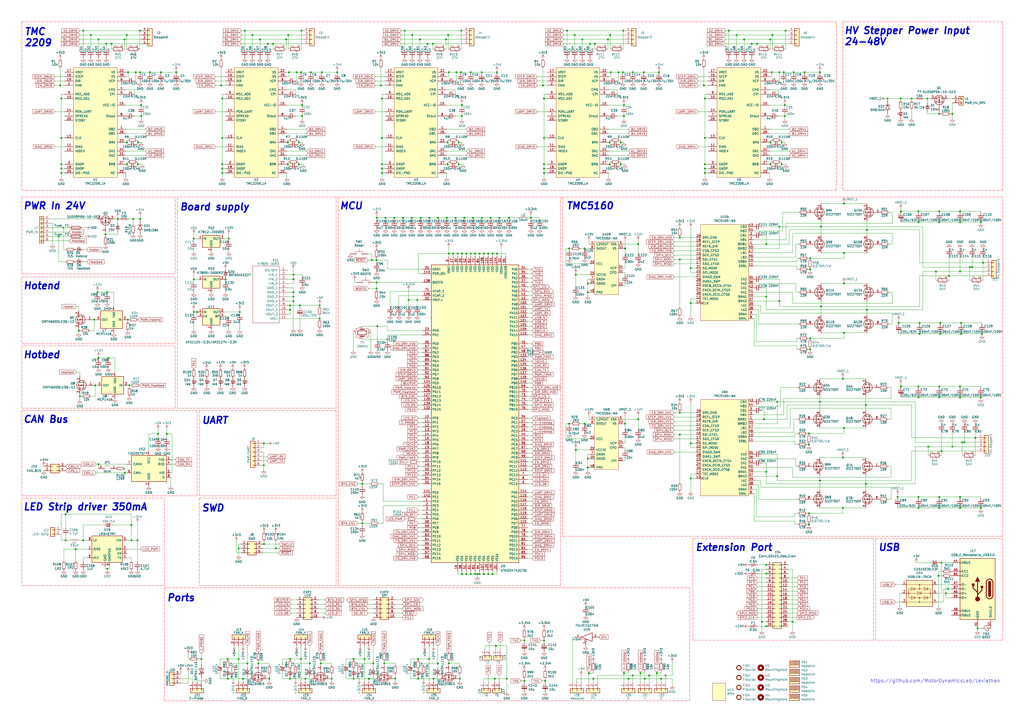
<source format=kicad_sch>
(kicad_sch (version 20250114) (generator "eeschema") (generator_version "9.0")
  (paper "A2")
  (title_block (title "Leviathan Mainboard") (date "2023-11-28") (rev "1.2") (company "Voron") (comment 1 "JNP"))
  (lib_symbols
    (symbol "74xGxx:74AHC1G125" (pin_names (offset 1.016))
      (property "Reference" "U" (at -2.54 3.81 0))
      (property "Value" "74AHC1G125" (at 0 -3.81 0))
      (symbol "74AHC1G125_1_1"
        (pin input line (at -7.62 0 0) (length 3.81) (name "~") (number "2"))
        (pin input inverted (at 0 5.08 270) (length 3.81) (name "~") (number "1"))
        (pin power_in line (at 1.27 1.27 90) (length 0) (hide yes) (name "VCC") (number "5"))
        (pin power_in line (at 1.27 -1.27 270) (length 0) (hide yes) (name "GND") (number "3"))
        (pin tri_state line (at 6.35 0 180) (length 3.81) (name "~") (number "4"))
      )
    )
    (symbol "Connector:Screw_Terminal_01x02" (pin_names (offset 1.016) (hide yes))
      (property "Reference" "J" (at 0 2.54 0))
      (property "Value" "Screw_Terminal_01x02" (at 0 -5.08 0))
      (symbol "Screw_Terminal_01x02_1_1"
        (pin passive line (at -5.08 0 0) (length 3.81) (name "Pin_1") (number "1"))
        (pin passive line (at -5.08 -2.54 0) (length 3.81) (name "Pin_2") (number "2"))
      )
    )
    (symbol "Connector:Screw_Terminal_01x06" (pin_names (offset 1.016) (hide yes))
      (property "Reference" "J" (at 0 7.62 0))
      (property "Value" "Screw_Terminal_01x06" (at 0 -10.16 0))
      (symbol "Screw_Terminal_01x06_1_1"
        (pin passive line (at -5.08 5.08 0) (length 3.81) (name "Pin_1") (number "1"))
        (pin passive line (at -5.08 2.54 0) (length 3.81) (name "Pin_2") (number "2"))
        (pin passive line (at -5.08 0 0) (length 3.81) (name "Pin_3") (number "3"))
        (pin passive line (at -5.08 -2.54 0) (length 3.81) (name "Pin_4") (number "4"))
        (pin passive line (at -5.08 -5.08 0) (length 3.81) (name "Pin_5") (number "5"))
        (pin passive line (at -5.08 -7.62 0) (length 3.81) (name "Pin_6") (number "6"))
      )
    )
    (symbol "Connector:USB_C_Receptacle_USB2.0" (pin_names (offset 1.016))
      (property "Reference" "J" (at -10.16 19.05 0))
      (property "Value" "USB_C_Receptacle_USB2.0" (at 19.05 19.05 0))
      (symbol "USB_C_Receptacle_USB2.0_1_1"
        (pin passive line (at -7.62 -22.86 90) (length 5.08) (name "SHIELD") (number "S1"))
        (pin passive line (at 0 -22.86 90) (length 5.08) (name "GND") (number "A1"))
        (pin passive line (at 0 -22.86 90) (length 5.08) (hide yes) (name "GND") (number "A12"))
        (pin passive line (at 0 -22.86 90) (length 5.08) (hide yes) (name "GND") (number "B1"))
        (pin passive line (at 0 -22.86 90) (length 5.08) (hide yes) (name "GND") (number "B12"))
        (pin passive line (at 15.24 15.24 180) (length 5.08) (name "VBUS") (number "A4"))
        (pin passive line (at 15.24 15.24 180) (length 5.08) (hide yes) (name "VBUS") (number "A9"))
        (pin passive line (at 15.24 15.24 180) (length 5.08) (hide yes) (name "VBUS") (number "B4"))
        (pin passive line (at 15.24 15.24 180) (length 5.08) (hide yes) (name "VBUS") (number "B9"))
        (pin bidirectional line (at 15.24 10.16 180) (length 5.08) (name "CC1") (number "A5"))
        (pin bidirectional line (at 15.24 7.62 180) (length 5.08) (name "CC2") (number "B5"))
        (pin bidirectional line (at 15.24 2.54 180) (length 5.08) (name "D-") (number "A7"))
        (pin bidirectional line (at 15.24 0 180) (length 5.08) (name "D-") (number "B7"))
        (pin bidirectional line (at 15.24 -2.54 180) (length 5.08) (name "D+") (number "A6"))
        (pin bidirectional line (at 15.24 -5.08 180) (length 5.08) (name "D+") (number "B6"))
        (pin bidirectional line (at 15.24 -12.7 180) (length 5.08) (name "SBU1") (number "A8"))
        (pin bidirectional line (at 15.24 -15.24 180) (length 5.08) (name "SBU2") (number "B8"))
      )
    )
    (symbol "Connector_Generic:Conn_01x02" (pin_names (offset 1.016) (hide yes))
      (property "Reference" "J" (at 0 2.54 0))
      (property "Value" "Conn_01x02" (at 0 -5.08 0))
      (symbol "Conn_01x02_1_1"
        (pin passive line (at -5.08 0 0) (length 3.81) (name "Pin_1") (number "1"))
        (pin passive line (at -5.08 -2.54 0) (length 3.81) (name "Pin_2") (number "2"))
      )
    )
    (symbol "Connector_Generic:Conn_01x03" (pin_names (offset 1.016) (hide yes))
      (property "Reference" "J" (at 0 5.08 0))
      (property "Value" "Conn_01x03" (at 0 -5.08 0))
      (symbol "Conn_01x03_1_1"
        (pin passive line (at -5.08 2.54 0) (length 3.81) (name "Pin_1") (number "1"))
        (pin passive line (at -5.08 0 0) (length 3.81) (name "Pin_2") (number "2"))
        (pin passive line (at -5.08 -2.54 0) (length 3.81) (name "Pin_3") (number "3"))
      )
    )
    (symbol "Connector_Generic:Conn_01x04" (pin_names (offset 1.016) (hide yes))
      (property "Reference" "J" (at 0 5.08 0))
      (property "Value" "Conn_01x04" (at 0 -7.62 0))
      (symbol "Conn_01x04_1_1"
        (pin passive line (at -5.08 2.54 0) (length 3.81) (name "Pin_1") (number "1"))
        (pin passive line (at -5.08 0 0) (length 3.81) (name "Pin_2") (number "2"))
        (pin passive line (at -5.08 -2.54 0) (length 3.81) (name "Pin_3") (number "3"))
        (pin passive line (at -5.08 -5.08 0) (length 3.81) (name "Pin_4") (number "4"))
      )
    )
    (symbol "Connector_Generic:Conn_01x06" (pin_names (offset 1.016) (hide yes))
      (property "Reference" "J" (at 0 7.62 0))
      (property "Value" "Conn_01x06" (at 0 -10.16 0))
      (symbol "Conn_01x06_1_1"
        (pin passive line (at -5.08 5.08 0) (length 3.81) (name "Pin_1") (number "1"))
        (pin passive line (at -5.08 2.54 0) (length 3.81) (name "Pin_2") (number "2"))
        (pin passive line (at -5.08 0 0) (length 3.81) (name "Pin_3") (number "3"))
        (pin passive line (at -5.08 -2.54 0) (length 3.81) (name "Pin_4") (number "4"))
        (pin passive line (at -5.08 -5.08 0) (length 3.81) (name "Pin_5") (number "5"))
        (pin passive line (at -5.08 -7.62 0) (length 3.81) (name "Pin_6") (number "6"))
      )
    )
    (symbol "Connector_Generic:Conn_02x02_Top_Bottom" (pin_names (offset 1.016) (hide yes))
      (property "Reference" "J" (at 1.27 2.54 0))
      (property "Value" "Conn_02x02_Top_Bottom" (at 1.27 -5.08 0))
      (symbol "Conn_02x02_Top_Bottom_1_1"
        (pin passive line (at -5.08 0 0) (length 3.81) (name "Pin_1") (number "1"))
        (pin passive line (at -5.08 -2.54 0) (length 3.81) (name "Pin_2") (number "2"))
        (pin passive line (at 7.62 0 180) (length 3.81) (name "Pin_3") (number "3"))
        (pin passive line (at 7.62 -2.54 180) (length 3.81) (name "Pin_4") (number "4"))
      )
    )
    (symbol "Connector_Generic:Conn_02x03_Odd_Even" (pin_names (offset 1.016) (hide yes))
      (property "Reference" "J" (at 1.27 5.08 0))
      (property "Value" "Conn_02x03_Odd_Even" (at 1.27 -5.08 0))
      (symbol "Conn_02x03_Odd_Even_1_1"
        (pin passive line (at -5.08 2.54 0) (length 3.81) (name "Pin_1") (number "1"))
        (pin passive line (at -5.08 0 0) (length 3.81) (name "Pin_3") (number "3"))
        (pin passive line (at -5.08 -2.54 0) (length 3.81) (name "Pin_5") (number "5"))
        (pin passive line (at 7.62 2.54 180) (length 3.81) (name "Pin_2") (number "2"))
        (pin passive line (at 7.62 0 180) (length 3.81) (name "Pin_4") (number "4"))
        (pin passive line (at 7.62 -2.54 180) (length 3.81) (name "Pin_6") (number "6"))
      )
    )
    (symbol "Connector_Generic:Conn_02x05_Odd_Even" (pin_names (offset 1.016) (hide yes))
      (property "Reference" "J" (at 1.27 7.62 0))
      (property "Value" "Conn_02x05_Odd_Even" (at 1.27 -7.62 0))
      (symbol "Conn_02x05_Odd_Even_1_1"
        (pin passive line (at -5.08 5.08 0) (length 3.81) (name "Pin_1") (number "1"))
        (pin passive line (at -5.08 2.54 0) (length 3.81) (name "Pin_3") (number "3"))
        (pin passive line (at -5.08 0 0) (length 3.81) (name "Pin_5") (number "5"))
        (pin passive line (at -5.08 -2.54 0) (length 3.81) (name "Pin_7") (number "7"))
        (pin passive line (at -5.08 -5.08 0) (length 3.81) (name "Pin_9") (number "9"))
        (pin passive line (at 7.62 5.08 180) (length 3.81) (name "Pin_2") (number "2"))
        (pin passive line (at 7.62 2.54 180) (length 3.81) (name "Pin_4") (number "4"))
        (pin passive line (at 7.62 0 180) (length 3.81) (name "Pin_6") (number "6"))
        (pin passive line (at 7.62 -2.54 180) (length 3.81) (name "Pin_8") (number "8"))
        (pin passive line (at 7.62 -5.08 180) (length 3.81) (name "Pin_10") (number "10"))
      )
    )
    (symbol "Connector_Generic:Conn_02x15_Odd_Even" (pin_names (offset 1.016) (hide yes))
      (property "Reference" "J" (at 1.27 20.32 0))
      (property "Value" "Conn_02x15_Odd_Even" (at 1.27 -20.32 0))
      (symbol "Conn_02x15_Odd_Even_1_1"
        (pin passive line (at -5.08 17.78 0) (length 3.81) (name "Pin_1") (number "1"))
        (pin passive line (at -5.08 15.24 0) (length 3.81) (name "Pin_3") (number "3"))
        (pin passive line (at -5.08 12.7 0) (length 3.81) (name "Pin_5") (number "5"))
        (pin passive line (at -5.08 10.16 0) (length 3.81) (name "Pin_7") (number "7"))
        (pin passive line (at -5.08 7.62 0) (length 3.81) (name "Pin_9") (number "9"))
        (pin passive line (at -5.08 5.08 0) (length 3.81) (name "Pin_11") (number "11"))
        (pin passive line (at -5.08 2.54 0) (length 3.81) (name "Pin_13") (number "13"))
        (pin passive line (at -5.08 0 0) (length 3.81) (name "Pin_15") (number "15"))
        (pin passive line (at -5.08 -2.54 0) (length 3.81) (name "Pin_17") (number "17"))
        (pin passive line (at -5.08 -5.08 0) (length 3.81) (name "Pin_19") (number "19"))
        (pin passive line (at -5.08 -7.62 0) (length 3.81) (name "Pin_21") (number "21"))
        (pin passive line (at -5.08 -10.16 0) (length 3.81) (name "Pin_23") (number "23"))
        (pin passive line (at -5.08 -12.7 0) (length 3.81) (name "Pin_25") (number "25"))
        (pin passive line (at -5.08 -15.24 0) (length 3.81) (name "Pin_27") (number "27"))
        (pin passive line (at -5.08 -17.78 0) (length 3.81) (name "Pin_29") (number "29"))
        (pin passive line (at 7.62 17.78 180) (length 3.81) (name "Pin_2") (number "2"))
        (pin passive line (at 7.62 15.24 180) (length 3.81) (name "Pin_4") (number "4"))
        (pin passive line (at 7.62 12.7 180) (length 3.81) (name "Pin_6") (number "6"))
        (pin passive line (at 7.62 10.16 180) (length 3.81) (name "Pin_8") (number "8"))
        (pin passive line (at 7.62 7.62 180) (length 3.81) (name "Pin_10") (number "10"))
        (pin passive line (at 7.62 5.08 180) (length 3.81) (name "Pin_12") (number "12"))
        (pin passive line (at 7.62 2.54 180) (length 3.81) (name "Pin_14") (number "14"))
        (pin passive line (at 7.62 0 180) (length 3.81) (name "Pin_16") (number "16"))
        (pin passive line (at 7.62 -2.54 180) (length 3.81) (name "Pin_18") (number "18"))
        (pin passive line (at 7.62 -5.08 180) (length 3.81) (name "Pin_20") (number "20"))
        (pin passive line (at 7.62 -7.62 180) (length 3.81) (name "Pin_22") (number "22"))
        (pin passive line (at 7.62 -10.16 180) (length 3.81) (name "Pin_24") (number "24"))
        (pin passive line (at 7.62 -12.7 180) (length 3.81) (name "Pin_26") (number "26"))
        (pin passive line (at 7.62 -15.24 180) (length 3.81) (name "Pin_28") (number "28"))
        (pin passive line (at 7.62 -17.78 180) (length 3.81) (name "Pin_30") (number "30"))
      )
    )
    (symbol "Device:C_Polarized_Small" (pin_numbers (hide yes)) (pin_names (offset 0.254) (hide yes))
      (property "Reference" "C" (at 0.254 1.778 0))
      (property "Value" "C_Polarized_Small" (at 0.254 -2.032 0))
      (symbol "C_Polarized_Small_1_1"
        (pin passive line (at 0 2.54 270) (length 1.8542) (name "~") (number "1"))
        (pin passive line (at 0 -2.54 90) (length 1.8542) (name "~") (number "2"))
      )
    )
    (symbol "Device:C_Small" (pin_numbers (hide yes)) (pin_names (offset 0.254) (hide yes))
      (property "Reference" "C" (at 0.254 1.778 0))
      (property "Value" "C_Small" (at 0.254 -2.032 0))
      (symbol "C_Small_1_1"
        (pin passive line (at 0 2.54 270) (length 2.032) (name "~") (number "1"))
        (pin passive line (at 0 -2.54 90) (length 2.032) (name "~") (number "2"))
      )
    )
    (symbol "Device:Crystal_GND24" (pin_names (offset 1.016) (hide yes))
      (property "Reference" "Y" (at 3.175 5.08 0))
      (property "Value" "Crystal_GND24" (at 3.175 3.175 0))
      (symbol "Crystal_GND24_1_1"
        (pin passive line (at -3.81 0 0) (length 1.27) (name "1") (number "1"))
        (pin passive line (at 0 5.08 270) (length 1.27) (name "2") (number "2"))
        (pin passive line (at 0 -5.08 90) (length 1.27) (name "4") (number "4"))
        (pin passive line (at 3.81 0 180) (length 1.27) (name "3") (number "3"))
      )
    )
    (symbol "Device:D_Schottky" (pin_numbers (hide yes)) (pin_names (offset 1.016) (hide yes))
      (property "Reference" "D" (at 0 2.54 0))
      (property "Value" "D_Schottky" (at 0 -2.54 0))
      (symbol "D_Schottky_1_1"
        (pin passive line (at -3.81 0 0) (length 2.54) (name "K") (number "1"))
        (pin passive line (at 3.81 0 180) (length 2.54) (name "A") (number "2"))
      )
    )
    (symbol "Device:D_Schottky_Small" (pin_numbers (hide yes)) (pin_names (offset 0.254) (hide yes))
      (property "Reference" "D" (at -1.27 2.032 0))
      (property "Value" "D_Schottky_Small" (at -7.112 -2.032 0))
      (symbol "D_Schottky_Small_1_1"
        (pin passive line (at -2.54 0 0) (length 1.778) (name "K") (number "1"))
        (pin passive line (at 2.54 0 180) (length 1.778) (name "A") (number "2"))
      )
    )
    (symbol "Device:D_Zener_Small" (pin_numbers (hide yes)) (pin_names (offset 0.254) (hide yes))
      (property "Reference" "D" (at 0 2.286 0))
      (property "Value" "D_Zener_Small" (at 0 -2.286 0))
      (symbol "D_Zener_Small_1_1"
        (pin passive line (at -2.54 0 0) (length 1.778) (name "K") (number "1"))
        (pin passive line (at 2.54 0 180) (length 1.778) (name "A") (number "2"))
      )
    )
    (symbol "Device:FerriteBead_Small" (pin_numbers (hide yes)) (pin_names (offset 0))
      (property "Reference" "FB" (at 1.905 1.27 0))
      (property "Value" "FerriteBead_Small" (at 1.905 -1.27 0))
      (symbol "FerriteBead_Small_1_1"
        (pin passive line (at 0 2.54 270) (length 1.27) (name "~") (number "1"))
        (pin passive line (at 0 -2.54 90) (length 1.27) (name "~") (number "2"))
      )
    )
    (symbol "Device:Fuse" (pin_numbers (hide yes)) (pin_names (offset 0))
      (property "Reference" "F" (at 2.032 0 90))
      (property "Value" "Fuse" (at -1.905 0 90))
      (symbol "Fuse_1_1"
        (pin passive line (at 0 3.81 270) (length 1.27) (name "~") (number "1"))
        (pin passive line (at 0 -3.81 90) (length 1.27) (name "~") (number "2"))
      )
    )
    (symbol "Device:Fuse_Small" (pin_numbers (hide yes)) (pin_names (offset 0.254) (hide yes))
      (property "Reference" "F" (at 0 -1.524 0))
      (property "Value" "Fuse_Small" (at 0 1.524 0))
      (symbol "Fuse_Small_1_1"
        (pin passive line (at -2.54 0 0) (length 1.27) (name "~") (number "1"))
        (pin passive line (at 2.54 0 180) (length 1.27) (name "~") (number "2"))
      )
    )
    (symbol "Device:LED_Small" (pin_numbers (hide yes)) (pin_names (offset 0.254) (hide yes))
      (property "Reference" "D" (at -1.27 3.175 0))
      (property "Value" "LED_Small" (at -4.445 -2.54 0))
      (symbol "LED_Small_1_1"
        (pin passive line (at -2.54 0 0) (length 1.778) (name "K") (number "1"))
        (pin passive line (at 2.54 0 180) (length 1.778) (name "A") (number "2"))
      )
    )
    (symbol "Device:L_Small" (pin_numbers (hide yes)) (pin_names (offset 0.254) (hide yes))
      (property "Reference" "L" (at 0.762 1.016 0))
      (property "Value" "L_Small" (at 0.762 -1.016 0))
      (symbol "L_Small_1_1"
        (pin passive line (at 0 2.54 270) (length 0.508) (name "~") (number "1"))
        (pin passive line (at 0 -2.54 90) (length 0.508) (name "~") (number "2"))
      )
    )
    (symbol "Device:Polyfuse_Small" (pin_numbers (hide yes)) (pin_names (offset 0))
      (property "Reference" "F" (at -1.905 0 90))
      (property "Value" "Polyfuse_Small" (at 1.905 0 90))
      (symbol "Polyfuse_Small_1_1"
        (pin passive line (at 0 2.54 270) (length 0.635) (name "~") (number "1"))
        (pin passive line (at 0 -2.54 90) (length 0.635) (name "~") (number "2"))
      )
    )
    (symbol "Device:Q_NMOS_GDS" (pin_names (offset 0) (hide yes))
      (property "Reference" "Q" (at 5.08 1.27 0))
      (property "Value" "Q_NMOS_GDS" (at 5.08 -1.27 0))
      (symbol "Q_NMOS_GDS_1_1"
        (pin input line (at -5.08 0 0) (length 2.54) (name "G") (number "1"))
        (pin passive line (at 2.54 5.08 270) (length 2.54) (name "D") (number "2"))
        (pin passive line (at 2.54 -5.08 90) (length 2.54) (name "S") (number "3"))
      )
    )
    (symbol "Device:Q_NMOS_GSD" (pin_names (offset 0) (hide yes))
      (property "Reference" "Q" (at 5.08 1.27 0))
      (property "Value" "Q_NMOS_GSD" (at 5.08 -1.27 0))
      (symbol "Q_NMOS_GSD_1_1"
        (pin input line (at -5.08 0 0) (length 2.54) (name "G") (number "1"))
        (pin passive line (at 2.54 5.08 270) (length 2.54) (name "D") (number "3"))
        (pin passive line (at 2.54 -5.08 90) (length 2.54) (name "S") (number "2"))
      )
    )
    (symbol "Device:Q_PMOS_GDS" (pin_names (offset 0) (hide yes))
      (property "Reference" "Q" (at 5.08 1.27 0))
      (property "Value" "Q_PMOS_GDS" (at 5.08 -1.27 0))
      (symbol "Q_PMOS_GDS_1_1"
        (pin input line (at -5.08 0 0) (length 2.54) (name "G") (number "1"))
        (pin passive line (at 2.54 5.08 270) (length 2.54) (name "D") (number "2"))
        (pin passive line (at 2.54 -5.08 90) (length 2.54) (name "S") (number "3"))
      )
    )
    (symbol "Device:R_Small" (pin_numbers (hide yes)) (pin_names (offset 0.254) (hide yes))
      (property "Reference" "R" (at 0.762 0.508 0))
      (property "Value" "R_Small" (at 0.762 -1.016 0))
      (symbol "R_Small_1_1"
        (pin passive line (at 0 2.54 270) (length 0.762) (name "~") (number "1"))
        (pin passive line (at 0 -2.54 90) (length 0.762) (name "~") (number "2"))
      )
    )
    (symbol "Device:Varistor" (pin_numbers (hide yes)) (pin_names (offset 0))
      (property "Reference" "RV" (at 3.175 0 90))
      (property "Value" "Varistor" (at -3.175 0 90))
      (symbol "Varistor_0_0"
        (text "U" (at -1.778 -2.032 0) (effects (font (size 1.27 1.27))))
      )
      (symbol "Varistor_1_1"
        (pin passive line (at 0 3.81 270) (length 1.27) (name "~") (number "1"))
        (pin passive line (at 0 -3.81 90) (length 1.27) (name "~") (number "2"))
      )
    )
    (symbol "Diode:SMF54A" (pin_numbers (hide yes)) (pin_names (offset 1.016) (hide yes))
      (property "Reference" "D" (at 0 2.54 0))
      (property "Value" "SMF54A" (at 0 -2.54 0))
      (symbol "SMF54A_1_1"
        (pin passive line (at -3.81 0 0) (length 2.54) (name "A1") (number "1"))
        (pin passive line (at 3.81 0 180) (length 2.54) (name "A2") (number "2"))
      )
    )
    (symbol "Interface_CAN_LIN:TJA1051T-3" (pin_names (offset 1.016))
      (property "Reference" "U" (at -10.16 8.89 0))
      (property "Value" "TJA1051T-3" (at 1.27 8.89 0))
      (symbol "TJA1051T-3_1_1"
        (pin input line (at -12.7 5.08 0) (length 2.54) (name "TXD") (number "1"))
        (pin output line (at -12.7 2.54 0) (length 2.54) (name "RXD") (number "4"))
        (pin power_in line (at -12.7 -2.54 0) (length 2.54) (name "VIO") (number "5"))
        (pin input line (at -12.7 -5.08 0) (length 2.54) (name "S") (number "8"))
        (pin power_in line (at 0 10.16 270) (length 2.54) (name "VCC") (number "3"))
        (pin power_in line (at 0 -10.16 90) (length 2.54) (name "GND") (number "2"))
        (pin bidirectional line (at 12.7 2.54 180) (length 2.54) (name "CANH") (number "7"))
        (pin bidirectional line (at 12.7 -2.54 180) (length 2.54) (name "CANL") (number "6"))
      )
    )
    (symbol "Jumper:Jumper_2_Open" (pin_names (offset 0) (hide yes))
      (property "Reference" "JP" (at 0 2.794 0))
      (property "Value" "Jumper_2_Open" (at 0 -2.286 0))
      (symbol "Jumper_2_Open_1_1"
        (pin passive line (at -5.08 0 0) (length 2.54) (name "A") (number "1"))
        (pin passive line (at 5.08 0 180) (length 2.54) (name "B") (number "2"))
      )
    )
    (symbol "Leviathan-rescue:MCP1416-Driver_FET"
      (property "Reference" "U" (at -5.08 6.35 0))
      (property "Value" "MCP1416-Driver_FET" (at 1.27 6.35 0))
      (symbol "MCP1416-Driver_FET_1_1"
        (pin input line (at -7.62 0 0) (length 2.54) (name "IN") (number "3"))
        (pin power_in line (at 0 7.62 270) (length 2.54) (name "Vdd") (number "2"))
        (pin power_in line (at 0 -7.62 90) (length 2.54) (name "GND") (number "4"))
        (pin no_connect line (at 7.62 -2.54 180) (length 2.54) (hide yes) (name "NC") (number "1"))
        (pin output line (at 10.16 0 180) (length 2.54) (name "OUT") (number "5"))
      )
    )
    (symbol "Leviathan-rescue:Q_DUAL_NMOS_SiZ270DT-Device-Leviathan-rescue" (pin_names (offset 0) (hide yes))
      (property "Reference" "Q" (at 3.81 1.27 0))
      (property "Value" "Q_DUAL_NMOS_SiZ270DT-Device-Leviathan-rescue" (at 15.24 -1.27 0))
      (symbol "Q_DUAL_NMOS_SiZ270DT-Device-Leviathan-rescue_1_1"
        (pin input line (at -7.62 0 0) (length 2.54) (name "G") (number "1"))
        (pin passive line (at 0 5.08 270) (length 2.54) (name "D") (number "2"))
        (pin passive line (at 0 -5.08 90) (length 2.54) (name "S") (number "9"))
      )
      (symbol "Q_DUAL_NMOS_SiZ270DT-Device-Leviathan-rescue_2_1"
        (pin input line (at -7.62 0 0) (length 2.54) (name "G") (number "8"))
        (pin passive line (at 0 5.08 270) (length 2.54) (name "D") (number "9"))
        (pin passive line (at 0 -5.08 90) (length 2.54) (name "S") (number "5"))
      )
    )
    (symbol "Leviathan-rescue:R-745.0P-Regulator_Switching" (pin_names (offset 0.762))
      (property "Reference" "PS" (at 21.59 7.62 0))
      (property "Value" "R-745.0P-Regulator_Switching" (at 21.59 5.08 0))
      (symbol "R-745.0P-Regulator_Switching_0_0"
        (pin passive line (at 0 0 0) (length 5.08) (name "ON/OFF") (number "1"))
        (pin passive line (at 0 -2.54 0) (length 5.08) (name "VIN_1") (number "2"))
        (pin passive line (at 0 -5.08 0) (length 5.08) (name "VIN_2") (number "3"))
        (pin passive line (at 0 -7.62 0) (length 5.08) (name "VIN_3") (number "4"))
        (pin passive line (at 0 -10.16 0) (length 5.08) (name "GND_1") (number "5"))
        (pin passive line (at 0 -12.7 0) (length 5.08) (name "GND_2") (number "6"))
        (pin passive line (at 0 -15.24 0) (length 5.08) (name "GND_3") (number "7"))
        (pin passive line (at 0 -17.78 0) (length 5.08) (name "GND_4") (number "8"))
        (pin passive line (at 0 -20.32 0) (length 5.08) (name "VOUT_1") (number "9"))
        (pin passive line (at 0 -22.86 0) (length 5.08) (name "VOUT_2") (number "10"))
        (pin passive line (at 0 -25.4 0) (length 5.08) (name "VOUT_3") (number "11"))
        (pin passive line (at 0 -27.94 0) (length 5.08) (name "VADJ") (number "12"))
      )
    )
    (symbol "Leviathan-rescue:RPi4-CPU" (pin_names (offset 1.016))
      (property "Reference" "U" (at 0 10.16 0))
      (property "Value" "RPi4-CPU" (at 0 -6.35 0))
    )
    (symbol "Leviathan-rescue:TMC2209_LA-Driver_Motor" (pin_names (offset 1.016))
      (property "Reference" "U" (at 0 36.83 0))
      (property "Value" "TMC2209_LA-Driver_Motor" (at 0 34.29 0))
      (symbol "TMC2209_LA-Driver_Motor_1_1"
        (pin input line (at -17.78 30.48 0) (length 5.08) (name "VREF") (number "17"))
        (pin input line (at -17.78 27.94 0) (length 5.08) (name "STEP") (number "16"))
        (pin input line (at -17.78 25.4 0) (length 5.08) (name "DIR") (number "19"))
        (pin input line (at -17.78 22.86 0) (length 5.08) (name "ENN") (number "2"))
        (pin input line (at -17.78 17.78 0) (length 5.08) (name "MS1_AD0") (number "9"))
        (pin input line (at -17.78 15.24 0) (length 5.08) (name "MS2_AD1") (number "10"))
        (pin input line (at -17.78 7.62 0) (length 5.08) (name "PDN_UART") (number "14"))
        (pin input line (at -17.78 5.08 0) (length 5.08) (name "SPREAD") (number "7"))
        (pin input line (at -17.78 2.54 0) (length 5.08) (name "STDBY") (number "20"))
        (pin input line (at -17.78 -7.62 0) (length 5.08) (name "CLK") (number "13"))
        (pin input line (at -17.78 -12.7 0) (length 5.08) (name "DIAG") (number "11"))
        (pin input line (at -17.78 -15.24 0) (length 5.08) (name "INDEX") (number "12"))
        (pin input line (at -17.78 -22.86 0) (length 5.08) (name "GNDP") (number "3"))
        (pin input line (at -17.78 -25.4 0) (length 5.08) (name "GNDP") (number "18"))
        (pin input line (at -17.78 -27.94 0) (length 5.08) (name "DIE-PAD") (number "29"))
        (pin input line (at 17.78 30.48 180) (length 5.08) (name "VS") (number "22"))
        (pin input line (at 17.78 27.94 180) (length 5.08) (name "VS") (number "28"))
        (pin input line (at 17.78 25.4 180) (length 5.08) (name "VCP") (number "6"))
        (pin input line (at 17.78 20.32 180) (length 5.08) (name "CPO") (number "4"))
        (pin input line (at 17.78 17.78 180) (length 5.08) (name "CPI") (number "5"))
        (pin input line (at 17.78 11.43 180) (length 5.08) (name "VCC-IO") (number "15"))
        (pin input line (at 17.78 5.08 180) (length 5.08) (name "5Vout") (number "8"))
        (pin input line (at 17.78 -2.54 180) (length 5.08) (name "OB2") (number "1"))
        (pin input line (at 17.78 -5.08 180) (length 5.08) (name "OB1") (number "26"))
        (pin input line (at 17.78 -10.16 180) (length 5.08) (name "BRA") (number "23"))
        (pin input line (at 17.78 -15.24 180) (length 5.08) (name "OA1") (number "24"))
        (pin input line (at 17.78 -17.78 180) (length 5.08) (name "OA2") (number "21"))
        (pin input line (at 17.78 -22.86 180) (length 5.08) (name "BRB") (number "27"))
        (pin input line (at 17.78 -27.94 180) (length 5.08) (name "NC") (number "25"))
      )
    )
    (symbol "Leviathan-rescue:TMC5160-WA-Driver_Motor" (pin_names (offset 1.016))
      (property "Reference" "U" (at -12.7 31.75 0))
      (property "Value" "TMC5160-WA-Driver_Motor" (at -7.62 29.21 0))
      (symbol "TMC5160-WA-Driver_Motor_1_1"
        (pin input line (at -16.51 20.32 0) (length 2.54) (name "DRV_ENN") (number "29"))
        (pin input line (at -16.51 17.78 0) (length 2.54) (name "REFL_STEP") (number "18"))
        (pin input line (at -16.51 15.24 0) (length 2.54) (name "REFR_DIR") (number "19"))
        (pin input line (at -16.51 12.7 0) (length 2.54) (name "CSN_CFG3") (number "14"))
        (pin input line (at -16.51 10.16 0) (length 2.54) (name "SCK_CFG2") (number "15"))
        (pin input line (at -16.51 7.62 0) (length 2.54) (name "SDI_CFG1") (number "16"))
        (pin bidirectional line (at -16.51 5.08 0) (length 2.54) (name "SDO_CFG0") (number "17"))
        (pin input line (at -16.51 2.54 0) (length 2.54) (name "SD_MODE") (number "21"))
        (pin input line (at -16.51 0 0) (length 2.54) (name "SPI_MODE") (number "22"))
        (pin bidirectional line (at -16.51 -2.54 0) (length 2.54) (name "DIAG0_SWN") (number "27"))
        (pin bidirectional line (at -16.51 -5.08 0) (length 2.54) (name "DIAG1_SWP") (number "28"))
        (pin input line (at -16.51 -7.62 0) (length 2.54) (name "ENCB_DCEN_CFG4") (number "23"))
        (pin input line (at -16.51 -10.16 0) (length 2.54) (name "ENCA_DCIN_CFG5") (number "24"))
        (pin bidirectional line (at -16.51 -12.7 0) (length 2.54) (name "ENCN_DCO_CFG6") (number "26"))
        (pin input line (at -16.51 -15.24 0) (length 2.54) (name "TST_MODE") (number "12"))
        (pin input clock (at -16.51 -17.78 0) (length 2.54) (name "CLK") (number "13"))
        (pin passive line (at 16.51 26.67 180) (length 2.54) (name "CB2") (number "43"))
        (pin output line (at 16.51 24.13 180) (length 2.54) (name "HB2") (number "44"))
        (pin passive line (at 16.51 21.59 180) (length 2.54) (name "CB1") (number "3"))
        (pin output line (at 16.51 19.05 180) (length 2.54) (name "HB1") (number "2"))
        (pin passive line (at 16.51 16.51 180) (length 2.54) (name "BMB1") (number "1"))
        (pin passive line (at 16.51 13.97 180) (length 2.54) (name "BMB2") (number "45"))
        (pin output line (at 16.51 11.43 180) (length 2.54) (name "LB1") (number "47"))
        (pin output line (at 16.51 8.89 180) (length 2.54) (name "LB2") (number "46"))
        (pin passive line (at 16.51 6.35 180) (length 2.54) (name "SRBH") (number "10"))
        (pin passive line (at 16.51 3.81 180) (length 2.54) (name "SRBL") (number "11"))
        (pin passive line (at 16.51 -3.81 180) (length 2.54) (name "CA2") (number "35"))
        (pin output line (at 16.51 -6.35 180) (length 2.54) (name "HA2") (number "36"))
        (pin passive line (at 16.51 -8.89 180) (length 2.54) (name "CA1") (number "42"))
        (pin output line (at 16.51 -11.43 180) (length 2.54) (name "HA1") (number "41"))
        (pin passive line (at 16.51 -13.97 180) (length 2.54) (name "BMA1") (number "40"))
        (pin passive line (at 16.51 -16.51 180) (length 2.54) (name "BMA2") (number "37"))
        (pin output line (at 16.51 -19.05 180) (length 2.54) (name "LA1") (number "39"))
        (pin output line (at 16.51 -21.59 180) (length 2.54) (name "LA2") (number "38"))
        (pin passive line (at 16.51 -24.13 180) (length 2.54) (name "SRAH") (number "9"))
        (pin passive line (at 16.51 -26.67 180) (length 2.54) (name "SRAL") (number "8"))
      )
      (symbol "TMC5160-WA-Driver_Motor_2_1"
        (pin power_out line (at -10.16 15.24 0) (length 2.54) (name "12VOUT") (number "4"))
        (pin power_out line (at -10.16 12.7 0) (length 2.54) (name "5VOUT") (number "6"))
        (pin power_in line (at -10.16 3.81 0) (length 2.54) (name "VCC") (number "30"))
        (pin power_in line (at -10.16 -2.54 0) (length 2.54) (name "VCCIO") (number "20"))
        (pin power_in line (at -10.16 -5.08 0) (length 2.54) (name "GNDA") (number "7"))
        (pin power_in line (at -10.16 -7.62 0) (length 2.54) (name "GNDD") (number "25"))
        (pin power_in line (at -10.16 -12.7 0) (length 2.54) (name "PAD") (number "48"))
        (pin power_in line (at 8.89 15.24 180) (length 2.54) (name "VSA") (number "5"))
        (pin power_in line (at 8.89 12.7 180) (length 2.54) (name "VS") (number "33"))
        (pin power_in line (at 8.89 1.27 180) (length 2.54) (name "VCP") (number "34"))
        (pin output line (at 8.89 -1.27 180) (length 2.54) (name "CPO") (number "31"))
        (pin output line (at 8.89 -8.89 180) (length 2.54) (name "CPI") (number "32"))
      )
    )
    (symbol "Leviathan-rescue:USBLC6-2SC6-Power_Protection" (pin_names (hide yes))
      (property "Reference" "U" (at 0 8.89 0))
      (property "Value" "USBLC6-2SC6-Power_Protection" (at 0 -8.89 0))
      (symbol "USBLC6-2SC6-Power_Protection_1_1"
        (pin passive line (at -10.16 5.08 0) (length 2.54) (name "I/O1") (number "1"))
        (pin passive line (at -10.16 0 0) (length 2.54) (name "GND") (number "2"))
        (pin passive line (at -10.16 -5.08 0) (length 2.54) (name "I/O2") (number "3"))
        (pin passive line (at 10.16 5.08 180) (length 2.54) (name "I/O1") (number "6"))
        (pin passive line (at 10.16 0 180) (length 2.54) (name "VBUS") (number "5"))
        (pin passive line (at 10.16 -5.08 180) (length 2.54) (name "I/O2") (number "4"))
      )
    )
    (symbol "Leviathan-rescue:VMOT_1-power" (pin_names (offset 1.016))
      (property "Value" "VMOT_1-power" (at 0 0 0))
      (symbol "VMOT_1-power_1_1"
        (pin power_in line (at 0 0 90) (length 0) (hide yes) (name "VMOT_1") (number "1"))
      )
    )
    (symbol "MCU_ST_STM32F4:STM32F446ZETx"
      (property "Reference" "U" (at -25.4 87.63 0))
      (property "Value" "STM32F446ZETx" (at 20.32 87.63 0))
      (symbol "STM32F446ZETx_1_1"
        (pin input line (at -30.48 83.82 0) (length 5.08) (name "NRST") (number "25"))
        (pin input line (at -30.48 81.28 0) (length 5.08) (name "PDR_ON") (number "143"))
        (pin input line (at -30.48 76.2 0) (length 5.08) (name "BOOT0") (number "138"))
        (pin power_in line (at -30.48 71.12 0) (length 5.08) (name "VCAP_1") (number "71"))
        (pin power_in line (at -30.48 68.58 0) (length 5.08) (name "VCAP_2") (number "106"))
        (pin power_in line (at -30.48 66.04 0) (length 5.08) (name "VREF+") (number "32"))
        (pin input line (at -30.48 48.26 0) (length 5.08) (name "PH0") (number "23"))
        (pin input line (at -30.48 45.72 0) (length 5.08) (name "PH1") (number "24"))
        (pin bidirectional line (at -30.48 40.64 0) (length 5.08) (name "PG0") (number "56"))
        (pin bidirectional line (at -30.48 38.1 0) (length 5.08) (name "PG1") (number "57"))
        (pin bidirectional line (at -30.48 35.56 0) (length 5.08) (name "PG2") (number "87"))
        (pin bidirectional line (at -30.48 33.02 0) (length 5.08) (name "PG3") (number "88"))
        (pin bidirectional line (at -30.48 30.48 0) (length 5.08) (name "PG4") (number "89"))
        (pin bidirectional line (at -30.48 27.94 0) (length 5.08) (name "PG5") (number "90"))
        (pin bidirectional line (at -30.48 25.4 0) (length 5.08) (name "PG6") (number "91"))
        (pin bidirectional line (at -30.48 22.86 0) (length 5.08) (name "PG7") (number "92"))
        (pin bidirectional line (at -30.48 20.32 0) (length 5.08) (name "PG8") (number "93"))
        (pin bidirectional line (at -30.48 17.78 0) (length 5.08) (name "PG9") (number "124"))
        (pin bidirectional line (at -30.48 15.24 0) (length 5.08) (name "PG10") (number "125"))
        (pin bidirectional line (at -30.48 12.7 0) (length 5.08) (name "PG11") (number "126"))
        (pin bidirectional line (at -30.48 10.16 0) (length 5.08) (name "PG12") (number "127"))
        (pin bidirectional line (at -30.48 7.62 0) (length 5.08) (name "PG13") (number "128"))
        (pin bidirectional line (at -30.48 5.08 0) (length 5.08) (name "PG14") (number "129"))
        (pin bidirectional line (at -30.48 2.54 0) (length 5.08) (name "PG15") (number "132"))
        (pin bidirectional line (at -30.48 -2.54 0) (length 5.08) (name "PF0") (number "10"))
        (pin bidirectional line (at -30.48 -5.08 0) (length 5.08) (name "PF1") (number "11"))
        (pin bidirectional line (at -30.48 -7.62 0) (length 5.08) (name "PF2") (number "12"))
        (pin bidirectional line (at -30.48 -10.16 0) (length 5.08) (name "PF3") (number "13"))
        (pin bidirectional line (at -30.48 -12.7 0) (length 5.08) (name "PF4") (number "14"))
        (pin bidirectional line (at -30.48 -15.24 0) (length 5.08) (name "PF5") (number "15"))
        (pin bidirectional line (at -30.48 -17.78 0) (length 5.08) (name "PF6") (number "18"))
        (pin bidirectional line (at -30.48 -20.32 0) (length 5.08) (name "PF7") (number "19"))
        (pin bidirectional line (at -30.48 -22.86 0) (length 5.08) (name "PF8") (number "20"))
        (pin bidirectional line (at -30.48 -25.4 0) (length 5.08) (name "PF9") (number "21"))
        (pin bidirectional line (at -30.48 -27.94 0) (length 5.08) (name "PF10") (number "22"))
        (pin bidirectional line (at -30.48 -30.48 0) (length 5.08) (name "PF11") (number "49"))
        (pin bidirectional line (at -30.48 -33.02 0) (length 5.08) (name "PF12") (number "50"))
        (pin bidirectional line (at -30.48 -35.56 0) (length 5.08) (name "PF13") (number "53"))
        (pin bidirectional line (at -30.48 -38.1 0) (length 5.08) (name "PF14") (number "54"))
        (pin bidirectional line (at -30.48 -40.64 0) (length 5.08) (name "PF15") (number "55"))
        (pin bidirectional line (at -30.48 -45.72 0) (length 5.08) (name "PE0") (number "141"))
        (pin bidirectional line (at -30.48 -48.26 0) (length 5.08) (name "PE1") (number "142"))
        (pin bidirectional line (at -30.48 -50.8 0) (length 5.08) (name "PE2") (number "1"))
        (pin bidirectional line (at -30.48 -53.34 0) (length 5.08) (name "PE3") (number "2"))
        (pin bidirectional line (at -30.48 -55.88 0) (length 5.08) (name "PE4") (number "3"))
        (pin bidirectional line (at -30.48 -58.42 0) (length 5.08) (name "PE5") (number "4"))
        (pin bidirectional line (at -30.48 -60.96 0) (length 5.08) (name "PE6") (number "5"))
        (pin bidirectional line (at -30.48 -63.5 0) (length 5.08) (name "PE7") (number "58"))
        (pin bidirectional line (at -30.48 -66.04 0) (length 5.08) (name "PE8") (number "59"))
        (pin bidirectional line (at -30.48 -68.58 0) (length 5.08) (name "PE9") (number "60"))
        (pin bidirectional line (at -30.48 -71.12 0) (length 5.08) (name "PE10") (number "63"))
        (pin bidirectional line (at -30.48 -73.66 0) (length 5.08) (name "PE11") (number "64"))
        (pin bidirectional line (at -30.48 -76.2 0) (length 5.08) (name "PE12") (number "65"))
        (pin bidirectional line (at -30.48 -78.74 0) (length 5.08) (name "PE13") (number "66"))
        (pin bidirectional line (at -30.48 -81.28 0) (length 5.08) (name "PE14") (number "67"))
        (pin bidirectional line (at -30.48 -83.82 0) (length 5.08) (name "PE15") (number "68"))
        (pin power_in line (at -15.24 91.44 270) (length 5.08) (name "VBAT") (number "6"))
        (pin power_in line (at -12.7 91.44 270) (length 5.08) (name "VDD") (number "17"))
        (pin power_in line (at -10.16 91.44 270) (length 5.08) (name "VDD") (number "30"))
        (pin power_in line (at -10.16 -91.44 90) (length 5.08) (name "VSS") (number "16"))
        (pin power_in line (at -7.62 91.44 270) (length 5.08) (name "VDD") (number "39"))
        (pin power_in line (at -7.62 -91.44 90) (length 5.08) (name "VSS") (number "38"))
        (pin power_in line (at -5.08 91.44 270) (length 5.08) (name "VDD") (number "52"))
        (pin power_in line (at -5.08 -91.44 90) (length 5.08) (name "VSS") (number "51"))
        (pin power_in line (at -2.54 91.44 270) (length 5.08) (name "VDD") (number "62"))
        (pin power_in line (at -2.54 -91.44 90) (length 5.08) (name "VSS") (number "61"))
        (pin power_in line (at 0 91.44 270) (length 5.08) (name "VDD") (number "72"))
        (pin power_in line (at 0 -91.44 90) (length 5.08) (name "VSS") (number "83"))
        (pin power_in line (at 2.54 91.44 270) (length 5.08) (name "VDD") (number "84"))
        (pin power_in line (at 2.54 -91.44 90) (length 5.08) (name "VSS") (number "94"))
        (pin power_in line (at 5.08 91.44 270) (length 5.08) (name "VDD") (number "108"))
        (pin power_in line (at 5.08 -91.44 90) (length 5.08) (name "VSS") (number "107"))
        (pin power_in line (at 7.62 91.44 270) (length 5.08) (name "VDD") (number "121"))
        (pin power_in line (at 7.62 -91.44 90) (length 5.08) (name "VSS") (number "120"))
        (pin power_in line (at 10.16 91.44 270) (length 5.08) (name "VDD") (number "131"))
        (pin power_in line (at 10.16 -91.44 90) (length 5.08) (name "VSS") (number "130"))
        (pin power_in line (at 12.7 91.44 270) (length 5.08) (name "VDD") (number "144"))
        (pin power_in line (at 12.7 -91.44 90) (length 5.08) (name "VSSA") (number "31"))
        (pin power_in line (at 15.24 91.44 270) (length 5.08) (name "VDDA") (number "33"))
        (pin power_in line (at 17.78 91.44 270) (length 5.08) (name "VDDUSB") (number "95"))
        (pin bidirectional line (at 30.48 83.82 180) (length 5.08) (name "PA0") (number "34"))
        (pin bidirectional line (at 30.48 81.28 180) (length 5.08) (name "PA1") (number "35"))
        (pin bidirectional line (at 30.48 78.74 180) (length 5.08) (name "PA2") (number "36"))
        (pin bidirectional line (at 30.48 76.2 180) (length 5.08) (name "PA3") (number "37"))
        (pin bidirectional line (at 30.48 73.66 180) (length 5.08) (name "PA4") (number "40"))
        (pin bidirectional line (at 30.48 71.12 180) (length 5.08) (name "PA5") (number "41"))
        (pin bidirectional line (at 30.48 68.58 180) (length 5.08) (name "PA6") (number "42"))
        (pin bidirectional line (at 30.48 66.04 180) (length 5.08) (name "PA7") (number "43"))
        (pin bidirectional line (at 30.48 63.5 180) (length 5.08) (name "PA8") (number "100"))
        (pin bidirectional line (at 30.48 60.96 180) (length 5.08) (name "PA9") (number "101"))
        (pin bidirectional line (at 30.48 58.42 180) (length 5.08) (name "PA10") (number "102"))
        (pin bidirectional line (at 30.48 55.88 180) (length 5.08) (name "PA11") (number "103"))
        (pin bidirectional line (at 30.48 53.34 180) (length 5.08) (name "PA12") (number "104"))
        (pin bidirectional line (at 30.48 50.8 180) (length 5.08) (name "PA13") (number "105"))
        (pin bidirectional line (at 30.48 48.26 180) (length 5.08) (name "PA14") (number "109"))
        (pin bidirectional line (at 30.48 45.72 180) (length 5.08) (name "PA15") (number "110"))
        (pin bidirectional line (at 30.48 40.64 180) (length 5.08) (name "PB0") (number "46"))
        (pin bidirectional line (at 30.48 38.1 180) (length 5.08) (name "PB1") (number "47"))
        (pin bidirectional line (at 30.48 35.56 180) (length 5.08) (name "PB2") (number "48"))
        (pin bidirectional line (at 30.48 33.02 180) (length 5.08) (name "PB3") (number "133"))
        (pin bidirectional line (at 30.48 30.48 180) (length 5.08) (name "PB4") (number "134"))
        (pin bidirectional line (at 30.48 27.94 180) (length 5.08) (name "PB5") (number "135"))
        (pin bidirectional line (at 30.48 25.4 180) (length 5.08) (name "PB6") (number "136"))
        (pin bidirectional line (at 30.48 22.86 180) (length 5.08) (name "PB7") (number "137"))
        (pin bidirectional line (at 30.48 20.32 180) (length 5.08) (name "PB8") (number "139"))
        (pin bidirectional line (at 30.48 17.78 180) (length 5.08) (name "PB9") (number "140"))
        (pin bidirectional line (at 30.48 15.24 180) (length 5.08) (name "PB10") (number "69"))
        (pin bidirectional line (at 30.48 12.7 180) (length 5.08) (name "PB11") (number "70"))
        (pin bidirectional line (at 30.48 10.16 180) (length 5.08) (name "PB12") (number "73"))
        (pin bidirectional line (at 30.48 7.62 180) (length 5.08) (name "PB13") (number "74"))
        (pin bidirectional line (at 30.48 5.08 180) (length 5.08) (name "PB14") (number "75"))
        (pin bidirectional line (at 30.48 2.54 180) (length 5.08) (name "PB15") (number "76"))
        (pin bidirectional line (at 30.48 -2.54 180) (length 5.08) (name "PC0") (number "26"))
        (pin bidirectional line (at 30.48 -5.08 180) (length 5.08) (name "PC1") (number "27"))
        (pin bidirectional line (at 30.48 -7.62 180) (length 5.08) (name "PC2") (number "28"))
        (pin bidirectional line (at 30.48 -10.16 180) (length 5.08) (name "PC3") (number "29"))
        (pin bidirectional line (at 30.48 -12.7 180) (length 5.08) (name "PC4") (number "44"))
        (pin bidirectional line (at 30.48 -15.24 180) (length 5.08) (name "PC5") (number "45"))
        (pin bidirectional line (at 30.48 -17.78 180) (length 5.08) (name "PC6") (number "96"))
        (pin bidirectional line (at 30.48 -20.32 180) (length 5.08) (name "PC7") (number "97"))
        (pin bidirectional line (at 30.48 -22.86 180) (length 5.08) (name "PC8") (number "98"))
        (pin bidirectional line (at 30.48 -25.4 180) (length 5.08) (name "PC9") (number "99"))
        (pin bidirectional line (at 30.48 -27.94 180) (length 5.08) (name "PC10") (number "111"))
        (pin bidirectional line (at 30.48 -30.48 180) (length 5.08) (name "PC11") (number "112"))
        (pin bidirectional line (at 30.48 -33.02 180) (length 5.08) (name "PC12") (number "113"))
        (pin bidirectional line (at 30.48 -35.56 180) (length 5.08) (name "PC13") (number "7"))
        (pin bidirectional line (at 30.48 -38.1 180) (length 5.08) (name "PC14") (number "8"))
        (pin bidirectional line (at 30.48 -40.64 180) (length 5.08) (name "PC15") (number "9"))
        (pin bidirectional line (at 30.48 -45.72 180) (length 5.08) (name "PD0") (number "114"))
        (pin bidirectional line (at 30.48 -48.26 180) (length 5.08) (name "PD1") (number "115"))
        (pin bidirectional line (at 30.48 -50.8 180) (length 5.08) (name "PD2") (number "116"))
        (pin bidirectional line (at 30.48 -53.34 180) (length 5.08) (name "PD3") (number "117"))
        (pin bidirectional line (at 30.48 -55.88 180) (length 5.08) (name "PD4") (number "118"))
        (pin bidirectional line (at 30.48 -58.42 180) (length 5.08) (name "PD5") (number "119"))
        (pin bidirectional line (at 30.48 -60.96 180) (length 5.08) (name "PD6") (number "122"))
        (pin bidirectional line (at 30.48 -63.5 180) (length 5.08) (name "PD7") (number "123"))
        (pin bidirectional line (at 30.48 -66.04 180) (length 5.08) (name "PD8") (number "77"))
        (pin bidirectional line (at 30.48 -68.58 180) (length 5.08) (name "PD9") (number "78"))
        (pin bidirectional line (at 30.48 -71.12 180) (length 5.08) (name "PD10") (number "79"))
        (pin bidirectional line (at 30.48 -73.66 180) (length 5.08) (name "PD11") (number "80"))
        (pin bidirectional line (at 30.48 -76.2 180) (length 5.08) (name "PD12") (number "81"))
        (pin bidirectional line (at 30.48 -78.74 180) (length 5.08) (name "PD13") (number "82"))
        (pin bidirectional line (at 30.48 -81.28 180) (length 5.08) (name "PD14") (number "85"))
        (pin bidirectional line (at 30.48 -83.82 180) (length 5.08) (name "PD15") (number "86"))
      )
    )
    (symbol "Mechanical:Fiducial"
      (property "Reference" "FID" (at 0 5.08 0))
      (property "Value" "Fiducial" (at 0 3.175 0))
    )
    (symbol "Mechanical:Heatsink" (pin_names (offset 1.016))
      (property "Reference" "HS" (at 0 5.08 0))
      (property "Value" "Heatsink" (at 0 -1.27 0))
    )
    (symbol "Mechanical:MountingHole" (pin_names (offset 1.016))
      (property "Reference" "H" (at 0 5.08 0))
      (property "Value" "MountingHole" (at 0 3.175 0))
    )
    (symbol "Regulator_Linear:TPS79333-EP" (pin_names (offset 0.254))
      (property "Reference" "U" (at -3.81 5.715 0))
      (property "Value" "TPS79333-EP" (at 0 5.715 0))
      (symbol "TPS79333-EP_1_1"
        (pin power_in line (at -7.62 2.54 0) (length 2.54) (name "IN") (number "1"))
        (pin input line (at -7.62 0 0) (length 2.54) (name "EN") (number "3"))
        (pin power_in line (at 0 -7.62 90) (length 2.54) (name "GND") (number "2"))
        (pin power_out line (at 7.62 2.54 180) (length 2.54) (name "OUT") (number "5"))
        (pin bidirectional line (at 7.62 0 180) (length 2.54) (name "BP") (number "4"))
      )
    )
    (symbol "Regulator_Switching:LM3407MY"
      (property "Reference" "U" (at -7.62 8.89 0))
      (property "Value" "LM3407MY" (at 0 8.89 0))
      (symbol "LM3407MY_1_1"
        (pin power_in line (at -10.16 5.08 0) (length 2.54) (name "VIN") (number "5"))
        (pin input line (at -10.16 0 0) (length 2.54) (name "DIM") (number "2"))
        (pin input line (at -10.16 -2.54 0) (length 2.54) (name "EN") (number "3"))
        (pin output line (at -10.16 -5.08 0) (length 2.54) (name "FS") (number "4"))
        (pin power_in line (at 0 -10.16 90) (length 2.54) (name "GNDPAD") (number "9"))
        (pin power_in line (at 2.54 -10.16 90) (length 2.54) (name "GND") (number "7"))
        (pin output line (at 12.7 5.08 180) (length 2.54) (name "LX") (number "8"))
        (pin output line (at 12.7 0 180) (length 2.54) (name "ISNS") (number "1"))
        (pin output line (at 12.7 -5.08 180) (length 2.54) (name "VCC") (number "6"))
      )
    )
    (symbol "Regulator_Switching:R-78B12-2.0" (pin_names (offset 0.254))
      (property "Reference" "U" (at -3.81 3.175 0))
      (property "Value" "R-78B12-2.0" (at 0 3.175 0))
      (symbol "R-78B12-2.0_1_1"
        (pin power_in line (at -7.62 0 0) (length 2.54) (name "IN") (number "1"))
        (pin power_in line (at 0 -7.62 90) (length 2.54) (name "GND") (number "2"))
        (pin power_out line (at 7.62 0 180) (length 2.54) (name "OUT") (number "3"))
      )
    )
    (symbol "Regulator_Switching:R-78B5.0-2.0" (pin_names (offset 0.254))
      (property "Reference" "U" (at -3.81 3.175 0))
      (property "Value" "R-78B5.0-2.0" (at 0 3.175 0))
      (symbol "R-78B5.0-2.0_1_1"
        (pin power_in line (at -7.62 0 0) (length 2.54) (name "IN") (number "1"))
        (pin power_in line (at 0 -7.62 90) (length 2.54) (name "GND") (number "2"))
        (pin power_out line (at 7.62 0 180) (length 2.54) (name "OUT") (number "3"))
      )
    )
    (symbol "Switch:SW_Push" (pin_numbers (hide yes)) (pin_names (offset 1.016) (hide yes))
      (property "Reference" "SW" (at 1.27 2.54 0))
      (property "Value" "SW_Push" (at 0 -1.524 0))
      (symbol "SW_Push_0_1"
        (pin passive line (at -5.08 0 0) (length 2.54) (name "1") (number "1"))
        (pin passive line (at 5.08 0 180) (length 2.54) (name "2") (number "2"))
      )
    )
    (symbol "power:+12V" (power) (pin_names (offset 0))
      (property "Value" "+12V" (at 0 3.556 0))
      (symbol "+12V_1_1"
        (pin power_in line (at 0 0 90) (length 0) (hide yes) (name "+12V") (number "1"))
      )
    )
    (symbol "power:+24V" (power) (pin_names (offset 0))
      (property "Value" "+24V" (at 0 3.556 0))
      (symbol "+24V_1_1"
        (pin power_in line (at 0 0 90) (length 0) (hide yes) (name "+24V") (number "1"))
      )
    )
    (symbol "power:+3.3V" (power) (pin_names (offset 0))
      (property "Value" "+3.3V" (at 0 3.556 0))
      (symbol "+3.3V_1_1"
        (pin power_in line (at 0 0 90) (length 0) (hide yes) (name "+3V3") (number "1"))
      )
    )
    (symbol "power:+3.3VA" (power) (pin_names (offset 0))
      (property "Value" "+3.3VA" (at 0 3.556 0))
      (symbol "+3.3VA_1_1"
        (pin power_in line (at 0 0 90) (length 0) (hide yes) (name "+3.3VA") (number "1"))
      )
    )
    (symbol "power:+5P" (power) (pin_names (offset 0))
      (property "Value" "+5P" (at 0 3.556 0))
      (symbol "+5P_1_1"
        (pin power_in line (at 0 0 90) (length 0) (hide yes) (name "+5P") (number "1"))
      )
    )
    (symbol "power:+5V" (power) (pin_names (offset 0))
      (property "Value" "+5V" (at 0 3.556 0))
      (symbol "+5V_1_1"
        (pin power_in line (at 0 0 90) (length 0) (hide yes) (name "+5V") (number "1"))
      )
    )
    (symbol "power:GND" (power) (pin_names (offset 0))
      (property "Value" "GND" (at 0 -3.81 0))
      (symbol "GND_1_1"
        (pin power_in line (at 0 0 270) (length 0) (hide yes) (name "GND") (number "1"))
      )
    )
    (symbol "power:VDD" (power) (pin_names (offset 0))
      (property "Value" "VDD" (at 0 3.81 0))
      (symbol "VDD_1_1"
        (pin power_in line (at 0 0 90) (length 0) (hide yes) (name "VDD") (number "1"))
      )
    )
  )
  (text "Extension Port" (at 403.225 320.04 0) (effects (font (size 4 4) (thickness 0.8) (bold yes) (italic yes)) (justify left bottom)))
  (text "CAN Bus" (at 13.335 245.745 0) (effects (font (size 4 4) (thickness 0.8) (bold yes) (italic yes)) (justify left bottom)))
  (text "PWR In 24V" (at 13.335 121.92 0) (effects (font (size 4 4) (thickness 0.8) (bold yes) (italic yes)) (justify left bottom)))
  (text "SWD" (at 116.84 297.18 0) (effects (font (size 4 4) (thickness 0.8) (bold yes) (italic yes)) (justify left bottom)))
  (text "Hotend" (at 13.335 168.275 0) (effects (font (size 4 4) (thickness 0.8) (bold yes) (italic yes)) (justify left bottom)))
  (text "HV Stepper Power Input\n24-48V" (at 489.585 26.67 0) (effects (font (size 4 4) (bold yes) (italic yes)) (justify left bottom)))
  (text "Board supply" (at 104.14 122.555 0) (effects (font (size 4 4) (thickness 0.8) (bold yes) (italic yes)) (justify left bottom)))
  (text "Hotbed" (at 13.335 208.28 0) (effects (font (size 4 4) (thickness 0.8) (bold yes) (italic yes)) (justify left bottom)))
  (text "MCU" (at 196.85 121.92 0) (effects (font (size 4 4) (thickness 0.8) (bold yes) (italic yes)) (justify left bottom)))
  (text "TMC\n2209" (at 13.97 27.305 0) (effects (font (size 4 4) (thickness 0.8) (bold yes) (italic yes)) (justify left bottom)))
  (text "https://github.com/MotorDynamicsLab/Leviathan" (at 504.825 396.24 0) (effects (font (size 2 2)) (justify left bottom)))
  (text "Ports" (at 96.647 349.25 0) (effects (font (size 4 4) (thickness 0.8) (bold yes) (italic yes)) (justify left bottom)))
  (text "UART" (at 116.84 246.38 0) (effects (font (size 4 4) (thickness 0.8) (bold yes) (italic yes)) (justify left bottom)))
  (text "TMC5160" (at 328.295 121.92 0) (effects (font (size 4 4) (bold yes) (italic yes)) (justify left bottom)))
  (text "USB" (at 509.27 320.04 0) (effects (font (size 4 4) (thickness 0.8) (bold yes) (italic yes)) (justify left bottom)))
  (text "LED Strip driver 350mA" (at 13.335 296.545 0) (effects (font (size 4 4) (thickness 0.8) (bold yes) (italic yes)) (justify left bottom)))
  (junction (at 266.7 393.7))
  (junction (at 453.39 82.55))
  (junction (at 168.275 382.27))
  (junction (at 556.895 157.48))
  (junction (at 38.1 298.196))
  (junction (at 545.465 187.325))
  (junction (at 211.455 382.27))
  (junction (at 502.92 179.705))
  (junction (at 546.1 326.39))
  (junction (at 304.165 371.475))
  (junction (at 72.263 22.86))
  (junction (at 532.765 224.155))
  (junction (at 283.21 332.994))
  (junction (at 167.64 41.91))
  (junction (at 251.46 393.7))
  (junction (at 153.035 269.875))
  (junction (at 153.035 257.175))
  (junction (at 544.83 224.155))
  (junction (at 287.02 393.7))
  (junction (at 215.646 150.876))
  (junction (at 76.2 313.436))
  (junction (at 57.15 22.86))
  (junction (at 146.431 20.32))
  (junction (at 533.4 187.325))
  (junction (at 186.055 384.81))
  (junction (at 537.972 57.15))
  (junction (at 143.51 384.81))
  (junction (at 522.605 122.555))
  (junction (at 172.085 41.91))
  (junction (at 544.83 288.29))
  (junction (at 140.97 393.7))
  (junction (at 361.315 41.91))
  (junction (at 205.105 382.27))
  (junction (at 158.369 25.4))
  (junction (at 556.895 128.905))
  (junction (at 443.23 243.205))
  (junction (at 233.807 126.365))
  (junction (at 552.45 259.08))
  (junction (at 469.265 257.81))
  (junction (at 260.35 41.91))
  (junction (at 74.168 185.42))
  (junction (at 165.989 22.86))
  (junction (at 114.3 180.975))
  (junction (at 170.18 161.925))
  (junction (at 469.9 196.215))
  (junction (at 455.676 17.78))
  (junction (at 220.98 49.53))
  (junction (at 328.93 17.78))
  (junction (at 386.08 391.795))
  (junction (at 548.64 344.17))
  (junction (at 62.865 207.645))
  (junction (at 35.56 80.01))
  (junction (at 34.925 49.53))
  (junction (at 544.83 122.555))
  (junction (at 284.607 126.365))
  (junction (at 218.948 189.23))
  (junction (at 167.259 20.32))
  (junction (at 538.48 259.08))
  (junction (at 48.26 17.78))
  (junction (at 568.96 294.64))
  (junction (at 488.95 294.64))
  (junction (at 364.49 393.7))
  (junction (at 552.45 66.04))
  (junction (at 444.5 273.685))
  (junction (at 222.885 384.81))
  (junction (at 62.23 329.946))
  (junction (at 96.774 251.714))
  (junction (at 522.478 57.15))
  (junction (at 267.97 67.31))
  (junction (at 279.4 41.91))
  (junction (at 62.23 169.545))
  (junction (at 360.045 95.25))
  (junction (at 128.905 57.15))
  (junction (at 185.42 177.165))
  (junction (at 283.21 147.066))
  (junction (at 278.13 147.066))
  (junction (at 61.214 135.89))
  (junction (at 333.375 20.32))
  (junction (at 80.01 82.55))
  (junction (at 544.83 230.505))
  (junction (at 179.705 384.81))
  (junction (at 469.9 156.21))
  (junction (at 550.545 160.02))
  (junction (at 340.995 271.145))
  (junction (at 532.765 128.905))
  (junction (at 274.447 126.365))
  (junction (at 185.42 184.785))
  (junction (at 340.995 266.065))
  (junction (at 545.465 193.675))
  (junction (at 408.94 80.01))
  (junction (at 177.165 393.7))
  (junction (at 488.95 219.71))
  (junction (at 254.127 126.365))
  (junction (at 514.858 57.15))
  (junction (at 344.17 393.7))
  (junction (at 43.942 318.516))
  (junction (at 532.765 230.505))
  (junction (at 489.585 193.04))
  (junction (at 218.44 150.876))
  (junction (at 73.66 82.55))
  (junction (at 340.995 164.465))
  (junction (at 488.95 265.43))
  (junction (at 259.207 126.365))
  (junction (at 444.5 363.22))
  (junction (at 275.59 332.994))
  (junction (at 221.615 100.33))
  (junction (at 54.61 185.42))
  (junction (at 128.905 95.25))
  (junction (at 112.395 180.975))
  (junction (at 448.056 20.32))
  (junction (at 72.39 274.32))
  (junction (at 556.895 230.505))
  (junction (at 544.83 66.04))
  (junction (at 112.395 138.43))
  (junction (at 315.595 57.15))
  (junction (at 446.786 22.86))
  (junction (at 242.57 382.27))
  (junction (at 74.295 41.91))
  (junction (at 150.876 22.86))
  (junction (at 55.245 223.52))
  (junction (at 265.43 147.066))
  (junction (at 533.4 193.675))
  (junction (at 139.065 180.975))
  (junction (at 400.685 257.175))
  (junction (at 273.05 147.066))
  (junction (at 270.51 147.066))
  (junction (at 427.228 20.32))
  (junction (at 466.725 41.91))
  (junction (at 270.51 332.994))
  (junction (at 138.43 318.135))
  (junction (at 489.585 164.465))
  (junction (at 259.969 20.32))
  (junction (at 345.059 25.4))
  (junction (at 444.5 172.085))
  (junction (at 160.02 318.135))
  (junction (at 168.275 179.705))
  (junction (at 556.895 224.155))
  (junction (at 238.887 126.365))
  (junction (at 267.97 147.066))
  (junction (at 361.95 67.31))
  (junction (at 542.925 157.48))
  (junction (at 81.915 67.31))
  (junction (at 469.9 202.565))
  (junction (at 361.95 60.96))
  (junction (at 243.967 126.365))
  (junction (at 267.97 60.96))
  (junction (at 262.89 147.066))
  (junction (at 360.045 82.55))
  (junction (at 315.595 371.475))
  (junction (at 167.005 95.25))
  (junction (at 275.59 147.066))
  (junction (at 173.355 82.55))
  (junction (at 394.335 239.395))
  (junction (at 170.18 159.385))
  (junction (at 174.625 382.27))
  (junction (at 444.5 327.66))
  (junction (at 408.305 49.53))
  (junction (at 330.2 245.745))
  (junction (at 568.96 128.905))
  (junction (at 544.83 294.64))
  (junction (at 353.695 95.25))
  (junction (at 362.585 144.145))
  (junction (at 408.94 57.15))
  (junction (at 75.057 223.52))
  (junction (at 267.589 17.78))
  (junction (at 521.335 187.325))
  (junction (at 242.57 393.7))
  (junction (at 341.63 390.525))
  (junction (at 170.18 169.545))
  (junction (at 132.08 393.7))
  (junction (at 34.036 137.16))
  (junction (at 295.275 126.365))
  (junction (at 259.715 95.25))
  (junction (at 81.915 60.96))
  (junction (at 174.879 17.78))
  (junction (at 128.905 97.79))
  (junction (at 475.615 41.91))
  (junction (at 285.75 147.066))
  (junction (at 260.35 147.066))
  (junction (at 452.12 131.445))
  (junction (at 273.05 332.994))
  (junction (at 61.595 25.4))
  (junction (at 447.04 82.55))
  (junction (at 81.28 41.91))
  (junction (at 102.235 41.91))
  (junction (at 221.615 80.01))
  (junction (at 155.321 25.4))
  (junction (at 570.23 152.4))
  (junction (at 557.53 193.675))
  (junction (at 258.699 22.86))
  (junction (at 73.533 20.32))
  (junction (at 394.335 137.795))
  (junction (at 229.235 393.7))
  (junction (at 248.031 25.4))
  (junction (at 339.09 144.145))
  (junction (at 307.975 126.365))
  (junction (at 334.01 159.385))
  (junction (at 180.34 41.91))
  (junction (at 469.265 251.46))
  (junction (at 431.673 22.86))
  (junction (at 251.079 25.4))
  (junction (at 556.895 288.29))
  (junction (at 288.29 147.066))
  (junction (at 450.85 276.225))
  (junction (at 315.595 97.79))
  (junction (at 288.29 41.91))
  (junction (at 280.67 147.066))
  (junction (at 76.2 304.546))
  (junction (at 221.615 57.15))
  (junction (at 210.185 280.67))
  (junction (at 569.595 193.675))
  (junction (at 475.615 233.045))
  (junction (at 370.205 141.605))
  (junction (at 48.26 313.436))
  (junction (at 186.69 41.91))
  (junction (at 459.74 360.68))
  (junction (at 559.435 256.54))
  (junction (at 340.995 169.545))
  (junction (at 249.047 126.365))
  (junction (at 476.25 177.8))
  (junction (at 278.13 332.994))
  (junction (at 522.605 224.155))
  (junction (at 78.74 41.91))
  (junction (at 361.95 390.525))
  (junction (at 549.91 341.63))
  (junction (at 218.44 167.386))
  (junction (at 242.062 173.99))
  (junction (at 279.527 126.365))
  (junction (at 57.15 207.645))
  (junction (at 476.25 131.445))
  (junction (at 316.23 394.97))
  (junction (at 567.055 364.49))
  (junction (at 444.5 332.74))
  (junction (at 469.265 297.815))
  (junction (at 382.27 41.91))
  (junction (at 264.287 126.365))
  (junction (at 400.685 277.495))
  (junction (at 174.625 41.91))
  (junction (at 77.216 127))
  (junction (at 400.685 155.575))
  (junction (at 276.86 332.994))
  (junction (at 138.43 382.27))
  (junction (at 35.56 97.79))
  (junction (at 236.982 173.99))
  (junction (at 394.335 252.095))
  (junction (at 260.35 384.81))
  (junction (at 267.97 332.994))
  (junction (at 374.015 393.7))
  (junction (at 381 390.525))
  (junction (at 93.345 41.91))
  (junction (at 289.687 126.365))
  (junction (at 128.27 49.53))
  (junction (at 173.355 95.25))
  (junction (at 373.38 41.91))
  (junction (at 447.04 95.25))
  (junction (at 353.949 20.32))
  (junction (at 68.326 127))
  (junction (at 213.995 393.7))
  (junction (at 408.94 100.33))
  (junction (at 439.166 25.4))
  (junction (at 408.94 95.25))
  (junction (at 80.01 95.25))
  (junction (at 128.905 80.01))
  (junction (at 52.705 20.32))
  (junction (at 132.08 382.27))
  (junction (at 544.83 128.905))
  (junction (at 447.675 41.91))
  (junction (at 502.285 234.95))
  (junction (at 228.727 126.365))
  (junction (at 269.367 126.365))
  (junction (at 243.586 22.86))
  (junction (at 86.995 41.91))
  (junction (at 315.595 80.01))
  (junction (at 342.265 25.4))
  (junction (at 175.26 67.31))
  (junction (at 362.585 245.745))
  (junction (at 156.21 393.7))
  (junction (at 168.275 177.165))
  (junction (at 79.756 313.436))
  (junction (at 352.679 22.86))
  (junction (at 400.685 175.895))
  (junction (at 334.01 260.985))
  (junction (at 221.615 97.79))
  (junction (at 248.92 382.27))
  (junction (at 81.153 17.78))
  (junction (at 264.795 41.91))
  (junction (at 195.58 41.91))
  (junction (at 266.065 82.55))
  (junction (at 205.105 393.7))
  (junction (at 408.94 97.79))
  (junction (at 128.905 100.33))
  (junction (at 453.39 95.25))
  (junction (at 452.12 174.625))
  (junction (at 73.66 95.25))
  (junction (at 149.86 384.81))
  (junction (at 170.18 172.085))
  (junction (at 520.7 288.29))
  (junction (at 502.285 280.67))
  (junction (at 223.647 126.365))
  (junction (at 469.9 149.86))
  (junction (at 361.569 17.78))
  (junction (at 81.28 127))
  (junction (at 64.643 25.4))
  (junction (at 224.79 196.85))
  (junction (at 38.1 313.436))
  (junction (at 528.828 57.15))
  (junction (at 35.56 95.25))
  (junction (at 532.765 122.555))
  (junction (at 294.005 393.7))
  (junction (at 358.775 41.91))
  (junction (at 563.88 154.94))
  (junction (at 452.12 41.91))
  (junction (at 130.81 162.052))
  (junction (at 367.03 41.91))
  (junction (at 216.535 384.81))
  (junction (at 556.895 122.555))
  (junction (at 339.09 245.745))
  (junction (at 267.335 41.91))
  (junction (at 280.67 332.994))
  (junction (at 556.895 294.64))
  (junction (at 112.395 162.052))
  (junction (at 558.165 256.54))
  (junction (at 383.54 393.7))
  (junction (at 266.065 95.25))
  (junction (at 35.56 57.15))
  (junction (at 116.84 382.27))
  (junction (at 489.585 146.685))
  (junction (at 454.66 41.91))
  (junction (at 544.449 334.01))
  (junction (at 557.53 187.325))
  (junction (at 153.162 315.595))
  (junction (at 568.96 230.505))
  (junction (at 371.475 390.525))
  (junction (at 315.595 100.33))
  (junction (at 330.2 144.145))
  (junction (at 532.765 294.64))
  (junction (at 315.595 95.25))
  (junction (at 45.72 191.77))
  (junction (at 221.615 95.25))
  (junction (at 210.185 303.53))
  (junction (at 314.96 49.53))
  (junction (at 489.585 248.285))
  (junction (at 441.96 360.68))
  (junction (at 218.567 126.365))
  (junction (at 502.92 133.35))
  (junction (at 469.265 304.165))
  (junction (at 370.205 243.205))
  (junction (at 455.295 60.96))
  (junction (at 287.655 374.65))
  (junction (at 175.26 60.96))
  (junction (at 367.03 391.795))
  (junction (at 460.375 41.91))
  (junction (at 354.33 41.91))
  (junction (at 167.005 82.55))
  (junction (at 168.275 393.7))
  (junction (at 450.85 233.045))
  (junction (at 376.555 391.795))
  (junction (at 56.515 169.545))
  (junction (at 532.765 288.29))
  (junction (at 170.18 174.625))
  (junction (at 91.694 251.714))
  (junction (at 35.56 100.33))
  (junction (at 565.785 254))
  (junction (at 141.986 17.78))
  (junction (at 254 384.81))
  (junction (at 273.05 41.91))
  (junction (at 234.696 17.78))
  (junction (at 353.695 82.55))
  (junction (at 192.405 393.7))
  (junction (at 422.783 17.78))
  (junction (at 285.75 332.994))
  (junction (at 304.165 394.97))
  (junction (at 259.715 82.55))
  (junction (at 489.585 118.11))
  (junction (at 337.82 22.86))
  (junction (at 475.615 278.765))
  (junction (at 455.295 67.31))
  (junction (at 46.355 229.87))
  (junction (at 394.335 150.495))
  (junction (at 132.715 138.43))
  (junction (at 546.1 261.62))
  (junction (at 444.5 141.605))
  (junction (at 239.141 20.32))
  (junction (at 173.99 177.165))
  (junction (at 57.15 269.24))
  (junction (at 36.83 132.08))
  (junction (at 436.118 25.4))
  (junction (at 562.61 154.94))
  (junction (at 218.44 163.83))
  (wire (pts (xy 568.96 288.29) (xy 556.895 288.29)))
  (wire (pts (xy 267.335 41.91) (xy 273.05 41.91)))
  (wire (pts (xy 364.49 393.7) (xy 374.015 393.7)))
  (wire (pts (xy 274.447 127.635) (xy 274.447 126.365)))
  (wire (pts (xy 242.57 288.29) (xy 245.11 288.29)))
  (wire (pts (xy 200.66 382.27) (xy 205.105 382.27)))
  (wire (pts (xy 112.395 159.512) (xy 112.395 162.052)))
  (wire (pts (xy 223.52 64.77) (xy 217.805 64.77)))
  (wire (pts (xy 444.5 172.085) (xy 444.5 179.705)))
  (wire (pts (xy 251.079 25.4) (xy 268.605 25.4)))
  (wire (pts (xy 334.01 260.985) (xy 334.01 260.35)))
  (wire (pts (xy 186.055 386.08) (xy 186.055 384.81)))
  (wire (pts (xy 177.8 77.47) (xy 166.37 77.47)))
  (wire (pts (xy 99.822 251.714) (xy 96.774 251.714)))
  (wire (pts (xy 530.86 259.08) (xy 538.48 259.08)))
  (wire (pts (xy 306.07 227.33) (xy 308.61 227.33)))
  (wire (pts (xy 394.335 137.795) (xy 403.86 137.795)))
  (wire (pts (xy 455.295 66.675) (xy 455.295 67.31)))
  (wire (pts (xy 556.895 288.925) (xy 556.895 288.29)))
  (wire (pts (xy 341.63 390.525) (xy 341.63 389.89)))
  (wire (pts (xy 81.153 17.78) (xy 81.915 17.78)))
  (wire (pts (xy 341.63 139.7) (xy 341.63 141.605)))
  (wire (pts (xy 266.7 384.81) (xy 266.7 386.08)))
  (wire (pts (xy 112.395 180.975) (xy 112.395 182.245)))
  (wire (pts (xy 521.97 344.17) (xy 521.97 351.79)))
  (wire (pts (xy 394.335 150.495) (xy 403.86 150.495)))
  (wire (pts (xy 288.29 332.994) (xy 285.75 332.994)))
  (wire (pts (xy 283.21 391.795) (xy 283.21 395.605)))
  (wire (pts (xy 328.295 153.035) (xy 328.295 144.145)))
  (wire (pts (xy 231.394 171.45) (xy 231.394 177.8)))
  (wire (pts (xy 267.97 147.066) (xy 265.43 147.066)))
  (polyline (pts (xy 95.25 339.725) (xy 95.25 288.925)) (stroke (width 0) (type dash) (color 255 0 15 1)))
  (wire (pts (xy 306.07 176.53) (xy 308.61 176.53)))
  (wire (pts (xy 242.57 311.15) (xy 245.11 311.15)))
  (wire (pts (xy 528.955 234.95) (xy 528.955 254)))
  (polyline (pts (xy 194.945 236.855) (xy 194.945 114.3)) (stroke (width 0) (type dash) (color 255 0 15 1)))
  (wire (pts (xy 242.57 318.77) (xy 245.11 318.77)))
  (wire (pts (xy 259.207 127.635) (xy 259.207 126.365)))
  (wire (pts (xy 306.07 242.57) (xy 308.61 242.57)))
  (wire (pts (xy 204.978 203.2) (xy 204.978 193.04)))
  (wire (pts (xy 213.36 147.32) (xy 215.646 147.32)))
  (wire (pts (xy 153.162 313.817) (xy 153.162 315.595)))
  (wire (pts (xy 394.335 239.395) (xy 403.86 239.395)))
  (wire (pts (xy 130.81 49.53) (xy 128.27 49.53)))
  (wire (pts (xy 489.585 146.685) (xy 502.92 146.685)))
  (wire (pts (xy 37.465 95.25) (xy 35.56 95.25)))
  (wire (pts (xy 171.45 52.07) (xy 171.45 54.61)))
  (wire (pts (xy 467.995 297.815) (xy 469.265 297.815)))
  (wire (pts (xy 62.23 169.545) (xy 62.23 170.18)))
  (polyline (pts (xy 101.6 158.75) (xy 101.6 114.3)) (stroke (width 0) (type dash) (color 255 0 15 1)))
  (wire (pts (xy 158.369 25.4) (xy 175.895 25.4)))
  (wire (pts (xy 458.47 236.855) (xy 458.47 248.285)))
  (wire (pts (xy 353.695 82.55) (xy 353.06 82.55)))
  (wire (pts (xy 99.06 276.86) (xy 99.06 281.94)))
  (wire (pts (xy 502.92 179.705) (xy 502.92 182.88)))
  (wire (pts (xy 468.63 202.565) (xy 469.9 202.565)))
  (wire (pts (xy 125.095 46.99) (xy 130.81 46.99)))
  (wire (pts (xy 218.44 167.386) (xy 218.44 168.402)))
  (wire (pts (xy 173.355 82.55) (xy 173.355 83.82)))
  (wire (pts (xy 185.42 176.53) (xy 185.42 177.165)))
  (polyline (pts (xy 115.57 238.125) (xy 194.945 238.125)) (stroke (width 0) (type dash) (color 255 0 15 1)))
  (wire (pts (xy 220.98 49.53) (xy 217.805 49.53)))
  (wire (pts (xy 74.422 127) (xy 77.216 127)))
  (wire (pts (xy 403.86 259.715) (xy 400.685 259.715)))
  (polyline (pts (xy 506.73 312.42) (xy 401.955 312.42)) (stroke (width 0) (type dash) (color 255 0 15 1)))
  (wire (pts (xy 242.57 242.57) (xy 245.11 242.57)))
  (wire (pts (xy 168.275 177.165) (xy 167.005 177.165)))
  (wire (pts (xy 544.83 224.155) (xy 556.895 224.155)))
  (polyline (pts (xy 196.215 114.3) (xy 196.215 339.725)) (stroke (width 0) (type dash) (color 255 0 15 1)))
  (wire (pts (xy 274.447 126.365) (xy 279.527 126.365)))
  (wire (pts (xy 367.03 41.91) (xy 373.38 41.91)))
  (wire (pts (xy 43.942 318.516) (xy 37.084 318.516)))
  (wire (pts (xy 552.45 66.04) (xy 552.45 68.58)))
  (wire (pts (xy 217.17 163.83) (xy 218.44 163.83)))
  (wire (pts (xy 410.845 49.53) (xy 408.305 49.53)))
  (wire (pts (xy 327.025 20.32) (xy 333.375 20.32)))
  (wire (pts (xy 446.786 22.86) (xy 446.786 28.448)))
  (wire (pts (xy 446.786 22.86) (xy 457.2 22.86)))
  (wire (pts (xy 57.15 207.645) (xy 57.15 208.28)))
  (wire (pts (xy 73.025 102.87) (xy 73.025 100.33)))
  (wire (pts (xy 436.88 250.825) (xy 460.375 250.825)))
  (wire (pts (xy 177.8 87.63) (xy 166.37 87.63)))
  (wire (pts (xy 84.455 90.17) (xy 73.025 90.17)))
  (wire (pts (xy 476.25 177.8) (xy 452.12 177.8)))
  (wire (pts (xy 544.83 229.87) (xy 544.83 230.505)))
  (wire (pts (xy 441.325 278.765) (xy 441.325 282.575)))
  (wire (pts (xy 275.59 147.066) (xy 273.05 147.066)))
  (wire (pts (xy 358.14 52.07) (xy 358.14 54.61)))
  (wire (pts (xy 317.5 64.77) (xy 311.785 64.77)))
  (wire (pts (xy 37.465 49.53) (xy 34.925 49.53)))
  (wire (pts (xy 457.2 353.06) (xy 462.28 353.06)))
  (wire (pts (xy 215.138 203.2) (xy 215.138 193.04)))
  (wire (pts (xy 242.57 382.27) (xy 248.92 382.27)))
  (wire (pts (xy 332.105 369.57) (xy 333.375 369.57)))
  (wire (pts (xy 562.61 162.56) (xy 562.61 154.94)))
  (wire (pts (xy 266.7 393.7) (xy 265.43 393.7)))
  (wire (pts (xy 361.95 66.675) (xy 361.95 67.31)))
  (wire (pts (xy 516.89 243.205) (xy 514.985 243.205)))
  (wire (pts (xy 242.57 224.79) (xy 245.11 224.79)))
  (wire (pts (xy 475.615 41.275) (xy 475.615 41.91)))
  (wire (pts (xy 46.355 228.6) (xy 46.355 229.87)))
  (wire (pts (xy 66.04 169.545) (xy 66.04 177.8)))
  (wire (pts (xy 342.265 266.065) (xy 340.995 266.065)))
  (wire (pts (xy 361.95 389.89) (xy 361.95 390.525)))
  (wire (pts (xy 358.14 67.31) (xy 361.95 67.31)))
  (wire (pts (xy 175.26 60.96) (xy 175.26 61.595)))
  (wire (pts (xy 542.925 157.48) (xy 556.895 157.48)))
  (wire (pts (xy 29.21 137.16) (xy 34.036 137.16)))
  (wire (pts (xy 352.679 22.86) (xy 352.679 28.448)))
  (wire (pts (xy 266.7 393.7) (xy 266.7 394.97)))
  (wire (pts (xy 476.25 164.465) (xy 489.585 164.465)))
  (wire (pts (xy 77.216 127) (xy 81.28 127)))
  (wire (pts (xy 502.92 174.625) (xy 502.92 179.705)))
  (wire (pts (xy 233.172 358.14) (xy 229.362 358.14)))
  (wire (pts (xy 306.07 250.19) (xy 308.61 250.19)))
  (wire (pts (xy 177.165 393.7) (xy 180.975 393.7)))
  (wire (pts (xy 532.765 224.155) (xy 532.765 224.79)))
  (wire (pts (xy 306.07 232.41) (xy 308.61 232.41)))
  (wire (pts (xy 167.64 44.45) (xy 167.64 41.91)))
  (polyline (pts (xy 488.95 12.7) (xy 488.95 110.49)) (stroke (width 0) (type dash) (color 255 0 15 1)))
  (wire (pts (xy 452.12 174.625) (xy 452.12 177.8)))
  (wire (pts (xy 242.57 321.31) (xy 245.11 321.31)))
  (wire (pts (xy 306.07 217.17) (xy 308.61 217.17)))
  (wire (pts (xy 57.15 269.24) (xy 57.15 271.78)))
  (wire (pts (xy 476.25 177.8) (xy 533.4 177.8)))
  (wire (pts (xy 570.23 152.4) (xy 571.5 152.4)))
  (wire (pts (xy 307.975 126.365) (xy 313.055 126.365)))
  (polyline (pts (xy 508 312.42) (xy 581.66 312.42)) (stroke (width 0) (type dash) (color 255 0 15 1)))
  (wire (pts (xy 143.51 392.43) (xy 143.51 395.605)))
  (wire (pts (xy 188.595 353.06) (xy 184.785 353.06)))
  (wire (pts (xy 546.1 264.16) (xy 546.1 261.62)))
  (wire (pts (xy 130.81 162.052) (xy 130.175 162.052)))
  (wire (pts (xy 75.057 223.52) (xy 75.057 224.79)))
  (wire (pts (xy 551.815 341.63) (xy 549.91 341.63)))
  (wire (pts (xy 515.62 141.605) (xy 517.525 141.605)))
  (wire (pts (xy 73.025 52.07) (xy 78.105 52.07)))
  (wire (pts (xy 340.995 161.925) (xy 340.995 164.465)))
  (wire (pts (xy 439.42 350.52) (xy 444.5 350.52)))
  (wire (pts (xy 533.4 133.35) (xy 533.4 152.4)))
  (wire (pts (xy 251.079 25.4) (xy 251.079 28.448)))
  (wire (pts (xy 457.2 330.2) (xy 459.74 330.2)))
  (wire (pts (xy 74.295 83.82) (xy 73.66 83.82)))
  (wire (pts (xy 77.216 127) (xy 77.216 130.556)))
  (wire (pts (xy 517.525 169.545) (xy 515.62 169.545)))
  (wire (pts (xy 306.07 288.29) (xy 308.61 288.29)))
  (wire (pts (xy 167.005 174.625) (xy 170.18 174.625)))
  (wire (pts (xy 242.57 280.67) (xy 245.11 280.67)))
  (wire (pts (xy 151.765 269.875) (xy 153.035 269.875)))
  (wire (pts (xy 111.76 395.605) (xy 111.76 393.7)))
  (wire (pts (xy 73.533 20.32) (xy 81.915 20.32)))
  (wire (pts (xy 550.545 160.02) (xy 571.5 160.02)))
  (wire (pts (xy 177.8 74.93) (xy 166.37 74.93)))
  (wire (pts (xy 223.52 85.09) (xy 217.805 85.09)))
  (wire (pts (xy 502.92 128.27) (xy 502.92 133.35)))
  (wire (pts (xy 226.314 168.91) (xy 226.314 177.8)))
  (wire (pts (xy 462.28 196.215) (xy 463.55 196.215)))
  (wire (pts (xy 192.405 393.7) (xy 191.135 393.7)))
  (wire (pts (xy 489.585 163.83) (xy 489.585 164.465)))
  (wire (pts (xy 153.162 315.595) (xy 161.798 315.595)))
  (wire (pts (xy 354.33 44.45) (xy 354.33 41.91)))
  (wire (pts (xy 450.85 278.765) (xy 475.615 278.765)))
  (wire (pts (xy 550.545 162.56) (xy 550.545 160.02)))
  (wire (pts (xy 306.07 209.55) (xy 308.61 209.55)))
  (wire (pts (xy 461.01 304.165) (xy 462.915 304.165)))
  (wire (pts (xy 334.01 159.385) (xy 334.01 158.75)))
  (wire (pts (xy 454.66 231.14) (xy 516.89 231.14)))
  (wire (pts (xy 447.675 93.98) (xy 447.04 93.98)))
  (wire (pts (xy 410.845 97.79) (xy 408.94 97.79)))
  (wire (pts (xy 179.705 384.81) (xy 179.705 387.35)))
  (wire (pts (xy 285.75 147.066) (xy 283.21 147.066)))
  (wire (pts (xy 229.235 393.7) (xy 227.965 393.7)))
  (wire (pts (xy 279.527 126.365) (xy 284.607 126.365)))
  (wire (pts (xy 400.685 277.495) (xy 400.685 274.955)))
  (wire (pts (xy 112.395 138.43) (xy 112.395 139.7)))
  (wire (pts (xy 79.756 303.276) (xy 79.756 313.436)))
  (wire (pts (xy 461.01 257.81) (xy 461.01 255.905)))
  (wire (pts (xy 220.98 39.37) (xy 220.98 49.53)))
  (wire (pts (xy 36.83 144.78) (xy 36.83 132.08)))
  (wire (pts (xy 569.595 187.96) (xy 569.595 187.325)))
  (wire (pts (xy 242.57 201.93) (xy 245.11 201.93)))
  (polyline (pts (xy 401.955 371.475) (xy 506.73 371.475)) (stroke (width 0) (type dash) (color 255 0 15 1)))
  (wire (pts (xy 532.765 294.005) (xy 532.765 294.64)))
  (wire (pts (xy 520.7 294.64) (xy 532.765 294.64)))
  (wire (pts (xy 241.3 300.99) (xy 245.11 300.99)))
  (wire (pts (xy 376.555 395.605) (xy 376.555 391.795)))
  (wire (pts (xy 361.315 144.145) (xy 362.585 144.145)))
  (wire (pts (xy 57.15 207.645) (xy 62.865 207.645)))
  (wire (pts (xy 74.168 185.42) (xy 74.168 186.69)))
  (wire (pts (xy 488.95 219.71) (xy 502.285 219.71)))
  (wire (pts (xy 461.01 257.81) (xy 462.915 257.81)))
  (wire (pts (xy 76.2 313.436) (xy 73.66 313.436)))
  (wire (pts (xy 167.005 182.245) (xy 168.275 182.245)))
  (wire (pts (xy 422.783 17.78) (xy 420.878 17.78)))
  (wire (pts (xy 267.97 60.325) (xy 267.97 60.96)))
  (wire (pts (xy 242.57 262.89) (xy 245.11 262.89)))
  (wire (pts (xy 173.355 81.28) (xy 173.355 82.55)))
  (wire (pts (xy 234.696 17.78) (xy 232.791 17.78)))
  (wire (pts (xy 128.905 54.61) (xy 128.905 57.15)))
  (wire (pts (xy 168.275 393.065) (xy 168.275 393.7)))
  (wire (pts (xy 280.67 147.066) (xy 280.67 148.59)))
  (wire (pts (xy 288.29 41.91) (xy 288.29 42.545)))
  (wire (pts (xy 342.265 164.465) (xy 340.995 164.465)))
  (wire (pts (xy 436.88 276.225) (xy 450.85 276.225)))
  (wire (pts (xy 346.71 391.795) (xy 346.71 395.605)))
  (wire (pts (xy 62.865 207.645) (xy 66.675 207.645)))
  (wire (pts (xy 467.995 257.81) (xy 469.265 257.81)))
  (wire (pts (xy 79.756 313.436) (xy 79.756 325.628)))
  (wire (pts (xy 80.01 81.28) (xy 80.01 82.55)))
  (wire (pts (xy 360.045 83.82) (xy 359.41 83.82)))
  (wire (pts (xy 139.7 318.135) (xy 138.43 318.135)))
  (wire (pts (xy 489.585 248.285) (xy 489.585 251.46)))
  (wire (pts (xy 270.51 90.17) (xy 259.08 90.17)))
  (wire (pts (xy 46.355 22.86) (xy 57.15 22.86)))
  (polyline (pts (xy 488.95 12.7) (xy 581.66 12.7)) (stroke (width 0) (type dash) (color 255 0 15 1)))
  (wire (pts (xy 373.38 42.545) (xy 373.38 41.91)))
  (wire (pts (xy 55.88 185.42) (xy 54.61 185.42)))
  (wire (pts (xy 223.52 80.01) (xy 221.615 80.01)))
  (wire (pts (xy 522.605 224.155) (xy 522.605 224.79)))
  (polyline (pts (xy 485.14 12.7) (xy 485.14 110.49)) (stroke (width 0) (type dash) (color 255 0 15 1)))
  (wire (pts (xy 242.57 270.51) (xy 245.11 270.51)))
  (wire (pts (xy 358.775 46.99) (xy 358.14 46.99)))
  (wire (pts (xy 522.605 128.905) (xy 532.765 128.905)))
  (wire (pts (xy 537.972 57.15) (xy 537.972 59.69)))
  (wire (pts (xy 249.047 126.365) (xy 254.127 126.365)))
  (wire (pts (xy 192.405 393.7) (xy 192.405 394.97)))
  (wire (pts (xy 516.89 236.855) (xy 458.47 236.855)))
  (wire (pts (xy 245.11 168.91) (xy 226.314 168.91)))
  (wire (pts (xy 457.2 340.36) (xy 462.28 340.36)))
  (wire (pts (xy 532.765 224.155) (xy 544.83 224.155)))
  (wire (pts (xy 516.89 289.56) (xy 514.985 289.56)))
  (wire (pts (xy 522.605 229.87) (xy 522.605 230.505)))
  (wire (pts (xy 342.265 25.4) (xy 345.059 25.4)))
  (wire (pts (xy 502.285 234.95) (xy 528.955 234.95)))
  (wire (pts (xy 112.395 187.325) (xy 112.395 191.135)))
  (wire (pts (xy 46.99 191.77) (xy 45.72 191.77)))
  (wire (pts (xy 138.43 374.65) (xy 138.43 382.27)))
  (wire (pts (xy 242.57 257.81) (xy 245.11 257.81)))
  (wire (pts (xy 242.57 260.35) (xy 245.11 260.35)))
  (wire (pts (xy 93.345 42.545) (xy 93.345 41.91)))
  (polyline (pts (xy 581.66 312.42) (xy 581.66 371.475)) (stroke (width 0) (type dash) (color 255 0 15 1)))
  (wire (pts (xy 218.44 149.606) (xy 218.44 150.876)))
  (wire (pts (xy 436.88 243.205) (xy 443.23 243.205)))
  (wire (pts (xy 452.755 224.79) (xy 462.915 224.79)))
  (wire (pts (xy 436.88 133.985) (xy 454.025 133.985)))
  (wire (pts (xy 438.785 182.245) (xy 438.785 198.12)))
  (wire (pts (xy 532.765 122.555) (xy 544.83 122.555)))
  (wire (pts (xy 151.765 267.335) (xy 154.94 267.335)))
  (wire (pts (xy 233.807 126.365) (xy 238.887 126.365)))
  (wire (pts (xy 34.036 137.16) (xy 40.132 137.16)))
  (wire (pts (xy 273.05 41.91) (xy 279.4 41.91)))
  (wire (pts (xy 175.26 66.675) (xy 175.26 67.31)))
  (wire (pts (xy 215.646 147.32) (xy 215.646 150.876)))
  (wire (pts (xy 436.88 139.065) (xy 455.93 139.065)))
  (wire (pts (xy 306.07 280.67) (xy 308.61 280.67)))
  (wire (pts (xy 569.595 187.325) (xy 557.53 187.325)))
  (wire (pts (xy 91.694 251.714) (xy 91.694 254.254)))
  (wire (pts (xy 143.51 384.81) (xy 143.51 374.65)))
  (wire (pts (xy 313.69 371.475) (xy 315.595 371.475)))
  (wire (pts (xy 259.08 102.87) (xy 259.08 100.33)))
  (wire (pts (xy 288.29 331.47) (xy 288.29 332.994)))
  (wire (pts (xy 447.675 41.91) (xy 452.12 41.91)))
  (wire (pts (xy 391.16 262.255) (xy 403.86 262.255)))
  (wire (pts (xy 502.92 179.705) (xy 535.305 179.705)))
  (wire (pts (xy 400.685 183.515) (xy 400.685 175.895)))
  (wire (pts (xy 163.83 393.7) (xy 168.275 393.7)))
  (wire (pts (xy 475.615 238.125) (xy 475.615 233.045)))
  (wire (pts (xy 72.39 274.32) (xy 55.88 274.32)))
  (wire (pts (xy 476.25 118.11) (xy 489.585 118.11)))
  (wire (pts (xy 243.967 126.365) (xy 249.047 126.365)))
  (wire (pts (xy 362.585 241.3) (xy 362.585 245.745)))
  (wire (pts (xy 36.83 132.08) (xy 29.21 132.08)))
  (wire (pts (xy 188.595 347.98) (xy 184.785 347.98)))
  (wire (pts (xy 112.395 144.78) (xy 112.395 146.05)))
  (wire (pts (xy 163.83 390.525) (xy 163.83 393.7)))
  (wire (pts (xy 410.845 80.01) (xy 408.94 80.01)))
  (wire (pts (xy 315.595 370.205) (xy 315.595 371.475)))
  (wire (pts (xy 403.86 274.955) (xy 400.685 274.955)))
  (wire (pts (xy 373.38 41.91) (xy 382.27 41.91)))
  (wire (pts (xy 37.465 100.33) (xy 35.56 100.33)))
  (wire (pts (xy 242.57 234.95) (xy 245.11 234.95)))
  (wire (pts (xy 408.94 97.79) (xy 408.94 100.33)))
  (wire (pts (xy 361.315 245.745) (xy 362.585 245.745)))
  (wire (pts (xy 455.676 17.78) (xy 455.676 28.448)))
  (wire (pts (xy 353.695 81.28) (xy 353.695 82.55)))
  (wire (pts (xy 461.645 169.545) (xy 463.55 169.545)))
  (wire (pts (xy 167.005 93.98) (xy 167.005 95.25)))
  (wire (pts (xy 543.56 349.25) (xy 547.37 349.25)))
  (wire (pts (xy 279.4 41.91) (xy 288.29 41.91)))
  (wire (pts (xy 427.228 28.575) (xy 427.228 20.32)))
  (wire (pts (xy 533.4 177.8) (xy 533.4 160.02)))
  (wire (pts (xy 568.96 229.87) (xy 568.96 230.505)))
  (wire (pts (xy 439.42 355.6) (xy 444.5 355.6)))
  (wire (pts (xy 374.015 393.7) (xy 383.54 393.7)))
  (wire (pts (xy 459.74 271.145) (xy 459.74 276.86)))
  (wire (pts (xy 242.57 313.69) (xy 245.11 313.69)))
  (wire (pts (xy 29.21 127) (xy 56.134 127)))
  (polyline (pts (xy 12.7 160.655) (xy 101.6 160.655)) (stroke (width 0) (type dash) (color 255 0 15 1)))
  (wire (pts (xy 436.88 278.765) (xy 441.325 278.765)))
  (wire (pts (xy 450.85 233.045) (xy 475.615 233.045)))
  (wire (pts (xy 229.235 391.16) (xy 229.235 393.7)))
  (wire (pts (xy 238.125 382.27) (xy 242.57 382.27)))
  (wire (pts (xy 76.2 323.596) (xy 76.2 325.628)))
  (wire (pts (xy 132.715 189.23) (xy 132.715 191.135)))
  (wire (pts (xy 74.295 41.91) (xy 78.74 41.91)))
  (wire (pts (xy 155.321 28.575) (xy 155.321 25.4)))
  (wire (pts (xy 330.2 246.38) (xy 330.2 245.745)))
  (wire (pts (xy 54.61 185.42) (xy 53.34 185.42)))
  (wire (pts (xy 361.315 141.605) (xy 370.205 141.605)))
  (wire (pts (xy 306.07 126.365) (xy 307.975 126.365)))
  (wire (pts (xy 457.2 350.52) (xy 462.28 350.52)))
  (wire (pts (xy 306.07 257.81) (xy 308.61 257.81)))
  (wire (pts (xy 532.765 288.29) (xy 520.7 288.29)))
  (wire (pts (xy 270.51 74.93) (xy 259.08 74.93)))
  (wire (pts (xy 370.205 243.205) (xy 370.205 248.92)))
  (wire (pts (xy 420.878 22.86) (xy 431.673 22.86)))
  (wire (pts (xy 174.625 374.65) (xy 174.625 382.27)))
  (wire (pts (xy 54.61 191.77) (xy 54.61 185.42)))
  (wire (pts (xy 211.455 382.27) (xy 211.455 395.605)))
  (wire (pts (xy 78.74 46.99) (xy 78.105 46.99)))
  (wire (pts (xy 532.765 229.87) (xy 532.765 230.505)))
  (wire (pts (xy 523.24 344.17) (xy 521.97 344.17)))
  (wire (pts (xy 37.465 57.15) (xy 35.56 57.15)))
  (wire (pts (xy 80.01 96.52) (xy 79.375 96.52)))
  (wire (pts (xy 81.915 60.325) (xy 81.915 60.96)))
  (wire (pts (xy 328.93 28.575) (xy 328.93 17.78)))
  (wire (pts (xy 248.92 374.65) (xy 248.92 382.27)))
  (wire (pts (xy 362.585 152.4) (xy 362.585 155.575)))
  (wire (pts (xy 403.86 173.355) (xy 400.685 173.355)))
  (wire (pts (xy 195.58 41.275) (xy 195.58 41.91)))
  (wire (pts (xy 242.57 316.23) (xy 245.11 316.23)))
  (wire (pts (xy 371.475 390.525) (xy 371.475 395.605)))
  (wire (pts (xy 457.2 335.28) (xy 462.28 335.28)))
  (wire (pts (xy 475.615 278.765) (xy 475.615 284.48)))
  (wire (pts (xy 259.715 81.28) (xy 259.715 82.55)))
  (wire (pts (xy 533.4 193.04) (xy 533.4 193.675)))
  (wire (pts (xy 242.57 209.55) (xy 245.11 209.55)))
  (wire (pts (xy 223.52 97.79) (xy 221.615 97.79)))
  (wire (pts (xy 452.12 131.445) (xy 452.12 144.145)))
  (polyline (pts (xy 326.39 114.3) (xy 326.39 311.15)) (stroke (width 0) (type dash) (color 255 0 15 1)))
  (wire (pts (xy 567.055 364.49) (xy 567.055 365.76)))
  (wire (pts (xy 436.88 286.385) (xy 437.515 286.385)))
  (wire (pts (xy 563.88 149.225) (xy 563.88 154.94)))
  (wire (pts (xy 306.07 308.61) (xy 308.61 308.61)))
  (wire (pts (xy 168.275 382.905) (xy 168.275 382.27)))
  (wire (pts (xy 213.995 395.605) (xy 213.995 393.7)))
  (wire (pts (xy 447.04 93.98) (xy 447.04 95.25)))
  (wire (pts (xy 436.88 235.585) (xy 452.755 235.585)))
  (wire (pts (xy 242.57 147.066) (xy 260.35 147.066)))
  (wire (pts (xy 130.81 95.25) (xy 128.905 95.25)))
  (wire (pts (xy 150.876 22.86) (xy 165.989 22.86)))
  (wire (pts (xy 353.695 93.98) (xy 353.695 95.25)))
  (wire (pts (xy 455.295 82.55) (xy 453.39 82.55)))
  (wire (pts (xy 462.28 154.305) (xy 462.28 156.21)))
  (wire (pts (xy 262.89 147.066) (xy 262.89 148.59)))
  (wire (pts (xy 91.694 249.174) (xy 91.694 251.714)))
  (wire (pts (xy 73.66 274.32) (xy 72.39 274.32)))
  (wire (pts (xy 539.75 326.39) (xy 531.495 326.39)))
  (wire (pts (xy 86.36 251.714) (xy 91.694 251.714)))
  (wire (pts (xy 171.45 394.335) (xy 171.45 391.16)))
  (wire (pts (xy 213.614 150.876) (xy 215.646 150.876)))
  (wire (pts (xy 342.265 153.035) (xy 328.295 153.035)))
  (wire (pts (xy 391.16 140.335) (xy 403.86 140.335)))
  (wire (pts (xy 457.835 133.35) (xy 457.835 141.605)))
  (wire (pts (xy 163.83 382.27) (xy 163.83 385.445)))
  (wire (pts (xy 400.685 158.115) (xy 400.685 155.575)))
  (wire (pts (xy 143.51 384.81) (xy 143.51 387.35)))
  (wire (pts (xy 455.295 60.96) (xy 455.295 61.595)))
  (wire (pts (xy 173.99 177.165) (xy 173.99 178.435)))
  (wire (pts (xy 223.52 95.25) (xy 221.615 95.25)))
  (wire (pts (xy 135.255 384.81) (xy 143.51 384.81)))
  (wire (pts (xy 290.195 372.745) (xy 290.195 376.555)))
  (wire (pts (xy 66.675 207.645) (xy 66.675 215.9)))
  (wire (pts (xy 544.83 294.005) (xy 544.83 294.64)))
  (wire (pts (xy 436.118 28.575) (xy 436.118 25.4)))
  (wire (pts (xy 468.63 156.21) (xy 469.9 156.21)))
  (wire (pts (xy 556.895 128.905) (xy 568.96 128.905)))
  (wire (pts (xy 362.585 245.745) (xy 362.585 248.92)))
  (wire (pts (xy 259.969 20.32) (xy 268.605 20.32)))
  (wire (pts (xy 306.07 186.69) (xy 308.61 186.69)))
  (wire (pts (xy 170.18 156.21) (xy 170.18 159.385)))
  (wire (pts (xy 452.12 131.445) (xy 476.25 131.445)))
  (wire (pts (xy 444.5 330.2) (xy 441.96 330.2)))
  (wire (pts (xy 239.141 28.575) (xy 239.141 20.32)))
  (wire (pts (xy 62.23 329.946) (xy 62.23 330.708)))
  (wire (pts (xy 167.005 161.925) (xy 170.18 161.925)))
  (wire (pts (xy 233.172 347.98) (xy 229.362 347.98)))
  (wire (pts (xy 258.699 22.86) (xy 258.699 28.448)))
  (wire (pts (xy 146.431 20.32) (xy 167.259 20.32)))
  (wire (pts (xy 192.405 391.16) (xy 192.405 393.7)))
  (wire (pts (xy 238.125 390.525) (xy 238.125 393.7)))
  (wire (pts (xy 242.57 298.45) (xy 245.11 298.45)))
  (wire (pts (xy 469.265 303.53) (xy 469.265 304.165)))
  (wire (pts (xy 447.04 82.55) (xy 446.405 82.55)))
  (polyline (pts (xy 12.7 160.655) (xy 12.7 199.39)) (stroke (width 0) (type dash) (color 255 0 15 1)))
  (wire (pts (xy 170.18 164.465) (xy 170.18 161.925)))
  (wire (pts (xy 530.86 233.045) (xy 530.86 256.54)))
  (wire (pts (xy 288.29 41.275) (xy 288.29 41.91)))
  (wire (pts (xy 307.975 125.095) (xy 307.975 126.365)))
  (wire (pts (xy 56.515 169.545) (xy 62.23 169.545)))
  (wire (pts (xy 73.66 323.596) (xy 76.2 323.596)))
  (wire (pts (xy 306.07 191.77) (xy 308.61 191.77)))
  (wire (pts (xy 109.22 389.89) (xy 109.22 396.24)))
  (wire (pts (xy 475.615 278.765) (xy 528.955 278.765)))
  (wire (pts (xy 221.615 95.25) (xy 221.615 97.79)))
  (wire (pts (xy 38.1 298.196) (xy 38.1 305.816)))
  (wire (pts (xy 74.295 81.28) (xy 73.66 81.28)))
  (wire (pts (xy 222.885 386.08) (xy 222.885 384.81)))
  (wire (pts (xy 267.589 17.78) (xy 268.605 17.78)))
  (wire (pts (xy 154.94 257.175) (xy 153.035 257.175)))
  (wire (pts (xy 96.774 249.174) (xy 96.774 251.714)))
  (wire (pts (xy 44.45 177.8) (xy 45.72 177.8)))
  (wire (pts (xy 517.525 175.895) (xy 459.74 175.895)))
  (wire (pts (xy 461.645 270.51) (xy 462.915 270.51)))
  (wire (pts (xy 128.905 97.79) (xy 128.905 100.33)))
  (polyline (pts (xy 115.57 339.725) (xy 194.945 339.725)) (stroke (width 0) (type dash) (color 255 0 15 1)))
  (wire (pts (xy 294.005 374.65) (xy 294.005 393.7)))
  (wire (pts (xy 436.88 255.905) (xy 461.01 255.905)))
  (wire (pts (xy 73.66 93.98) (xy 73.66 95.25)))
  (wire (pts (xy 443.23 238.125) (xy 443.23 243.205)))
  (wire (pts (xy 353.06 41.91) (xy 354.33 41.91)))
  (wire (pts (xy 52.07 191.77) (xy 54.61 191.77)))
  (wire (pts (xy 516.89 224.79) (xy 514.985 224.79)))
  (wire (pts (xy 81.915 60.96) (xy 81.915 61.595)))
  (wire (pts (xy 528.955 261.62) (xy 546.1 261.62)))
  (wire (pts (xy 475.615 233.045) (xy 530.86 233.045)))
  (wire (pts (xy 73.025 44.45) (xy 74.295 44.45)))
  (wire (pts (xy 34.925 49.53) (xy 31.75 49.53)))
  (wire (pts (xy 389.89 384.175) (xy 389.89 391.795)))
  (wire (pts (xy 289.687 126.365) (xy 289.687 127.635)))
  (wire (pts (xy 439.166 25.4) (xy 457.2 25.4)))
  (wire (pts (xy 551.815 344.17) (xy 548.64 344.17)))
  (wire (pts (xy 264.287 127.635) (xy 264.287 126.365)))
  (wire (pts (xy 408.94 54.61) (xy 408.94 57.15)))
  (wire (pts (xy 468.63 196.215) (xy 469.9 196.215)))
  (wire (pts (xy 550.545 149.225) (xy 550.545 160.02)))
  (wire (pts (xy 342.265 161.925) (xy 340.995 161.925)))
  (wire (pts (xy 64.643 25.4) (xy 64.643 28.448)))
  (wire (pts (xy 462.28 198.12) (xy 462.28 196.215)))
  (wire (pts (xy 242.57 303.53) (xy 245.11 303.53)))
  (wire (pts (xy 222.885 384.81) (xy 229.235 384.81)))
  (wire (pts (xy 242.57 219.71) (xy 245.11 219.71)))
  (wire (pts (xy 444.5 141.605) (xy 457.835 141.605)))
  (wire (pts (xy 544.83 128.27) (xy 544.83 128.905)))
  (wire (pts (xy 35.56 298.196) (xy 35.56 307.34)))
  (wire (pts (xy 218.948 189.23) (xy 224.79 189.23)))
  (wire (pts (xy 306.07 260.35) (xy 308.61 260.35)))
  (wire (pts (xy 68.326 134.62) (xy 68.326 135.89)))
  (wire (pts (xy 102.235 41.275) (xy 102.235 41.91)))
  (wire (pts (xy 283.845 372.745) (xy 283.845 376.555)))
  (wire (pts (xy 224.79 196.85) (xy 224.79 198.12)))
  (wire (pts (xy 224.79 156.21) (xy 224.79 150.876)))
  (wire (pts (xy 175.26 82.55) (xy 173.355 82.55)))
  (wire (pts (xy 267.589 17.78) (xy 267.589 28.448)))
  (wire (pts (xy 361.315 165.735) (xy 362.585 165.735)))
  (wire (pts (xy 306.07 184.15) (xy 308.61 184.15)))
  (wire (pts (xy 394.335 238.76) (xy 394.335 239.395)))
  (polyline (pts (xy 12.7 158.75) (xy 101.6 158.75)) (stroke (width 0) (type dash) (color 255 0 15 1)))
  (wire (pts (xy 548.64 339.09) (xy 548.64 344.17)))
  (wire (pts (xy 391.16 241.935) (xy 403.86 241.935)))
  (wire (pts (xy 287.655 376.555) (xy 287.655 374.65)))
  (wire (pts (xy 306.07 313.69) (xy 308.61 313.69)))
  (wire (pts (xy 519.43 339.09) (xy 523.24 339.09)))
  (wire (pts (xy 443.23 243.205) (xy 456.565 243.205)))
  (wire (pts (xy 460.375 41.91) (xy 466.725 41.91)))
  (polyline (pts (xy 95.25 340.995) (xy 95.25 406.4)) (stroke (width 0) (type dash) (color 255 0 15 1)))
  (wire (pts (xy 251.46 395.605) (xy 251.46 393.7)))
  (wire (pts (xy 422.783 28.575) (xy 422.783 17.78)))
  (wire (pts (xy 361.95 60.96) (xy 361.95 61.595)))
  (wire (pts (xy 453.39 96.52) (xy 452.755 96.52)))
  (wire (pts (xy 166.37 44.45) (xy 167.64 44.45)))
  (wire (pts (xy 171.45 384.81) (xy 179.705 384.81)))
  (wire (pts (xy 542.925 162.56) (xy 542.925 157.48)))
  (wire (pts (xy 353.949 20.32) (xy 362.585 20.32)))
  (wire (pts (xy 245.11 290.83) (xy 222.25 290.83)))
  (wire (pts (xy 86.36 261.62) (xy 86.36 251.714)))
  (wire (pts (xy 450.85 278.765) (xy 450.85 276.225)))
  (wire (pts (xy 34.925 39.37) (xy 34.925 49.53)))
  (wire (pts (xy 441.96 360.68) (xy 444.5 360.68)))
  (wire (pts (xy 48.26 28.575) (xy 48.26 17.78)))
  (wire (pts (xy 130.81 80.01) (xy 128.905 80.01)))
  (wire (pts (xy 180.34 42.545) (xy 180.34 41.91)))
  (wire (pts (xy 254 384.81) (xy 254 374.65)))
  (wire (pts (xy 528.955 254) (xy 565.785 254)))
  (wire (pts (xy 234.95 300.99) (xy 236.22 300.99)))
  (wire (pts (xy 383.54 395.605) (xy 383.54 393.7)))
  (wire (pts (xy 546.1 66.04) (xy 544.83 66.04)))
  (wire (pts (xy 452.755 81.28) (xy 453.39 81.28)))
  (wire (pts (xy 438.785 198.12) (xy 462.28 198.12)))
  (wire (pts (xy 273.05 331.47) (xy 273.05 332.994)))
  (wire (pts (xy 410.845 85.09) (xy 405.13 85.09)))
  (wire (pts (xy 502.285 280.67) (xy 502.285 284.48)))
  (wire (pts (xy 570.23 162.56) (xy 570.23 152.4)))
  (wire (pts (xy 218.567 126.365) (xy 218.567 127.635)))
  (wire (pts (xy 128.905 100.33) (xy 128.905 102.87)))
  (wire (pts (xy 353.06 60.96) (xy 361.95 60.96)))
  (polyline (pts (xy 194.945 287.655) (xy 194.945 238.125)) (stroke (width 0) (type dash) (color 255 0 15 1)))
  (wire (pts (xy 568.96 230.505) (xy 568.96 231.14)))
  (wire (pts (xy 394.335 150.495) (xy 394.335 178.435)))
  (wire (pts (xy 459.74 360.68) (xy 459.74 365.76)))
  (wire (pts (xy 306.07 166.37) (xy 308.61 166.37)))
  (wire (pts (xy 548.64 344.17) (xy 548.64 346.71)))
  (wire (pts (xy 35.56 309.88) (xy 35.56 313.436)))
  (wire (pts (xy 238.125 393.7) (xy 242.57 393.7)))
  (polyline (pts (xy 196.215 114.3) (xy 325.12 114.3)) (stroke (width 0) (type dash) (color 255 0 15 1)))
  (wire (pts (xy 267.97 331.47) (xy 267.97 332.994)))
  (wire (pts (xy 101.6 269.24) (xy 99.06 269.24)))
  (wire (pts (xy 273.05 42.545) (xy 273.05 41.91)))
  (wire (pts (xy 328.295 245.745) (xy 330.2 245.745)))
  (wire (pts (xy 557.53 193.675) (xy 569.595 193.675)))
  (wire (pts (xy 459.74 330.2) (xy 459.74 360.68)))
  (wire (pts (xy 293.37 147.066) (xy 288.29 147.066)))
  (wire (pts (xy 38.1 144.78) (xy 36.83 144.78)))
  (wire (pts (xy 283.21 332.994) (xy 280.67 332.994)))
  (wire (pts (xy 441.325 177.165) (xy 441.325 181.61)))
  (wire (pts (xy 81.153 17.78) (xy 81.153 28.448)))
  (wire (pts (xy 35.56 95.25) (xy 35.56 97.79)))
  (wire (pts (xy 383.54 389.255) (xy 383.54 390.525)))
  (wire (pts (xy 532.765 294.64) (xy 544.83 294.64)))
  (wire (pts (xy 166.37 52.07) (xy 171.45 52.07)))
  (wire (pts (xy 344.17 389.255) (xy 344.17 390.525)))
  (wire (pts (xy 469.9 202.565) (xy 469.9 203.2)))
  (wire (pts (xy 502.285 229.87) (xy 502.285 234.95)))
  (wire (pts (xy 35.56 97.79) (xy 35.56 100.33)))
  (wire (pts (xy 242.57 295.91) (xy 245.11 295.91)))
  (wire (pts (xy 137.16 314.071) (xy 137.16 320.675)))
  (wire (pts (xy 52.705 229.87) (xy 55.245 229.87)))
  (wire (pts (xy 370.205 139.7) (xy 370.205 141.605)))
  (wire (pts (xy 440.055 289.56) (xy 462.915 289.56)))
  (wire (pts (xy 447.04 83.82) (xy 447.04 82.55)))
  (wire (pts (xy 358.775 41.91) (xy 361.315 41.91)))
  (wire (pts (xy 556.895 224.155) (xy 556.895 224.79)))
  (wire (pts (xy 548.64 346.71) (xy 551.815 346.71)))
  (polyline (pts (xy 12.7 199.39) (xy 101.6 199.39)) (stroke (width 0) (type dash) (color 255 0 15 1)))
  (wire (pts (xy 461.01 302.26) (xy 461.01 304.165)))
  (wire (pts (xy 266.065 83.82) (xy 265.43 83.82)))
  (wire (pts (xy 266.065 96.52) (xy 265.43 96.52)))
  (wire (pts (xy 293.37 148.59) (xy 293.37 147.066)))
  (wire (pts (xy 359.41 81.28) (xy 360.045 81.28)))
  (wire (pts (xy 173.355 93.98) (xy 173.355 95.25)))
  (wire (pts (xy 68.326 127) (xy 68.326 129.54)))
  (wire (pts (xy 221.615 80.01) (xy 221.615 95.25)))
  (wire (pts (xy 116.84 382.27) (xy 116.84 379.095)))
  (wire (pts (xy 439.42 345.44) (xy 444.5 345.44)))
  (wire (pts (xy 265.43 331.47) (xy 265.43 332.994)))
  (wire (pts (xy 436.88 151.765) (xy 462.28 151.765)))
  (wire (pts (xy 517.525 175.895) (xy 517.525 169.545)))
  (wire (pts (xy 177.165 395.605) (xy 177.165 393.7)))
  (wire (pts (xy 242.57 275.59) (xy 245.11 275.59)))
  (wire (pts (xy 341.63 395.605) (xy 341.63 390.525)))
  (wire (pts (xy 242.57 273.05) (xy 245.11 273.05)))
  (wire (pts (xy 476.25 193.04) (xy 489.585 193.04)))
  (wire (pts (xy 570.23 149.225) (xy 570.23 152.4)))
  (wire (pts (xy 342.265 254.635) (xy 328.295 254.635)))
  (wire (pts (xy 289.687 126.365) (xy 295.275 126.365)))
  (wire (pts (xy 317.5 44.45) (xy 311.785 44.45)))
  (wire (pts (xy 174.625 41.91) (xy 180.34 41.91)))
  (wire (pts (xy 222.25 293.37) (xy 222.25 303.53)))
  (wire (pts (xy 168.275 393.7) (xy 177.165 393.7)))
  (wire (pts (xy 522.605 122.555) (xy 522.605 123.19)))
  (wire (pts (xy 436.88 164.465) (xy 461.645 164.465)))
  (wire (pts (xy 270.51 332.994) (xy 273.05 332.994)))
  (wire (pts (xy 462.28 200.66) (xy 462.28 202.565)))
  (wire (pts (xy 516.89 276.86) (xy 516.89 270.51)))
  (wire (pts (xy 259.207 126.365) (xy 264.287 126.365)))
  (wire (pts (xy 242.57 204.47) (xy 245.11 204.47)))
  (wire (pts (xy 469.265 298.45) (xy 469.265 297.815)))
  (wire (pts (xy 151.765 262.255) (xy 153.035 262.255)))
  (wire (pts (xy 192.405 384.81) (xy 192.405 386.08)))
  (wire (pts (xy 466.725 42.545) (xy 466.725 41.91)))
  (wire (pts (xy 450.85 233.045) (xy 450.85 245.745)))
  (wire (pts (xy 460.375 243.205) (xy 462.915 243.205)))
  (wire (pts (xy 453.39 82.55) (xy 453.39 83.82)))
  (wire (pts (xy 543.56 344.17) (xy 546.1 344.17)))
  (wire (pts (xy 362.585 139.7) (xy 362.585 144.145)))
  (wire (pts (xy 436.88 177.165) (xy 441.325 177.165)))
  (wire (pts (xy 174.625 382.27) (xy 174.625 395.605)))
  (wire (pts (xy 278.13 147.066) (xy 275.59 147.066)))
  (wire (pts (xy 30.48 129.54) (xy 30.48 141.605)))
  (wire (pts (xy 127.635 390.525) (xy 127.635 393.7)))
  (wire (pts (xy 84.455 77.47) (xy 73.025 77.47)))
  (wire (pts (xy 514.096 57.15) (xy 514.858 57.15)))
  (wire (pts (xy 56.515 168.91) (xy 56.515 169.545)))
  (wire (pts (xy 37.465 64.77) (xy 31.75 64.77)))
  (wire (pts (xy 408.305 39.37) (xy 408.305 49.53)))
  (wire (pts (xy 361.95 67.31) (xy 361.95 69.215)))
  (wire (pts (xy 242.57 207.01) (xy 245.11 207.01)))
  (wire (pts (xy 306.07 207.01) (xy 308.61 207.01)))
  (wire (pts (xy 383.54 393.7) (xy 389.89 393.7)))
  (wire (pts (xy 455.93 95.25) (xy 453.39 95.25)))
  (wire (pts (xy 260.35 41.91) (xy 264.795 41.91)))
  (wire (pts (xy 462.28 156.21) (xy 463.55 156.21)))
  (wire (pts (xy 266.065 81.28) (xy 266.065 82.55)))
  (wire (pts (xy 242.57 255.27) (xy 245.11 255.27)))
  (wire (pts (xy 248.031 25.4) (xy 251.079 25.4)))
  (wire (pts (xy 410.845 57.15) (xy 408.94 57.15)))
  (wire (pts (xy 400.685 155.575) (xy 400.685 132.08)))
  (wire (pts (xy 457.2 358.14) (xy 462.28 358.14)))
  (wire (pts (xy 447.04 81.28) (xy 447.04 82.55)))
  (wire (pts (xy 170.18 161.925) (xy 170.18 159.385)))
  (wire (pts (xy 37.465 97.79) (xy 35.56 97.79)))
  (polyline (pts (xy 114.3 287.655) (xy 114.3 238.125)) (stroke (width 0) (type dash) (color 255 0 15 1)))
  (polyline (pts (xy 115.57 238.125) (xy 115.57 287.655)) (stroke (width 0) (type dash) (color 255 0 15 1)))
  (wire (pts (xy 306.07 298.45) (xy 308.61 298.45)))
  (wire (pts (xy 289.56 391.795) (xy 289.56 395.605)))
  (wire (pts (xy 544.83 224.155) (xy 544.83 224.79)))
  (wire (pts (xy 167.64 83.82) (xy 167.005 83.82)))
  (wire (pts (xy 259.715 83.82) (xy 259.715 82.55)))
  (wire (pts (xy 224.79 150.876) (xy 218.44 150.876)))
  (wire (pts (xy 78.105 52.07) (xy 78.105 54.61)))
  (wire (pts (xy 138.43 318.135) (xy 138.43 321.945)))
  (wire (pts (xy 569.595 193.675) (xy 569.595 194.31)))
  (wire (pts (xy 130.81 97.79) (xy 128.905 97.79)))
  (wire (pts (xy 446.405 52.07) (xy 451.485 52.07)))
  (wire (pts (xy 556.895 122.555) (xy 568.96 122.555)))
  (wire (pts (xy 361.95 60.325) (xy 361.95 60.96)))
  (wire (pts (xy 132.08 382.27) (xy 138.43 382.27)))
  (wire (pts (xy 400.685 285.115) (xy 400.685 277.495)))
  (wire (pts (xy 340.995 263.525) (xy 340.995 266.065)))
  (wire (pts (xy 342.265 245.745) (xy 339.09 245.745)))
  (wire (pts (xy 408.94 80.01) (xy 408.94 95.25)))
  (wire (pts (xy 205.74 162.56) (xy 205.74 163.83)))
  (wire (pts (xy 353.695 95.25) (xy 353.695 96.52)))
  (wire (pts (xy 532.765 128.905) (xy 544.83 128.905)))
  (wire (pts (xy 441.96 233.045) (xy 450.85 233.045)))
  (wire (pts (xy 306.07 179.07) (xy 308.61 179.07)))
  (wire (pts (xy 403.86 155.575) (xy 400.685 155.575)))
  (wire (pts (xy 439.42 363.22) (xy 444.5 363.22)))
  (wire (pts (xy 306.07 278.13) (xy 308.61 278.13)))
  (wire (pts (xy 391.16 252.095) (xy 394.335 252.095)))
  (wire (pts (xy 557.53 193.04) (xy 557.53 193.675)))
  (wire (pts (xy 242.57 278.13) (xy 245.11 278.13)))
  (wire (pts (xy 179.705 384.81) (xy 179.705 374.65)))
  (wire (pts (xy 132.715 135.89) (xy 132.715 138.43)))
  (wire (pts (xy 459.74 169.545) (xy 459.74 175.895)))
  (wire (pts (xy 260.35 384.81) (xy 266.7 384.81)))
  (polyline (pts (xy 12.7 238.125) (xy 114.3 238.125)) (stroke (width 0) (type dash) (color 255 0 15 1)))
  (wire (pts (xy 447.675 81.28) (xy 447.04 81.28)))
  (wire (pts (xy 364.49 90.17) (xy 353.06 90.17)))
  (wire (pts (xy 364.49 87.63) (xy 353.06 87.63)))
  (wire (pts (xy 175.895 95.25) (xy 173.355 95.25)))
  (wire (pts (xy 353.06 52.07) (xy 358.14 52.07)))
  (wire (pts (xy 260.35 83.82) (xy 259.715 83.82)))
  (wire (pts (xy 45.72 177.8) (xy 45.72 180.34)))
  (wire (pts (xy 79.375 81.28) (xy 80.01 81.28)))
  (wire (pts (xy 359.41 93.98) (xy 360.045 93.98)))
  (wire (pts (xy 35.56 54.61) (xy 35.56 57.15)))
  (wire (pts (xy 46.355 215.9) (xy 46.355 218.44)))
  (wire (pts (xy 52.705 20.32) (xy 73.533 20.32)))
  (wire (pts (xy 259.969 20.32) (xy 259.969 28.448)))
  (wire (pts (xy 551.18 66.04) (xy 552.45 66.04)))
  (wire (pts (xy 340.995 266.065) (xy 340.995 271.145)))
  (wire (pts (xy 78.74 41.91) (xy 78.74 46.99)))
  (wire (pts (xy 408.94 95.25) (xy 408.94 97.79)))
  (wire (pts (xy 543.56 339.09) (xy 548.64 339.09)))
  (wire (pts (xy 222.25 280.67) (xy 219.71 280.67)))
  (wire (pts (xy 522.605 122.555) (xy 532.765 122.555)))
  (wire (pts (xy 167.005 81.28) (xy 167.005 82.55)))
  (wire (pts (xy 73.66 83.82) (xy 73.66 82.55)))
  (wire (pts (xy 265.43 147.066) (xy 262.89 147.066)))
  (wire (pts (xy 172.085 41.91) (xy 174.625 41.91)))
  (wire (pts (xy 361.315 42.545) (xy 361.315 41.91)))
  (wire (pts (xy 156.21 384.81) (xy 156.21 386.08)))
  (wire (pts (xy 317.5 80.01) (xy 315.595 80.01)))
  (wire (pts (xy 361.315 158.115) (xy 362.585 158.115)))
  (wire (pts (xy 545.465 187.96) (xy 545.465 187.325)))
  (wire (pts (xy 200.66 390.525) (xy 200.66 393.7)))
  (wire (pts (xy 469.9 196.85) (xy 469.9 196.215)))
  (wire (pts (xy 114.3 183.515) (xy 114.3 180.975)))
  (wire (pts (xy 535.305 131.445) (xy 535.305 154.94)))
  (wire (pts (xy 270.51 87.63) (xy 259.08 87.63)))
  (wire (pts (xy 222.25 303.53) (xy 219.71 303.53)))
  (wire (pts (xy 456.565 234.95) (xy 456.565 243.205)))
  (wire (pts (xy 316.23 393.7) (xy 316.23 394.97)))
  (wire (pts (xy 270.51 147.066) (xy 267.97 147.066)))
  (wire (pts (xy 519.43 349.25) (xy 523.24 349.25)))
  (wire (pts (xy 386.08 391.795) (xy 389.89 391.795)))
  (wire (pts (xy 153.035 257.175) (xy 153.035 259.715)))
  (wire (pts (xy 475.615 219.71) (xy 488.95 219.71)))
  (wire (pts (xy 517.525 135.255) (xy 459.74 135.255)))
  (wire (pts (xy 400.685 173.355) (xy 400.685 175.895)))
  (wire (pts (xy 81.915 66.675) (xy 81.915 67.31)))
  (wire (pts (xy 436.88 174.625) (xy 452.12 174.625)))
  (wire (pts (xy 391.16 244.475) (xy 403.86 244.475)))
  (wire (pts (xy 242.57 229.87) (xy 245.11 229.87)))
  (wire (pts (xy 149.86 383.54) (xy 149.86 384.81)))
  (wire (pts (xy 340.995 169.545) (xy 340.995 171.45)))
  (wire (pts (xy 476.25 146.685) (xy 489.585 146.685)))
  (wire (pts (xy 515.62 187.96) (xy 517.525 187.96)))
  (wire (pts (xy 72.263 22.86) (xy 81.915 22.86)))
  (wire (pts (xy 502.92 133.35) (xy 533.4 133.35)))
  (wire (pts (xy 138.43 382.27) (xy 138.43 395.605)))
  (wire (pts (xy 278.13 331.47) (xy 278.13 332.994)))
  (wire (pts (xy 489.585 196.215) (xy 489.585 193.04)))
  (wire (pts (xy 260.35 81.28) (xy 259.715 81.28)))
  (wire (pts (xy 229.235 384.81) (xy 229.235 386.08)))
  (wire (pts (xy 242.57 306.07) (xy 245.11 306.07)))
  (wire (pts (xy 229.235 393.7) (xy 229.235 394.97)))
  (wire (pts (xy 29.21 139.7) (xy 40.005 139.7)))
  (wire (pts (xy 224.79 194.31) (xy 224.79 196.85)))
  (wire (pts (xy 242.57 214.63) (xy 245.11 214.63)))
  (wire (pts (xy 315.595 100.33) (xy 315.595 102.87)))
  (wire (pts (xy 130.81 163.322) (xy 130.81 162.052)))
  (polyline (pts (xy 581.66 110.49) (xy 581.66 12.7)) (stroke (width 0) (type dash) (color 255 0 15 1)))
  (wire (pts (xy 210.058 189.23) (xy 218.948 189.23)))
  (wire (pts (xy 521.335 186.055) (xy 521.335 187.325)))
  (wire (pts (xy 436.88 169.545) (xy 459.74 169.545)))
  (wire (pts (xy 168.275 179.705) (xy 168.275 177.165)))
  (wire (pts (xy 242.57 232.41) (xy 245.11 232.41)))
  (wire (pts (xy 177.8 90.17) (xy 166.37 90.17)))
  (wire (pts (xy 558.165 256.54) (xy 559.435 256.54)))
  (wire (pts (xy 175.26 160.655) (xy 175.26 159.385)))
  (wire (pts (xy 223.52 44.45) (xy 217.805 44.45)))
  (polyline (pts (xy 400.05 406.4) (xy 400.05 340.995)) (stroke (width 0) (type dash) (color 255 0 15 1)))
  (wire (pts (xy 285.75 331.47) (xy 285.75 332.994)))
  (wire (pts (xy 367.03 395.605) (xy 367.03 391.795)))
  (wire (pts (xy 267.97 60.96) (xy 267.97 61.595)))
  (wire (pts (xy 544.83 122.555) (xy 556.895 122.555)))
  (wire (pts (xy 139.065 180.975) (xy 139.065 182.245)))
  (wire (pts (xy 394.335 252.095) (xy 403.86 252.095)))
  (wire (pts (xy 273.05 147.066) (xy 273.05 148.59)))
  (wire (pts (xy 57.15 207.01) (xy 57.15 207.645)))
  (wire (pts (xy 264.795 46.99) (xy 264.16 46.99)))
  (wire (pts (xy 367.03 391.795) (xy 376.555 391.795)))
  (wire (pts (xy 381 390.525) (xy 381 389.89)))
  (wire (pts (xy 306.07 267.97) (xy 308.61 267.97)))
  (wire (pts (xy 208.28 394.335) (xy 208.28 391.16)))
  (wire (pts (xy 538.48 259.08) (xy 552.45 259.08)))
  (wire (pts (xy 306.07 273.05) (xy 308.61 273.05)))
  (wire (pts (xy 152.4 315.595) (xy 153.162 315.595)))
  (wire (pts (xy 259.715 82.55) (xy 259.08 82.55)))
  (wire (pts (xy 565.785 264.16) (xy 565.785 254)))
  (wire (pts (xy 447.675 83.82) (xy 447.04 83.82)))
  (wire (pts (xy 306.07 318.77) (xy 308.61 318.77)))
  (wire (pts (xy 360.045 93.98) (xy 360.045 95.25)))
  (wire (pts (xy 81.915 82.55) (xy 80.01 82.55)))
  (wire (pts (xy 260.35 386.08) (xy 260.35 384.81)))
  (wire (pts (xy 568.96 128.27) (xy 568.96 128.905)))
  (wire (pts (xy 46.355 229.87) (xy 46.355 231.775)))
  (wire (pts (xy 135.255 394.335) (xy 135.255 391.16)))
  (wire (pts (xy 81.915 67.31) (xy 81.915 69.215)))
  (wire (pts (xy 37.465 44.45) (xy 31.75 44.45)))
  (wire (pts (xy 439.42 347.98) (xy 444.5 347.98)))
  (wire (pts (xy 73.66 269.24) (xy 57.15 269.24)))
  (wire (pts (xy 362.585 165.735) (xy 362.585 164.465)))
  (wire (pts (xy 132.715 144.78) (xy 132.715 146.05)))
  (wire (pts (xy 302.26 371.475) (xy 304.165 371.475)))
  (wire (pts (xy 218.567 125.095) (xy 218.567 126.365)))
  (wire (pts (xy 436.88 154.305) (xy 462.28 154.305)))
  (wire (pts (xy 391.16 147.955) (xy 403.86 147.955)))
  (wire (pts (xy 431.673 22.86) (xy 446.786 22.86)))
  (wire (pts (xy 537.972 57.15) (xy 539.75 57.15)))
  (wire (pts (xy 547.37 341.63) (xy 547.37 349.25)))
  (wire (pts (xy 171.45 386.08) (xy 171.45 384.81)))
  (wire (pts (xy 114.935 180.975) (xy 114.3 180.975)))
  (wire (pts (xy 166.37 102.87) (xy 166.37 100.33)))
  (polyline (pts (xy 508 371.475) (xy 508 312.42)) (stroke (width 0) (type dash) (color 255 0 15 1)))
  (wire (pts (xy 208.28 386.08) (xy 208.28 384.81)))
  (wire (pts (xy 440.055 187.96) (xy 440.055 179.705)))
  (wire (pts (xy 167.005 82.55) (xy 166.37 82.55)))
  (wire (pts (xy 328.93 17.78) (xy 327.025 17.78)))
  (wire (pts (xy 568.96 294.64) (xy 568.96 295.275)))
  (wire (pts (xy 306.07 212.09) (xy 308.61 212.09)))
  (wire (pts (xy 317.5 85.09) (xy 311.785 85.09)))
  (wire (pts (xy 35.56 100.33) (xy 35.56 102.87)))
  (wire (pts (xy 439.42 335.28) (xy 444.5 335.28)))
  (wire (pts (xy 173.355 83.82) (xy 172.72 83.82)))
  (wire (pts (xy 236.982 168.402) (xy 236.982 173.99)))
  (wire (pts (xy 516.89 270.51) (xy 514.985 270.51)))
  (wire (pts (xy 364.49 389.255) (xy 364.49 390.525)))
  (wire (pts (xy 264.795 41.91) (xy 264.795 46.99)))
  (wire (pts (xy 461.645 266.065) (xy 461.645 270.51)))
  (wire (pts (xy 562.61 154.94) (xy 563.88 154.94)))
  (wire (pts (xy 167.005 164.465) (xy 170.18 164.465)))
  (wire (pts (xy 461.01 299.72) (xy 461.01 297.815)))
  (wire (pts (xy 469.265 252.095) (xy 469.265 251.46)))
  (wire (pts (xy 453.39 93.98) (xy 453.39 95.25)))
  (wire (pts (xy 158.369 25.4) (xy 158.369 28.448)))
  (wire (pts (xy 280.67 147.066) (xy 278.13 147.066)))
  (wire (pts (xy 420.878 20.32) (xy 427.228 20.32)))
  (wire (pts (xy 306.07 255.27) (xy 308.61 255.27)))
  (wire (pts (xy 96.774 251.714) (xy 96.774 254.254)))
  (wire (pts (xy 546.1 250.825) (xy 546.1 261.62)))
  (wire (pts (xy 132.08 393.065) (xy 132.08 393.7)))
  (wire (pts (xy 251.46 393.7) (xy 255.27 393.7)))
  (wire (pts (xy 394.335 137.16) (xy 394.335 137.795)))
  (wire (pts (xy 538.48 264.16) (xy 538.48 259.08)))
  (wire (pts (xy 48.26 313.436) (xy 50.8 313.436)))
  (wire (pts (xy 275.59 332.994) (xy 276.86 332.994)))
  (wire (pts (xy 342.265 159.385) (xy 334.01 159.385)))
  (wire (pts (xy 439.42 340.36) (xy 444.5 340.36)))
  (wire (pts (xy 82.55 95.25) (xy 80.01 95.25)))
  (wire (pts (xy 520.7 288.29) (xy 520.7 288.925)))
  (wire (pts (xy 339.09 245.745) (xy 336.55 245.745)))
  (wire (pts (xy 234.696 28.575) (xy 234.696 17.78)))
  (wire (pts (xy 280.67 395.605) (xy 280.67 393.7)))
  (wire (pts (xy 284.607 126.365) (xy 284.607 127.635)))
  (wire (pts (xy 269.367 127.635) (xy 269.367 126.365)))
  (wire (pts (xy 242.57 265.43) (xy 245.11 265.43)))
  (wire (pts (xy 317.5 100.33) (xy 315.595 100.33)))
  (wire (pts (xy 453.39 95.25) (xy 453.39 96.52)))
  (wire (pts (xy 278.13 332.994) (xy 276.86 332.994)))
  (wire (pts (xy 333.375 20.32) (xy 353.949 20.32)))
  (wire (pts (xy 130.81 57.15) (xy 128.905 57.15)))
  (wire (pts (xy 469.9 149.86) (xy 489.585 149.86)))
  (wire (pts (xy 242.57 252.73) (xy 245.11 252.73)))
  (polyline (pts (xy 101.6 199.39) (xy 101.6 160.655)) (stroke (width 0) (type dash) (color 255 0 15 1)))
  (wire (pts (xy 342.265 243.205) (xy 341.63 243.205)))
  (wire (pts (xy 437.515 286.385) (xy 437.515 302.26)))
  (wire (pts (xy 521.335 193.04) (xy 521.335 193.675)))
  (wire (pts (xy 374.015 389.255) (xy 374.015 390.525)))
  (wire (pts (xy 556.895 157.48) (xy 571.5 157.48)))
  (wire (pts (xy 306.07 323.85) (xy 308.61 323.85)))
  (wire (pts (xy 475.615 265.43) (xy 488.95 265.43)))
  (wire (pts (xy 364.49 74.93) (xy 353.06 74.93)))
  (wire (pts (xy 304.165 394.97) (xy 304.165 396.24)))
  (wire (pts (xy 74.168 185.42) (xy 73.66 185.42)))
  (wire (pts (xy 354.33 41.91) (xy 358.775 41.91)))
  (wire (pts (xy 306.07 156.21) (xy 308.61 156.21)))
  (wire (pts (xy 180.34 41.91) (xy 186.69 41.91)))
  (wire (pts (xy 447.675 44.45) (xy 447.675 41.91)))
  (wire (pts (xy 45.72 190.5) (xy 45.72 191.77)))
  (wire (pts (xy 245.11 293.37) (xy 222.25 293.37)))
  (wire (pts (xy 315.595 80.01) (xy 315.595 95.25)))
  (wire (pts (xy 259.08 95.25) (xy 259.715 95.25)))
  (wire (pts (xy 552.45 250.825) (xy 552.45 259.08)))
  (wire (pts (xy 446.405 60.96) (xy 455.295 60.96)))
  (wire (pts (xy 535.305 157.48) (xy 542.925 157.48)))
  (wire (pts (xy 410.845 54.61) (xy 408.94 54.61)))
  (wire (pts (xy 140.081 20.32) (xy 146.431 20.32)))
  (wire (pts (xy 533.4 187.96) (xy 533.4 187.325)))
  (wire (pts (xy 160.02 313.817) (xy 160.02 318.135)))
  (polyline (pts (xy 12.7 288.925) (xy 12.7 339.725)) (stroke (width 0) (type dash) (color 255 0 15 1)))
  (wire (pts (xy 306.07 199.39) (xy 308.61 199.39)))
  (wire (pts (xy 313.055 126.365) (xy 313.055 127.635)))
  (wire (pts (xy 280.67 331.47) (xy 280.67 332.994)))
  (wire (pts (xy 48.26 17.78) (xy 81.153 17.78)))
  (wire (pts (xy 132.715 183.515) (xy 132.715 184.15)))
  (wire (pts (xy 306.07 321.31) (xy 308.61 321.31)))
  (wire (pts (xy 62.23 169.545) (xy 66.04 169.545)))
  (wire (pts (xy 306.07 300.99) (xy 308.61 300.99)))
  (wire (pts (xy 287.02 393.7) (xy 294.005 393.7)))
  (wire (pts (xy 37.084 325.628) (xy 37.084 318.516)))
  (wire (pts (xy 454.66 41.91) (xy 460.375 41.91)))
  (wire (pts (xy 544.83 326.39) (xy 546.1 326.39)))
  (wire (pts (xy 352.679 22.86) (xy 362.585 22.86)))
  (wire (pts (xy 152.4 318.135) (xy 160.02 318.135)))
  (wire (pts (xy 138.43 315.595) (xy 138.43 318.135)))
  (wire (pts (xy 394.335 137.795) (xy 391.16 137.795)))
  (wire (pts (xy 517.525 123.19) (xy 515.62 123.19)))
  (wire (pts (xy 455.676 17.78) (xy 457.2 17.78)))
  (polyline (pts (xy 485.14 110.49) (xy 12.7 110.49)) (stroke (width 0) (type dash) (color 255 0 15 1)))
  (wire (pts (xy 306.07 189.23) (xy 308.61 189.23)))
  (wire (pts (xy 280.67 332.994) (xy 278.13 332.994)))
  (wire (pts (xy 283.21 147.066) (xy 283.21 148.59)))
  (wire (pts (xy 361.315 41.91) (xy 367.03 41.91)))
  (wire (pts (xy 80.01 82.55) (xy 80.01 83.82)))
  (wire (pts (xy 245.745 386.08) (xy 245.745 384.81)))
  (wire (pts (xy 245.11 158.75) (xy 242.57 158.75)))
  (wire (pts (xy 549.91 57.15) (xy 552.45 57.15)))
  (wire (pts (xy 330.2 144.145) (xy 331.47 144.145)))
  (wire (pts (xy 391.16 247.015) (xy 403.86 247.015)))
  (wire (pts (xy 334.645 393.7) (xy 344.17 393.7)))
  (wire (pts (xy 431.673 28.575) (xy 431.673 22.86)))
  (wire (pts (xy 551.815 339.09) (xy 549.91 339.09)))
  (wire (pts (xy 242.57 158.75) (xy 242.57 147.066)))
  (wire (pts (xy 391.16 254.635) (xy 403.86 254.635)))
  (wire (pts (xy 502.285 280.67) (xy 444.5 280.67)))
  (polyline (pts (xy 12.7 288.925) (xy 95.25 288.925)) (stroke (width 0) (type dash) (color 255 0 15 1)))
  (wire (pts (xy 556.895 294.005) (xy 556.895 294.64)))
  (wire (pts (xy 461.01 251.46) (xy 461.01 253.365)))
  (wire (pts (xy 460.375 243.205) (xy 460.375 250.825)))
  (wire (pts (xy 454.025 123.19) (xy 454.025 133.985)))
  (wire (pts (xy 306.07 247.65) (xy 308.61 247.65)))
  (wire (pts (xy 109.22 382.27) (xy 109.855 382.27)))
  (wire (pts (xy 306.07 316.23) (xy 308.61 316.23)))
  (wire (pts (xy 80.01 93.98) (xy 80.01 95.25)))
  (wire (pts (xy 391.16 160.655) (xy 403.86 160.655)))
  (wire (pts (xy 114.3 180.975) (xy 112.395 180.975)))
  (wire (pts (xy 232.791 22.86) (xy 243.586 22.86)))
  (wire (pts (xy 99.822 274.32) (xy 99.822 251.714)))
  (polyline (pts (xy 12.7 339.725) (xy 95.25 339.725)) (stroke (width 0) (type dash) (color 255 0 15 1)))
  (wire (pts (xy 522.605 121.285) (xy 522.605 122.555)))
  (wire (pts (xy 132.08 382.905) (xy 132.08 382.27)))
  (wire (pts (xy 488.95 265.43) (xy 502.285 265.43)))
  (wire (pts (xy 530.86 280.67) (xy 530.86 259.08)))
  (wire (pts (xy 374.015 390.525) (xy 371.475 390.525)))
  (polyline (pts (xy 326.39 311.15) (xy 581.66 311.15)) (stroke (width 0) (type dash) (color 255 0 15 1)))
  (wire (pts (xy 262.89 147.066) (xy 260.35 147.066)))
  (wire (pts (xy 556.895 288.29) (xy 544.83 288.29)))
  (wire (pts (xy 314.96 49.53) (xy 311.785 49.53)))
  (wire (pts (xy 260.35 93.98) (xy 259.715 93.98)))
  (wire (pts (xy 99.06 274.32) (xy 99.822 274.32)))
  (wire (pts (xy 450.85 263.525) (xy 450.85 276.225)))
  (wire (pts (xy 452.12 41.91) (xy 454.66 41.91)))
  (wire (pts (xy 200.66 382.27) (xy 200.66 385.445)))
  (wire (pts (xy 130.81 100.33) (xy 128.905 100.33)))
  (wire (pts (xy 243.967 127.635) (xy 243.967 126.365)))
  (wire (pts (xy 167.005 172.085) (xy 170.18 172.085)))
  (wire (pts (xy 233.172 353.06) (xy 229.362 353.06)))
  (wire (pts (xy 468.63 149.86) (xy 469.9 149.86)))
  (wire (pts (xy 224.79 189.23) (xy 224.79 191.77)))
  (wire (pts (xy 149.86 386.08) (xy 149.86 384.81)))
  (wire (pts (xy 242.57 199.39) (xy 245.11 199.39)))
  (wire (pts (xy 362.585 257.175) (xy 361.315 257.175)))
  (wire (pts (xy 544.449 334.01) (xy 546.735 334.01)))
  (wire (pts (xy 109.22 396.24) (xy 104.775 396.24)))
  (wire (pts (xy 353.695 83.82) (xy 353.695 82.55)))
  (wire (pts (xy 520.7 294.005) (xy 520.7 294.64)))
  (wire (pts (xy 391.16 153.035) (xy 403.86 153.035)))
  (wire (pts (xy 79.375 93.98) (xy 80.01 93.98)))
  (wire (pts (xy 556.895 224.155) (xy 568.96 224.155)))
  (wire (pts (xy 233.172 350.52) (xy 229.362 350.52)))
  (wire (pts (xy 354.33 81.28) (xy 353.695 81.28)))
  (wire (pts (xy 436.88 182.245) (xy 438.785 182.245)))
  (polyline (pts (xy 194.945 114.3) (xy 102.87 114.3)) (stroke (width 0) (type dash) (color 255 0 15 1)))
  (wire (pts (xy 75.057 223.52) (xy 74.295 223.52)))
  (polyline (pts (xy 325.12 339.725) (xy 325.12 114.3)) (stroke (width 0) (type dash) (color 255 0 15 1)))
  (wire (pts (xy 451.485 67.31) (xy 455.295 67.31)))
  (wire (pts (xy 139.065 187.325) (xy 139.065 191.135)))
  (wire (pts (xy 81.28 42.545) (xy 81.28 41.91)))
  (wire (pts (xy 353.695 96.52) (xy 354.33 96.52)))
  (wire (pts (xy 361.569 17.78) (xy 362.585 17.78)))
  (wire (pts (xy 469.265 297.815) (xy 488.95 297.815)))
  (wire (pts (xy 73.66 96.52) (xy 74.295 96.52)))
  (wire (pts (xy 195.58 41.91) (xy 195.58 42.545)))
  (wire (pts (xy 475.615 248.285) (xy 489.585 248.285)))
  (wire (pts (xy 346.71 391.795) (xy 367.03 391.795)))
  (wire (pts (xy 73.66 95.25) (xy 73.66 96.52)))
  (wire (pts (xy 37.465 85.09) (xy 31.75 85.09)))
  (wire (pts (xy 306.07 229.87) (xy 308.61 229.87)))
  (wire (pts (xy 223.647 127.635) (xy 223.647 126.365)))
  (wire (pts (xy 128.905 80.01) (xy 128.905 95.25)))
  (wire (pts (xy 306.07 265.43) (xy 308.61 265.43)))
  (wire (pts (xy 441.96 263.525) (xy 450.85 263.525)))
  (wire (pts (xy 391.16 142.875) (xy 403.86 142.875)))
  (wire (pts (xy 469.9 196.215) (xy 489.585 196.215)))
  (wire (pts (xy 315.595 57.15) (xy 315.595 80.01)))
  (wire (pts (xy 167.64 41.91) (xy 172.085 41.91)))
  (polyline (pts (xy 12.7 236.855) (xy 101.6 236.855)) (stroke (width 0) (type dash) (color 255 0 15 1)))
  (wire (pts (xy 342.265 260.985) (xy 334.01 260.985)))
  (wire (pts (xy 330.2 245.745) (xy 331.47 245.745)))
  (wire (pts (xy 242.57 250.19) (xy 245.11 250.19)))
  (polyline (pts (xy 506.73 312.42) (xy 506.73 371.475)) (stroke (width 0) (type dash) (color 255 0 15 1)))
  (wire (pts (xy 65.278 304.546) (xy 76.2 304.546)))
  (wire (pts (xy 444.5 179.705) (xy 502.92 179.705)))
  (wire (pts (xy 457.835 90.17) (xy 446.405 90.17)))
  (wire (pts (xy 57.15 269.24) (xy 55.88 269.24)))
  (wire (pts (xy 73.025 95.25) (xy 73.66 95.25)))
  (wire (pts (xy 400.685 257.175) (xy 400.685 233.68)))
  (wire (pts (xy 314.96 39.37) (xy 314.96 49.53)))
  (wire (pts (xy 362.585 158.115) (xy 362.585 159.385)))
  (wire (pts (xy 370.205 141.605) (xy 370.205 147.32)))
  (wire (pts (xy 410.845 100.33) (xy 408.94 100.33)))
  (wire (pts (xy 441.96 167.005) (xy 444.5 167.005)))
  (wire (pts (xy 403.86 175.895) (xy 400.685 175.895)))
  (wire (pts (xy 522.605 224.155) (xy 532.765 224.155)))
  (wire (pts (xy 273.05 147.066) (xy 270.51 147.066)))
  (wire (pts (xy 128.27 49.53) (xy 125.095 49.53)))
  (wire (pts (xy 222.25 290.83) (xy 222.25 280.67)))
  (wire (pts (xy 215.646 150.876) (xy 218.44 150.876)))
  (wire (pts (xy 302.26 394.97) (xy 304.165 394.97)))
  (wire (pts (xy 35.56 298.196) (xy 38.1 298.196)))
  (wire (pts (xy 171.45 67.31) (xy 175.26 67.31)))
  (wire (pts (xy 112.395 135.89) (xy 112.395 138.43)))
  (wire (pts (xy 242.57 393.7) (xy 251.46 393.7)))
  (wire (pts (xy 81.28 127) (xy 81.28 128.016)))
  (wire (pts (xy 364.49 395.605) (xy 364.49 393.7)))
  (polyline (pts (xy 12.7 12.7) (xy 485.14 12.7)) (stroke (width 0) (type dash) (color 255 0 15 1)))
  (wire (pts (xy 334.01 159.385) (xy 334.01 166.37)))
  (wire (pts (xy 317.5 95.25) (xy 315.595 95.25)))
  (wire (pts (xy 167.005 169.545) (xy 170.18 169.545)))
  (wire (pts (xy 238.125 382.27) (xy 238.125 385.445)))
  (wire (pts (xy 74.295 44.45) (xy 74.295 41.91)))
  (wire (pts (xy 104.775 393.7) (xy 111.76 393.7)))
  (wire (pts (xy 245.11 171.45) (xy 231.394 171.45)))
  (wire (pts (xy 116.84 385.445) (xy 116.84 382.27)))
  (polyline (pts (xy 115.57 288.925) (xy 115.57 339.725)) (stroke (width 0) (type dash) (color 255 0 15 1)))
  (wire (pts (xy 29.21 129.54) (xy 30.48 129.54)))
  (wire (pts (xy 44.45 215.9) (xy 46.355 215.9)))
  (wire (pts (xy 130.81 44.45) (xy 125.095 44.45)))
  (wire (pts (xy 454.66 42.545) (xy 454.66 41.91)))
  (wire (pts (xy 205.105 393.065) (xy 205.105 393.7)))
  (polyline (pts (xy 194.945 339.725) (xy 194.945 288.925)) (stroke (width 0) (type dash) (color 255 0 15 1)))
  (wire (pts (xy 444.5 327.66) (xy 457.2 327.66)))
  (wire (pts (xy 521.335 193.675) (xy 533.4 193.675)))
  (wire (pts (xy 441.96 136.525) (xy 444.5 136.525)))
  (wire (pts (xy 260.35 44.45) (xy 260.35 41.91)))
  (wire (pts (xy 514.858 57.15) (xy 514.858 58.42)))
  (wire (pts (xy 236.982 173.99) (xy 236.982 177.8)))
  (wire (pts (xy 228.727 127.635) (xy 228.727 126.365)))
  (polyline (pts (xy 12.7 114.3) (xy 101.6 114.3)) (stroke (width 0) (type dash) (color 255 0 15 1)))
  (wire (pts (xy 444.5 363.22) (xy 457.2 363.22)))
  (wire (pts (xy 447.04 96.52) (xy 447.675 96.52)))
  (wire (pts (xy 243.586 22.86) (xy 258.699 22.86)))
  (wire (pts (xy 40.64 313.436) (xy 38.1 313.436)))
  (wire (pts (xy 130.81 64.77) (xy 125.095 64.77)))
  (wire (pts (xy 130.81 85.09) (xy 125.095 85.09)))
  (wire (pts (xy 454.66 231.14) (xy 454.66 240.665)))
  (polyline (pts (xy 581.66 371.475) (xy 508 371.475)) (stroke (width 0) (type dash) (color 255 0 15 1)))
  (wire (pts (xy 342.265 141.605) (xy 341.63 141.605)))
  (wire (pts (xy 259.715 95.25) (xy 259.715 96.52)))
  (wire (pts (xy 153.035 269.875) (xy 153.035 272.415)))
  (wire (pts (xy 114.935 138.43) (xy 112.395 138.43)))
  (wire (pts (xy 307.975 126.365) (xy 307.975 127.635)))
  (wire (pts (xy 242.57 247.65) (xy 245.11 247.65)))
  (wire (pts (xy 439.42 342.9) (xy 444.5 342.9)))
  (wire (pts (xy 552.45 259.08) (xy 567.055 259.08)))
  (wire (pts (xy 436.88 149.225) (xy 461.645 149.225)))
  (wire (pts (xy 210.185 302.26) (xy 210.185 303.53)))
  (wire (pts (xy 457.2 355.6) (xy 462.28 355.6)))
  (wire (pts (xy 80.01 83.82) (xy 79.375 83.82)))
  (wire (pts (xy 457.2 347.98) (xy 462.28 347.98)))
  (wire (pts (xy 188.595 350.52) (xy 184.785 350.52)))
  (wire (pts (xy 444.5 280.67) (xy 444.5 273.685)))
  (wire (pts (xy 502.285 234.95) (xy 456.565 234.95)))
  (wire (pts (xy 163.83 382.27) (xy 168.275 382.27)))
  (wire (pts (xy 114.3 395.605) (xy 114.3 394.97)))
  (wire (pts (xy 279.4 42.545) (xy 279.4 41.91)))
  (wire (pts (xy 439.42 332.74) (xy 444.5 332.74)))
  (wire (pts (xy 314.325 394.97) (xy 316.23 394.97)))
  (wire (pts (xy 267.97 147.066) (xy 267.97 148.59)))
  (wire (pts (xy 476.25 131.445) (xy 535.305 131.445)))
  (wire (pts (xy 224.79 191.77) (xy 245.11 191.77)))
  (wire (pts (xy 46.355 25.4) (xy 61.595 25.4)))
  (wire (pts (xy 328.295 254.635) (xy 328.295 245.745)))
  (wire (pts (xy 469.9 155.575) (xy 469.9 156.21)))
  (wire (pts (xy 216.662 355.6) (xy 213.487 355.6)))
  (wire (pts (xy 174.879 17.78) (xy 174.879 28.448)))
  (wire (pts (xy 306.07 290.83) (xy 308.61 290.83)))
  (wire (pts (xy 232.791 25.4) (xy 248.031 25.4)))
  (wire (pts (xy 259.715 93.98) (xy 259.715 95.25)))
  (wire (pts (xy 461.645 149.225) (xy 461.645 141.605)))
  (wire (pts (xy 221.615 97.79) (xy 221.615 100.33)))
  (wire (pts (xy 469.265 304.165) (xy 469.265 304.8)))
  (wire (pts (xy 306.07 245.11) (xy 308.61 245.11)))
  (polyline (pts (xy 488.95 110.49) (xy 581.66 110.49)) (stroke (width 0) (type dash) (color 255 0 15 1)))
  (wire (pts (xy 128.905 95.25) (xy 128.905 97.79)))
  (wire (pts (xy 223.52 100.33) (xy 221.615 100.33)))
  (wire (pts (xy 439.42 358.14) (xy 444.5 358.14)))
  (wire (pts (xy 330.2 144.78) (xy 330.2 144.145)))
  (wire (pts (xy 552.45 59.69) (xy 552.45 66.04)))
  (wire (pts (xy 364.49 77.47) (xy 353.06 77.47)))
  (wire (pts (xy 469.265 251.46) (xy 489.585 251.46)))
  (wire (pts (xy 149.86 384.81) (xy 156.21 384.81)))
  (wire (pts (xy 452.755 93.98) (xy 453.39 93.98)))
  (wire (pts (xy 166.37 60.96) (xy 175.26 60.96)))
  (wire (pts (xy 60.96 328.676) (xy 60.96 329.946)))
  (wire (pts (xy 304.165 370.205) (xy 304.165 371.475)))
  (wire (pts (xy 410.845 44.45) (xy 405.13 44.45)))
  (wire (pts (xy 281.305 374.65) (xy 287.655 374.65)))
  (wire (pts (xy 78.74 41.91) (xy 81.28 41.91)))
  (wire (pts (xy 436.88 271.145) (xy 459.74 271.145)))
  (wire (pts (xy 64.643 25.4) (xy 81.915 25.4)))
  (wire (pts (xy 549.91 341.63) (xy 547.37 341.63)))
  (wire (pts (xy 81.534 318.516) (xy 73.66 318.516)))
  (wire (pts (xy 217.805 46.99) (xy 223.52 46.99)))
  (wire (pts (xy 210.185 303.53) (xy 210.185 304.8)))
  (polyline (pts (xy 102.87 236.855) (xy 194.945 236.855)) (stroke (width 0) (type dash) (color 255 0 15 1)))
  (wire (pts (xy 140.081 25.4) (xy 155.321 25.4)))
  (wire (pts (xy 488.95 219.075) (xy 488.95 219.71)))
  (wire (pts (xy 340.995 271.145) (xy 340.995 273.05)))
  (wire (pts (xy 502.285 280.67) (xy 530.86 280.67)))
  (wire (pts (xy 168.91 350.52) (xy 172.085 350.52)))
  (wire (pts (xy 437.515 200.66) (xy 462.28 200.66)))
  (wire (pts (xy 521.335 187.325) (xy 521.335 187.96)))
  (wire (pts (xy 544.83 230.505) (xy 556.895 230.505)))
  (wire (pts (xy 537.972 66.04) (xy 544.83 66.04)))
  (wire (pts (xy 544.83 288.29) (xy 532.765 288.29)))
  (wire (pts (xy 556.895 294.64) (xy 568.96 294.64)))
  (wire (pts (xy 522.605 230.505) (xy 532.765 230.505)))
  (wire (pts (xy 437.515 302.26) (xy 461.01 302.26)))
  (wire (pts (xy 436.88 273.685) (xy 444.5 273.685)))
  (wire (pts (xy 211.455 374.65) (xy 211.455 382.27)))
  (wire (pts (xy 533.4 193.675) (xy 545.465 193.675)))
  (wire (pts (xy 130.81 168.402) (xy 130.81 169.672)))
  (wire (pts (xy 168.91 355.6) (xy 172.085 355.6)))
  (wire (pts (xy 112.395 179.705) (xy 112.395 180.975)))
  (wire (pts (xy 234.696 17.78) (xy 267.589 17.78)))
  (wire (pts (xy 559.435 256.54) (xy 567.055 256.54)))
  (wire (pts (xy 316.23 394.97) (xy 316.23 396.24)))
  (wire (pts (xy 360.045 96.52) (xy 359.41 96.52)))
  (wire (pts (xy 221.615 57.15) (xy 221.615 80.01)))
  (wire (pts (xy 448.056 20.32) (xy 457.2 20.32)))
  (wire (pts (xy 546.735 331.47) (xy 544.449 331.47)))
  (wire (pts (xy 469.9 156.21) (xy 469.9 156.845)))
  (wire (pts (xy 174.625 42.545) (xy 174.625 41.91)))
  (wire (pts (xy 361.315 259.715) (xy 362.585 259.715)))
  (wire (pts (xy 545.465 187.325) (xy 533.4 187.325)))
  (wire (pts (xy 68.326 127) (xy 69.342 127)))
  (wire (pts (xy 436.88 283.845) (xy 438.785 283.845)))
  (wire (pts (xy 128.905 57.15) (xy 128.905 80.01)))
  (wire (pts (xy 156.21 393.7) (xy 154.94 393.7)))
  (wire (pts (xy 441.96 131.445) (xy 452.12 131.445)))
  (wire (pts (xy 315.595 97.79) (xy 315.595 100.33)))
  (wire (pts (xy 48.26 304.546) (xy 48.26 313.436)))
  (wire (pts (xy 139.7 315.595) (xy 138.43 315.595)))
  (wire (pts (xy 374.015 395.605) (xy 374.015 393.7)))
  (wire (pts (xy 476.25 128.27) (xy 476.25 131.445)))
  (wire (pts (xy 56.515 169.545) (xy 56.515 170.18)))
  (wire (pts (xy 469.9 150.495) (xy 469.9 149.86)))
  (wire (pts (xy 214.63 303.53) (xy 210.185 303.53)))
  (wire (pts (xy 327.025 22.86) (xy 337.82 22.86)))
  (wire (pts (xy 306.07 311.15) (xy 308.61 311.15)))
  (wire (pts (xy 437.515 184.785) (xy 437.515 200.66)))
  (wire (pts (xy 517.525 123.19) (xy 517.525 129.54)))
  (wire (pts (xy 304.165 371.475) (xy 304.165 372.745)))
  (wire (pts (xy 81.28 125.476) (xy 81.28 127)))
  (wire (pts (xy 242.57 217.17) (xy 245.11 217.17)))
  (wire (pts (xy 137.16 320.675) (xy 139.7 320.675)))
  (wire (pts (xy 306.07 201.93) (xy 308.61 201.93)))
  (wire (pts (xy 153.035 259.715) (xy 151.765 259.715)))
  (wire (pts (xy 228.727 126.365) (xy 233.807 126.365)))
  (polyline (pts (xy 95.25 406.4) (xy 400.05 406.4)) (stroke (width 0) (type dash) (color 255 0 15 1)))
  (wire (pts (xy 446.405 41.91) (xy 447.675 41.91)))
  (wire (pts (xy 114.935 183.515) (xy 114.3 183.515)))
  (wire (pts (xy 270.51 331.47) (xy 270.51 332.994)))
  (wire (pts (xy 35.56 80.01) (xy 35.56 95.25)))
  (wire (pts (xy 260.35 143.51) (xy 260.35 147.066)))
  (wire (pts (xy 447.04 95.25) (xy 447.04 96.52)))
  (wire (pts (xy 73.533 20.32) (xy 73.533 28.448)))
  (wire (pts (xy 238.887 126.365) (xy 243.967 126.365)))
  (wire (pts (xy 353.949 20.32) (xy 353.949 28.448)))
  (wire (pts (xy 410.845 64.77) (xy 405.13 64.77)))
  (wire (pts (xy 72.263 22.86) (xy 72.263 28.448)))
  (wire (pts (xy 43.942 318.516) (xy 43.942 325.628)))
  (wire (pts (xy 48.26 17.78) (xy 46.355 17.78)))
  (polyline (pts (xy 326.39 114.3) (xy 581.66 114.3)) (stroke (width 0) (type dash) (color 255 0 15 1)))
  (wire (pts (xy 141.986 28.575) (xy 141.986 17.78)))
  (wire (pts (xy 440.055 281.305) (xy 436.88 281.305)))
  (wire (pts (xy 50.8 323.596) (xy 48.26 323.596)))
  (wire (pts (xy 436.88 248.285) (xy 458.47 248.285)))
  (wire (pts (xy 48.26 151.892) (xy 50.292 151.892)))
  (wire (pts (xy 218.44 163.83) (xy 245.11 163.83)))
  (wire (pts (xy 517.525 181.61) (xy 441.325 181.61)))
  (wire (pts (xy 47.625 229.87) (xy 46.355 229.87)))
  (wire (pts (xy 266.065 93.98) (xy 266.065 95.25)))
  (wire (pts (xy 84.455 74.93) (xy 73.025 74.93)))
  (wire (pts (xy 514.858 57.15) (xy 522.478 57.15)))
  (wire (pts (xy 441.96 161.925) (xy 452.12 161.925)))
  (wire (pts (xy 242.57 382.905) (xy 242.57 382.27)))
  (wire (pts (xy 61.214 135.89) (xy 68.326 135.89)))
  (wire (pts (xy 360.045 95.25) (xy 360.045 96.52)))
  (wire (pts (xy 381 395.605) (xy 381 390.525)))
  (wire (pts (xy 223.52 49.53) (xy 220.98 49.53)))
  (wire (pts (xy 73.66 81.28) (xy 73.66 82.55)))
  (wire (pts (xy 533.4 187.325) (xy 521.335 187.325)))
  (wire (pts (xy 535.305 154.94) (xy 562.61 154.94)))
  (wire (pts (xy 242.57 237.49) (xy 245.11 237.49)))
  (wire (pts (xy 135.255 386.08) (xy 135.255 384.81)))
  (wire (pts (xy 233.807 127.635) (xy 233.807 126.365)))
  (wire (pts (xy 311.785 46.99) (xy 317.5 46.99)))
  (wire (pts (xy 186.69 41.91) (xy 195.58 41.91)))
  (polyline (pts (xy 12.7 287.655) (xy 114.3 287.655)) (stroke (width 0) (type dash) (color 255 0 15 1)))
  (wire (pts (xy 444.5 332.74) (xy 457.2 332.74)))
  (wire (pts (xy 439.42 327.66) (xy 444.5 327.66)))
  (wire (pts (xy 260.35 147.066) (xy 260.35 148.59)))
  (wire (pts (xy 36.83 132.08) (xy 40.132 132.08)))
  (wire (pts (xy 438.785 283.845) (xy 438.785 299.72)))
  (wire (pts (xy 391.16 145.415) (xy 403.86 145.415)))
  (wire (pts (xy 306.07 161.29) (xy 308.61 161.29)))
  (wire (pts (xy 276.86 332.994) (xy 276.86 334.264)))
  (wire (pts (xy 532.765 288.925) (xy 532.765 288.29)))
  (wire (pts (xy 267.97 332.994) (xy 270.51 332.994)))
  (wire (pts (xy 165.989 22.86) (xy 175.895 22.86)))
  (wire (pts (xy 532.765 128.27) (xy 532.765 128.905)))
  (wire (pts (xy 140.97 393.7) (xy 144.78 393.7)))
  (wire (pts (xy 242.57 267.97) (xy 245.11 267.97)))
  (wire (pts (xy 315.595 371.475) (xy 315.595 372.745)))
  (wire (pts (xy 218.567 126.365) (xy 223.647 126.365)))
  (wire (pts (xy 439.42 353.06) (xy 444.5 353.06)))
  (wire (pts (xy 168.275 382.27) (xy 174.625 382.27)))
  (wire (pts (xy 522.478 57.15) (xy 528.828 57.15)))
  (wire (pts (xy 460.375 42.545) (xy 460.375 41.91)))
  (wire (pts (xy 38.1 313.436) (xy 35.56 313.436)))
  (wire (pts (xy 544.83 294.64) (xy 556.895 294.64)))
  (wire (pts (xy 544.83 122.555) (xy 544.83 123.19)))
  (wire (pts (xy 317.5 97.79) (xy 315.595 97.79)))
  (wire (pts (xy 186.055 384.81) (xy 192.405 384.81)))
  (wire (pts (xy 420.878 25.4) (xy 436.118 25.4)))
  (wire (pts (xy 254 384.81) (xy 254 387.35)))
  (wire (pts (xy 306.07 262.89) (xy 308.61 262.89)))
  (wire (pts (xy 218.44 167.386) (xy 218.44 163.83)))
  (wire (pts (xy 174.879 17.78) (xy 175.895 17.78)))
  (wire (pts (xy 188.595 355.6) (xy 184.785 355.6)))
  (wire (pts (xy 522.605 128.27) (xy 522.605 128.905)))
  (wire (pts (xy 216.535 384.81) (xy 216.535 387.35)))
  (wire (pts (xy 354.33 83.82) (xy 353.695 83.82)))
  (wire (pts (xy 556.895 230.505) (xy 568.96 230.505)))
  (wire (pts (xy 467.995 251.46) (xy 469.265 251.46)))
  (wire (pts (xy 462.28 151.765) (xy 462.28 149.86)))
  (wire (pts (xy 400.685 259.715) (xy 400.685 257.175)))
  (wire (pts (xy 63.5 329.946) (xy 62.23 329.946)))
  (wire (pts (xy 61.595 28.575) (xy 61.595 25.4)))
  (wire (pts (xy 436.88 184.785) (xy 437.515 184.785)))
  (wire (pts (xy 109.22 379.73) (xy 109.22 382.27)))
  (wire (pts (xy 345.059 25.4) (xy 362.585 25.4)))
  (wire (pts (xy 275.59 147.066) (xy 275.59 148.59)))
  (wire (pts (xy 452.12 46.99) (xy 451.485 46.99)))
  (wire (pts (xy 444.5 268.605) (xy 444.5 273.685)))
  (polyline (pts (xy 115.57 288.925) (xy 194.945 288.925)) (stroke (width 0) (type dash) (color 255 0 15 1)))
  (wire (pts (xy 132.715 139.7) (xy 132.715 138.43)))
  (wire (pts (xy 84.455 87.63) (xy 73.025 87.63)))
  (wire (pts (xy 140.97 395.605) (xy 140.97 393.7)))
  (wire (pts (xy 475.615 229.87) (xy 475.615 233.045)))
  (wire (pts (xy 489.585 118.11) (xy 502.92 118.11)))
  (wire (pts (xy 556.895 149.225) (xy 556.895 157.48)))
  (wire (pts (xy 455.93 129.54) (xy 517.525 129.54)))
  (polyline (pts (xy 102.87 114.3) (xy 102.87 236.855)) (stroke (width 0) (type dash) (color 255 0 15 1)))
  (wire (pts (xy 306.07 158.75) (xy 308.61 158.75)))
  (wire (pts (xy 141.986 17.78) (xy 140.081 17.78)))
  (wire (pts (xy 362.585 155.575) (xy 361.315 155.575)))
  (wire (pts (xy 278.13 147.066) (xy 278.13 148.59)))
  (wire (pts (xy 248.92 382.27) (xy 248.92 395.605)))
  (wire (pts (xy 213.868 167.386) (xy 218.44 167.386)))
  (wire (pts (xy 140.081 22.86) (xy 150.876 22.86)))
  (polyline (pts (xy 115.57 287.655) (xy 194.945 287.655)) (stroke (width 0) (type dash) (color 255 0 15 1)))
  (wire (pts (xy 167.005 167.005) (xy 170.18 167.005)))
  (wire (pts (xy 167.005 95.25) (xy 167.005 96.52)))
  (wire (pts (xy 408.305 49.53) (xy 405.13 49.53)))
  (wire (pts (xy 476.25 131.445) (xy 476.25 136.525)))
  (wire (pts (xy 362.585 259.715) (xy 362.585 260.985)))
  (wire (pts (xy 339.09 144.145) (xy 336.55 144.145)))
  (wire (pts (xy 306.07 222.25) (xy 308.61 222.25)))
  (wire (pts (xy 382.27 41.275) (xy 382.27 41.91)))
  (wire (pts (xy 317.5 49.53) (xy 314.96 49.53)))
  (wire (pts (xy 544.83 66.04) (xy 544.83 64.77)))
  (wire (pts (xy 156.21 391.16) (xy 156.21 393.7)))
  (wire (pts (xy 127.635 382.27) (xy 132.08 382.27)))
  (wire (pts (xy 436.88 144.145) (xy 452.12 144.145)))
  (wire (pts (xy 327.025 25.4) (xy 342.265 25.4)))
  (wire (pts (xy 306.07 270.51) (xy 308.61 270.51)))
  (wire (pts (xy 546.1 261.62) (xy 567.055 261.62)))
  (wire (pts (xy 38.1 310.896) (xy 38.1 313.436)))
  (wire (pts (xy 436.88 172.085) (xy 444.5 172.085)))
  (wire (pts (xy 104.775 391.16) (xy 104.775 389.89)))
  (wire (pts (xy 362.585 144.145) (xy 362.585 147.32)))
  (wire (pts (xy 342.265 169.545) (xy 340.995 169.545)))
  (wire (pts (xy 266.065 82.55) (xy 266.065 83.82)))
  (polyline (pts (xy 196.215 339.725) (xy 325.12 339.725)) (stroke (width 0) (type dash) (color 255 0 15 1)))
  (wire (pts (xy 340.995 164.465) (xy 340.995 169.545)))
  (wire (pts (xy 569.595 193.04) (xy 569.595 193.675)))
  (wire (pts (xy 167.005 83.82) (xy 167.005 82.55)))
  (wire (pts (xy 294.005 393.7) (xy 294.005 401.32)))
  (wire (pts (xy 559.435 250.825) (xy 559.435 256.54)))
  (wire (pts (xy 185.42 182.88) (xy 185.42 184.785)))
  (wire (pts (xy 440.055 289.56) (xy 440.055 281.305)))
  (wire (pts (xy 118.11 394.97) (xy 114.3 394.97)))
  (wire (pts (xy 408.94 57.15) (xy 408.94 80.01)))
  (polyline (pts (xy 581.66 311.15) (xy 581.66 114.3)) (stroke (width 0) (type dash) (color 255 0 15 1)))
  (wire (pts (xy 353.06 95.25) (xy 353.695 95.25)))
  (wire (pts (xy 175.26 67.31) (xy 175.26 69.215)))
  (wire (pts (xy 334.645 395.605) (xy 334.645 393.7)))
  (wire (pts (xy 391.16 150.495) (xy 394.335 150.495)))
  (wire (pts (xy 186.69 42.545) (xy 186.69 41.91)))
  (wire (pts (xy 34.036 137.16) (xy 34.036 151.892)))
  (wire (pts (xy 223.52 54.61) (xy 221.615 54.61)))
  (wire (pts (xy 242.57 323.85) (xy 245.11 323.85)))
  (wire (pts (xy 223.52 57.15) (xy 221.615 57.15)))
  (wire (pts (xy 112.395 162.052) (xy 112.395 163.322)))
  (wire (pts (xy 306.07 173.99) (xy 308.61 173.99)))
  (wire (pts (xy 549.91 339.09) (xy 549.91 341.63)))
  (wire (pts (xy 436.88 141.605) (xy 444.5 141.605)))
  (wire (pts (xy 167.005 184.785) (xy 185.42 184.785)))
  (wire (pts (xy 558.165 264.16) (xy 558.165 256.54)))
  (wire (pts (xy 516.89 224.79) (xy 516.89 231.14)))
  (wire (pts (xy 317.5 54.61) (xy 315.595 54.61)))
  (wire (pts (xy 520.7 287.02) (xy 520.7 288.29)))
  (wire (pts (xy 459.74 276.86) (xy 516.89 276.86)))
  (wire (pts (xy 205.105 382.905) (xy 205.105 382.27)))
  (wire (pts (xy 170.18 174.625) (xy 170.18 190.5)))
  (wire (pts (xy 236.22 267.97) (xy 237.49 267.97)))
  (wire (pts (xy 150.876 28.575) (xy 150.876 22.86)))
  (wire (pts (xy 38.1 298.196) (xy 76.2 298.196)))
  (wire (pts (xy 516.89 236.855) (xy 516.89 243.205)))
  (wire (pts (xy 170.18 159.385) (xy 175.26 159.385)))
  (wire (pts (xy 535.94 57.15) (xy 537.972 57.15)))
  (wire (pts (xy 457.2 337.82) (xy 462.28 337.82)))
  (wire (pts (xy 152.4 320.675) (xy 161.544 320.675)))
  (wire (pts (xy 170.18 169.545) (xy 170.18 172.085)))
  (wire (pts (xy 546.1 326.39) (xy 546.1 344.17)))
  (wire (pts (xy 457.835 74.93) (xy 446.405 74.93)))
  (wire (pts (xy 101.6 266.7) (xy 99.06 266.7)))
  (wire (pts (xy 394.335 239.395) (xy 391.16 239.395)))
  (wire (pts (xy 160.02 318.135) (xy 161.798 318.135)))
  (wire (pts (xy 533.4 160.02) (xy 550.545 160.02)))
  (wire (pts (xy 441.96 360.68) (xy 441.96 365.76)))
  (wire (pts (xy 455.295 67.31) (xy 455.295 69.215)))
  (wire (pts (xy 382.27 41.91) (xy 382.27 42.545)))
  (wire (pts (xy 172.085 46.99) (xy 171.45 46.99)))
  (wire (pts (xy 361.569 17.78) (xy 361.569 28.448)))
  (wire (pts (xy 502.285 234.95) (xy 502.285 238.125)))
  (wire (pts (xy 405.13 46.99) (xy 410.845 46.99)))
  (wire (pts (xy 306.07 234.95) (xy 308.61 234.95)))
  (wire (pts (xy 361.95 82.55) (xy 360.045 82.55)))
  (wire (pts (xy 565.785 254) (xy 567.055 254)))
  (wire (pts (xy 61.214 135.89) (xy 61.214 137.16)))
  (wire (pts (xy 451.485 52.07) (xy 451.485 54.61)))
  (wire (pts (xy 283.21 331.47) (xy 283.21 332.994)))
  (wire (pts (xy 273.05 332.994) (xy 275.59 332.994)))
  (wire (pts (xy 306.07 181.61) (xy 308.61 181.61)))
  (wire (pts (xy 265.43 93.98) (xy 266.065 93.98)))
  (wire (pts (xy 568.96 122.555) (xy 568.96 123.19)))
  (wire (pts (xy 287.02 395.605) (xy 287.02 393.7)))
  (wire (pts (xy 306.07 237.49) (xy 308.61 237.49)))
  (wire (pts (xy 155.321 25.4) (xy 158.369 25.4)))
  (wire (pts (xy 545.465 193.04) (xy 545.465 193.675)))
  (wire (pts (xy 167.005 159.385) (xy 170.18 159.385)))
  (wire (pts (xy 245.11 194.31) (xy 224.79 194.31)))
  (wire (pts (xy 242.57 227.33) (xy 245.11 227.33)))
  (wire (pts (xy 461.01 297.815) (xy 462.915 297.815)))
  (wire (pts (xy 462.28 149.86) (xy 463.55 149.86)))
  (wire (pts (xy 502.92 133.35) (xy 502.92 136.525)))
  (wire (pts (xy 242.062 173.99) (xy 245.11 173.99)))
  (wire (pts (xy 245.745 384.81) (xy 254 384.81)))
  (wire (pts (xy 360.045 82.55) (xy 360.045 83.82)))
  (wire (pts (xy 47.752 132.08) (xy 49.53 132.08)))
  (wire (pts (xy 342.265 144.145) (xy 339.09 144.145)))
  (wire (pts (xy 37.465 54.61) (xy 35.56 54.61)))
  (wire (pts (xy 245.11 156.21) (xy 224.79 156.21)))
  (wire (pts (xy 436.88 266.065) (xy 461.645 266.065)))
  (wire (pts (xy 342.265 271.145) (xy 340.995 271.145)))
  (wire (pts (xy 114.935 162.052) (xy 112.395 162.052)))
  (wire (pts (xy 563.88 154.94) (xy 571.5 154.94)))
  (wire (pts (xy 76.2 298.196) (xy 76.2 304.546)))
  (wire (pts (xy 50.8 318.516) (xy 43.942 318.516)))
  (wire (pts (xy 342.265 28.575) (xy 342.265 25.4)))
  (wire (pts (xy 267.97 66.675) (xy 267.97 67.31)))
  (wire (pts (xy 76.2 304.546) (xy 76.2 313.436)))
  (wire (pts (xy 57.15 28.575) (xy 57.15 22.86)))
  (wire (pts (xy 168.91 347.98) (xy 172.085 347.98)))
  (wire (pts (xy 221.615 100.33) (xy 221.615 102.87)))
  (wire (pts (xy 248.031 28.575) (xy 248.031 25.4)))
  (wire (pts (xy 454.025 123.19) (xy 463.55 123.19)))
  (wire (pts (xy 457.2 345.44) (xy 462.28 345.44)))
  (wire (pts (xy 268.605 95.25) (xy 266.065 95.25)))
  (wire (pts (xy 528.955 261.62) (xy 528.955 278.765)))
  (wire (pts (xy 568.96 224.155) (xy 568.96 224.79)))
  (wire (pts (xy 239.141 20.32) (xy 259.969 20.32)))
  (wire (pts (xy 436.88 245.745) (xy 450.85 245.745)))
  (wire (pts (xy 358.775 41.91) (xy 358.775 46.99)))
  (wire (pts (xy 448.056 20.32) (xy 448.056 28.448)))
  (wire (pts (xy 568.96 294.005) (xy 568.96 294.64)))
  (wire (pts (xy 38.1 151.892) (xy 34.036 151.892)))
  (wire (pts (xy 489.585 146.685) (xy 489.585 149.86)))
  (wire (pts (xy 516.89 282.575) (xy 516.89 289.56)))
  (wire (pts (xy 128.27 39.37) (xy 128.27 49.53)))
  (wire (pts (xy 223.647 126.365) (xy 228.727 126.365)))
  (wire (pts (xy 179.705 392.43) (xy 179.705 395.605)))
  (wire (pts (xy 457.2 342.9) (xy 462.28 342.9)))
  (wire (pts (xy 306.07 194.31) (xy 308.61 194.31)))
  (wire (pts (xy 339.09 245.745) (xy 339.09 246.38)))
  (polyline (pts (xy 401.955 312.42) (xy 401.955 371.475)) (stroke (width 0) (type dash) (color 255 0 15 1)))
  (wire (pts (xy 461.645 141.605) (xy 463.55 141.605)))
  (wire (pts (xy 55.245 223.52) (xy 53.975 223.52)))
  (wire (pts (xy 254 392.43) (xy 254 395.605)))
  (wire (pts (xy 362.585 267.335) (xy 362.585 266.065)))
  (wire (pts (xy 469.265 257.175) (xy 469.265 257.81)))
  (wire (pts (xy 441.96 268.605) (xy 444.5 268.605)))
  (wire (pts (xy 218.44 150.876) (xy 218.44 152.4)))
  (wire (pts (xy 475.615 41.91) (xy 475.615 42.545)))
  (wire (pts (xy 457.835 133.35) (xy 502.92 133.35)))
  (wire (pts (xy 446.405 44.45) (xy 447.675 44.45)))
  (wire (pts (xy 242.57 393.065) (xy 242.57 393.7)))
  (wire (pts (xy 61.595 25.4) (xy 64.643 25.4)))
  (wire (pts (xy 436.88 146.685) (xy 459.74 146.685)))
  (wire (pts (xy 168.275 182.245) (xy 168.275 179.705)))
  (wire (pts (xy 439.166 25.4) (xy 439.166 28.448)))
  (wire (pts (xy 46.355 20.32) (xy 52.705 20.32)))
  (wire (pts (xy 452.12 161.925) (xy 452.12 174.625)))
  (wire (pts (xy 31.75 46.99) (xy 37.465 46.99)))
  (wire (pts (xy 441.96 330.2) (xy 441.96 360.68)))
  (wire (pts (xy 408.94 100.33) (xy 408.94 102.87)))
  (wire (pts (xy 68.326 125.984) (xy 68.326 127)))
  (wire (pts (xy 73.025 41.91) (xy 74.295 41.91)))
  (wire (pts (xy 264.287 126.365) (xy 269.367 126.365)))
  (wire (pts (xy 353.06 44.45) (xy 354.33 44.45)))
  (wire (pts (xy 306.07 303.53) (xy 308.61 303.53)))
  (wire (pts (xy 332.105 369.57) (xy 332.105 395.605)))
  (wire (pts (xy 444.5 167.005) (xy 444.5 172.085)))
  (wire (pts (xy 238.887 127.635) (xy 238.887 126.365)))
  (wire (pts (xy 290.83 143.51) (xy 290.83 148.59)))
  (wire (pts (xy 285.75 147.066) (xy 285.75 148.59)))
  (wire (pts (xy 295.275 126.365) (xy 295.275 127.635)))
  (wire (pts (xy 341.63 241.3) (xy 341.63 243.205)))
  (wire (pts (xy 315.595 95.25) (xy 315.595 97.79)))
  (wire (pts (xy 208.28 384.81) (xy 216.535 384.81)))
  (wire (pts (xy 242.062 177.8) (xy 242.062 173.99)))
  (wire (pts (xy 130.175 183.515) (xy 132.715 183.515)))
  (wire (pts (xy 167.259 20.32) (xy 175.895 20.32)))
  (wire (pts (xy 57.15 22.86) (xy 72.263 22.86)))
  (wire (pts (xy 130.81 54.61) (xy 128.905 54.61)))
  (wire (pts (xy 264.795 41.91) (xy 267.335 41.91)))
  (wire (pts (xy 47.752 137.16) (xy 49.53 137.16)))
  (wire (pts (xy 306.07 295.91) (xy 308.61 295.91)))
  (wire (pts (xy 221.615 54.61) (xy 221.615 57.15)))
  (wire (pts (xy 328.295 144.145) (xy 330.2 144.145)))
  (wire (pts (xy 453.39 83.82) (xy 452.755 83.82)))
  (wire (pts (xy 242.57 308.61) (xy 245.11 308.61)))
  (wire (pts (xy 522.605 222.885) (xy 522.605 224.155)))
  (wire (pts (xy 556.895 128.27) (xy 556.895 128.905)))
  (wire (pts (xy 93.345 41.91) (xy 102.235 41.91)))
  (wire (pts (xy 528.828 63.5) (xy 528.828 68.58)))
  (wire (pts (xy 245.745 394.335) (xy 245.745 391.16)))
  (wire (pts (xy 270.51 147.066) (xy 270.51 148.59)))
  (wire (pts (xy 457.2 360.68) (xy 459.74 360.68)))
  (wire (pts (xy 139.065 179.705) (xy 139.065 180.975)))
  (wire (pts (xy 371.475 389.89) (xy 371.475 390.525)))
  (wire (pts (xy 304.165 393.7) (xy 304.165 394.97)))
  (wire (pts (xy 568.96 128.905) (xy 568.96 129.54)))
  (wire (pts (xy 170.18 167.005) (xy 170.18 169.545)))
  (wire (pts (xy 537.972 64.77) (xy 537.972 66.04)))
  (wire (pts (xy 175.26 60.325) (xy 175.26 60.96)))
  (wire (pts (xy 210.185 279.4) (xy 210.185 280.67)))
  (polyline (pts (xy 12.7 12.7) (xy 12.7 110.49)) (stroke (width 0) (type dash) (color 255 0 15 1)))
  (wire (pts (xy 186.055 383.54) (xy 186.055 384.81)))
  (wire (pts (xy 452.12 41.91) (xy 452.12 46.99)))
  (wire (pts (xy 48.26 323.596) (xy 48.26 325.628)))
  (wire (pts (xy 130.175 138.43) (xy 132.715 138.43)))
  (wire (pts (xy 403.86 277.495) (xy 400.685 277.495)))
  (wire (pts (xy 455.93 129.54) (xy 455.93 139.065)))
  (wire (pts (xy 455.295 60.325) (xy 455.295 60.96)))
  (wire (pts (xy 151.765 264.795) (xy 154.94 264.795)))
  (wire (pts (xy 545.465 193.675) (xy 557.53 193.675)))
  (wire (pts (xy 466.725 41.91) (xy 475.615 41.91)))
  (wire (pts (xy 270.51 77.47) (xy 259.08 77.47)))
  (wire (pts (xy 344.17 393.7) (xy 344.17 395.605)))
  (wire (pts (xy 73.025 60.96) (xy 81.915 60.96)))
  (wire (pts (xy 544.449 331.47) (xy 544.449 334.01)))
  (wire (pts (xy 242.57 245.11) (xy 245.11 245.11)))
  (wire (pts (xy 165.989 22.86) (xy 165.989 28.448)))
  (wire (pts (xy 35.56 57.15) (xy 35.56 80.01)))
  (wire (pts (xy 167.64 93.98) (xy 167.005 93.98)))
  (wire (pts (xy 532.765 122.555) (xy 532.765 123.19)))
  (wire (pts (xy 535.305 179.705) (xy 535.305 157.48)))
  (wire (pts (xy 185.42 184.785) (xy 185.42 185.42)))
  (wire (pts (xy 166.37 41.91) (xy 167.64 41.91)))
  (wire (pts (xy 469.265 257.81) (xy 469.265 258.445)))
  (wire (pts (xy 72.39 271.78) (xy 72.39 274.32)))
  (wire (pts (xy 567.055 364.49) (xy 569.595 364.49)))
  (wire (pts (xy 74.295 93.98) (xy 73.66 93.98)))
  (polyline (pts (xy 12.7 238.125) (xy 12.7 287.655)) (stroke (width 0) (type dash) (color 255 0 15 1)))
  (wire (pts (xy 213.487 350.52) (xy 216.662 350.52)))
  (wire (pts (xy 436.88 240.665) (xy 454.66 240.665)))
  (wire (pts (xy 259.08 41.91) (xy 260.35 41.91)))
  (wire (pts (xy 232.791 20.32) (xy 239.141 20.32)))
  (wire (pts (xy 544.449 334.01) (xy 544.449 351.79)))
  (wire (pts (xy 185.42 177.8) (xy 185.42 177.165)))
  (wire (pts (xy 489.585 248.285) (xy 502.285 248.285)))
  (wire (pts (xy 222.885 383.54) (xy 222.885 384.81)))
  (wire (pts (xy 517.525 141.605) (xy 517.525 135.255)))
  (wire (pts (xy 213.36 347.98) (xy 216.662 347.98)))
  (wire (pts (xy 370.205 241.3) (xy 370.205 243.205)))
  (wire (pts (xy 242.062 173.99) (xy 236.982 173.99)))
  (wire (pts (xy 389.89 397.51) (xy 389.89 393.7)))
  (wire (pts (xy 156.21 393.7) (xy 156.21 394.97)))
  (wire (pts (xy 502.285 275.59) (xy 502.285 280.67)))
  (wire (pts (xy 50.165 144.78) (xy 48.26 144.78)))
  (wire (pts (xy 63.5 328.676) (xy 63.5 329.946)))
  (wire (pts (xy 315.595 54.61) (xy 315.595 57.15)))
  (wire (pts (xy 422.783 17.78) (xy 455.676 17.78)))
  (wire (pts (xy 172.085 41.91) (xy 172.085 46.99)))
  (wire (pts (xy 444.5 136.525) (xy 444.5 141.605)))
  (wire (pts (xy 364.49 390.525) (xy 361.95 390.525)))
  (wire (pts (xy 243.586 28.575) (xy 243.586 22.86)))
  (wire (pts (xy 75.057 223.52) (xy 75.819 223.52)))
  (wire (pts (xy 337.185 391.795) (xy 337.185 395.605)))
  (wire (pts (xy 168.91 353.06) (xy 172.085 353.06)))
  (wire (pts (xy 446.405 95.25) (xy 447.04 95.25)))
  (wire (pts (xy 186.055 358.14) (xy 184.785 358.14)))
  (wire (pts (xy 533.4 152.4) (xy 570.23 152.4)))
  (wire (pts (xy 488.95 297.815) (xy 488.95 294.64)))
  (wire (pts (xy 410.845 95.25) (xy 408.94 95.25)))
  (wire (pts (xy 127.635 393.7) (xy 132.08 393.7)))
  (wire (pts (xy 275.59 331.47) (xy 275.59 332.994)))
  (wire (pts (xy 441.325 282.575) (xy 516.89 282.575)))
  (wire (pts (xy 168.275 177.165) (xy 173.99 177.165)))
  (wire (pts (xy 130.81 161.29) (xy 130.81 162.052)))
  (wire (pts (xy 403.86 158.115) (xy 400.685 158.115)))
  (wire (pts (xy 280.67 393.7) (xy 287.02 393.7)))
  (wire (pts (xy 265.43 332.994) (xy 267.97 332.994)))
  (wire (pts (xy 207.645 303.53) (xy 210.185 303.53)))
  (wire (pts (xy 530.86 256.54) (xy 558.165 256.54)))
  (wire (pts (xy 328.93 17.78) (xy 361.569 17.78)))
  (wire (pts (xy 565.785 250.825) (xy 565.785 254)))
  (wire (pts (xy 457.835 87.63) (xy 446.405 87.63)))
  (wire (pts (xy 185.42 177.165) (xy 173.99 177.165)))
  (wire (pts (xy 528.828 57.15) (xy 530.86 57.15)))
  (wire (pts (xy 266.065 95.25) (xy 266.065 96.52)))
  (wire (pts (xy 279.527 126.365) (xy 279.527 127.635)))
  (wire (pts (xy 167.005 179.705) (xy 168.275 179.705)))
  (wire (pts (xy 488.95 294.64) (xy 502.285 294.64)))
  (wire (pts (xy 462.28 202.565) (xy 463.55 202.565)))
  (wire (pts (xy 265.43 81.28) (xy 266.065 81.28)))
  (wire (pts (xy 213.995 393.7) (xy 217.805 393.7)))
  (polyline (pts (xy 101.6 236.855) (xy 101.6 200.66)) (stroke (width 0) (type dash) (color 255 0 15 1)))
  (wire (pts (xy 427.228 20.32) (xy 448.056 20.32)))
  (wire (pts (xy 489.585 164.465) (xy 502.92 164.465)))
  (wire (pts (xy 60.198 304.546) (xy 48.26 304.546)))
  (wire (pts (xy 207.645 280.67) (xy 210.185 280.67)))
  (wire (pts (xy 551.815 326.39) (xy 546.1 326.39)))
  (wire (pts (xy 45.72 191.77) (xy 45.72 193.04)))
  (wire (pts (xy 306.07 285.75) (xy 308.61 285.75)))
  (wire (pts (xy 403.86 257.175) (xy 400.685 257.175)))
  (wire (pts (xy 56.515 223.52) (xy 55.245 223.52)))
  (wire (pts (xy 259.08 52.07) (xy 264.16 52.07)))
  (wire (pts (xy 173.99 183.515) (xy 173.99 190.5)))
  (wire (pts (xy 339.09 144.145) (xy 339.09 144.78)))
  (wire (pts (xy 216.662 353.06) (xy 213.487 353.06)))
  (wire (pts (xy 362.585 254) (xy 362.585 257.175)))
  (wire (pts (xy 74.168 185.42) (xy 74.93 185.42)))
  (wire (pts (xy 367.03 42.545) (xy 367.03 41.91)))
  (wire (pts (xy 568.96 288.925) (xy 568.96 288.29)))
  (wire (pts (xy 130.175 180.975) (xy 139.065 180.975)))
  (wire (pts (xy 267.335 42.545) (xy 267.335 41.91)))
  (wire (pts (xy 61.214 134.62) (xy 61.214 135.89)))
  (wire (pts (xy 452.755 224.79) (xy 452.755 235.585)))
  (wire (pts (xy 476.25 177.8) (xy 476.25 182.88)))
  (wire (pts (xy 79.756 313.436) (xy 76.2 313.436)))
  (wire (pts (xy 394.335 252.095) (xy 394.335 280.035)))
  (wire (pts (xy 522.478 57.15) (xy 522.478 58.42)))
  (polyline (pts (xy 12.7 114.3) (xy 12.7 158.75)) (stroke (width 0) (type dash) (color 255 0 15 1)))
  (wire (pts (xy 205.105 393.7) (xy 213.995 393.7)))
  (wire (pts (xy 528.828 57.15) (xy 528.828 58.42)))
  (wire (pts (xy 48.26 313.436) (xy 45.72 313.436)))
  (wire (pts (xy 86.995 42.545) (xy 86.995 41.91)))
  (wire (pts (xy 469.9 201.93) (xy 469.9 202.565)))
  (wire (pts (xy 80.01 95.25) (xy 80.01 96.52)))
  (wire (pts (xy 353.06 102.87) (xy 353.06 100.33)))
  (wire (pts (xy 62.865 207.645) (xy 62.865 208.28)))
  (wire (pts (xy 337.82 28.575) (xy 337.82 22.86)))
  (wire (pts (xy 267.97 67.31) (xy 267.97 69.215)))
  (wire (pts (xy 132.08 393.7) (xy 140.97 393.7)))
  (wire (pts (xy 288.29 147.066) (xy 285.75 147.066)))
  (wire (pts (xy 78.105 67.31) (xy 81.915 67.31)))
  (wire (pts (xy 233.172 355.6) (xy 229.362 355.6)))
  (wire (pts (xy 440.055 187.96) (xy 463.55 187.96)))
  (wire (pts (xy 306.07 219.71) (xy 308.61 219.71)))
  (wire (pts (xy 127.635 382.27) (xy 127.635 385.445)))
  (wire (pts (xy 264.16 67.31) (xy 267.97 67.31)))
  (wire (pts (xy 362.585 95.25) (xy 360.045 95.25)))
  (polyline (pts (xy 12.7 200.66) (xy 12.7 236.855)) (stroke (width 0) (type dash) (color 255 0 15 1)))
  (wire (pts (xy 333.375 28.575) (xy 333.375 20.32)))
  (wire (pts (xy 210.185 280.67) (xy 210.185 281.94)))
  (wire (pts (xy 475.615 275.59) (xy 475.615 278.765)))
  (wire (pts (xy 439.42 337.82) (xy 444.5 337.82)))
  (wire (pts (xy 342.265 263.525) (xy 340.995 263.525)))
  (wire (pts (xy 306.07 163.83) (xy 308.61 163.83)))
  (wire (pts (xy 166.37 95.25) (xy 167.005 95.25)))
  (wire (pts (xy 517.525 187.96) (xy 517.525 181.61)))
  (wire (pts (xy 167.64 81.28) (xy 167.005 81.28)))
  (wire (pts (xy 557.53 187.325) (xy 545.465 187.325)))
  (wire (pts (xy 55.245 229.87) (xy 55.245 223.52)))
  (wire (pts (xy 102.235 41.91) (xy 102.235 42.545)))
  (wire (pts (xy 438.785 299.72) (xy 461.01 299.72)))
  (wire (pts (xy 214.63 280.67) (xy 210.185 280.67)))
  (wire (pts (xy 459.74 135.255) (xy 459.74 146.685)))
  (wire (pts (xy 258.699 22.86) (xy 268.605 22.86)))
  (wire (pts (xy 544.83 128.905) (xy 556.895 128.905)))
  (wire (pts (xy 306.07 171.45) (xy 308.61 171.45)))
  (wire (pts (xy 288.29 148.59) (xy 288.29 147.066)))
  (wire (pts (xy 489.585 193.04) (xy 502.92 193.04)))
  (polyline (pts (xy 12.7 200.66) (xy 101.6 200.66)) (stroke (width 0) (type dash) (color 255 0 15 1)))
  (wire (pts (xy 259.08 60.96) (xy 267.97 60.96)))
  (wire (pts (xy 532.765 230.505) (xy 544.83 230.505)))
  (wire (pts (xy 345.059 25.4) (xy 345.059 28.448)))
  (wire (pts (xy 242.57 222.25) (xy 245.11 222.25)))
  (wire (pts (xy 556.895 122.555) (xy 556.895 123.19)))
  (wire (pts (xy 337.82 22.86) (xy 352.679 22.86)))
  (wire (pts (xy 52.705 28.575) (xy 52.705 20.32)))
  (wire (pts (xy 285.75 332.994) (xy 283.21 332.994)))
  (wire (pts (xy 441.96 238.125) (xy 443.23 238.125)))
  (wire (pts (xy 457.835 77.47) (xy 446.405 77.47)))
  (wire (pts (xy 461.01 251.46) (xy 462.915 251.46)))
  (wire (pts (xy 354.33 93.98) (xy 353.695 93.98)))
  (wire (pts (xy 205.74 163.83) (xy 207.01 163.83)))
  (wire (pts (xy 461.645 164.465) (xy 461.645 169.545)))
  (wire (pts (xy 260.35 383.54) (xy 260.35 384.81)))
  (wire (pts (xy 37.465 80.01) (xy 35.56 80.01)))
  (wire (pts (xy 306.07 275.59) (xy 308.61 275.59)))
  (wire (pts (xy 167.259 20.32) (xy 167.259 28.448)))
  (wire (pts (xy 287.655 374.65) (xy 294.005 374.65)))
  (wire (pts (xy 306.07 204.47) (xy 308.61 204.47)))
  (wire (pts (xy 383.54 390.525) (xy 381 390.525)))
  (wire (pts (xy 173.355 95.25) (xy 173.355 96.52)))
  (wire (pts (xy 269.367 126.365) (xy 274.447 126.365)))
  (wire (pts (xy 141.986 17.78) (xy 174.879 17.78)))
  (wire (pts (xy 306.07 293.37) (xy 308.61 293.37)))
  (wire (pts (xy 306.07 214.63) (xy 308.61 214.63)))
  (wire (pts (xy 73.66 82.55) (xy 73.025 82.55)))
  (wire (pts (xy 151.765 257.175) (xy 153.035 257.175)))
  (wire (pts (xy 264.16 52.07) (xy 264.16 54.61)))
  (wire (pts (xy 60.96 329.946) (xy 62.23 329.946)))
  (wire (pts (xy 361.95 390.525) (xy 361.95 395.605)))
  (wire (pts (xy 112.395 168.402) (xy 112.395 169.672)))
  (wire (pts (xy 205.105 382.27) (xy 211.455 382.27)))
  (wire (pts (xy 295.275 126.365) (xy 300.99 126.365)))
  (wire (pts (xy 361.315 267.335) (xy 362.585 267.335)))
  (wire (pts (xy 267.97 82.55) (xy 266.065 82.55)))
  (wire (pts (xy 306.07 224.79) (xy 308.61 224.79)))
  (wire (pts (xy 66.294 127) (xy 68.326 127)))
  (wire (pts (xy 391.16 249.555) (xy 403.86 249.555)))
  (wire (pts (xy 210.058 196.85) (xy 224.79 196.85)))
  (wire (pts (xy 489.585 117.475) (xy 489.585 118.11)))
  (wire (pts (xy 172.72 93.98) (xy 173.355 93.98)))
  (wire (pts (xy 376.555 391.795) (xy 386.08 391.795)))
  (wire (pts (xy 453.39 81.28) (xy 453.39 82.55)))
  (wire (pts (xy 334.01 260.985) (xy 334.01 267.97)))
  (wire (pts (xy 81.28 41.91) (xy 86.995 41.91)))
  (wire (pts (xy 172.72 81.28) (xy 173.355 81.28)))
  (wire (pts (xy 281.305 376.555) (xy 281.305 374.65)))
  (wire (pts (xy 242.57 212.09) (xy 245.11 212.09)))
  (wire (pts (xy 467.995 304.165) (xy 469.265 304.165)))
  (wire (pts (xy 116.84 393.065) (xy 116.84 395.605)))
  (wire (pts (xy 440.055 179.705) (xy 436.88 179.705)))
  (wire (pts (xy 254.127 127.635) (xy 254.127 126.365)))
  (wire (pts (xy 306.07 168.91) (xy 308.61 168.91)))
  (wire (pts (xy 254.127 126.365) (xy 259.207 126.365)))
  (wire (pts (xy 153.035 262.255) (xy 153.035 269.875)))
  (wire (pts (xy 306.07 252.73) (xy 308.61 252.73)))
  (wire (pts (xy 265.43 147.066) (xy 265.43 148.59)))
  (wire (pts (xy 259.715 96.52) (xy 260.35 96.52)))
  (wire (pts (xy 40.005 134.62) (xy 29.21 134.62)))
  (wire (pts (xy 216.535 392.43) (xy 216.535 395.605)))
  (wire (pts (xy 436.88 253.365) (xy 461.01 253.365)))
  (polyline (pts (xy 95.25 340.995) (xy 400.05 340.995)) (stroke (width 0) (type dash) (color 255 0 15 1)))
  (wire (pts (xy 436.118 25.4) (xy 439.166 25.4)))
  (wire (pts (xy 344.17 393.7) (xy 364.49 393.7)))
  (wire (pts (xy 116.84 382.27) (xy 114.935 382.27)))
  (wire (pts (xy 216.535 384.81) (xy 216.535 374.65)))
  (wire (pts (xy 167.005 96.52) (xy 167.64 96.52)))
  (wire (pts (xy 544.83 288.925) (xy 544.83 288.29)))
  (wire (pts (xy 317.5 57.15) (xy 315.595 57.15)))
  (wire (pts (xy 86.995 41.91) (xy 93.345 41.91)))
  (wire (pts (xy 259.08 44.45) (xy 260.35 44.45)))
  (wire (pts (xy 360.045 81.28) (xy 360.045 82.55)))
  (wire (pts (xy 557.53 187.96) (xy 557.53 187.325)))
  (wire (pts (xy 476.25 174.625) (xy 476.25 177.8)))
  (wire (pts (xy 284.607 126.365) (xy 289.687 126.365)))
  (wire (pts (xy 218.948 198.12) (xy 218.948 189.23)))
  (wire (pts (xy 446.405 102.87) (xy 446.405 100.33)))
  (wire (pts (xy 173.355 96.52) (xy 172.72 96.52)))
  (wire (pts (xy 249.047 127.635) (xy 249.047 126.365)))
  (wire (pts (xy 361.315 243.205) (xy 370.205 243.205)))
  (wire (pts (xy 488.95 264.795) (xy 488.95 265.43)))
  (wire (pts (xy 556.895 229.87) (xy 556.895 230.505)))
  (wire (pts (xy 344.17 390.525) (xy 341.63 390.525)))
  (wire (pts (xy 200.66 393.7) (xy 205.105 393.7)))
  (wire (pts (xy 266.7 391.16) (xy 266.7 393.7)))
  (wire (pts (xy 283.21 147.066) (xy 280.67 147.066)))
  (wire (pts (xy 146.431 28.575) (xy 146.431 20.32)))
  (wire (pts (xy 386.08 391.795) (xy 386.08 395.605)))
  (wire (pts (xy 475.615 294.64) (xy 488.95 294.64)))
  (wire (pts (xy 170.18 172.085) (xy 170.18 174.625)))
  (global_label "Heater" (shape input) (at 44.45 177.8 180) (property "Intersheetrefs" "${INTERSHEET_REFS}" (effects (hide yes))))
  (global_label "PE8" (shape input) (at 242.57 306.07 180) (property "Intersheetrefs" "${INTERSHEET_REFS}" (effects (hide yes))))
  (global_label "B1_DRV3" (shape input) (at 327.025 22.86 180) (property "Intersheetrefs" "${INTERSHEET_REFS}" (effects (hide yes))))
  (global_label "UART_DRV4" (shape input) (at 405.13 64.77 180) (property "Intersheetrefs" "${INTERSHEET_REFS}" (effects (hide yes))))
  (global_label "PG3" (shape input) (at 242.57 207.01 180) (property "Intersheetrefs" "${INTERSHEET_REFS}" (effects (hide yes))))
  (global_label "PG2" (shape input) (at 242.57 204.47 180) (property "Intersheetrefs" "${INTERSHEET_REFS}" (effects (hide yes))))
  (global_label "UART_DRV4" (shape input) (at 308.61 313.69 0) (property "Intersheetrefs" "${INTERSHEET_REFS}" (effects (hide yes))))
  (global_label "LCD_D5" (shape input) (at 188.595 353.06 0) (property "Intersheetrefs" "${INTERSHEET_REFS}" (effects (hide yes))))
  (global_label "UART_DRV0" (shape input) (at 31.75 64.77 180) (property "Intersheetrefs" "${INTERSHEET_REFS}" (effects (hide yes))))
  (global_label "UART_DRV1" (shape input) (at 308.61 285.75 0) (property "Intersheetrefs" "${INTERSHEET_REFS}" (effects (hide yes))))
  (global_label "~{RESET}" (shape input) (at 233.172 355.6 0) (property "Intersheetrefs" "${INTERSHEET_REFS}" (effects (hide yes))))
  (global_label "SWDIO" (shape input) (at 161.798 318.135 0) (property "Intersheetrefs" "${INTERSHEET_REFS}" (effects (hide yes))))
  (global_label "PWM_Hotend" (shape input) (at 242.57 224.79 180) (property "Intersheetrefs" "${INTERSHEET_REFS}" (effects (hide yes))))
  (global_label "A1_DRV3" (shape input) (at 364.49 87.63 0) (property "Intersheetrefs" "${INTERSHEET_REFS}" (effects (hide yes))))
  (global_label "TH2" (shape input) (at 302.26 371.475 180) (property "Intersheetrefs" "${INTERSHEET_REFS}" (effects (hide yes))))
  (global_label "USB_P" (shape input) (at 519.43 339.09 180) (property "Intersheetrefs" "${INTERSHEET_REFS}" (effects (hide yes))))
  (global_label "A2_DRV4" (shape input) (at 457.835 90.17 0) (property "Intersheetrefs" "${INTERSHEET_REFS}" (effects (hide yes))))
  (global_label "SPI4_MOSI" (shape input) (at 391.16 150.495 180) (property "Intersheetrefs" "${INTERSHEET_REFS}" (effects (hide yes))))
  (global_label "TACH1" (shape input) (at 179.705 374.65 90) (property "Intersheetrefs" "${INTERSHEET_REFS}" (effects (hide yes))))
  (global_label "DIAG_DRV0" (shape input) (at 31.75 85.09 180) (property "Intersheetrefs" "${INTERSHEET_REFS}" (effects (hide yes))))
  (global_label "X-Endstop" (shape input) (at 361.95 389.89 90) (property "Intersheetrefs" "${INTERSHEET_REFS}" (effects (hide yes))))
  (global_label "TH3" (shape input) (at 308.61 163.83 0) (property "Intersheetrefs" "${INTERSHEET_REFS}" (effects (hide yes))))
  (global_label "UART_DRV3" (shape input) (at 311.785 64.77 180) (property "Intersheetrefs" "${INTERSHEET_REFS}" (effects (hide yes))))
  (global_label "DIR_DRV4" (shape input) (at 405.13 46.99 180) (property "Intersheetrefs" "${INTERSHEET_REFS}" (effects (hide yes))))
  (global_label "CAN_TX" (shape input) (at 308.61 214.63 0) (property "Intersheetrefs" "${INTERSHEET_REFS}" (effects (hide yes))))
  (global_label "PG5" (shape input) (at 439.42 347.98 180) (property "Intersheetrefs" "${INTERSHEET_REFS}" (effects (hide yes))))
  (global_label "LED_PWM" (shape input) (at 81.534 318.516 0) (property "Intersheetrefs" "${INTERSHEET_REFS}" (effects (hide yes))))
  (global_label "TH0" (shape input) (at 283.21 391.795 90) (property "Intersheetrefs" "${INTERSHEET_REFS}" (effects (hide yes))))
  (global_label "A2_DRV0" (shape input) (at 46.355 17.78 180) (property "Intersheetrefs" "${INTERSHEET_REFS}" (effects (hide yes))))
  (global_label "SPI2_CS" (shape output) (at 462.28 358.14 0) (property "Intersheetrefs" "${INTERSHEET_REFS}" (effects (hide yes))))
  (global_label "A2_DRV3" (shape input) (at 327.025 17.78 180) (property "Intersheetrefs" "${INTERSHEET_REFS}" (effects (hide yes))))
  (global_label "LCD_EN" (shape input) (at 168.91 350.52 180) (property "Intersheetrefs" "${INTERSHEET_REFS}" (effects (hide yes))))
  (global_label "PD14" (shape input) (at 308.61 321.31 0) (property "Intersheetrefs" "${INTERSHEET_REFS}" (effects (hide yes))))
  (global_label "Z-Endstop" (shape input) (at 308.61 250.19 0) (property "Intersheetrefs" "${INTERSHEET_REFS}" (effects (hide yes))))
  (global_label "A1_DRV0" (shape input) (at 84.455 87.63 0) (property "Intersheetrefs" "${INTERSHEET_REFS}" (effects (hide yes))))
  (global_label "SPI2_CLK" (shape input) (at 439.42 358.14 180) (property "Intersheetrefs" "${INTERSHEET_REFS}" (effects (hide yes))))
  (global_label "DIR_DRV2" (shape input) (at 217.805 46.99 180) (property "Intersheetrefs" "${INTERSHEET_REFS}" (effects (hide yes))))
  (global_label "CAN_TX" (shape input) (at 101.6 266.7 0) (property "Intersheetrefs" "${INTERSHEET_REFS}" (effects (hide yes))))
  (global_label "LCD_D5" (shape input) (at 308.61 278.13 0) (property "Intersheetrefs" "${INTERSHEET_REFS}" (effects (hide yes))))
  (global_label "CAN_RX" (shape input) (at 101.6 269.24 0) (property "Intersheetrefs" "${INTERSHEET_REFS}" (effects (hide yes))))
  (global_label "SPI4_SCK" (shape input) (at 391.16 249.555 180) (property "Intersheetrefs" "${INTERSHEET_REFS}" (effects (hide yes))))
  (global_label "CAN_RX" (shape input) (at 308.61 212.09 0) (property "Intersheetrefs" "${INTERSHEET_REFS}" (effects (hide yes))))
  (global_label "PG3" (shape input) (at 439.42 350.52 180) (property "Intersheetrefs" "${INTERSHEET_REFS}" (effects (hide yes))))
  (global_label "STEP_DRV_HV1" (shape input) (at 391.16 241.935 180) (property "Intersheetrefs" "${INTERSHEET_REFS}" (effects (hide yes))))
  (global_label "SPI4_SCK" (shape input) (at 242.57 316.23 180) (property "Intersheetrefs" "${INTERSHEET_REFS}" (effects (hide yes))))
  (global_label "SPI1_MOSI" (shape input) (at 233.172 353.06 0) (property "Intersheetrefs" "${INTERSHEET_REFS}" (effects (hide yes))))
  (global_label "DIAG_DRV4" (shape input) (at 405.13 85.09 180) (property "Intersheetrefs" "${INTERSHEET_REFS}" (effects (hide yes))))
  (global_label "DIAG_DRV_HV1" (shape input) (at 242.57 311.15 180) (property "Intersheetrefs" "${INTERSHEET_REFS}" (effects (hide yes))))
  (global_label "PC5" (shape input) (at 308.61 255.27 0) (property "Intersheetrefs" "${INTERSHEET_REFS}" (effects (hide yes))))
  (global_label "PB1" (shape input) (at 462.28 342.9 0) (property "Intersheetrefs" "${INTERSHEET_REFS}" (effects (hide yes))))
  (global_label "SPI2_CS" (shape output) (at 308.61 229.87 0) (property "Intersheetrefs" "${INTERSHEET_REFS}" (effects (hide yes))))
  (global_label "BTN_EN1" (shape input) (at 213.487 353.06 180) (property "Intersheetrefs" "${INTERSHEET_REFS}" (effects (hide yes))))
  (global_label "EN_DRV_HV1" (shape input) (at 391.16 239.395 180) (property "Intersheetrefs" "${INTERSHEET_REFS}" (effects (hide yes))))
  (global_label "STEP_DRV2" (shape input) (at 217.805 44.45 180) (property "Intersheetrefs" "${INTERSHEET_REFS}" (effects (hide yes))))
  (global_label "PD15" (shape input) (at 439.42 353.06 180) (property "Intersheetrefs" "${INTERSHEET_REFS}" (effects (hide yes))))
  (global_label "TH0" (shape input) (at 308.61 158.75 0) (property "Intersheetrefs" "${INTERSHEET_REFS}" (effects (hide yes))))
  (global_label "EN_DRV3" (shape input) (at 311.785 49.53 180) (property "Intersheetrefs" "${INTERSHEET_REFS}" (effects (hide yes))))
  (global_label "PG4" (shape input) (at 462.28 347.98 0) (property "Intersheetrefs" "${INTERSHEET_REFS}" (effects (hide yes))))
  (global_label "DIR_DRV2" (shape input) (at 308.61 262.89 0) (property "Intersheetrefs" "${INTERSHEET_REFS}" (effects (hide yes))))
  (global_label "SPI1_CS" (shape output) (at 308.61 166.37 0) (property "Intersheetrefs" "${INTERSHEET_REFS}" (effects (hide yes))))
  (global_label "UART_DRV3" (shape input) (at 242.57 219.71 180) (property "Intersheetrefs" "${INTERSHEET_REFS}" (effects (hide yes))))
  (global_label "PG5" (shape input) (at 242.57 212.09 180) (property "Intersheetrefs" "${INTERSHEET_REFS}" (effects (hide yes))))
  (global_label "TH1" (shape input) (at 314.325 394.97 180) (property "Intersheetrefs" "${INTERSHEET_REFS}" (effects (hide yes))))
  (global_label "STEP_DRV_HV0" (shape input) (at 308.61 224.79 0) (property "Intersheetrefs" "${INTERSHEET_REFS}" (effects (hide yes))))
  (global_label "EN_DRV1" (shape input) (at 308.61 290.83 0) (property "Intersheetrefs" "${INTERSHEET_REFS}" (effects (hide yes))))
  (global_label "DIAG_DRV4" (shape input) (at 308.61 316.23 0) (property "Intersheetrefs" "${INTERSHEET_REFS}" (effects (hide yes))))
  (global_label "B2_DRV3" (shape input) (at 364.49 74.93 0) (property "Intersheetrefs" "${INTERSHEET_REFS}" (effects (hide yes))))
  (global_label "TACH2" (shape input) (at 216.535 374.65 90) (property "Intersheetrefs" "${INTERSHEET_REFS}" (effects (hide yes))))
  (global_label "DIR_DRV4" (shape input) (at 308.61 308.61 0) (property "Intersheetrefs" "${INTERSHEET_REFS}" (effects (hide yes))))
  (global_label "CS_DRV_HV1" (shape input) (at 242.57 313.69 180) (property "Intersheetrefs" "${INTERSHEET_REFS}" (effects (hide yes))))
  (global_label "PWM_FAN2" (shape input) (at 242.57 260.35 180) (property "Intersheetrefs" "${INTERSHEET_REFS}" (effects (hide yes))))
  (global_label "DIAG_DRV3" (shape input) (at 308.61 257.81 0) (property "Intersheetrefs" "${INTERSHEET_REFS}" (effects (hide yes))))
  (global_label "LCD_D7" (shape input) (at 242.57 242.57 180) (property "Intersheetrefs" "${INTERSHEET_REFS}" (effects (hide yes))))
  (global_label "UART_RX" (shape input) (at 308.61 181.61 0) (property "Intersheetrefs" "${INTERSHEET_REFS}" (effects (hide yes))))
  (global_label "DIAG_DRV_HV0" (shape input) (at 391.16 160.655 180) (property "Intersheetrefs" "${INTERSHEET_REFS}" (effects (hide yes))))
  (global_label "X-Endstop" (shape input) (at 308.61 245.11 0) (property "Intersheetrefs" "${INTERSHEET_REFS}" (effects (hide yes))))
  (global_label "DIAG_DRV2" (shape input) (at 308.61 194.31 0) (property "Intersheetrefs" "${INTERSHEET_REFS}" (effects (hide yes))))
  (global_label "PG15" (shape input) (at 242.57 237.49 180) (property "Intersheetrefs" "${INTERSHEET_REFS}" (effects (hide yes))))
  (global_label "A2_DRV2" (shape input) (at 270.51 90.17 0) (property "Intersheetrefs" "${INTERSHEET_REFS}" (effects (hide yes))))
  (global_label "DIR_DRV_HV1" (shape input) (at 242.57 278.13 180) (property "Intersheetrefs" "${INTERSHEET_REFS}" (effects (hide yes))))
  (global_label "PWM_FAN1" (shape input) (at 308.61 207.01 0) (property "Intersheetrefs" "${INTERSHEET_REFS}" (effects (hide yes))))
  (global_label "Heater" (shape input) (at 40.005 134.62 0) (property "Intersheetrefs" "${INTERSHEET_REFS}" (effects (hide yes))))
  (global_label "A2_DRV4" (shape input) (at 420.878 17.78 180) (property "Intersheetrefs" "${INTERSHEET_REFS}" (effects (hide yes))))
  (global_label "CAN_L" (shape input) (at 55.88 274.32 180) (property "Intersheetrefs" "${INTERSHEET_REFS}" (effects (hide yes))))
  (global_label "Z_PROBE" (shape input) (at 116.84 379.095 90) (property "Intersheetrefs" "${INTERSHEET_REFS}" (effects (hide yes))))
  (global_label "STEP_DRV4" (shape input) (at 405.13 44.45 180) (property "Intersheetrefs" "${INTERSHEET_REFS}" (effects (hide yes))))
  (global_label "CS_DRV_HV0" (shape input) (at 391.16 145.415 180) (property "Intersheetrefs" "${INTERSHEET_REFS}" (effects (hide yes))))
  (global_label "Y-Endstop" (shape input) (at 308.61 247.65 0) (property "Intersheetrefs" "${INTERSHEET_REFS}" (effects (hide yes))))
  (global_label "PWM_FAN3" (shape input) (at 260.35 378.46 90) (property "Intersheetrefs" "${INTERSHEET_REFS}" (effects (hide yes))))
  (global_label "USB_P" (shape input) (at 308.61 186.69 0) (property "Intersheetrefs" "${INTERSHEET_REFS}" (effects (hide yes))))
  (global_label "DIAG_DRV_HV0" (shape input) (at 242.57 201.93 180) (property "Intersheetrefs" "${INTERSHEET_REFS}" (effects (hide yes))))
  (global_label "SPI1_MISO" (shape input) (at 308.61 171.45 0) (property "Intersheetrefs" "${INTERSHEET_REFS}" (effects (hide yes))))
  (global_label "Heatbed" (shape input) (at 50.292 151.892 0) (property "Intersheetrefs" "${INTERSHEET_REFS}" (effects (hide yes))))
  (global_label "PF4" (shape input) (at 242.57 252.73 180) (property "Intersheetrefs" "${INTERSHEET_REFS}" (effects (hide yes))))
  (global_label "TH3" (shape input) (at 313.69 371.475 180) (property "Intersheetrefs" "${INTERSHEET_REFS}" (effects (hide yes))))
  (global_label "PWM_FAN0" (shape input) (at 308.61 217.17 0) (property "Intersheetrefs" "${INTERSHEET_REFS}" (effects (hide yes))))
  (global_label "STEP_DRV1" (shape input) (at 125.095 44.45 180) (property "Intersheetrefs" "${INTERSHEET_REFS}" (effects (hide yes))))
  (global_label "STEP_DRV3" (shape input) (at 242.57 217.17 180) (property "Intersheetrefs" "${INTERSHEET_REFS}" (effects (hide yes))))
  (global_label "A1_DRV2" (shape input) (at 270.51 87.63 0) (property "Intersheetrefs" "${INTERSHEET_REFS}" (effects (hide yes))))
  (global_label "UART_TX" (shape input) (at 154.94 267.335 0) (property "Intersheetrefs" "${INTERSHEET_REFS}" (effects (hide yes))))
  (global_label "EN_DRV_HV0" (shape input) (at 391.16 137.795 180) (property "Intersheetrefs" "${INTERSHEET_REFS}" (effects (hide yes))))
  (global_label "KILL" (shape input) (at 242.57 295.91 180) (property "Intersheetrefs" "${INTERSHEET_REFS}" (effects (hide yes))))
  (global_label "DIR_DRV3" (shape input) (at 311.785 46.99 180) (property "Intersheetrefs" "${INTERSHEET_REFS}" (effects (hide yes))))
  (global_label "DIR_DRV_HV0" (shape input) (at 391.16 142.875 180) (property "Intersheetrefs" "${INTERSHEET_REFS}" (effects (hide yes))))
  (global_label "SPI4_MOSI" (shape input) (at 242.57 321.31 180) (property "Intersheetrefs" "${INTERSHEET_REFS}" (effects (hide yes))))
  (global_label "PF2" (shape input) (at 462.28 337.82 0) (property "Intersheetrefs" "${INTERSHEET_REFS}" (effects (hide yes))))
  (global_label "LCD_RS" (shape input) (at 242.57 234.95 180) (property "Intersheetrefs" "${INTERSHEET_REFS}" (effects (hide yes))))
  (global_label "DIR_DRV0" (shape input) (at 308.61 293.37 0) (property "Intersheetrefs" "${INTERSHEET_REFS}" (effects (hide yes))))
  (global_label "TACH3" (shape input) (at 242.57 262.89 180) (property "Intersheetrefs" "${INTERSHEET_REFS}" (effects (hide yes))))
  (global_label "A1_DRV3" (shape input) (at 327.025 20.32 180) (property "Intersheetrefs" "${INTERSHEET_REFS}" (effects (hide yes))))
  (global_label "EN_DRV_HV0" (shape input) (at 242.57 199.39 180) (property "Intersheetrefs" "${INTERSHEET_REFS}" (effects (hide yes))))
  (global_label "SPI2_MOSI" (shape output) (at 439.42 355.6 180) (property "Intersheetrefs" "${INTERSHEET_REFS}" (effects (hide yes))))
  (global_label "B2_DRV4" (shape input) (at 420.878 25.4 180) (property "Intersheetrefs" "${INTERSHEET_REFS}" (effects (hide yes))))
  (global_label "SWCLK" (shape input) (at 308.61 191.77 0) (property "Intersheetrefs" "${INTERSHEET_REFS}" (effects (hide yes))))
  (global_label "STEP_DRV_HV1" (shape input) (at 242.57 280.67 180) (property "Intersheetrefs" "${INTERSHEET_REFS}" (effects (hide yes))))
  (global_label "PE7" (shape input) (at 242.57 303.53 180) (property "Intersheetrefs" "${INTERSHEET_REFS}" (effects (hide yes))))
  (global_label "Heater" (shape input) (at 50.165 144.78 0) (property "Intersheetrefs" "${INTERSHEET_REFS}" (effects (hide yes))))
  (global_label "UART_RX" (shape input) (at 154.94 264.795 0) (property "Intersheetrefs" "${INTERSHEET_REFS}" (effects (hide yes))))
  (global_label "Din" (shape input) (at 347.345 369.57 0) (property "Intersheetrefs" "${INTERSHEET_REFS}" (effects (hide yes))))
  (global_label "SPI2_MISO" (shape input) (at 308.61 234.95 0) (property "Intersheetrefs" "${INTERSHEET_REFS}" (effects (hide yes))))
  (global_label "A1_DRV1" (shape input) (at 177.8 87.63 0) (property "Intersheetrefs" "${INTERSHEET_REFS}" (effects (hide yes))))
  (global_label "PB1" (shape input) (at 308.61 201.93 0) (property "Intersheetrefs" "${INTERSHEET_REFS}" (effects (hide yes))))
  (global_label "PB0" (shape input) (at 439.42 342.9 180) (property "Intersheetrefs" "${INTERSHEET_REFS}" (effects (hide yes))))
  (global_label "LCD_D6" (shape input) (at 308.61 280.67 0) (property "Intersheetrefs" "${INTERSHEET_REFS}" (effects (hide yes))))
  (global_label "TACH1" (shape input) (at 308.61 209.55 0) (property "Intersheetrefs" "${INTERSHEET_REFS}" (effects (hide yes))))
  (global_label "DIAG_DRV1" (shape input) (at 308.61 288.29 0) (property "Intersheetrefs" "${INTERSHEET_REFS}" (effects (hide yes))))
  (global_label "DIR_DRV1" (shape input) (at 125.095 46.99 180) (property "Intersheetrefs" "${INTERSHEET_REFS}" (effects (hide yes))))
  (global_label "PF12" (shape input) (at 242.57 273.05 180) (property "Intersheetrefs" "${INTERSHEET_REFS}" (effects (hide yes))))
  (global_label "B1_DRV3" (shape input) (at 364.49 77.47 0) (property "Intersheetrefs" "${INTERSHEET_REFS}" (effects (hide yes))))
  (global_label "PF2" (shape input) (at 242.57 247.65 180) (property "Intersheetrefs" "${INTERSHEET_REFS}" (effects (hide yes))))
  (global_label "UART_DRV1" (shape input) (at 125.095 64.77 180) (property "Intersheetrefs" "${INTERSHEET_REFS}" (effects (hide yes))))
  (global_label "TH1" (shape input) (at 308.61 161.29 0) (property "Intersheetrefs" "${INTERSHEET_REFS}" (effects (hide yes))))
  (global_label "B2_DRV1" (shape input) (at 140.081 25.4 180) (property "Intersheetrefs" "${INTERSHEET_REFS}" (effects (hide yes))))
  (global_label "PD14" (shape input) (at 462.28 353.06 0) (property "Intersheetrefs" "${INTERSHEET_REFS}" (effects (hide yes))))
  (global_label "SD_DET" (shape input) (at 213.487 355.6 180) (property "Intersheetrefs" "${INTERSHEET_REFS}" (effects (hide yes))))
  (global_label "UART_DRV0" (shape input) (at 308.61 298.45 0) (property "Intersheetrefs" "${INTERSHEET_REFS}" (effects (hide yes))))
  (global_label "B1_DRV1" (shape input) (at 177.8 77.47 0) (property "Intersheetrefs" "${INTERSHEET_REFS}" (effects (hide yes))))
  (global_label "DIAG_DRV0" (shape input) (at 308.61 300.99 0) (property "Intersheetrefs" "${INTERSHEET_REFS}" (effects (hide yes))))
  (global_label "STEP_DRV2" (shape input) (at 308.61 265.43 0) (property "Intersheetrefs" "${INTERSHEET_REFS}" (effects (hide yes))))
  (global_label "BTN_EN1" (shape input) (at 207.645 303.53 180) (property "Intersheetrefs" "${INTERSHEET_REFS}" (effects (hide yes))))
  (global_label "Z_PROBE" (shape input) (at 242.57 245.11 180) (property "Intersheetrefs" "${INTERSHEET_REFS}" (effects (hide yes))))
  (global_label "Heatbed" (shape input) (at 40.005 139.7 0) (property "Intersheetrefs" "${INTERSHEET_REFS}" (effects (hide yes))))
  (global_label "LED_PWM" (shape input) (at 234.95 300.99 180) (property "Intersheetrefs" "${INTERSHEET_REFS}" (effects (hide yes))))
  (global_label "PD15" (shape input) (at 308.61 323.85 0) (property "Intersheetrefs" "${INTERSHEET_REFS}" (effects (hide yes))))
  (global_label "SPI1_SCK" (shape bidirectional) (at 233.172 347.98 0) (property "Intersheetrefs" "${INTERSHEET_REFS}" (effects (hide yes))))
  (global_label "STEP_DRV0" (shape input) (at 308.61 295.91 0) (property "Intersheetrefs" "${INTERSHEET_REFS}" (effects (hide yes))))
  (global_label "LCD_D4" (shape input) (at 168.91 353.06 180) (property "Intersheetrefs" "${INTERSHEET_REFS}" (effects (hide yes))))
  (global_label "STEP_DRV1" (shape input) (at 308.61 273.05 0) (property "Intersheetrefs" "${INTERSHEET_REFS}" (effects (hide yes))))
  (global_label "SPI1_MISO" (shape output) (at 213.36 347.98 180) (property "Intersheetrefs" "${INTERSHEET_REFS}" (effects (hide yes))))
  (global_label "B1_DRV1" (shape input) (at 140.081 22.86 180) (property "Intersheetrefs" "${INTERSHEET_REFS}" (effects (hide yes))))
  (global_label "LCD_D7" (shape input) (at 188.595 355.6 0) (property "Intersheetrefs" "${INTERSHEET_REFS}" (effects (hide yes))))
  (global_label "EN_DRV0" (shape input) (at 31.75 49.53 180) (property "Intersheetrefs" "${INTERSHEET_REFS}" (effects (hide yes))))
  (global_label "SPI4_MOSI" (shape input) (at 391.16 252.095 180) (property "Intersheetrefs" "${INTERSHEET_REFS}" (effects (hide yes))))
  (global_label "EN_DRV2" (shape input) (at 217.805 49.53 180) (property "Intersheetrefs" "${INTERSHEET_REFS}" (effects (hide yes))))
  (global_label "A1_DRV4" (shape input) (at 457.835 87.63 0) (property "Intersheetrefs" "${INTERSHEET_REFS}" (effects (hide yes))))
  (global_label "TACH2" (shape input) (at 242.57 257.81 180) (property "Intersheetrefs" "${INTERSHEET_REFS}" (effects (hide yes))))
  (global_label "CAN_L" (shape input) (at 38.1 273.05 0) (property "Intersheetrefs" "${INTERSHEET_REFS}" (effects (hide yes))))
  (global_label "SWDIO" (shape input) (at 308.61 189.23 0) (property "Intersheetrefs" "${INTERSHEET_REFS}" (effects (hide yes))))
  (global_label "UART_DRV2" (shape input) (at 217.805 64.77 180) (property "Intersheetrefs" "${INTERSHEET_REFS}" (effects (hide yes))))
  (global_label "A1_DRV1" (shape input) (at 140.081 20.32 180) (property "Intersheetrefs" "${INTERSHEET_REFS}" (effects (hide yes))))
  (global_label "SPI1_MOSI" (shape output) (at 308.61 173.99 0) (property "Intersheetrefs" "${INTERSHEET_REFS}" (effects (hide yes))))
  (global_label "TH1" (shape input) (at 289.56 391.795 90) (property "Intersheetrefs" "${INTERSHEET_REFS}" (effects (hide yes))))
  (global_label "UART_TX" (shape input) (at 308.61 179.07 0) (property "Intersheetrefs" "${INTERSHEET_REFS}" (effects (hide yes))))
  (global_label "LCD_RS" (shape input) (at 188.595 350.52 0) (property "Intersheetrefs" "${INTERSHEET_REFS}" (effects (hide yes))))
  (global_label "PF3" (shape input) (at 439.42 337.82 180) (property "Intersheetrefs" "${INTERSHEET_REFS}" (effects (hide yes))))
  (global_label "USB_N" (shape input) (at 308.61 184.15 0) (property "Intersheetrefs" "${INTERSHEET_REFS}" (effects (hide yes))))
  (global_label "B2_DRV0" (shape input) (at 46.355 25.4 180) (property "Intersheetrefs" "${INTERSHEET_REFS}" (effects (hide yes))))
  (global_label "B2_DRV2" (shape input) (at 232.791 25.4 180) (property "Intersheetrefs" "${INTERSHEET_REFS}" (effects (hide yes))))
  (global_label "TACH3" (shape input) (at 254 374.65 90) (property "Intersheetrefs" "${INTERSHEET_REFS}" (effects (hide yes))))
  (global_label "CAN_H" (shape input) (at 55.88 269.24 180) (property "Intersheetrefs" "${INTERSHEET_REFS}" (effects (hide yes))))
  (global_label "SPI1_CS" (shape input) (at 233.172 350.52 0) (property "Intersheetrefs" "${INTERSHEET_REFS}" (effects (hide yes))))
  (global_label "DIAG_DRV1" (shape input) (at 125.095 85.09 180) (property "Intersheetrefs" "${INTERSHEET_REFS}" (effects (hide yes))))
  (global_label "Heatbed" (shape input) (at 44.45 215.9 180) (property "Intersheetrefs" "${INTERSHEET_REFS}" (effects (hide yes))))
  (global_label "B1_DRV0" (shape input) (at 46.355 22.86 180) (property "Intersheetrefs" "${INTERSHEET_REFS}" (effects (hide yes))))
  (global_label "UART_DRV2" (shape input) (at 308.61 176.53 0) (property "Intersheetrefs" "${INTERSHEET_REFS}" (effects (hide yes))))
  (global_label "SD_DET" (shape input) (at 242.57 298.45 180) (property "Intersheetrefs" "${INTERSHEET_REFS}" (effects (hide yes))))
  (global_label "STEP_DRV4" (shape input) (at 308.61 311.15 0) (property "Intersheetrefs" "${INTERSHEET_REFS}" (effects (hide yes))))
  (global_label "TACH0" (shape input) (at 143.51 374.65 90) (property "Intersheetrefs" "${INTERSHEET_REFS}" (effects (hide yes))))
  (global_label "TH2" (shape input) (at 308.61 156.21 0) (property "Intersheetrefs" "${INTERSHEET_REFS}" (effects (hide yes))))
  (global_label "PB9" (shape input) (at 308.61 222.25 0) (property "Intersheetrefs" "${INTERSHEET_REFS}" (effects (hide yes))))
  (global_label "DIAG_DRV_HV1" (shape input) (at 391.16 262.255 180) (property "Intersheetrefs" "${INTERSHEET_REFS}" (effects (hide yes))))
  (global_label "DIR_DRV0" (shape input) (at 31.75 46.99 180) (property "Intersheetrefs" "${INTERSHEET_REFS}" (effects (hide yes))))
  (global_label "DIAG_DRV3" (shape input) (at 311.785 85.09 180) (property "Intersheetrefs" "${INTERSHEET_REFS}" (effects (hide yes))))
  (global_label "STEP_DRV3" (shape input) (at 311.785 44.45 180) (property "Intersheetrefs" "${INTERSHEET_REFS}" (effects (hide yes))))
  (global_label "PC4" (shape input) (at 439.42 340.36 180) (property "Intersheetrefs" "${INTERSHEET_REFS}" (effects (hide yes))))
  (global_label "EN_DRV1" (shape input) (at 125.095 49.53 180) (property "Intersheetrefs" "${INTERSHEET_REFS}" (effects (hide yes))))
  (global_label "PE1" (shape input) (at 242.57 288.29 180) (property "Intersheetrefs" "${INTERSHEET_REFS}" (effects (hide yes))))
  (global_label "SPI4_MISO" (shape input) (at 391.16 153.035 180) (property "Intersheetrefs" "${INTERSHEET_REFS}" (effects (hide yes))))
  (global_label "B2_DRV1" (shape input) (at 177.8 74.93 0) (property "Intersheetrefs" "${INTERSHEET_REFS}" (effects (hide yes))))
  (global_label "TH3" (shape input) (at 290.195 372.745 90) (property "Intersheetrefs" "${INTERSHEET_REFS}" (effects (hide yes))))
  (global_label "DIR_DRV1" (shape input) (at 308.61 270.51 0) (property "Intersheetrefs" "${INTERSHEET_REFS}" (effects (hide yes))))
  (global_label "TH2" (shape input) (at 283.845 372.745 90) (property "Intersheetrefs" "${INTERSHEET_REFS}" (effects (hide yes))))
  (global_label "PF5" (shape input) (at 439.42 335.28 180) (property "Intersheetrefs" "${INTERSHEET_REFS}" (effects (hide yes))))
  (global_label "Filament" (shape input) (at 341.63 389.89 90) (property "Intersheetrefs" "${INTERSHEET_REFS}" (effects (hide yes))))
  (global_label "CAN_H" (shape input) (at 38.1 270.51 0) (property "Intersheetrefs" "${INTERSHEET_REFS}" (effects (hide yes))))
  (global_label "KILL" (shape input) (at 233.172 358.14 0) (property "Intersheetrefs" "${INTERSHEET_REFS}" (effects (hide yes))))
  (global_label "B1_DRV0" (shape input) (at 84.455 77.47 0) (property "Intersheetrefs" "${INTERSHEET_REFS}" (effects (hide yes))))
  (global_label "PG2" (shape input) (at 462.28 350.52 0) (property "Intersheetrefs" "${INTERSHEET_REFS}" (effects (hide yes))))
  (global_label "EN_DRV3" (shape input) (at 308.61 260.35 0) (property "Intersheetrefs" "${INTERSHEET_REFS}" (effects (hide yes))))
  (global_label "SPI1_SCK" (shape bidirectional) (at 308.61 168.91 0) (property "Intersheetrefs" "${INTERSHEET_REFS}" (effects (hide yes))))
  (global_label "EN_DRV4" (shape input) (at 308.61 318.77 0) (property "Intersheetrefs" "${INTERSHEET_REFS}" (effects (hide yes))))
  (global_label "B2_DRV3" (shape input) (at 327.025 25.4 180) (property "Intersheetrefs" "${INTERSHEET_REFS}" (effects (hide yes))))
  (global_label "PWM_Hotend" (shape input) (at 80.01 185.42 0) (property "Intersheetrefs" "${INTERSHEET_REFS}" (effects (hide yes))))
  (global_label "PE8" (shape input) (at 439.42 345.44 180) (property "Intersheetrefs" "${INTERSHEET_REFS}" (effects (hide yes))))
  (global_label "BTN_EN2" (shape input) (at 213.487 350.52 180) (property "Intersheetrefs" "${INTERSHEET_REFS}" (effects (hide yes))))
  (global_label "PWM_FAN2" (shape input) (at 222.885 378.46 90) (property "Intersheetrefs" "${INTERSHEET_REFS}" (effects (hide yes))))
  (global_label "~{RESET}" (shape input) (at 161.544 320.675 0) (property "Intersheetrefs" "${INTERSHEET_REFS}" (effects (hide yes))))
  (global_label "PWM_FAN1" (shape input) (at 186.055 378.46 90) (property "Intersheetrefs" "${INTERSHEET_REFS}" (effects (hide yes))))
  (global_label "LCD_D4" (shape input) (at 308.61 275.59 0) (property "Intersheetrefs" "${INTERSHEET_REFS}" (effects (hide yes))))
  (global_label "B1_DRV2" (shape input) (at 270.51 77.47 0) (property "Intersheetrefs" "${INTERSHEET_REFS}" (effects (hide yes))))
  (global_label "PB0" (shape input) (at 308.61 199.39 0) (property "Intersheetrefs" "${INTERSHEET_REFS}" (effects (hide yes))))
  (global_label "PE1" (shape input) (at 112.395 213.995 90) (property "Intersheetrefs" "${INTERSHEET_REFS}" (effects (hide yes))))
  (global_label "PF5" (shape input) (at 242.57 255.27 180) (property "Intersheetrefs" "${INTERSHEET_REFS}" (effects (hide yes))))
  (global_label "BOOT0" (shape input) (at 213.868 167.386 180) (property "Intersheetrefs" "${INTERSHEET_REFS}" (effects (hide yes))))
  (global_label "EN_DRV_HV1" (shape input) (at 242.57 308.61 180) (property "Intersheetrefs" "${INTERSHEET_REFS}" (effects (hide yes))))
  (global_label "A1_DRV4" (shape input) (at 420.878 20.32 180) (property "Intersheetrefs" "${INTERSHEET_REFS}" (effects (hide yes))))
  (global_label "BEEPER" (shape input) (at 168.91 347.98 180) (property "Intersheetrefs" "${INTERSHEET_REFS}" (effects (hide yes))))
  (global_label "A2_DRV1" (shape input) (at 140.081 17.78 180) (property "Intersheetrefs" "${INTERSHEET_REFS}" (effects (hide yes))))
  (global_label "STEP_DRV0" (shape input) (at 31.75 44.45 180) (property "Intersheetrefs" "${INTERSHEET_REFS}" (effects (hide yes))))
  (global_label "TH0" (shape input) (at 302.26 394.97 180) (property "Intersheetrefs" "${INTERSHEET_REFS}" (effects (hide yes))))
  (global_label "PF4" (shape input) (at 462.28 335.28 0) (property "Intersheetrefs" "${INTERSHEET_REFS}" (effects (hide yes))))
  (global_label "A1_DRV0" (shape input) (at 46.355 20.32 180) (property "Intersheetrefs" "${INTERSHEET_REFS}" (effects (hide yes))))
  (global_label "LCD_EN" (shape input) (at 242.57 232.41 180) (property "Intersheetrefs" "${INTERSHEET_REFS}" (effects (hide yes))))
  (global_label "Filament" (shape input) (at 308.61 242.57 0) (property "Intersheetrefs" "${INTERSHEET_REFS}" (effects (hide yes))))
  (global_label "EN_DRV2" (shape input) (at 308.61 267.97 0) (property "Intersheetrefs" "${INTERSHEET_REFS}" (effects (hide yes))))
  (global_label "SPI2_MOSI" (shape output) (at 308.61 237.49 0) (property "Intersheetrefs" "${INTERSHEET_REFS}" (effects (hide yes))))
  (global_label "BTN_ENC" (shape input) (at 242.57 229.87 180) (property "Intersheetrefs" "${INTERSHEET_REFS}" (effects (hide yes))))
  (global_label "B1_DRV4" (shape input) (at 420.878 22.86 180) (property "Intersheetrefs" "${INTERSHEET_REFS}" (effects (hide yes))))
  (global_label "B2_DRV2" (shape input) (at 270.51 74.93 0) (property "Intersheetrefs" "${INTERSHEET_REFS}" (effects (hide yes))))
  (global_label "SPI4_MISO" (shape input) (at 242.57 318.77 180) (property "Intersheetrefs" "${INTERSHEET_REFS}" (effects (hide yes))))
  (global_label "PWM_Heatbed" (shape input) (at 80.899 223.52 0) (property "Intersheetrefs" "${INTERSHEET_REFS}" (effects (hide yes))))
  (global_label "PF11" (shape input) (at 242.57 270.51 180) (property "Intersheetrefs" "${INTERSHEET_REFS}" (effects (hide yes))))
  (global_label "PWM_FAN0" (shape input) (at 149.86 378.46 90) (property "Intersheetrefs" "${INTERSHEET_REFS}" (effects (hide yes))))
  (global_label "SPI4_MISO" (shape input) (at 391.16 254.635 180) (property "Intersheetrefs" "${INTERSHEET_REFS}" (effects (hide yes))))
  (global_label "Y-Endstop" (shape input) (at 371.475 389.89 90) (property "Intersheetrefs" "${INTERSHEET_REFS}" (effects (hide yes))))
  (global_label "SPI2_CLK" (shape input) (at 308.61 232.41 0) (property "Intersheetrefs" "${INTERSHEET_REFS}" (effects (hide yes))))
  (global_label "BTN_ENC" (shape input) (at 188.595 347.98 0) (property "Intersheetrefs" "${INTERSHEET_REFS}" (effects (hide yes))))
  (global_label "A2_DRV2" (shape input) (at 232.791 17.78 180) (property "Intersheetrefs" "${INTERSHEET_REFS}" (effects (hide yes))))
  (global_label "A2_DRV0" (shape input) (at 84.455 90.17 0) (property "Intersheetrefs" "${INTERSHEET_REFS}" (effects (hide yes))))
  (global_label "PC4" (shape input) (at 308.61 252.73 0) (property "Intersheetrefs" "${INTERSHEET_REFS}" (effects (hide yes))))
  (global_label "DIAG_DRV2" (shape input) (at 217.805 85.09 180) (property "Intersheetrefs" "${INTERSHEET_REFS}" (effects (hide yes))))
  (global_label "SPI4_SCK" (shape input) (at 391.16 147.955 180) (property "Intersheetrefs" "${INTERSHEET_REFS}" (effects (hide yes))))
  (global_label "PWM_Heatbed" (shape input) (at 242.57 227.33 180) (property "Intersheetrefs" "${INTERSHEET_REFS}" (effects (hide yes))))
  (global_label "Din" (shape input) (at 236.22 267.97 180) (property "Intersheetrefs" "${INTERSHEET_REFS}" (effects (hide yes))))
  (global_label "EN_DRV0" (shape input) (at 308.61 303.53 0) (property "Intersheetrefs" "${INTERSHEET_REFS}" (effects (hide yes))))
  (global_label "DIR_DRV_HV1" (shape input) (at 391.16 244.475 180) (property "Intersheetrefs" "${INTERSHEET_REFS}" (effects (hide yes))))
  (global_label "CS_DRV_HV1" (shape input) (at 391.16 247.015 180) (property "Intersheetrefs" "${INTERSHEET_REFS}" (effects (hide yes))))
  (global_label "PC5" (shape input) (at 462.28 340.36 0) (property "Intersheetrefs" "${INTERSHEET_REFS}" (effects (hide yes))))
  (global_label "PE7" (shape input) (at 462.28 345.44 0) (property "Intersheetrefs" "${INTERSHEET_REFS}" (effects (hide yes))))
  (global_label "PWM_FAN3" (shape input) (at 242.57 265.43 180) (property "Intersheetrefs" "${INTERSHEET_REFS}" (effects (hide yes))))
  (global_label "B1_DRV4" (shape input) (at 457.835 77.47 0) (property "Intersheetrefs" "${INTERSHEET_REFS}" (effects (hide yes))))
  (global_label "BEEPER" (shape input) (at 242.57 222.25 180) (property "Intersheetrefs" "${INTERSHEET_REFS}" (effects (hide yes))))
  (global_label "BTN_EN2" (shape input) (at 207.645 280.67 180) (property "Intersheetrefs" "${INTERSHEET_REFS}" (effects (hide yes))))
  (global_label "SPI2_MISO" (shape input) (at 462.28 355.6 0) (property "Intersheetrefs" "${INTERSHEET_REFS}" (effects (hide yes))))
  (global_label "A1_DRV2" (shape input) (at 232.791 20.32 180) (property "Intersheetrefs" "${INTERSHEET_REFS}" (effects (hide yes))))
  (global_label "PF13" (shape input) (at 242.57 275.59 180) (property "Intersheetrefs" "${INTERSHEET_REFS}" (effects (hide yes))))
  (global_label "USB_N" (shape input) (at 519.43 349.25 180) (property "Intersheetrefs" "${INTERSHEET_REFS}" (effects (hide yes))))
  (global_label "STEP_DRV_HV0" (shape input) (at 391.16 140.335 180) (property "Intersheetrefs" "${INTERSHEET_REFS}" (effects (hide yes))))
  (global_label "LCD_D6" (shape input) (at 168.91 355.6 180) (property "Intersheetrefs" "${INTERSHEET_REFS}" (effects (hide yes))))
  (global_label "Z-Endstop" (shape input) (at 381 389.89 90) (property "Intersheetrefs" "${INTERSHEET_REFS}" (effects (hide yes))))
  (global_label "PG4" (shape input) (at 242.57 209.55 180) (property "Intersheetrefs" "${INTERSHEET_REFS}" (effects (hide yes))))
  (global_label "SWCLK" (shape input) (at 161.798 315.595 0) (property "Intersheetrefs" "${INTERSHEET_REFS}" (effects (hide yes))))
  (global_label "PF3" (shape input) (at 242.57 250.19 180) (property "Intersheetrefs" "${INTERSHEET_REFS}" (effects (hide yes))))
  (global_label "B1_DRV2" (shape input) (at 232.791 22.86 180) (property "Intersheetrefs" "${INTERSHEET_REFS}" (effects (hide yes))))
  (global_label "DIR_DRV_HV0" (shape input) (at 308.61 227.33 0) (property "Intersheetrefs" "${INTERSHEET_REFS}" (effects (hide yes))))
  (global_label "B2_DRV0" (shape input) (at 84.455 74.93 0) (property "Intersheetrefs" "${INTERSHEET_REFS}" (effects (hide yes))))
  (global_label "EN_DRV4" (shape input) (at 405.13 49.53 180) (property "Intersheetrefs" "${INTERSHEET_REFS}" (effects (hide yes))))
  (global_label "TACH0" (shape input) (at 308.61 219.71 0) (property "Intersheetrefs" "${INTERSHEET_REFS}" (effects (hide yes))))
  (global_label "A2_DRV1" (shape input) (at 177.8 90.17 0) (property "Intersheetrefs" "${INTERSHEET_REFS}" (effects (hide yes))))
  (global_label "CS_DRV_HV0" (shape input) (at 242.57 323.85 180) (property "Intersheetrefs" "${INTERSHEET_REFS}" (effects (hide yes))))
  (global_label "DIR_DRV3" (shape input) (at 242.57 214.63 180) (property "Intersheetrefs" "${INTERSHEET_REFS}" (effects (hide yes))))
  (global_label "B2_DRV4" (shape input) (at 457.835 74.93 0) (property "Intersheetrefs" "${INTERSHEET_REFS}" (effects (hide yes))))
  (global_label "A2_DRV3" (shape input) (at 364.49 90.17 0) (property "Intersheetrefs" "${INTERSHEET_REFS}" (effects (hide yes))))
  (global_label "~{RESET}" (shape input) (at 213.614 150.876 180) (property "Intersheetrefs" "${INTERSHEET_REFS}" (effects (hide yes))))
  (symbol (lib_id "Mechanical:MountingHole") (at 441.325 387.35 0) (unit 1) (in_bom no)
    (property "Reference" "H1" (at 443.865 386.1816 0) (effects (justify left)))
    (property "Value" "MountingHole" (at 443.865 388.493 0) (effects (justify left)))
    (property "Footprint" "MountingHole:MountingHole_3.2mm_M3_Pad_TopBottom" (effects (hide yes)))
  )
  (symbol (lib_id "Mechanical:MountingHole") (at 441.325 393.065 0) (unit 1) (in_bom no)
    (property "Reference" "H2" (at 443.865 391.8966 0) (effects (justify left)))
    (property "Value" "MountingHole" (at 443.865 394.208 0) (effects (justify left)))
    (property "Footprint" "MountingHole:MountingHole_3.2mm_M3_Pad_TopBottom" (effects (hide yes)))
  )
  (symbol (lib_id "Mechanical:MountingHole") (at 441.325 398.78 0) (unit 1) (in_bom no)
    (property "Reference" "H3" (at 443.865 397.6116 0) (effects (justify left)))
    (property "Value" "MountingHole" (at 443.865 399.923 0) (effects (justify left)))
    (property "Footprint" "MountingHole:MountingHole_3.2mm_M3_Pad_TopBottom" (effects (hide yes)))
  )
  (symbol (lib_id "Mechanical:MountingHole") (at 441.325 404.495 0) (unit 1) (in_bom no)
    (property "Reference" "H4" (at 443.865 403.3266 0) (effects (justify left)))
    (property "Value" "MountingHole" (at 443.865 405.638 0) (effects (justify left)))
    (property "Footprint" "MountingHole:MountingHole_3.2mm_M3_Pad_TopBottom" (effects (hide yes)))
  )
  (symbol (lib_id "Connector_Generic:Conn_01x04") (at 86.995 22.86 0) (mirror x) (unit 1)
    (property "Reference" "J2" (at 90.805 19.05 0) (effects (justify left)))
    (property "Value" "Stepper0" (at 88.9 21.59 0) (effects (justify left)))
    (property "Footprint" "Connector_JST:JST_XH_B4B-XH-A_1x04_P2.50mm_Vertical" (effects (hide yes)))
    (property "LCSC" "C566013" (effects (hide yes)))
  )
  (symbol (lib_id "Connector_Generic:Conn_01x04") (at 180.975 22.86 0) (mirror x) (unit 1)
    (property "Reference" "J3" (at 184.785 19.05 0) (effects (justify left)))
    (property "Value" "Stepper1" (at 182.88 21.59 0) (effects (justify left)))
    (property "Footprint" "Connector_JST:JST_XH_B4B-XH-A_1x04_P2.50mm_Vertical" (effects (hide yes)))
    (property "LCSC" "C566013" (effects (hide yes)))
  )
  (symbol (lib_id "Connector_Generic:Conn_01x04") (at 273.685 22.86 0) (mirror x) (unit 1)
    (property "Reference" "J4" (at 277.241 19.05 0) (effects (justify left)))
    (property "Value" "Stepper2" (at 275.59 21.59 0) (effects (justify left)))
    (property "Footprint" "Connector_JST:JST_XH_B4B-XH-A_1x04_P2.50mm_Vertical" (effects (hide yes)))
    (property "LCSC" "C566013" (effects (hide yes)))
  )
  (symbol (lib_id "Connector_Generic:Conn_01x04") (at 367.665 22.86 0) (mirror x) (unit 1)
    (property "Reference" "J5" (at 371.475 19.05 0) (effects (justify left)))
    (property "Value" "Stepper3" (at 369.57 21.59 0) (effects (justify left)))
    (property "Footprint" "Connector_JST:JST_XH_B4B-XH-A_1x04_P2.50mm_Vertical" (effects (hide yes)))
    (property "LCSC" "C566013" (effects (hide yes)))
  )
  (symbol (lib_id "Connector_Generic:Conn_01x04") (at 462.28 22.86 0) (mirror x) (unit 1)
    (property "Reference" "J6" (at 465.836 19.05 0) (effects (justify left)))
    (property "Value" "Stepper4" (at 464.185 21.59 0) (effects (justify left)))
    (property "Footprint" "Connector_JST:JST_XH_B4B-XH-A_1x04_P2.50mm_Vertical" (effects (hide yes)))
    (property "LCSC" "C566013" (effects (hide yes)))
  )
  (symbol (lib_id "Connector_Generic:Conn_01x04") (at 576.58 154.94 0) (unit 1)
    (property "Reference" "J11" (at 575.31 161.925 0) (effects (justify left)))
    (property "Value" "HV_Stepper0" (at 579.12 161.925 90) (effects (justify left)))
    (property "Footprint" "Connector_JST:JST_XH_B4B-XH-A_1x04_P2.50mm_Vertical" (effects (hide yes)))
    (property "LCSC" "C566013" (effects (hide yes)))
  )
  (symbol (lib_id "Connector_Generic:Conn_01x04") (at 572.135 256.54 0) (unit 1)
    (property "Reference" "J10" (at 570.865 264.16 0) (effects (justify left)))
    (property "Value" "HV_Stepper1" (at 574.675 263.525 90) (effects (justify left)))
    (property "Footprint" "Connector_JST:JST_XH_B4B-XH-A_1x04_P2.50mm_Vertical" (effects (hide yes)))
    (property "LCSC" "C566013" (effects (hide yes)))
  )
  (symbol (lib_id "Device:C_Polarized_Small") (at 93.345 45.085 0) (unit 1)
    (property "Reference" "C3" (at 95.6564 43.9166 0) (effects (justify left)))
    (property "Value" "47u/35V" (at 93.345 46.99 0) (effects (justify left)))
    (property "Footprint" "Capacitor_SMD:CP_Elec_6.3x5.8" (effects (hide yes)))
    (property "LCSC" "C249977" (effects (hide yes)))
  )
  (symbol (lib_id "Connector_Generic:Conn_01x03") (at 364.49 400.685 90) (mirror x) (unit 1)
    (property "Reference" "J30" (at 366.395 403.225 90) (effects (justify left)))
    (property "Value" "X" (at 365.125 405.13 90) (effects (justify left)))
    (property "Footprint" "Connector_JST:JST_XH_B3B-XH-A_1x03_P2.50mm_Vertical" (effects (hide yes)))
    (property "LCSC" "C565985" (effects (hide yes)))
  )
  (symbol (lib_id "Connector_Generic:Conn_01x03") (at 374.015 400.685 90) (mirror x) (unit 1)
    (property "Reference" "J31" (at 375.92 403.225 90) (effects (justify left)))
    (property "Value" "Y" (at 374.65 405.13 90) (effects (justify left)))
    (property "Footprint" "Connector_JST:JST_XH_B3B-XH-A_1x03_P2.50mm_Vertical" (effects (hide yes)))
    (property "LCSC" "C565985" (effects (hide yes)))
  )
  (symbol (lib_id "Connector_Generic:Conn_01x03") (at 383.54 400.685 90) (mirror x) (unit 1)
    (property "Reference" "J32" (at 385.445 403.225 90) (effects (justify left)))
    (property "Value" "Z" (at 384.175 405.13 90) (effects (justify left)))
    (property "Footprint" "Connector_JST:JST_XH_B3B-XH-A_1x03_P2.50mm_Vertical" (effects (hide yes)))
    (property "LCSC" "C565985" (effects (hide yes)))
  )
  (symbol (lib_id "Connector_Generic:Conn_01x02") (at 280.67 400.685 90) (mirror x) (unit 1)
    (property "Reference" "J26" (at 278.13 399.415 0) (effects (justify left)))
    (property "Value" "T0" (at 283.21 403.225 90) (effects (justify left)))
    (property "Footprint" "Connector_JST:JST_XH_B2B-XH-A_1x02_P2.50mm_Vertical" (effects (hide yes)))
    (property "LCSC" "C161869" (effects (hide yes)))
  )
  (symbol (lib_id "Connector_Generic:Conn_01x02") (at 287.02 400.685 90) (mirror x) (unit 1)
    (property "Reference" "J27" (at 292.1 399.415 0) (effects (justify left)))
    (property "Value" "T1" (at 289.56 403.225 90) (effects (justify left)))
    (property "Footprint" "Connector_JST:JST_XH_B2B-XH-A_1x02_P2.50mm_Vertical" (effects (hide yes)))
    (property "LCSC" "C161869" (effects (hide yes)))
  )
  (symbol (lib_id "Connector_Generic:Conn_01x02") (at 281.305 381.635 90) (mirror x) (unit 1)
    (property "Reference" "J18" (at 278.765 380.365 0) (effects (justify left)))
    (property "Value" "T2" (at 283.845 384.175 90) (effects (justify left)))
    (property "Footprint" "Connector_JST:JST_XH_B2B-XH-A_1x02_P2.50mm_Vertical" (effects (hide yes)))
    (property "LCSC" "C161869" (effects (hide yes)))
  )
  (symbol (lib_id "Connector_Generic:Conn_01x03") (at 114.3 400.685 90) (mirror x) (unit 1)
    (property "Reference" "J21" (at 116.205 403.225 90) (effects (justify left)))
    (property "Value" "Z-Probe" (at 118.11 405.13 90) (effects (justify left)))
    (property "Footprint" "Connector_JST:JST_XH_B3B-XH-A_1x03_P2.50mm_Vertical" (effects (hide yes)))
    (property "LCSC" "C565985" (effects (hide yes)))
  )
  (symbol (lib_id "Device:Q_NMOS_GDS") (at 48.26 185.42 0) (mirror y) (unit 1)
    (property "Reference" "Q5" (at 43.0784 184.2516 0) (effects (justify left)))
    (property "Value" "DMTH6005LK3Q-13" (at 43.0784 186.563 0) (effects (justify left)))
    (property "Footprint" "Package_TO_SOT_SMD:TO-252-2" (effects (hide yes)))
    (property "LCSC#" "C211367" (effects (hide yes)))
    (property "MFG#" "DMTH6005LK3Q-13" (effects (hide yes)))
  )
  (symbol (lib_id "Device:Q_NMOS_GDS") (at 48.895 223.52 0) (mirror y) (unit 1)
    (property "Reference" "Q8" (at 43.7134 222.3516 0) (effects (justify left)))
    (property "Value" "DMTH6005LK3Q-13" (at 43.7134 224.663 0) (effects (justify left)))
    (property "Footprint" "Package_TO_SOT_SMD:TO-252-2" (effects (hide yes)))
    (property "LCSC#" "C211367" (effects (hide yes)))
    (property "MFG#" "DMTH6005LK3Q-13" (effects (hide yes)))
  )
  (symbol (lib_id "Device:Q_PMOS_GDS") (at 61.214 129.54 90) (unit 1)
    (property "Reference" "Q2" (at 61.214 123.698 90))
    (property "Value" "SUD50P06-15-GE3" (at 48.514 125.73 90))
    (property "Footprint" "Package_TO_SOT_SMD:TO-252-2" (effects (hide yes)))
    (property "LCSC#" "C141584" (effects (hide yes)))
    (property "MFG#" "SUD50P06-15-GE3" (effects (hide yes)))
  )
  (symbol (lib_id "power:GND") (at 46.355 231.775 0) (mirror y) (unit 1)
    (property "Reference" "#PWR0143" (effects (hide yes)))
    (property "Value" "GND" (at 46.355 235.585 0))
  )
  (symbol (lib_id "power:GND") (at 45.72 193.04 0) (mirror y) (unit 1)
    (property "Reference" "#PWR0125" (effects (hide yes)))
    (property "Value" "GND" (at 45.72 196.723 0))
  )
  (symbol (lib_id "power:+24V") (at 81.28 125.476 0) (mirror y) (unit 1)
    (property "Reference" "#PWR086" (effects (hide yes)))
    (property "Value" "+24V" (at 83.82 121.666 0) (effects (justify left)))
  )
  (symbol (lib_id "Device:Fuse") (at 43.942 132.08 90) (mirror x) (unit 1)
    (property "Reference" "F1" (at 38.862 130.81 90))
    (property "Value" "Fuse" (at 33.782 130.81 90))
    (property "Footprint" "Fuse:Fuseholder_Blade_Mini_Keystone_3568" (effects (hide yes)))
  )
  (symbol (lib_id "Device:D_Zener_Small") (at 68.326 132.08 90) (mirror x) (unit 1)
    (property "Reference" "D3" (at 66.548 130.9116 90) (effects (justify left)))
    (property "Value" "15V" (at 66.548 133.223 90) (effects (justify left)))
    (property "Footprint" "Diode_SMD:D_SOD-123" (effects (hide yes)))
    (property "LCSC" "C177014" (effects (hide yes)))
  )
  (symbol (lib_id "Leviathan-rescue:VMOT_1-power") (at 514.096 57.15 90) (unit 1)
    (property "Reference" "#PWR51" (effects (hide yes)))
    (property "Value" "VMOT_1" (at 507.746 57.15 90))
  )
  (symbol (lib_id "Device:R_Small") (at 61.214 139.7 0) (mirror y) (unit 1)
    (property "Reference" "R21" (at 64.008 138.938 0))
    (property "Value" "100k" (at 64.516 140.716 0))
    (property "Footprint" "Resistor_SMD:R_0603_1608Metric" (effects (hide yes)))
    (property "LCSC" "C14675" (effects (hide yes)))
    (property "MFG" "RC0603FR-07100KL" (effects (hide yes)))
  )
  (symbol (lib_id "power:GND") (at 61.214 142.24 0) (mirror y) (unit 1)
    (property "Reference" "#PWR089" (effects (hide yes)))
    (property "Value" "GND" (at 61.214 146.05 0))
  )
  (symbol (lib_id "power:GND") (at 30.48 141.605 0) (mirror y) (unit 1)
    (property "Reference" "#PWR095" (effects (hide yes)))
    (property "Value" "GND" (at 30.48 145.415 0))
  )
  (symbol (lib_id "Regulator_Switching:R-78B5.0-2.0") (at 122.555 162.052 0) (unit 1)
    (property "Reference" "PS3" (at 122.555 155.9052 0))
    (property "Value" "K7805-2000R3" (at 121.793 158.242 0))
    (property "Footprint" "Converter_DCDC:Converter_DCDC_RECOM_R-78B-2.0_THT" (effects (hide yes)))
    (property "Datasheet" "https://www.mornsun-power.com/index/sitesearch/partlink/keyword/K7805-2000R3.html" (effects (hide yes)))
    (property "LCSC" "C970791" (effects (hide yes)))
  )
  (symbol (lib_id "Regulator_Switching:R-78B12-2.0") (at 122.555 138.43 0) (unit 1)
    (property "Reference" "PS2" (at 122.555 132.2832 0))
    (property "Value" "K7812-2000R3" (at 122.555 134.5946 0))
    (property "Footprint" "Converter_DCDC:Converter_DCDC_RECOM_R-78B-2.0_THT" (effects (hide yes)))
    (property "Datasheet" "https://www.mornsun-power.com/index/sitesearch/partlink/keyword/K7812-2000R3L.html" (effects (hide yes)))
    (property "LCSC" "C970731" (effects (hide yes)))
  )
  (symbol (lib_id "Device:C_Small") (at 48.26 31.115 0) (unit 1)
    (property "Reference" "C51" (at 46.99 30.48 90) (effects (justify left)))
    (property "Value" "1n" (at 49.53 30.48 90) (effects (justify left)))
    (property "Footprint" "Capacitor_SMD:C_0603_1608Metric" (effects (hide yes)))
    (property "LCSC" "C77438" (effects (hide yes)))
    (property "MFG#" "0603B102K101CT" (effects (hide yes)))
  )
  (symbol (lib_id "Device:C_Small") (at 52.705 31.115 0) (unit 1)
    (property "Reference" "C52" (at 51.435 30.48 90) (effects (justify left)))
    (property "Value" "1n" (at 53.975 30.48 90) (effects (justify left)))
    (property "Footprint" "Capacitor_SMD:C_0603_1608Metric" (effects (hide yes)))
    (property "LCSC" "C77438" (effects (hide yes)))
    (property "MFG#" "0603B102K101CT" (effects (hide yes)))
  )
  (symbol (lib_id "power:GND") (at 122.555 191.135 0) (mirror y) (unit 1)
    (property "Reference" "#PWR0196" (effects (hide yes)))
    (property "Value" "GND" (at 122.555 194.945 0))
  )
  (symbol (lib_id "Device:Q_PMOS_GDS") (at 544.83 59.69 270) (mirror x) (unit 1)
    (property "Reference" "Q1" (at 544.83 51.0032 90))
    (property "Value" "SUD50P06-15-GE3" (at 544.83 53.3146 90))
    (property "Footprint" "Package_TO_SOT_SMD:TO-252-2" (effects (hide yes)))
    (property "LCSC#" "C141584" (effects (hide yes)))
    (property "MFG#" "SUD50P06-15-GE3" (effects (hide yes)))
  )
  (symbol (lib_id "Device:D_Zener_Small") (at 537.972 62.23 270) (unit 1)
    (property "Reference" "D1" (at 539.75 61.0616 90) (effects (justify left)))
    (property "Value" "15V" (at 539.75 63.373 90) (effects (justify left)))
    (property "Footprint" "Diode_SMD:D_SOD-123" (effects (hide yes)))
    (property "LCSC" "C177014" (effects (hide yes)))
  )
  (symbol (lib_id "Device:R_Small") (at 548.64 66.04 90) (unit 1)
    (property "Reference" "R18" (at 548.64 62.23 90))
    (property "Value" "100k" (at 548.64 64.135 90))
    (property "Footprint" "Resistor_SMD:R_0603_1608Metric" (effects (hide yes)))
    (property "LCSC" "C14675" (effects (hide yes)))
  )
  (symbol (lib_id "Device:Fuse") (at 43.942 137.16 90) (mirror x) (unit 1)
    (property "Reference" "F2" (at 38.862 135.89 90))
    (property "Value" "Fuse" (at 33.782 135.89 90))
    (property "Footprint" "Fuse:Fuseholder_Blade_Mini_Keystone_3568" (effects (hide yes)))
  )
  (symbol (lib_id "Device:C_Small") (at 57.15 31.115 0) (unit 1)
    (property "Reference" "C53" (at 55.88 30.48 90) (effects (justify left)))
    (property "Value" "1n" (at 58.42 30.48 90) (effects (justify left)))
    (property "Footprint" "Capacitor_SMD:C_0603_1608Metric" (effects (hide yes)))
    (property "LCSC" "C77438" (effects (hide yes)))
    (property "MFG#" "0603B102K101CT" (effects (hide yes)))
  )
  (symbol (lib_id "Connector_Generic:Conn_02x05_Odd_Even") (at 177.165 353.06 0) (unit 1)
    (property "Reference" "EXP1" (at 178.435 343.535 0))
    (property "Value" "LCD" (at 178.435 345.44 0))
    (property "Footprint" "Connector_IDC:IDC-Header_2x05_P2.54mm_Vertical" (effects (hide yes)))
    (property "LCSC" "C390693" (effects (hide yes)))
  )
  (symbol (lib_id "Connector_Generic:Conn_02x05_Odd_Even") (at 221.742 353.06 0) (unit 1)
    (property "Reference" "EXP2" (at 223.012 343.535 0))
    (property "Value" "SPI" (at 223.012 345.44 0))
    (property "Footprint" "Connector_IDC:IDC-Header_2x05_P2.54mm_Vertical" (effects (hide yes)))
    (property "LCSC" "C390693" (effects (hide yes)))
  )
  (symbol (lib_id "Device:C_Small") (at 61.595 31.115 0) (unit 1)
    (property "Reference" "C54" (at 60.325 30.48 90) (effects (justify left)))
    (property "Value" "1n" (at 62.865 30.48 90) (effects (justify left)))
    (property "Footprint" "Capacitor_SMD:C_0603_1608Metric" (effects (hide yes)))
    (property "LCSC" "C77438" (effects (hide yes)))
    (property "MFG#" "0603B102K101CT" (effects (hide yes)))
  )
  (symbol (lib_id "power:+3.3V") (at 139.065 179.705 0) (mirror y) (unit 1)
    (property "Reference" "#PWR0190" (effects (hide yes)))
    (property "Value" "+3V3" (at 139.065 175.895 0))
  )
  (symbol (lib_id "Device:C_Small") (at 231.394 180.34 0) (unit 1)
    (property "Reference" "C101" (at 231.394 178.435 0) (effects (justify left)))
    (property "Value" "2u2" (at 231.394 182.245 0) (effects (justify left)))
    (property "Footprint" "Capacitor_SMD:C_0603_1608Metric" (effects (hide yes)))
    (property "LCSC" "C99228" (effects (hide yes)))
    (property "MFG#" "0603B225K250NT" (effects (hide yes)))
  )
  (symbol (lib_id "power:GND") (at 48.26 33.655 0) (unit 1)
    (property "Reference" "#PWR065" (effects (hide yes)))
    (property "Value" "GND" (at 48.26 37.465 0))
  )
  (symbol (lib_id "power:+5V") (at 130.81 156.21 0) (mirror y) (unit 1)
    (property "Reference" "#PWR0173" (effects (hide yes)))
    (property "Value" "+5V" (at 130.81 152.4 0))
  )
  (symbol (lib_id "power:GND") (at 52.705 33.655 0) (unit 1)
    (property "Reference" "#PWR066" (effects (hide yes)))
    (property "Value" "GND" (at 52.705 37.465 0))
  )
  (symbol (lib_id "power:+12V") (at 132.715 135.89 0) (mirror y) (unit 1)
    (property "Reference" "#PWR0155" (effects (hide yes)))
    (property "Value" "+12V" (at 132.715 132.08 0))
  )
  (symbol (lib_id "Device:C_Small") (at 112.395 184.785 0) (mirror y) (unit 1)
    (property "Reference" "C137" (at 112.395 182.88 0) (effects (justify left)))
    (property "Value" "1u" (at 112.395 186.69 0) (effects (justify left)))
    (property "Footprint" "Capacitor_SMD:C_0603_1608Metric" (effects (hide yes)))
    (property "LCSC" "C76617" (effects (hide yes)))
    (property "MFG#" "C1608X7R1C105KT000N" (effects (hide yes)))
  )
  (symbol (lib_id "Device:C_Small") (at 307.975 130.175 0) (unit 1)
    (property "Reference" "C153" (at 307.975 128.27 0) (effects (justify left)))
    (property "Value" "2u2" (at 307.975 132.08 0) (effects (justify left)))
    (property "Footprint" "Capacitor_SMD:C_0603_1608Metric" (effects (hide yes)))
    (property "LCSC" "C99228" (effects (hide yes)))
    (property "MFG#" "0603B225K250NT" (effects (hide yes)))
  )
  (symbol (lib_id "power:GND") (at 307.975 132.715 0) (unit 1)
    (property "Reference" "#PWR0261" (effects (hide yes)))
    (property "Value" "GND" (at 307.975 136.525 0))
  )
  (symbol (lib_id "Device:C_Small") (at 313.055 130.175 0) (unit 1)
    (property "Reference" "C154" (at 313.055 128.27 0) (effects (justify left)))
    (property "Value" "100n" (at 313.055 132.08 0) (effects (justify left)))
    (property "Footprint" "Capacitor_SMD:C_0603_1608Metric" (effects (hide yes)))
    (property "LCSC" "C83054" (effects (hide yes)))
    (property "MFG#" "C83054" (effects (hide yes)))
  )
  (symbol (lib_id "power:GND") (at 313.055 132.715 0) (unit 1)
    (property "Reference" "#PWR0262" (effects (hide yes)))
    (property "Value" "GND" (at 313.055 136.525 0))
  )
  (symbol (lib_id "Device:R_Small") (at 304.165 391.16 0) (unit 1)
    (property "Reference" "R99" (at 305.6636 389.9916 0) (effects (justify left)))
    (property "Value" "2k2" (at 305.6636 392.303 0) (effects (justify left)))
    (property "Footprint" "Resistor_SMD:R_0603_1608Metric" (effects (hide yes)))
    (property "LCSC" "C445630" (effects (hide yes)))
    (property "Field5" "ERA3AEB222V" (effects (hide yes)))
  )
  (symbol (lib_id "power:GND") (at 304.165 401.32 0) (unit 1)
    (property "Reference" "#PWR0251" (effects (hide yes)))
    (property "Value" "GND" (at 304.165 405.13 0))
  )
  (symbol (lib_id "power:GND") (at 231.394 182.88 0) (unit 1)
    (property "Reference" "#PWR0136" (effects (hide yes)))
    (property "Value" "GND" (at 231.394 186.69 0))
  )
  (symbol (lib_id "power:GND") (at 57.15 33.655 0) (unit 1)
    (property "Reference" "#PWR067" (effects (hide yes)))
    (property "Value" "GND" (at 57.15 37.465 0))
  )
  (symbol (lib_id "Device:R_Small") (at 316.23 391.16 0) (unit 1)
    (property "Reference" "R100" (at 317.7286 389.9916 0) (effects (justify left)))
    (property "Value" "2k2" (at 317.7286 392.303 0) (effects (justify left)))
    (property "Footprint" "Resistor_SMD:R_0603_1608Metric" (effects (hide yes)))
    (property "LCSC" "C445630" (effects (hide yes)))
    (property "MFG" "ERA3AEB222V" (effects (hide yes)))
  )
  (symbol (lib_id "power:GND") (at 316.23 401.32 0) (unit 1)
    (property "Reference" "#PWR0252" (effects (hide yes)))
    (property "Value" "GND" (at 316.23 405.13 0))
  )
  (symbol (lib_id "Device:C_Small") (at 139.065 184.785 0) (mirror y) (unit 1)
    (property "Reference" "C138" (at 139.065 182.88 0) (effects (justify left)))
    (property "Value" "2u2" (at 139.065 186.69 0) (effects (justify left)))
    (property "Footprint" "Capacitor_SMD:C_0603_1608Metric" (effects (hide yes)))
    (property "LCSC" "C86018" (effects (hide yes)))
    (property "MFG#" "GRM188R71A225KE15D" (effects (hide yes)))
  )
  (symbol (lib_id "Device:R_Small") (at 304.165 367.665 0) (unit 1)
    (property "Reference" "R76" (at 305.6636 366.4966 0) (effects (justify left)))
    (property "Value" "2k2" (at 305.6636 368.808 0) (effects (justify left)))
    (property "Footprint" "Resistor_SMD:R_0603_1608Metric" (effects (hide yes)))
    (property "LCSC" "C445630" (effects (hide yes)))
    (property "MFG" "ERA3AEB222V" (effects (hide yes)))
  )
  (symbol (lib_id "power:GND") (at 304.165 377.825 0) (unit 1)
    (property "Reference" "#PWR0221" (effects (hide yes)))
    (property "Value" "GND" (at 304.165 381.635 0))
  )
  (symbol (lib_id "power:GND") (at 294.005 401.32 0) (unit 1)
    (property "Reference" "#PWR0250" (effects (hide yes)))
    (property "Value" "GND" (at 294.005 405.13 0))
  )
  (symbol (lib_id "power:GND") (at 61.595 33.655 0) (unit 1)
    (property "Reference" "#PWR068" (effects (hide yes)))
    (property "Value" "GND" (at 61.595 37.465 0))
  )
  (symbol (lib_id "Device:C_Small") (at 112.395 142.24 0) (mirror y) (unit 1)
    (property "Reference" "C117" (at 112.395 140.335 0) (effects (justify left)))
    (property "Value" "10u" (at 112.395 144.145 0) (effects (justify left)))
    (property "Footprint" "Capacitor_SMD:C_1206_3216Metric" (effects (hide yes)))
    (property "LCSC" "C89632" (effects (hide yes)))
    (property "MFG#" "CL31B106KBHNNNE" (effects (hide yes)))
  )
  (symbol (lib_id "Device:C_Small") (at 226.314 180.34 0) (unit 1)
    (property "Reference" "C100" (at 226.314 178.435 0) (effects (justify left)))
    (property "Value" "2u2" (at 226.314 182.245 0) (effects (justify left)))
    (property "Footprint" "Capacitor_SMD:C_0603_1608Metric" (effects (hide yes)))
    (property "LCSC" "C99228" (effects (hide yes)))
    (property "MFG#" "0603B225K250NT" (effects (hide yes)))
  )
  (symbol (lib_id "power:GND") (at 226.314 182.88 0) (unit 1)
    (property "Reference" "#PWR0135" (effects (hide yes)))
    (property "Value" "GND" (at 226.314 186.69 0))
  )
  (symbol (lib_id "Device:C_Small") (at 132.715 142.24 0) (mirror y) (unit 1)
    (property "Reference" "C118" (at 132.715 140.335 0) (effects (justify left)))
    (property "Value" "10u" (at 132.715 144.145 0) (effects (justify left)))
    (property "Footprint" "Capacitor_SMD:C_1206_3216Metric" (effects (hide yes)))
    (property "LCSC" "C89632" (effects (hide yes)))
    (property "MFG#" "CL31B106KBHNNNE" (effects (hide yes)))
  )
  (symbol (lib_id "Device:C_Small") (at 112.395 165.862 0) (mirror y) (unit 1)
    (property "Reference" "C131" (at 112.395 163.957 0) (effects (justify left)))
    (property "Value" "10u" (at 112.395 167.767 0) (effects (justify left)))
    (property "Footprint" "Capacitor_SMD:C_1206_3216Metric" (effects (hide yes)))
    (property "LCSC" "C89632" (effects (hide yes)))
    (property "MFG#" "CL31B106KBHNNNE" (effects (hide yes)))
  )
  (symbol (lib_id "power:+3.3V") (at 389.89 384.175 0) (unit 1)
    (property "Reference" "#PWR0229" (effects (hide yes)))
    (property "Value" "+3V3" (at 389.89 380.365 0))
  )
  (symbol (lib_id "power:+3.3VA") (at 304.165 388.62 0) (unit 1)
    (property "Reference" "#PWR0231" (effects (hide yes)))
    (property "Value" "+3.3VA" (at 304.165 384.81 0))
  )
  (symbol (lib_id "power:+3.3VA") (at 316.23 388.62 0) (unit 1)
    (property "Reference" "#PWR0232" (effects (hide yes)))
    (property "Value" "+3.3VA" (at 316.23 384.81 0))
  )
  (symbol (lib_id "power:+3.3VA") (at 304.165 365.125 0) (unit 1)
    (property "Reference" "#PWR0210" (effects (hide yes)))
    (property "Value" "+3.3VA" (at 304.165 361.315 0))
  )
  (symbol (lib_id "Device:C_Small") (at 130.81 165.862 0) (mirror y) (unit 1)
    (property "Reference" "C132" (at 135.89 163.957 0) (effects (justify left)))
    (property "Value" "10u" (at 134.62 167.767 0) (effects (justify left)))
    (property "Footprint" "Capacitor_SMD:C_1206_3216Metric" (effects (hide yes)))
    (property "LCSC" "C89632" (effects (hide yes)))
    (property "MFG#" "CL31B106KBHNNNE" (effects (hide yes)))
  )
  (symbol (lib_id "power:+24V") (at 140.97 374.65 180) (unit 1)
    (property "Reference" "#PWR0214" (effects (hide yes)))
    (property "Value" "+24V" (at 140.97 380.365 90))
  )
  (symbol (lib_id "power:GND") (at 567.055 365.76 0) (mirror y) (unit 1)
    (property "Reference" "#PWR0249" (effects (hide yes)))
    (property "Value" "GND" (at 567.055 369.57 0))
  )
  (symbol (lib_id "Device:C_Small") (at 218.567 130.175 0) (unit 1)
    (property "Reference" "C145" (at 218.567 128.27 0) (effects (justify left)))
    (property "Value" "4u7" (at 218.567 132.08 0) (effects (justify left)))
    (property "Footprint" "Capacitor_SMD:C_0603_1608Metric" (effects (hide yes)))
    (property "LCSC" "C108342" (effects (hide yes)))
    (property "MFG#" "0603B475K100NT" (effects (hide yes)))
  )
  (symbol (lib_id "Device:C_Polarized_Small") (at 304.165 375.285 0) (unit 1)
    (property "Reference" "C141" (at 306.4002 374.1166 0) (effects (justify left)))
    (property "Value" "10u" (at 306.4002 376.428 0) (effects (justify left)))
    (property "Footprint" "Capacitor_Tantalum_SMD:CP_EIA-3216-18_Kemet-A" (effects (hide yes)))
    (property "LCSC#" "C124849" (effects (hide yes)))
    (property "MFG#" "TC212A106M010B" (effects (hide yes)))
  )
  (symbol (lib_id "Device:C_Small") (at 236.982 180.34 0) (unit 1)
    (property "Reference" "C102" (at 236.982 178.435 0) (effects (justify left)))
    (property "Value" "2u2" (at 236.982 182.245 0) (effects (justify left)))
    (property "Footprint" "Capacitor_SMD:C_0603_1608Metric" (effects (hide yes)))
    (property "LCSC" "C99228" (effects (hide yes)))
    (property "MFG#" "0603B225K250NT" (effects (hide yes)))
  )
  (symbol (lib_id "Device:C_Polarized_Small") (at 316.23 398.78 0) (unit 1)
    (property "Reference" "C144" (at 318.4652 397.6116 0) (effects (justify left)))
    (property "Value" "10u" (at 318.4652 399.923 0) (effects (justify left)))
    (property "Footprint" "Capacitor_Tantalum_SMD:CP_EIA-3216-18_Kemet-A" (effects (hide yes)))
    (property "LCSC#" "C124849" (effects (hide yes)))
    (property "MFG#" "TC212A106M010B" (effects (hide yes)))
  )
  (symbol (lib_id "Device:C_Polarized_Small") (at 304.165 398.78 0) (unit 1)
    (property "Reference" "C143" (at 306.4002 397.6116 0) (effects (justify left)))
    (property "Value" "10u" (at 306.4002 399.923 0) (effects (justify left)))
    (property "Footprint" "Capacitor_Tantalum_SMD:CP_EIA-3216-18_Kemet-A" (effects (hide yes)))
    (property "LCSC#" "C124849" (effects (hide yes)))
    (property "MFG#" "TC212A106M010B" (effects (hide yes)))
  )
  (symbol (lib_id "Device:R_Small") (at 185.42 187.96 0) (mirror x) (unit 1) (in_bom no)
    (property "Reference" "R63" (at 187.198 187.071 0) (effects (justify left)))
    (property "Value" "100k" (at 186.944 189.103 0) (effects (justify left)))
    (property "Footprint" "Resistor_SMD:R_0603_1608Metric" (effects (hide yes)))
    (property "LCSC" "C15458" (effects (hide yes)))
    (property "MFG" "0603WAJ0104T5E" (effects (hide yes)))
  )
  (symbol (lib_id "Device:Q_NMOS_GSD") (at 149.86 391.16 90) (mirror x) (unit 1)
    (property "Reference" "Q13" (at 147.447 394.97 90) (effects (justify left)))
    (property "Value" "SQ2348ES" (at 153.543 396.748 90) (effects (justify left)))
    (property "Footprint" "Package_TO_SOT_SMD:SOT-23" (effects (hide yes)))
    (property "LCSC" "C710085" (effects (hide yes)))
    (property "MFG" "SQ2348ES-T1" (effects (hide yes)))
  )
  (symbol (lib_id "power:GND") (at 139.065 191.135 0) (mirror y) (unit 1)
    (property "Reference" "#PWR0198" (effects (hide yes)))
    (property "Value" "GND" (at 139.065 194.945 0))
  )
  (symbol (lib_id "power:GND") (at 156.21 394.97 0) (unit 1)
    (property "Reference" "#PWR0236" (effects (hide yes)))
    (property "Value" "GND" (at 156.21 398.78 0))
  )
  (symbol (lib_id "Device:R_Small") (at 156.21 388.62 0) (unit 1)
    (property "Reference" "R92" (at 151.257 387.604 0) (effects (justify left)))
    (property "Value" "10k" (at 151.257 389.382 0) (effects (justify left)))
    (property "Footprint" "Resistor_SMD:R_0603_1608Metric" (effects (hide yes)))
    (property "LCSC" "C384294" (effects (hide yes)))
    (property "MFG" "WR06X103JTL" (effects (hide yes)))
  )
  (symbol (lib_id "Device:R_Small") (at 149.86 381 0) (unit 1)
    (property "Reference" "R78" (at 147.955 382.27 90) (effects (justify left)))
    (property "Value" "100R" (at 151.765 383.54 90) (effects (justify left)))
    (property "Footprint" "Resistor_SMD:R_0603_1608Metric" (effects (hide yes)))
    (property "LCSC" "C327825" (effects (hide yes)))
    (property "MFG" "MR06X1000FTL" (effects (hide yes)))
  )
  (symbol (lib_id "Device:C_Small") (at 218.44 154.94 0) (unit 1)
    (property "Reference" "C99" (at 218.44 153.035 0) (effects (justify left)))
    (property "Value" "100n" (at 218.44 156.845 0) (effects (justify left)))
    (property "Footprint" "Capacitor_SMD:C_0603_1608Metric" (effects (hide yes)))
    (property "LCSC" "C83054" (effects (hide yes)))
    (property "MFG#" "C83054" (effects (hide yes)))
  )
  (symbol (lib_id "power:GND") (at 218.44 157.48 0) (unit 1)
    (property "Reference" "#PWR0134" (effects (hide yes)))
    (property "Value" "GND" (at 218.44 161.29 0))
  )
  (symbol (lib_id "power:GND") (at 112.395 191.135 0) (mirror y) (unit 1)
    (property "Reference" "#PWR0195" (effects (hide yes)))
    (property "Value" "GND" (at 112.395 194.945 0))
  )
  (symbol (lib_id "power:GND") (at 236.982 182.88 0) (unit 1)
    (property "Reference" "#PWR0137" (effects (hide yes)))
    (property "Value" "GND" (at 236.982 186.69 0))
  )
  (symbol (lib_id "power:GND") (at 185.42 190.5 0) (mirror y) (unit 1)
    (property "Reference" "#PWR0187" (effects (hide yes)))
    (property "Value" "GND" (at 185.42 194.31 0))
  )
  (symbol (lib_id "Device:C_Small") (at 242.062 180.34 0) (unit 1)
    (property "Reference" "C103" (at 242.062 178.435 0) (effects (justify left)))
    (property "Value" "100n" (at 242.062 182.245 0) (effects (justify left)))
    (property "Footprint" "Capacitor_SMD:C_0603_1608Metric" (effects (hide yes)))
    (property "LCSC" "C83054" (effects (hide yes)))
    (property "MFG#" "C83054" (effects (hide yes)))
  )
  (symbol (lib_id "Device:D_Schottky") (at 116.84 389.255 90) (unit 1)
    (property "Reference" "D11" (at 111.3282 389.255 0))
    (property "Value" "BAT54J,115" (at 113.6396 389.255 0))
    (property "Footprint" "Diode_SMD:D_SOD-323_HandSoldering" (effects (hide yes)))
    (property "LCSC" "C130415" (effects (hide yes)))
    (property "MFG" "BAT54J,115" (effects (hide yes)))
  )
  (symbol (lib_id "power:GND") (at 118.11 394.97 90) (unit 1)
    (property "Reference" "#PWR0246" (effects (hide yes)))
    (property "Value" "GND" (at 121.92 394.97 0))
  )
  (symbol (lib_id "Device:C_Polarized_Small") (at 173.99 180.975 0) (mirror y) (unit 1)
    (property "Reference" "C130" (at 180.975 180.975 0) (effects (justify left)))
    (property "Value" "100u/25V" (at 184.15 182.88 0) (effects (justify left)))
    (property "Footprint" "Capacitor_THT:CP_Radial_D6.3mm_P2.50mm" (effects (hide yes)))
    (property "LCSC" "C472886" (effects (hide yes)))
    (property "MFG#" "25ZLG100MEFCT16.3X11" (effects (hide yes)))
  )
  (symbol (lib_id "power:GND") (at 242.062 182.88 0) (unit 1)
    (property "Reference" "#PWR0138" (effects (hide yes)))
    (property "Value" "GND" (at 242.062 186.69 0))
  )
  (symbol (lib_id "Device:R_Small") (at 112.395 382.27 90) (unit 1)
    (property "Reference" "R82" (at 114.3 378.46 90) (effects (justify left)))
    (property "Value" "10k" (at 114.3 380.365 90) (effects (justify left)))
    (property "Footprint" "Resistor_SMD:R_0603_1608Metric" (effects (hide yes)))
    (property "LCSC" "C384294" (effects (hide yes)))
    (property "MFG" "WR06X103JTL" (effects (hide yes)))
  )
  (symbol (lib_id "power:+3.3V") (at 109.22 379.73 0) (unit 1)
    (property "Reference" "#PWR0223" (effects (hide yes)))
    (property "Value" "+3V3" (at 109.22 375.92 0))
  )
  (symbol (lib_id "power:+24V") (at 109.22 389.89 0) (unit 1)
    (property "Reference" "#PWR0234" (effects (hide yes)))
    (property "Value" "+24V" (at 106.68 386.08 0) (effects (justify left)))
  )
  (symbol (lib_id "power:+5V") (at 104.775 389.89 0) (unit 1)
    (property "Reference" "#PWR0233" (effects (hide yes)))
    (property "Value" "+5V" (at 104.775 386.08 0))
  )
  (symbol (lib_id "power:+5P") (at 185.42 176.53 0) (mirror y) (unit 1)
    (property "Reference" "#PWR0176" (effects (hide yes)))
    (property "Value" "+5P" (at 185.42 172.72 0))
  )
  (symbol (lib_id "Connector_Generic:Conn_01x03") (at 140.97 400.685 90) (mirror x) (unit 1)
    (property "Reference" "J22" (at 142.875 403.225 90) (effects (justify left)))
    (property "Value" "FAN_0" (at 143.51 405.13 90) (effects (justify left)))
    (property "Footprint" "Connector_JST:JST_XH_B3B-XH-A_1x03_P2.50mm_Vertical" (effects (hide yes)))
    (property "LCSC" "C565985" (effects (hide yes)))
  )
  (symbol (lib_id "Leviathan-rescue:R-745.0P-Regulator_Switching") (at 167.005 156.845 0) (mirror y) (unit 1)
    (property "Reference" "PS1" (at 161.925 151.13 0) (effects (justify left)))
    (property "Value" "K7805-3AR3" (at 161.925 153.035 0) (effects (justify left)))
    (property "Footprint" "R7450P" (effects (hide yes)))
    (property "Datasheet" "https://www.recom-power.com/pdf/Innoline/R-7xxxP_D.pdf" (effects (hide yes)))
    (property "Description" "Recom Switching Regulator, 6.5  28V Input, 3  5.5V Output, 2A" (effects (hide yes)))
    (property "Height" "15.5" (effects (hide yes)))
    (property "Manufacturer_Name" "RECOM Power" (effects (hide yes)))
    (property "Manufacturer_Part_Number" "R-745.0P" (effects (hide yes)))
    (property "Mouser Part Number" "919-R-745.0P" (effects (hide yes)))
    (property "Mouser Price/Stock" "https://www.mouser.co.uk/ProductDetail/RECOM-Power/R-7450P?qs=YWgezujkI1LEo4N0DvTqgw%3D%3D" (effects (hide yes)))
    (property "Arrow Part Number" "R-745.0P" (effects (hide yes)))
    (property "Arrow Price/Stock" "https://www.arrow.com/en/products/r-745.0p/recom-power" (effects (hide yes)))
    (property "LCSC" "C2684867" (effects (hide yes)))
  )
  (symbol (lib_id "Device:R_Small") (at 50.165 229.87 90) (mirror x) (unit 1)
    (property "Reference" "R49" (at 51.435 227.965 90) (effects (justify left)))
    (property "Value" "10k" (at 52.07 231.775 90) (effects (justify left)))
    (property "Footprint" "Resistor_SMD:R_0603_1608Metric" (effects (hide yes)))
    (property "LCSC" "C384294" (effects (hide yes)))
    (property "MFG" "WR06X103JTL" (effects (hide yes)))
  )
  (symbol (lib_id "Device:R_Small") (at 49.53 191.77 90) (mirror x) (unit 1)
    (property "Reference" "R38" (at 50.8 189.865 90) (effects (justify left)))
    (property "Value" "10k" (at 51.435 193.675 90) (effects (justify left)))
    (property "Footprint" "Resistor_SMD:R_0603_1608Metric" (effects (hide yes)))
    (property "LCSC" "C384294" (effects (hide yes)))
    (property "MFG" "WR06X103JTL" (effects (hide yes)))
  )
  (symbol (lib_id "power:GND") (at 122.555 146.05 0) (mirror y) (unit 1)
    (property "Reference" "#PWR0165" (effects (hide yes)))
    (property "Value" "GND" (at 122.555 149.86 0))
  )
  (symbol (lib_id "power:GND") (at 132.715 146.05 0) (mirror y) (unit 1)
    (property "Reference" "#PWR0166" (effects (hide yes)))
    (property "Value" "GND" (at 132.715 149.86 0))
  )
  (symbol (lib_id "power:GND") (at 112.395 146.05 0) (mirror y) (unit 1)
    (property "Reference" "#PWR0164" (effects (hide yes)))
    (property "Value" "GND" (at 112.395 149.86 0))
  )
  (symbol (lib_id "power:GND") (at 170.18 190.5 0) (mirror y) (unit 1)
    (property "Reference" "#PWR0185" (effects (hide yes)))
    (property "Value" "GND" (at 170.18 194.31 0))
  )
  (symbol (lib_id "power:+3.3VA") (at 236.982 168.402 0) (unit 1)
    (property "Reference" "#PWR0119" (effects (hide yes)))
    (property "Value" "+3.3VA" (at 236.982 164.846 0))
  )
  (symbol (lib_id "Device:R_Small") (at 34.925 36.83 180) (unit 1)
    (property "Reference" "R1" (at 32.385 35.56 0) (effects (justify left)))
    (property "Value" "10k" (at 33.655 37.465 0) (effects (justify left)))
    (property "Footprint" "Resistor_SMD:R_0402_1005Metric" (effects (hide yes)))
    (property "LCSC" "C384294" (effects (hide yes)))
    (property "MFG" "WR06X103JTL" (effects (hide yes)))
  )
  (symbol (lib_id "Device:R_Small") (at 528.828 60.96 180) (unit 1)
    (property "Reference" "R17" (at 532.003 60.325 0))
    (property "Value" "3k/1W" (at 533.273 62.23 0))
    (property "Footprint" "Resistor_SMD:R_2512_6332Metric" (effects (hide yes)))
    (property "LCSC" "C71872" (effects (hide yes)))
  )
  (symbol (lib_id "power:+3.3V") (at 34.925 34.29 0) (unit 1)
    (property "Reference" "#PWR01" (effects (hide yes)))
    (property "Value" "+3V3" (at 34.925 30.48 0))
  )
  (symbol (lib_id "power:GND") (at 173.99 190.5 0) (mirror y) (unit 1)
    (property "Reference" "#PWR0186" (effects (hide yes)))
    (property "Value" "GND" (at 173.99 194.31 0))
  )
  (symbol (lib_id "power:GND") (at 122.555 169.672 0) (mirror y) (unit 1)
    (property "Reference" "#PWR0180" (effects (hide yes)))
    (property "Value" "GND" (at 122.555 173.482 0))
  )
  (symbol (lib_id "power:GND") (at 130.81 169.672 0) (mirror y) (unit 1)
    (property "Reference" "#PWR0181" (effects (hide yes)))
    (property "Value" "GND" (at 130.81 173.482 0))
  )
  (symbol (lib_id "power:GND") (at 112.395 169.672 0) (mirror y) (unit 1)
    (property "Reference" "#PWR0179" (effects (hide yes)))
    (property "Value" "GND" (at 112.395 173.482 0))
  )
  (symbol (lib_id "power:+3.3V") (at 81.915 60.325 0) (unit 1)
    (property "Reference" "#PWR031" (effects (hide yes)))
    (property "Value" "+3V3" (at 81.915 56.515 0))
  )
  (symbol (lib_id "Device:R_Small") (at 218.44 147.066 180) (unit 1)
    (property "Reference" "R33" (at 223.266 146.05 0) (effects (justify left)))
    (property "Value" "100k" (at 224.282 148.082 0) (effects (justify left)))
    (property "Footprint" "Resistor_SMD:R_0603_1608Metric" (effects (hide yes)))
    (property "LCSC" "C25803" (effects (hide yes)))
    (property "MFG" "0603WAF1003T5E" (effects (hide yes)))
  )
  (symbol (lib_id "power:+3.3V") (at 218.44 144.526 0) (unit 1)
    (property "Reference" "#PWR0118" (effects (hide yes)))
    (property "Value" "+3V3" (at 218.44 140.716 0))
  )
  (symbol (lib_id "Device:LED_Small") (at 141.859 221.615 270) (mirror x) (unit 1)
    (property "Reference" "D9" (at 140.081 220.4466 90) (effects (justify right)))
    (property "Value" "red" (at 140.081 222.758 90) (effects (justify right)))
    (property "Footprint" "LED_SMD:LED_0603_1608Metric" (effects (hide yes)))
    (property "LCSC" "C434419" (effects (hide yes)))
  )
  (symbol (lib_id "Device:R_Small") (at 141.859 216.535 180) (unit 1)
    (property "Reference" "R68" (at 140.589 215.9 0) (effects (justify left)))
    (property "Value" "1k" (at 140.589 217.805 0) (effects (justify left)))
    (property "Footprint" "Resistor_SMD:R_0603_1608Metric" (effects (hide yes)))
    (property "LCSC" "C14676" (effects (hide yes)))
    (property "MFG" "RC0603JR-071KL" (effects (hide yes)))
  )
  (symbol (lib_id "Device:R_Small") (at 210.185 276.86 0) (unit 1)
    (property "Reference" "R71" (at 205.105 275.59 0) (effects (justify left)))
    (property "Value" "4k7" (at 205.74 277.495 0) (effects (justify left)))
    (property "Footprint" "Resistor_SMD:R_0603_1608Metric" (effects (hide yes)))
    (property "LCSC" "C99782" (effects (hide yes)))
    (property "MFG" "RC0603FR-074K7L" (effects (hide yes)))
  )
  (symbol (lib_id "Device:C_Small") (at 175.26 163.195 0) (mirror y) (unit 1)
    (property "Reference" "C121" (at 180.34 161.29 0) (effects (justify left)))
    (property "Value" "10u" (at 179.07 165.1 0) (effects (justify left)))
    (property "Footprint" "Capacitor_SMD:C_1206_3216Metric" (effects (hide yes)))
    (property "LCSC" "C89632" (effects (hide yes)))
    (property "MFG#" "CL31B106KBHNNNE" (effects (hide yes)))
  )
  (symbol (lib_id "power:GND") (at 175.26 165.735 0) (mirror y) (unit 1)
    (property "Reference" "#PWR0168" (effects (hide yes)))
    (property "Value" "GND" (at 175.26 169.545 0))
  )
  (symbol (lib_id "Device:Varistor") (at 546.735 162.56 90) (mirror x) (unit 1)
    (property "Reference" "RV3" (at 548.64 165.735 90) (effects (justify left)))
    (property "Value" "54V" (at 548.64 167.64 90) (effects (justify left)))
    (property "Footprint" "Resistor_SMD:R_1206_3216Metric" (effects (hide yes)))
    (property "LCSC" "C1869473" (effects (hide yes)))
  )
  (symbol (lib_id "Device:Varistor") (at 566.42 162.56 90) (mirror x) (unit 1)
    (property "Reference" "RV4" (at 568.325 165.735 90) (effects (justify left)))
    (property "Value" "54V" (at 568.325 167.64 90) (effects (justify left)))
    (property "Footprint" "Resistor_SMD:R_1206_3216Metric" (effects (hide yes)))
    (property "LCSC" "C1869473" (effects (hide yes)))
  )
  (symbol (lib_id "Device:R_Small") (at 185.42 180.34 0) (mirror x) (unit 1) (in_bom no)
    (property "Reference" "R61" (at 187.198 179.451 0) (effects (justify left)))
    (property "Value" "361k" (at 186.69 181.483 0) (effects (justify left)))
    (property "Footprint" "Resistor_SMD:R_0603_1608Metric" (effects (hide yes)))
    (property "LCSC" "C2108324" (effects (hide yes)))
    (property "MFG" "MCT06030C3613FP500" (effects (hide yes)))
  )
  (symbol (lib_id "power:GND") (at 141.859 224.155 0) (mirror y) (unit 1)
    (property "Reference" "#PWR0199" (effects (hide yes)))
    (property "Value" "GND" (at 141.859 227.965 0))
  )
  (symbol (lib_id "Device:R_Small") (at 210.185 299.72 0) (unit 1)
    (property "Reference" "R62" (at 205.105 298.45 0) (effects (justify left)))
    (property "Value" "4k7" (at 205.74 300.355 0) (effects (justify left)))
    (property "Footprint" "Resistor_SMD:R_0603_1608Metric" (effects (hide yes)))
    (property "LCSC" "C99782" (effects (hide yes)))
    (property "MFG" "RC0603FR-074K7L" (effects (hide yes)))
  )
  (symbol (lib_id "Device:Varistor") (at 542.29 264.16 90) (mirror x) (unit 1)
    (property "Reference" "RV1" (at 544.195 267.335 90) (effects (justify left)))
    (property "Value" "54V" (at 544.195 269.24 90) (effects (justify left)))
    (property "Footprint" "Resistor_SMD:R_1206_3216Metric" (effects (hide yes)))
    (property "LCSC" "C1869473" (effects (hide yes)))
  )
  (symbol (lib_id "Leviathan-rescue:MCP1416-Driver_FET") (at 66.675 223.52 0) (mirror y) (unit 1)
    (property "Reference" "U8" (at 62.23 229.87 0) (effects (justify left)))
    (property "Value" "MCP1416" (at 65.405 231.775 0) (effects (justify left)))
    (property "Footprint" "Package_TO_SOT_SMD:SOT-23-5" (effects (hide yes)))
    (property "Datasheet" "http://ww1.microchip.com/downloads/en/DeviceDoc/20002092F.pdf" (effects (hide yes)))
    (property "LCSC" "C83775" (effects (hide yes)))
  )
  (symbol (lib_id "Device:C_Small") (at 223.647 130.175 0) (unit 1)
    (property "Reference" "C146" (at 223.647 128.27 0) (effects (justify left)))
    (property "Value" "100n" (at 223.647 132.08 0) (effects (justify left)))
    (property "Footprint" "Capacitor_SMD:C_0603_1608Metric" (effects (hide yes)))
    (property "LCSC" "C83054" (effects (hide yes)))
    (property "MFG#" "C83054" (effects (hide yes)))
  )
  (symbol (lib_id "Device:Varistor") (at 561.975 264.16 90) (mirror x) (unit 1)
    (property "Reference" "RV2" (at 563.88 267.335 90) (effects (justify left)))
    (property "Value" "54V" (at 563.88 269.24 90) (effects (justify left)))
    (property "Footprint" "Resistor_SMD:R_1206_3216Metric" (effects (hide yes)))
    (property "LCSC" "C1869473" (effects (hide yes)))
  )
  (symbol (lib_id "Device:C_Small") (at 228.727 130.175 0) (unit 1)
    (property "Reference" "C147" (at 228.727 128.27 0) (effects (justify left)))
    (property "Value" "100n" (at 228.727 132.08 0) (effects (justify left)))
    (property "Footprint" "Capacitor_SMD:C_0603_1608Metric" (effects (hide yes)))
    (property "LCSC" "C83054" (effects (hide yes)))
    (property "MFG#" "C83054" (effects (hide yes)))
  )
  (symbol (lib_id "Device:LED_Small") (at 45.72 151.892 0) (mirror y) (unit 1)
    (property "Reference" "D6" (at 44.45 153.797 0) (effects (justify right)))
    (property "Value" "Heatbed" (at 44.45 155.702 0) (effects (justify right)))
    (property "Footprint" "LED_SMD:LED_0603_1608Metric" (effects (hide yes)))
    (property "LCSC" "C434419" (effects (hide yes)))
  )
  (symbol (lib_id "Device:R_Small") (at 40.64 151.892 270) (unit 1)
    (property "Reference" "R28" (at 38.735 153.797 90) (effects (justify left)))
    (property "Value" "7k5" (at 38.735 155.702 90) (effects (justify left)))
    (property "Footprint" "Resistor_SMD:R_0603_1608Metric" (effects (hide yes)))
    (property "LCSC" "C23234" (effects (hide yes)))
    (property "MFG" "0603WAF7501T5E" (effects (hide yes)))
  )
  (symbol (lib_id "power:GND") (at 66.675 231.14 0) (mirror y) (unit 1)
    (property "Reference" "#PWR0142" (effects (hide yes)))
    (property "Value" "GND" (at 66.675 234.95 0))
  )
  (symbol (lib_id "Device:C_Small") (at 233.807 130.175 0) (unit 1)
    (property "Reference" "C148" (at 233.807 128.27 0) (effects (justify left)))
    (property "Value" "100n" (at 233.807 132.08 0) (effects (justify left)))
    (property "Footprint" "Capacitor_SMD:C_0603_1608Metric" (effects (hide yes)))
    (property "LCSC" "C83054" (effects (hide yes)))
    (property "MFG#" "C83054" (effects (hide yes)))
  )
  (symbol (lib_id "Device:LED_Small") (at 135.001 221.615 270) (mirror x) (unit 1)
    (property "Reference" "D8" (at 133.223 220.4466 90) (effects (justify right)))
    (property "Value" "red" (at 133.223 222.758 90) (effects (justify right)))
    (property "Footprint" "LED_SMD:LED_0603_1608Metric" (effects (hide yes)))
    (property "LCSC" "C434419" (effects (hide yes)))
  )
  (symbol (lib_id "Device:R_Small") (at 135.001 216.535 180) (unit 1)
    (property "Reference" "R60" (at 133.731 215.9 0) (effects (justify left)))
    (property "Value" "1k" (at 133.731 217.805 0) (effects (justify left)))
    (property "Footprint" "Resistor_SMD:R_0603_1608Metric" (effects (hide yes)))
    (property "LCSC" "C115325" (effects (hide yes)))
    (property "MFG" "RS-03K1001FT" (effects (hide yes)))
  )
  (symbol (lib_id "power:GND") (at 135.001 224.155 0) (mirror y) (unit 1)
    (property "Reference" "#PWR0182" (effects (hide yes)))
    (property "Value" "GND" (at 135.001 227.965 0))
  )
  (symbol (lib_id "Device:C_Small") (at 210.185 284.48 0) (unit 1)
    (property "Reference" "C140" (at 203.2 283.845 0) (effects (justify left)))
    (property "Value" "100n" (at 203.2 285.75 0) (effects (justify left)))
    (property "Footprint" "Capacitor_SMD:C_0603_1608Metric" (effects (hide yes)))
    (property "LCSC" "C83054" (effects (hide yes)))
    (property "MFG#" "C83054" (effects (hide yes)))
  )
  (symbol (lib_id "Device:C_Small") (at 238.887 130.175 0) (unit 1)
    (property "Reference" "C149" (at 238.887 128.27 0) (effects (justify left)))
    (property "Value" "1u" (at 238.887 132.08 0) (effects (justify left)))
    (property "Footprint" "Capacitor_SMD:C_0603_1608Metric" (effects (hide yes)))
    (property "LCSC" "C29936" (effects (hide yes)))
    (property "MFG#" "CL10B105KA8NNNC" (effects (hide yes)))
  )
  (symbol (lib_id "Device:R_Small") (at 75.057 227.33 0) (mirror y) (unit 1)
    (property "Reference" "R48" (at 80.01 226.822 0) (effects (justify left)))
    (property "Value" "1k" (at 78.486 228.6 0) (effects (justify left)))
    (property "Footprint" "Resistor_SMD:R_0603_1608Metric" (effects (hide yes)))
    (property "LCSC" "C115325" (effects (hide yes)))
    (property "MFG" "RS-03K1001FT" (effects (hide yes)))
  )
  (symbol (lib_id "Device:D_Schottky_Small") (at 143.51 389.89 270) (mirror x) (unit 1)
    (property "Reference" "D12" (at 141.605 389.89 0))
    (property "Value" "BAT54J,115" (at 146.05 386.08 0))
    (property "Footprint" "Diode_SMD:D_SOD-323_HandSoldering" (effects (hide yes)))
    (property "LCSC" "C130415" (effects (hide yes)))
    (property "MFG" "BAT54J,115" (effects (hide yes)))
  )
  (symbol (lib_id "Device:R_Small") (at 135.255 388.62 0) (mirror x) (unit 1)
    (property "Reference" "R91" (at 137.033 389.382 90) (effects (justify left)))
    (property "Value" "10k" (at 137.033 385.318 90) (effects (justify left)))
    (property "Footprint" "Resistor_SMD:R_0603_1608Metric" (effects (hide yes)))
    (property "LCSC" "C384294" (effects (hide yes)))
    (property "MFG" "WR06X103JTL" (effects (hide yes)))
  )
  (symbol (lib_id "Device:R_Small") (at 78.359 223.52 270) (mirror x) (unit 1)
    (property "Reference" "R47" (at 77.089 219.71 90) (effects (justify left)))
    (property "Value" "100R" (at 75.819 221.615 90) (effects (justify left)))
    (property "Footprint" "Resistor_SMD:R_0603_1608Metric" (effects (hide yes)))
    (property "LCSC" "C115420" (effects (hide yes)))
    (property "MFG" "RS-03K1000FT" (effects (hide yes)))
  )
  (symbol (lib_id "Device:C_Small") (at 243.967 130.175 0) (unit 1)
    (property "Reference" "C150" (at 243.967 128.27 0) (effects (justify left)))
    (property "Value" "100n" (at 243.967 132.08 0) (effects (justify left)))
    (property "Footprint" "Capacitor_SMD:C_0603_1608Metric" (effects (hide yes)))
    (property "LCSC" "C83054" (effects (hide yes)))
    (property "MFG#" "C83054" (effects (hide yes)))
  )
  (symbol (lib_id "power:GND") (at 75.057 229.87 0) (mirror y) (unit 1)
    (property "Reference" "#PWR0140" (effects (hide yes)))
    (property "Value" "GND" (at 75.057 233.68 0))
  )
  (symbol (lib_id "Device:C_Small") (at 249.047 130.175 0) (unit 1)
    (property "Reference" "C151" (at 249.047 128.27 0) (effects (justify left)))
    (property "Value" "100n" (at 249.047 132.08 0) (effects (justify left)))
    (property "Footprint" "Capacitor_SMD:C_0603_1608Metric" (effects (hide yes)))
    (property "LCSC" "C83054" (effects (hide yes)))
    (property "MFG#" "C83054" (effects (hide yes)))
  )
  (symbol (lib_id "Device:C_Small") (at 210.185 307.34 0) (unit 1)
    (property "Reference" "C134" (at 203.2 306.705 0) (effects (justify left)))
    (property "Value" "100n" (at 203.2 308.61 0) (effects (justify left)))
    (property "Footprint" "Capacitor_SMD:C_0603_1608Metric" (effects (hide yes)))
    (property "LCSC" "C83054" (effects (hide yes)))
    (property "MFG#" "C83054" (effects (hide yes)))
  )
  (symbol (lib_id "Leviathan-rescue:TMC2209_LA-Driver_Motor") (at 55.245 72.39 0) (unit 1)
    (property "Reference" "U1" (at 55.245 104.14 0))
    (property "Value" "TMC2209_LA" (at 55.245 106.4514 0))
    (property "Footprint" "Package_DFN_QFN:QFN-28-1EP_5x5mm_P0.5mm_EP3.35x3.35mm_ThermalVias" (effects (hide yes)))
    (property "LCSC" "C465949" (effects (hide yes)))
  )
  (symbol (lib_id "power:+3.3V") (at 135.255 394.335 0) (mirror x) (unit 1)
    (property "Reference" "#PWR0242" (effects (hide yes)))
    (property "Value" "+3V3" (at 135.255 400.05 90))
  )
  (symbol (lib_id "power:+12V") (at 57.15 207.01 0) (mirror y) (unit 1)
    (property "Reference" "#PWR0129" (effects (hide yes)))
    (property "Value" "+12V" (at 57.15 203.2 0))
  )
  (symbol (lib_id "power:GND") (at 218.567 132.715 0) (unit 1)
    (property "Reference" "#PWR0253" (effects (hide yes)))
    (property "Value" "GND" (at 218.567 136.525 0))
  )
  (symbol (lib_id "Device:C_Small") (at 62.865 210.82 0) (mirror y) (unit 1)
    (property "Reference" "C98" (at 62.865 208.915 0) (effects (justify left)))
    (property "Value" "100n" (at 62.865 212.725 0) (effects (justify left)))
    (property "Footprint" "Capacitor_SMD:C_0603_1608Metric" (effects (hide yes)))
    (property "LCSC" "C83054" (effects (hide yes)))
    (property "MFG#" "C83054" (effects (hide yes)))
  )
  (symbol (lib_id "Device:C_Small") (at 57.15 210.82 0) (mirror y) (unit 1)
    (property "Reference" "C97" (at 57.15 208.915 0) (effects (justify left)))
    (property "Value" "10u" (at 57.15 212.725 0) (effects (justify left)))
    (property "Footprint" "Capacitor_SMD:C_1206_3216Metric" (effects (hide yes)))
    (property "LCSC" "C14860" (effects (hide yes)))
    (property "MFG#" "CL31B106KAHNNNE" (effects (hide yes)))
  )
  (symbol (lib_id "power:GND") (at 223.647 132.715 0) (unit 1)
    (property "Reference" "#PWR0254" (effects (hide yes)))
    (property "Value" "GND" (at 223.647 136.525 0))
  )
  (symbol (lib_id "Device:LED_Small") (at 127.889 221.615 270) (mirror x) (unit 1)
    (property "Reference" "D7" (at 126.111 220.4466 90) (effects (justify right)))
    (property "Value" "red" (at 126.111 222.758 90) (effects (justify right)))
    (property "Footprint" "LED_SMD:LED_0603_1608Metric" (effects (hide yes)))
    (property "LCSC" "C434419" (effects (hide yes)))
  )
  (symbol (lib_id "Device:R_Small") (at 127.889 216.535 180) (unit 1)
    (property "Reference" "R55" (at 126.619 215.9 0) (effects (justify left)))
    (property "Value" "3k6" (at 126.619 217.805 0) (effects (justify left)))
    (property "Footprint" "Resistor_SMD:R_0603_1608Metric" (effects (hide yes)))
    (property "LCSC" "C103578" (effects (hide yes)))
    (property "MFG" "RTT03362JTP" (effects (hide yes)))
  )
  (symbol (lib_id "power:GND") (at 127.889 224.155 0) (mirror y) (unit 1)
    (property "Reference" "#PWR0167" (effects (hide yes)))
    (property "Value" "GND" (at 127.889 227.965 0))
  )
  (symbol (lib_id "power:GND") (at 62.865 213.36 0) (mirror y) (unit 1)
    (property "Reference" "#PWR0131" (effects (hide yes)))
    (property "Value" "GND" (at 62.865 217.17 0))
  )
  (symbol (lib_id "Device:R_Small") (at 217.17 280.67 90) (unit 1)
    (property "Reference" "R73" (at 219.075 278.765 90) (effects (justify left)))
    (property "Value" "100R" (at 219.075 282.575 90) (effects (justify left)))
    (property "Footprint" "Resistor_SMD:R_0603_1608Metric" (effects (hide yes)))
    (property "LCSC" "C115420" (effects (hide yes)))
  )
  (symbol (lib_id "power:+12V") (at 341.63 241.3 0) (unit 1)
    (property "Reference" "#PWR096" (effects (hide yes)))
    (property "Value" "+12V" (at 341.63 237.49 0))
  )
  (symbol (lib_id "power:GND") (at 228.727 132.715 0) (unit 1)
    (property "Reference" "#PWR0255" (effects (hide yes)))
    (property "Value" "GND" (at 228.727 136.525 0))
  )
  (symbol (lib_id "Device:R_Small") (at 394.335 282.575 180) (unit 1)
    (property "Reference" "R39" (at 393.065 281.94 0) (effects (justify left)))
    (property "Value" "100k" (at 393.065 283.845 0) (effects (justify left)))
    (property "Footprint" "Resistor_SMD:R_0402_1005Metric" (effects (hide yes)))
    (property "LCSC" "C132374" (effects (hide yes)))
    (property "MFG" "WR06X1003FTL" (effects (hide yes)))
  )
  (symbol (lib_id "power:GND") (at 394.335 285.115 0) (unit 1)
    (property "Reference" "#PWR0127" (effects (hide yes)))
    (property "Value" "GND" (at 394.335 288.925 0))
  )
  (symbol (lib_id "power:GND") (at 57.15 213.36 0) (mirror y) (unit 1)
    (property "Reference" "#PWR0130" (effects (hide yes)))
    (property "Value" "GND" (at 57.15 217.17 0))
  )
  (symbol (lib_id "power:GND") (at 233.807 132.715 0) (unit 1)
    (property "Reference" "#PWR0256" (effects (hide yes)))
    (property "Value" "GND" (at 233.807 136.525 0))
  )
  (symbol (lib_id "power:GND") (at 238.887 132.715 0) (unit 1)
    (property "Reference" "#PWR0257" (effects (hide yes)))
    (property "Value" "GND" (at 238.887 136.525 0))
  )
  (symbol (lib_id "power:GND") (at 153.035 272.415 0) (mirror y) (unit 1)
    (property "Reference" "#PWR0105" (effects (hide yes)))
    (property "Value" "GND" (at 153.035 276.225 0))
  )
  (symbol (lib_id "Device:LED_Small") (at 120.015 221.615 270) (mirror x) (unit 1)
    (property "Reference" "D4" (at 118.237 220.4466 90) (effects (justify right)))
    (property "Value" "red" (at 118.237 222.758 90) (effects (justify right)))
    (property "Footprint" "LED_SMD:LED_0603_1608Metric" (effects (hide yes)))
    (property "LCSC" "C434419" (effects (hide yes)))
  )
  (symbol (lib_id "Device:R_Small") (at 120.015 216.535 180) (unit 1)
    (property "Reference" "R20" (at 118.745 215.9 0) (effects (justify left)))
    (property "Value" "10k" (at 118.745 217.805 0) (effects (justify left)))
    (property "Footprint" "Resistor_SMD:R_0603_1608Metric" (effects (hide yes)))
    (property "LCSC#" "C384294" (effects (hide yes)))
    (property "MFG#" "WR06X103JTL" (effects (hide yes)))
  )
  (symbol (lib_id "power:GND") (at 120.015 224.155 0) (mirror y) (unit 1)
    (property "Reference" "#PWR092" (effects (hide yes)))
    (property "Value" "GND" (at 120.015 227.965 0))
  )
  (symbol (lib_id "power:GND") (at 243.967 132.715 0) (unit 1)
    (property "Reference" "#PWR0258" (effects (hide yes)))
    (property "Value" "GND" (at 243.967 136.525 0))
  )
  (symbol (lib_id "Leviathan-rescue:MCP1416-Driver_FET") (at 66.04 185.42 0) (mirror y) (unit 1)
    (property "Reference" "U7" (at 61.849 191.77 0) (effects (justify left)))
    (property "Value" "MCP1416" (at 64.77 193.675 0) (effects (justify left)))
    (property "Footprint" "Package_TO_SOT_SMD:SOT-23-5" (effects (hide yes)))
    (property "Datasheet" "http://ww1.microchip.com/downloads/en/DeviceDoc/20002092F.pdf" (effects (hide yes)))
    (property "LCSC" "C83775" (effects (hide yes)))
  )
  (symbol (lib_id "power:GND") (at 66.04 193.04 0) (mirror y) (unit 1)
    (property "Reference" "#PWR0126" (effects (hide yes)))
    (property "Value" "GND" (at 66.04 196.723 0))
  )
  (symbol (lib_id "Device:R_Small") (at 74.168 189.23 0) (mirror y) (unit 1)
    (property "Reference" "R37" (at 78.867 188.722 0) (effects (justify left)))
    (property "Value" "1k" (at 77.597 190.5 0) (effects (justify left)))
    (property "Footprint" "Resistor_SMD:R_0603_1608Metric" (effects (hide yes)))
    (property "LCSC" "C115325" (effects (hide yes)))
    (property "MFG" "RS-03K1001FT" (effects (hide yes)))
  )
  (symbol (lib_id "Device:R_Small") (at 77.47 185.42 270) (mirror x) (unit 1)
    (property "Reference" "R34" (at 76.2 181.61 90) (effects (justify left)))
    (property "Value" "100R" (at 74.93 183.515 90) (effects (justify left)))
    (property "Footprint" "Resistor_SMD:R_0603_1608Metric" (effects (hide yes)))
    (property "LCSC" "C115420" (effects (hide yes)))
    (property "MFG" "RS-03K1000FT" (effects (hide yes)))
  )
  (symbol (lib_id "power:GND") (at 74.168 191.77 0) (mirror y) (unit 1)
    (property "Reference" "#PWR0124" (effects (hide yes)))
    (property "Value" "GND" (at 74.168 195.58 0))
  )
  (symbol (lib_id "power:+12V") (at 56.515 168.91 0) (mirror y) (unit 1)
    (property "Reference" "#PWR0111" (effects (hide yes)))
    (property "Value" "+12V" (at 56.515 165.1 0))
  )
  (symbol (lib_id "Device:C_Small") (at 62.23 172.72 0) (mirror y) (unit 1)
    (property "Reference" "C87" (at 62.23 170.815 0) (effects (justify left)))
    (property "Value" "100n" (at 62.23 174.625 0) (effects (justify left)))
    (property "Footprint" "Capacitor_SMD:C_0603_1608Metric" (effects (hide yes)))
    (property "LCSC" "C83054" (effects (hide yes)))
    (property "MFG#" "C83054" (effects (hide yes)))
  )
  (symbol (lib_id "Device:C_Small") (at 56.515 172.72 0) (mirror y) (unit 1)
    (property "Reference" "C86" (at 56.515 170.815 0) (effects (justify left)))
    (property "Value" "10u" (at 56.515 174.625 0) (effects (justify left)))
    (property "Footprint" "Capacitor_SMD:C_1206_3216Metric" (effects (hide yes)))
    (property "LCSC" "C14860" (effects (hide yes)))
    (property "MFG#" "CL31B106KAHNNNE" (effects (hide yes)))
  )
  (symbol (lib_id "power:GND") (at 62.23 175.26 0) (mirror y) (unit 1)
    (property "Reference" "#PWR0117" (effects (hide yes)))
    (property "Value" "GND" (at 62.23 179.07 0))
  )
  (symbol (lib_id "power:GND") (at 56.515 175.26 0) (mirror y) (unit 1)
    (property "Reference" "#PWR0116" (effects (hide yes)))
    (property "Value" "GND" (at 56.515 179.07 0))
  )
  (symbol (lib_id "Connector_Generic:Conn_01x02") (at 30.48 307.34 0) (mirror y) (unit 1)
    (property "Reference" "J12" (at 28.448 307.5432 0) (effects (justify left)))
    (property "Value" "LED-Strip" (at 28.448 309.8546 0) (effects (justify left)))
    (property "Footprint" "Connector_JST:JST_XH_B2B-XH-A_1x02_P2.50mm_Vertical" (effects (hide yes)))
    (property "LCSC" "C161869" (effects (hide yes)))
  )
  (symbol (lib_id "Device:R_Small") (at 394.335 236.22 180) (unit 1)
    (property "Reference" "R24" (at 393.065 234.95 0) (effects (justify left)))
    (property "Value" "10k" (at 393.065 236.855 0) (effects (justify left)))
    (property "Footprint" "Resistor_SMD:R_0402_1005Metric" (effects (hide yes)))
    (property "LCSC" "C384294" (effects (hide yes)))
    (property "MFG" "WR06X103JTL" (effects (hide yes)))
  )
  (symbol (lib_id "power:+3.3V") (at 394.335 233.68 0) (unit 1)
    (property "Reference" "#PWR093" (effects (hide yes)))
    (property "Value" "+3V3" (at 394.335 229.87 0))
  )
  (symbol (lib_id "power:+12V") (at 370.205 241.3 0) (unit 1)
    (property "Reference" "#PWR098" (effects (hide yes)))
    (property "Value" "+12V" (at 370.205 237.49 0))
  )
  (symbol (lib_id "power:GND") (at 249.047 132.715 0) (unit 1)
    (property "Reference" "#PWR0259" (effects (hide yes)))
    (property "Value" "GND" (at 249.047 136.525 0))
  )
  (symbol (lib_id "Connector:USB_C_Receptacle_USB2.0") (at 567.055 341.63 0) (mirror y) (unit 1)
    (property "Reference" "J17" (at 564.3372 319.6082 0))
    (property "Value" "USB_C_Receptacle_USB2.0" (at 564.3372 321.9196 0))
    (property "Footprint" "Connector_USB:USB_C_Receptacle_HRO_TYPE-C-31-M-12" (effects (hide yes)))
    (property "Datasheet" "https://www.usb.org/sites/default/files/documents/usb_type-c.zip" (effects (hide yes)))
    (property "LCSC" "C136423" (effects (hide yes)))
  )
  (symbol (lib_id "power:+3.3V") (at 210.185 274.32 0) (unit 1)
    (property "Reference" "#PWR0194" (effects (hide yes)))
    (property "Value" "+3V3" (at 210.185 270.51 0))
  )
  (symbol (lib_id "power:+3.3V") (at 218.567 125.095 0) (unit 1)
    (property "Reference" "#PWR0240" (effects (hide yes)))
    (property "Value" "+3V3" (at 218.567 121.285 0))
  )
  (symbol (lib_id "Device:R_Small") (at 364.49 386.715 180) (unit 1)
    (property "Reference" "R88" (at 366.395 388.62 90) (effects (justify right)))
    (property "Value" "10k" (at 368.3 388.62 90) (effects (justify right)))
    (property "Footprint" "Resistor_SMD:R_0603_1608Metric" (effects (hide yes)))
    (property "LCSC" "C384294" (effects (hide yes)))
    (property "MFG" "WR06X103JTL" (effects (hide yes)))
  )
  (symbol (lib_id "Leviathan-rescue:Q_DUAL_NMOS_SiZ270DT-Device-Leviathan-rescue") (at 475.615 224.79 0) (unit 1)
    (property "Reference" "Q3" (at 477.52 223.52 0) (effects (justify left)))
    (property "Value" "SiZ270DT" (at 477.52 226.06 0) (effects (justify left)))
    (property "Footprint" "Package_TO_SOT_SMD:Vishay_PowerPair_3x3S" (effects (hide yes)))
  )
  (symbol (lib_id "Leviathan-rescue:Q_DUAL_NMOS_SiZ270DT-Device-Leviathan-rescue") (at 502.285 224.79 0) (mirror y) (unit 1)
    (property "Reference" "Q4" (at 494.665 224.155 0) (effects (justify left)))
    (property "Value" "SiZ270DT" (at 499.745 226.06 0) (effects (justify left)))
    (property "Footprint" "Package_TO_SOT_SMD:Vishay_PowerPair_3x3S" (effects (hide yes)))
  )
  (symbol (lib_id "Device:C_Small") (at 550.545 146.685 0) (mirror x) (unit 1)
    (property "Reference" "C113" (at 550.545 148.59 0) (effects (justify left)))
    (property "Value" "1n" (at 550.545 144.78 0) (effects (justify left)))
    (property "Footprint" "Capacitor_SMD:C_0603_1608Metric" (effects (hide yes)))
    (property "LCSC" "C77438" (effects (hide yes)))
    (property "MFG#" "0603B102K101CT" (effects (hide yes)))
  )
  (symbol (lib_id "Device:C_Small") (at 556.895 146.685 0) (mirror x) (unit 1)
    (property "Reference" "C114" (at 556.895 148.59 0) (effects (justify left)))
    (property "Value" "1n" (at 556.895 144.78 0) (effects (justify left)))
    (property "Footprint" "Capacitor_SMD:C_0603_1608Metric" (effects (hide yes)))
    (property "LCSC" "C77438" (effects (hide yes)))
    (property "MFG#" "0603B102K101CT" (effects (hide yes)))
  )
  (symbol (lib_id "Device:C_Small") (at 563.88 146.685 0) (mirror x) (unit 1)
    (property "Reference" "C115" (at 563.88 148.59 0) (effects (justify left)))
    (property "Value" "1n" (at 563.88 144.78 0) (effects (justify left)))
    (property "Footprint" "Capacitor_SMD:C_0603_1608Metric" (effects (hide yes)))
    (property "LCSC" "C77438" (effects (hide yes)))
    (property "MFG#" "0603B102K101CT" (effects (hide yes)))
  )
  (symbol (lib_id "Device:C_Small") (at 570.23 146.685 0) (mirror x) (unit 1)
    (property "Reference" "C116" (at 570.23 148.59 0) (effects (justify left)))
    (property "Value" "1n" (at 570.23 144.78 0) (effects (justify left)))
    (property "Footprint" "Capacitor_SMD:C_0603_1608Metric" (effects (hide yes)))
    (property "LCSC" "C77438" (effects (hide yes)))
    (property "MFG#" "0603B102K101CT" (effects (hide yes)))
  )
  (symbol (lib_id "power:GND") (at 550.545 144.145 0) (mirror x) (unit 1)
    (property "Reference" "#PWR0158" (effects (hide yes)))
    (property "Value" "GND" (at 550.545 140.335 0))
  )
  (symbol (lib_id "power:GND") (at 556.895 144.145 0) (mirror x) (unit 1)
    (property "Reference" "#PWR0159" (effects (hide yes)))
    (property "Value" "GND" (at 556.895 140.335 0))
  )
  (symbol (lib_id "power:GND") (at 563.88 144.145 0) (mirror x) (unit 1)
    (property "Reference" "#PWR0160" (effects (hide yes)))
    (property "Value" "GND" (at 563.88 140.335 0))
  )
  (symbol (lib_id "power:GND") (at 570.23 144.145 0) (mirror x) (unit 1)
    (property "Reference" "#PWR0161" (effects (hide yes)))
    (property "Value" "GND" (at 570.23 140.335 0))
  )
  (symbol (lib_id "power:+3.3V") (at 364.49 384.175 0) (unit 1)
    (property "Reference" "#PWR0226" (effects (hide yes)))
    (property "Value" "+3V3" (at 364.49 378.46 90))
  )
  (symbol (lib_id "Device:R_Small") (at 374.015 386.715 180) (unit 1)
    (property "Reference" "R89" (at 375.92 388.62 90) (effects (justify right)))
    (property "Value" "10k" (at 377.825 388.62 90) (effects (justify right)))
    (property "Footprint" "Resistor_SMD:R_0603_1608Metric" (effects (hide yes)))
    (property "LCSC" "C384294" (effects (hide yes)))
    (property "MFG" "WR06X103JTL" (effects (hide yes)))
  )
  (symbol (lib_id "power:+3.3V") (at 374.015 384.175 0) (unit 1)
    (property "Reference" "#PWR0227" (effects (hide yes)))
    (property "Value" "+3V3" (at 374.015 378.46 90))
  )
  (symbol (lib_id "Device:R_Small") (at 383.54 386.715 180) (unit 1)
    (property "Reference" "R90" (at 385.445 388.62 90) (effects (justify right)))
    (property "Value" "10k" (at 387.35 388.62 90) (effects (justify right)))
    (property "Footprint" "Resistor_SMD:R_0603_1608Metric" (effects (hide yes)))
    (property "LCSC" "C384294" (effects (hide yes)))
    (property "MFG" "WR06X103JTL" (effects (hide yes)))
  )
  (symbol (lib_id "power:+3.3V") (at 383.54 384.175 0) (unit 1)
    (property "Reference" "#PWR0228" (effects (hide yes)))
    (property "Value" "+3V3" (at 383.54 378.46 90))
  )
  (symbol (lib_id "74xGxx:74AHC1G125") (at 339.725 369.57 180) (unit 1)
    (property "Reference" "U15" (at 340.36 365.125 0))
    (property "Value" "74LVC1G17GW" (at 340.36 362.8136 0))
    (property "Footprint" "Package_TO_SOT_SMD:SOT-353_SC-70-5" (effects (hide yes)))
    (property "Datasheet" "http://www.ti.com/lit/sg/scyt129e/scyt129e.pdf" (effects (hide yes)))
    (property "LCSC" "C426705" (effects (hide yes)))
  )
  (symbol (lib_id "Switch:SW_Push") (at 208.28 147.32 0) (unit 1)
    (property "Reference" "SW1" (at 208.28 140.081 0))
    (property "Value" "Reset" (at 208.28 142.3924 0))
    (property "Footprint" "Button_Switch_SMD:SW_SPST_B3U-1000P" (effects (hide yes)))
    (property "LCSC" "C231329" (effects (hide yes)))
  )
  (symbol (lib_id "Device:LED_Small") (at 522.478 66.04 90) (unit 1)
    (property "Reference" "D2" (at 523.748 66.04 90) (effects (justify right)))
    (property "Value" "red" (at 523.748 67.945 90) (effects (justify right)))
    (property "Footprint" "LED_SMD:LED_0603_1608Metric" (effects (hide yes)))
    (property "LCSC" "C434419" (effects (hide yes)))
  )
  (symbol (lib_id "Device:R_Small") (at 522.478 60.96 0) (mirror x) (unit 1)
    (property "Reference" "R16" (at 523.748 60.325 0) (effects (justify left)))
    (property "Value" "15k" (at 523.748 62.23 0) (effects (justify left)))
    (property "Footprint" "Resistor_SMD:R_0603_1608Metric" (effects (hide yes)))
    (property "LCSC" "C73802" (effects (hide yes)))
    (property "MFG" "RS-03K153JT" (effects (hide yes)))
  )
  (symbol (lib_id "power:GND") (at 522.478 68.58 0) (unit 1)
    (property "Reference" "#PWR062" (effects (hide yes)))
    (property "Value" "GND" (at 522.478 72.39 0))
  )
  (symbol (lib_id "power:+3.3V") (at 210.185 297.18 0) (unit 1)
    (property "Reference" "#PWR0177" (effects (hide yes)))
    (property "Value" "+3V3" (at 210.185 293.37 0))
  )
  (symbol (lib_id "Device:LED_Small") (at 45.72 144.78 0) (mirror y) (unit 1)
    (property "Reference" "D5" (at 43.815 146.685 0) (effects (justify right)))
    (property "Value" "Hotend" (at 43.815 148.59 0) (effects (justify right)))
    (property "Footprint" "LED_SMD:LED_0603_1608Metric" (effects (hide yes)))
    (property "LCSC" "C434419" (effects (hide yes)))
  )
  (symbol (lib_id "Device:R_Small") (at 40.64 144.78 270) (unit 1)
    (property "Reference" "R25" (at 38.735 146.685 90) (effects (justify left)))
    (property "Value" "7k5" (at 38.735 148.59 90) (effects (justify left)))
    (property "Footprint" "Resistor_SMD:R_0603_1608Metric" (effects (hide yes)))
    (property "LCSC" "C23234" (effects (hide yes)))
    (property "MFG" "0603WAF7501T5E" (effects (hide yes)))
  )
  (symbol (lib_id "Connector_Generic:Conn_01x03") (at 334.645 400.685 270) (unit 1)
    (property "Reference" "J28" (at 332.74 403.225 90) (effects (justify left)))
    (property "Value" "Neopixel" (at 330.835 405.13 90) (effects (justify left)))
    (property "Footprint" "Connector_JST:JST_XH_B3B-XH-A_1x03_P2.50mm_Vertical" (effects (hide yes)))
    (property "LCSC" "C565985" (effects (hide yes)))
  )
  (symbol (lib_id "Connector_Generic:Conn_01x03") (at 344.17 400.685 90) (mirror x) (unit 1)
    (property "Reference" "J29" (at 346.075 403.225 90) (effects (justify left)))
    (property "Value" "Fil" (at 345.44 405.13 90) (effects (justify left)))
    (property "Footprint" "Connector_JST:JST_XH_B3B-XH-A_1x03_P2.50mm_Vertical" (effects (hide yes)))
    (property "LCSC" "C565985" (effects (hide yes)))
  )
  (symbol (lib_id "power:GND") (at 389.89 397.51 0) (unit 1)
    (property "Reference" "#PWR0248" (effects (hide yes)))
    (property "Value" "GND" (at 389.89 401.32 0))
  )
  (symbol (lib_id "Device:R_Small") (at 344.17 386.715 180) (unit 1)
    (property "Reference" "R87" (at 346.075 388.62 90) (effects (justify right)))
    (property "Value" "10k" (at 347.98 388.62 90) (effects (justify right)))
    (property "Footprint" "Resistor_SMD:R_0603_1608Metric" (effects (hide yes)))
    (property "LCSC" "C384294" (effects (hide yes)))
    (property "MFG" "WR06X103JTL" (effects (hide yes)))
  )
  (symbol (lib_id "power:+3.3V") (at 344.17 384.175 0) (unit 1)
    (property "Reference" "#PWR0225" (effects (hide yes)))
    (property "Value" "+3V3" (at 344.17 378.46 90))
  )
  (symbol (lib_id "Connector_Generic:Conn_01x03") (at 138.43 369.57 270) (mirror x) (unit 1)
    (property "Reference" "J13" (at 138.303 365.252 90))
    (property "Value" "FAN_V" (at 138.43 367.03 90))
    (property "Footprint" "Connector_PinHeader_2.54mm:PinHeader_1x03_P2.54mm_Vertical" (effects (hide yes)))
    (property "LCSC" "C429954" (effects (hide yes)))
  )
  (symbol (lib_id "Leviathan-rescue:TMC5160-WA-Driver_Motor") (at 420.37 259.715 0) (unit 1)
    (property "Reference" "U6" (at 420.37 227.33 0))
    (property "Value" "TMC5160-WA" (at 420.37 229.6414 0))
    (property "Footprint" "Package_DFN_QFN:QFN-56-1EP_8x8mm_P0.5mm_EP6.25x6.25mm_ThermalVias_TMC" (effects (hide yes)))
    (property "LCSC" "C1161714" (effects (hide yes)))
  )
  (symbol (lib_id "Leviathan-rescue:TMC5160-WA-Driver_Motor") (at 352.425 258.445 0) (unit 2)
    (property "Reference" "U6" (at 351.79 237.49 0))
    (property "Value" "TMC5160-WA" (at 351.79 239.8014 0))
    (property "Footprint" "Package_DFN_QFN:QFN-56-1EP_8x8mm_P0.5mm_EP6.25x6.25mm_ThermalVias_TMC" (effects (hide yes)))
    (property "LCSC" "C1161714" (effects (hide yes)))
  )
  (symbol (lib_id "power:GND") (at 203.2 147.32 0) (mirror y) (unit 1)
    (property "Reference" "#PWR0123" (effects (hide yes)))
    (property "Value" "GND" (at 203.2 150.876 0))
  )
  (symbol (lib_id "power:GND") (at 210.185 287.02 0) (mirror y) (unit 1)
    (property "Reference" "#PWR0201" (effects (hide yes)))
    (property "Value" "GND" (at 210.058 291.211 0))
  )
  (symbol (lib_id "Device:C_Small") (at 546.1 248.285 0) (mirror x) (unit 1)
    (property "Reference" "C78" (at 546.1 250.19 0) (effects (justify left)))
    (property "Value" "1n" (at 546.1 246.38 0) (effects (justify left)))
    (property "Footprint" "Capacitor_SMD:C_0603_1608Metric" (effects (hide yes)))
    (property "LCSC" "C77438" (effects (hide yes)))
    (property "MFG#" "0603B102K101CT" (effects (hide yes)))
  )
  (symbol (lib_id "Device:C_Small") (at 552.45 248.285 0) (mirror x) (unit 1)
    (property "Reference" "C79" (at 552.45 250.19 0) (effects (justify left)))
    (property "Value" "1n" (at 552.45 246.38 0) (effects (justify left)))
    (property "Footprint" "Capacitor_SMD:C_0603_1608Metric" (effects (hide yes)))
    (property "LCSC" "C77438" (effects (hide yes)))
    (property "MFG#" "0603B102K101CT" (effects (hide yes)))
  )
  (symbol (lib_id "Device:C_Small") (at 559.435 248.285 0) (mirror x) (unit 1)
    (property "Reference" "C80" (at 559.435 250.19 0) (effects (justify left)))
    (property "Value" "1n" (at 559.435 246.38 0) (effects (justify left)))
    (property "Footprint" "Capacitor_SMD:C_0603_1608Metric" (effects (hide yes)))
    (property "LCSC" "C77438" (effects (hide yes)))
    (property "MFG#" "0603B102K101CT" (effects (hide yes)))
  )
  (symbol (lib_id "Device:C_Small") (at 565.785 248.285 0) (mirror x) (unit 1)
    (property "Reference" "C81" (at 565.785 250.19 0) (effects (justify left)))
    (property "Value" "1n" (at 565.785 246.38 0) (effects (justify left)))
    (property "Footprint" "Capacitor_SMD:C_0603_1608Metric" (effects (hide yes)))
    (property "LCSC" "C77438" (effects (hide yes)))
    (property "MFG#" "0603B102K101CT" (effects (hide yes)))
  )
  (symbol (lib_id "power:GND") (at 546.1 245.745 0) (mirror x) (unit 1)
    (property "Reference" "#PWR0101" (effects (hide yes)))
    (property "Value" "GND" (at 546.1 241.935 0))
  )
  (symbol (lib_id "power:GND") (at 552.45 245.745 0) (mirror x) (unit 1)
    (property "Reference" "#PWR0102" (effects (hide yes)))
    (property "Value" "GND" (at 552.45 241.935 0))
  )
  (symbol (lib_id "power:GND") (at 559.435 245.745 0) (mirror x) (unit 1)
    (property "Reference" "#PWR0103" (effects (hide yes)))
    (property "Value" "GND" (at 559.435 241.935 0))
  )
  (symbol (lib_id "power:GND") (at 565.785 245.745 0) (mirror x) (unit 1)
    (property "Reference" "#PWR0104" (effects (hide yes)))
    (property "Value" "GND" (at 565.785 241.935 0))
  )
  (symbol (lib_id "Device:C_Polarized_Small") (at 315.595 375.285 0) (unit 1)
    (property "Reference" "C142" (at 317.8302 374.1166 0) (effects (justify left)))
    (property "Value" "10u" (at 317.8302 376.428 0) (effects (justify left)))
    (property "Footprint" "Capacitor_Tantalum_SMD:CP_EIA-3216-18_Kemet-A" (effects (hide yes)))
    (property "LCSC#" "C124849" (effects (hide yes)))
    (property "MFG#" "TC212A106M010B" (effects (hide yes)))
  )
  (symbol (lib_id "power:+3.3VA") (at 315.595 365.125 0) (unit 1)
    (property "Reference" "#PWR0211" (effects (hide yes)))
    (property "Value" "+3.3VA" (at 315.595 361.315 0))
  )
  (symbol (lib_id "power:GND") (at 315.595 377.825 0) (unit 1)
    (property "Reference" "#PWR0222" (effects (hide yes)))
    (property "Value" "GND" (at 315.595 381.635 0))
  )
  (symbol (lib_id "Device:R_Small") (at 315.595 367.665 0) (unit 1)
    (property "Reference" "R77" (at 317.0936 366.4966 0) (effects (justify left)))
    (property "Value" "2k2" (at 317.0936 368.808 0) (effects (justify left)))
    (property "Footprint" "Resistor_SMD:R_0603_1608Metric" (effects (hide yes)))
    (property "LCSC" "C445630" (effects (hide yes)))
    (property "MFG" "ERA3AEB222V" (effects (hide yes)))
  )
  (symbol (lib_id "power:GND") (at 210.185 309.88 0) (mirror y) (unit 1)
    (property "Reference" "#PWR0188" (effects (hide yes)))
    (property "Value" "GND" (at 210.185 313.69 0))
  )
  (symbol (lib_id "Leviathan-rescue:Q_DUAL_NMOS_SiZ270DT-Device-Leviathan-rescue") (at 475.615 243.205 0) (unit 2)
    (property "Reference" "Q3" (at 477.52 241.935 0) (effects (justify left)))
    (property "Value" "SiZ270DT" (at 477.52 244.475 0) (effects (justify left)))
    (property "Footprint" "Package_TO_SOT_SMD:Vishay_PowerPair_3x3S" (effects (hide yes)))
  )
  (symbol (lib_id "Leviathan-rescue:Q_DUAL_NMOS_SiZ270DT-Device-Leviathan-rescue") (at 502.285 243.205 0) (mirror y) (unit 2)
    (property "Reference" "Q4" (at 494.665 242.57 0) (effects (justify left)))
    (property "Value" "SiZ270DT" (at 499.745 244.475 0) (effects (justify left)))
    (property "Footprint" "Package_TO_SOT_SMD:Vishay_PowerPair_3x3S" (effects (hide yes)))
  )
  (symbol (lib_id "power:GND") (at 528.828 68.58 0) (unit 1)
    (property "Reference" "#PWR063" (effects (hide yes)))
    (property "Value" "GND" (at 528.828 72.39 0))
  )
  (symbol (lib_id "Device:LED_Small") (at 132.08 390.525 270) (mirror x) (unit 1)
    (property "Reference" "D16" (at 130.175 388.62 0) (effects (justify right)))
    (property "Value" "red" (at 134.239 390.398 0) (effects (justify right)))
    (property "Footprint" "LED_SMD:LED_0603_1608Metric" (effects (hide yes)))
    (property "LCSC" "C434419" (effects (hide yes)))
  )
  (symbol (lib_id "Device:R_Small") (at 132.08 385.445 180) (unit 1)
    (property "Reference" "R83" (at 130.175 383.54 90) (effects (justify left)))
    (property "Value" "1k" (at 133.985 385.318 90))
    (property "Footprint" "Resistor_SMD:R_0603_1608Metric" (effects (hide yes)))
    (property "LCSC" "C14676" (effects (hide yes)))
    (property "MFG" "RC0603JR-071KL" (effects (hide yes)))
  )
  (symbol (lib_id "Connector_Generic:Conn_01x02") (at 287.655 381.635 90) (mirror x) (unit 1)
    (property "Reference" "J19" (at 292.735 379.73 0) (effects (justify left)))
    (property "Value" "T3" (at 290.195 384.175 90) (effects (justify left)))
    (property "Footprint" "Connector_JST:JST_XH_B2B-XH-A_1x02_P2.50mm_Vertical" (effects (hide yes)))
    (property "LCSC" "C161869" (effects (hide yes)))
  )
  (symbol (lib_id "Device:R_Small") (at 217.17 303.53 90) (unit 1)
    (property "Reference" "R64" (at 219.075 301.625 90) (effects (justify left)))
    (property "Value" "100R" (at 219.075 305.435 90) (effects (justify left)))
    (property "Footprint" "Resistor_SMD:R_0603_1608Metric" (effects (hide yes)))
    (property "LCSC" "C115420" (effects (hide yes)))
  )
  (symbol (lib_id "power:GND") (at 35.56 102.87 0) (unit 1)
    (property "Reference" "#PWR052" (effects (hide yes)))
    (property "Value" "GND" (at 35.56 106.68 0))
  )
  (symbol (lib_id "power:+12V") (at 127.889 213.995 0) (mirror y) (unit 1)
    (property "Reference" "#PWR0156" (effects (hide yes)))
    (property "Value" "+12V" (at 127.889 210.185 0))
  )
  (symbol (lib_id "Device:D_Schottky_Small") (at 130.81 158.75 90) (mirror x) (unit 1)
    (property "Reference" "D20" (at 134.112 157.734 90))
    (property "Value" "BAT60AE6327" (at 139.192 159.512 90))
    (property "Footprint" "Diode_SMD:D_SOD-323_HandSoldering" (effects (hide yes)))
    (property "LCSC" "C117485" (effects (hide yes)))
    (property "MFG" "BAT60AE6327" (effects (hide yes)))
  )
  (symbol (lib_id "Leviathan-rescue:VMOT_1-power") (at 488.95 219.075 0) (unit 1)
    (property "Reference" "#PWR209" (effects (hide yes)))
    (property "Value" "VMOT_1" (at 488.95 215.265 0))
  )
  (symbol (lib_id "power:+3.3V") (at 141.859 213.995 0) (mirror y) (unit 1)
    (property "Reference" "#PWR0193" (effects (hide yes)))
    (property "Value" "+3V3" (at 141.859 210.185 0))
  )
  (symbol (lib_id "power:+5V") (at 135.89 374.65 0) (mirror x) (unit 1)
    (property "Reference" "#PWR0213" (effects (hide yes)))
    (property "Value" "+5V" (at 135.89 379.095 90))
  )
  (symbol (lib_id "Device:Crystal_GND24") (at 210.058 193.04 270) (unit 1)
    (property "Reference" "Y1" (at 208.788 198.628 90) (effects (justify left)))
    (property "Value" "25MHz" (at 207.01 200.914 90) (effects (justify left)))
    (property "Footprint" "Crystal:Crystal_SMD_Abracon_ABM8G-4Pin_3.2x2.5mm" (effects (hide yes)))
    (property "LCSC" "C91750" (effects (hide yes)))
  )
  (symbol (lib_id "Device:C_Small") (at 218.948 200.66 0) (unit 1)
    (property "Reference" "C104" (at 218.948 198.755 0) (effects (justify left)))
    (property "Value" "12pF" (at 218.948 202.565 0) (effects (justify left)))
    (property "Footprint" "Capacitor_SMD:C_0603_1608Metric" (effects (hide yes)))
    (property "LCSC#" "C38523" (effects (hide yes)))
    (property "MFG#" "CL10C120JB8NNNC" (effects (hide yes)))
  )
  (symbol (lib_id "Device:C_Small") (at 224.79 200.66 0) (unit 1)
    (property "Reference" "C105" (at 225.298 195.58 0) (effects (justify left)))
    (property "Value" "12pF" (at 225.298 197.358 0) (effects (justify left)))
    (property "Footprint" "Capacitor_SMD:C_0603_1608Metric" (effects (hide yes)))
    (property "LCSC#" "C38523" (effects (hide yes)))
    (property "MFG#" "CL10C120JB8NNNC" (effects (hide yes)))
  )
  (symbol (lib_id "power:GND") (at 73.025 102.87 0) (unit 1)
    (property "Reference" "#PWR053" (effects (hide yes)))
    (property "Value" "GND" (at 73.025 106.68 0))
  )
  (symbol (lib_id "power:GND") (at 218.948 203.2 0) (unit 1)
    (property "Reference" "#PWR0146" (effects (hide yes)))
    (property "Value" "GND" (at 218.948 207.01 0))
  )
  (symbol (lib_id "power:GND") (at 224.79 203.2 0) (unit 1)
    (property "Reference" "#PWR0147" (effects (hide yes)))
    (property "Value" "GND" (at 224.79 207.01 0))
  )
  (symbol (lib_id "power:GND") (at 313.69 204.47 90) (unit 1)
    (property "Reference" "#PWR0132" (effects (hide yes)))
    (property "Value" "GND" (at 318.262 204.47 90))
  )
  (symbol (lib_id "power:GND") (at 215.138 203.2 0) (unit 1)
    (property "Reference" "#PWR0145" (effects (hide yes)))
    (property "Value" "GND" (at 215.138 207.01 0))
  )
  (symbol (lib_id "power:GND") (at 204.978 203.2 0) (unit 1)
    (property "Reference" "#PWR0144" (effects (hide yes)))
    (property "Value" "GND" (at 204.978 207.01 0))
  )
  (symbol (lib_id "Leviathan-rescue:VMOT_1-power") (at 520.7 287.02 0) (unit 1)
    (property "Reference" "#PWR212" (effects (hide yes)))
    (property "Value" "VMOT_1" (at 520.7 283.21 0))
  )
  (symbol (lib_id "Device:C_Small") (at 75.565 54.61 270) (unit 1)
    (property "Reference" "C26" (at 76.2 55.88 90) (effects (justify left)))
    (property "Value" "22n" (at 71.12 55.88 90) (effects (justify left)))
    (property "Footprint" "Capacitor_SMD:C_0402_1005Metric" (effects (hide yes)))
    (property "LCSC" "C107026" (effects (hide yes)))
  )
  (symbol (lib_id "power:+5V") (at 337.185 391.795 0) (mirror y) (unit 1)
    (property "Reference" "#PWR0235" (effects (hide yes)))
    (property "Value" "+5V" (at 337.185 387.985 0))
  )
  (symbol (lib_id "Device:C_Small") (at 75.565 46.99 270) (unit 1)
    (property "Reference" "C21" (at 76.2 48.26 90) (effects (justify left)))
    (property "Value" "100n" (at 69.85 48.26 90) (effects (justify left)))
    (property "Footprint" "Capacitor_SMD:C_0402_1005Metric" (effects (hide yes)))
    (property "LCSC" "C77020" (effects (hide yes)))
  )
  (symbol (lib_id "Device:R_Small") (at 311.15 204.47 270) (unit 1)
    (property "Reference" "R43" (at 305.562 203.454 90) (effects (justify left)))
    (property "Value" "10k" (at 305.816 205.486 90) (effects (justify left)))
    (property "Footprint" "Resistor_SMD:R_0603_1608Metric" (effects (hide yes)))
    (property "LCSC" "C384294" (effects (hide yes)))
    (property "MFG" "WR06X103JTL" (effects (hide yes)))
  )
  (symbol (lib_id "Device:R_Small") (at 218.44 170.942 0) (unit 1)
    (property "Reference" "R44" (at 219.9386 169.7736 0) (effects (justify left)))
    (property "Value" "10k" (at 219.9386 172.085 0) (effects (justify left)))
    (property "Footprint" "Resistor_SMD:R_0603_1608Metric" (effects (hide yes)))
    (property "LCSC" "C384294" (effects (hide yes)))
    (property "MFG" "WR06X103JTL" (effects (hide yes)))
  )
  (symbol (lib_id "power:GND") (at 218.44 173.482 0) (unit 1)
    (property "Reference" "#PWR0133" (effects (hide yes)))
    (property "Value" "GND" (at 218.44 177.292 0))
  )
  (symbol (lib_id "Device:C_Small") (at 75.565 67.31 270) (unit 1)
    (property "Reference" "C36" (at 74.295 64.135 90) (effects (justify left)))
    (property "Value" "4u7" (at 71.12 68.58 90) (effects (justify left)))
    (property "Footprint" "Capacitor_SMD:C_0402_1005Metric" (effects (hide yes)))
    (property "LCSC" "C368809" (effects (hide yes)))
    (property "MFG" "CL05A475KP5NRNC" (effects (hide yes)))
  )
  (symbol (lib_id "Connector:Screw_Terminal_01x06") (at 24.13 132.08 0) (mirror y) (unit 1)
    (property "Reference" "J7" (at 22.098 132.2832 0) (effects (justify left)))
    (property "Value" "PWR_IN" (at 22.098 134.5946 0) (effects (justify left)))
    (property "Footprint" "TerminalBlock_Phoenix:TerminalBlock_Phoenix_MKDS-1,5-6_1x06_P5.00mm_Horizontal" (effects (hide yes)))
  )
  (symbol (lib_id "Device:C_Small") (at 81.915 64.135 0) (unit 1)
    (property "Reference" "C31" (at 82.55 62.23 0) (effects (justify left)))
    (property "Value" "100n" (at 82.55 66.04 0) (effects (justify left)))
    (property "Footprint" "Capacitor_SMD:C_0402_1005Metric" (effects (hide yes)))
    (property "LCSC" "C77020" (effects (hide yes)))
  )
  (symbol (lib_id "power:+3.3VA") (at 307.975 125.095 0) (unit 1)
    (property "Reference" "#PWR0241" (effects (hide yes)))
    (property "Value" "+3.3VA" (at 307.975 121.285 0))
  )
  (symbol (lib_id "Connector:Screw_Terminal_01x02") (at 557.53 57.15 0) (unit 1)
    (property "Reference" "J1" (at 559.562 57.3532 0) (effects (justify left)))
    (property "Value" "PWR_HV_DRV" (at 559.562 59.6646 0) (effects (justify left)))
    (property "Footprint" "TerminalBlock_Phoenix:TerminalBlock_Phoenix_MKDS-1,5-2_1x02_P5.00mm_Horizontal" (effects (hide yes)))
  )
  (symbol (lib_id "power:GND") (at 552.45 68.58 0) (unit 1)
    (property "Reference" "#PWR064" (effects (hide yes)))
    (property "Value" "GND" (at 552.45 72.39 0))
  )
  (symbol (lib_id "Connector_Generic:Conn_02x03_Odd_Even") (at 144.78 318.135 0) (unit 1)
    (property "Reference" "J8" (at 146.05 310.0832 0))
    (property "Value" "SWD" (at 146.05 312.3946 0))
    (property "Footprint" "Connector_PinHeader_2.54mm:PinHeader_2x03_P2.54mm_Vertical" (effects (hide yes)))
    (property "LCSC" "C225518" (effects (hide yes)))
  )
  (symbol (lib_id "Switch:SW_Push") (at 212.09 163.83 0) (unit 1)
    (property "Reference" "SW2" (at 212.09 156.591 0))
    (property "Value" "BOOT0" (at 212.09 158.9024 0))
    (property "Footprint" "Button_Switch_SMD:SW_SPST_B3U-1000P" (effects (hide yes)))
    (property "LCSC" "C231329" (effects (hide yes)))
  )
  (symbol (lib_id "power:GND") (at 81.915 69.215 0) (unit 1)
    (property "Reference" "#PWR036" (effects (hide yes)))
    (property "Value" "GND" (at 81.915 73.025 0))
  )
  (symbol (lib_id "power:GND") (at 216.662 358.14 0) (mirror y) (unit 1)
    (property "Reference" "#PWR0208" (effects (hide yes)))
    (property "Value" "GND" (at 216.662 361.95 0))
  )
  (symbol (lib_id "power:+3.3V") (at 205.74 162.56 0) (unit 1)
    (property "Reference" "#PWR0175" (effects (hide yes)))
    (property "Value" "+3V3" (at 205.74 158.75 0))
  )
  (symbol (lib_id "Leviathan-rescue:VMOT_1-power") (at 489.585 117.475 0) (unit 1)
    (property "Reference" "#PWR263" (effects (hide yes)))
    (property "Value" "VMOT_1" (at 494.03 115.57 0))
  )
  (symbol (lib_id "power:+5V") (at 186.055 358.14 270) (unit 1)
    (property "Reference" "#PWR0207" (effects (hide yes)))
    (property "Value" "+5V" (at 191.135 358.14 90))
  )
  (symbol (lib_id "Device:R_Small") (at 465.455 224.79 90) (unit 1)
    (property "Reference" "R22" (at 467.36 222.885 90) (effects (justify left)))
    (property "Value" "10R" (at 467.36 226.695 90) (effects (justify left)))
    (property "Footprint" "Resistor_SMD:R_0402_1005Metric" (effects (hide yes)))
    (property "LCSC" "C226359" (effects (hide yes)))
    (property "MFG" "AC0402FR-0722RL" (effects (hide yes)))
  )
  (symbol (lib_id "Device:C_Small") (at 81.28 45.085 0) (unit 1)
    (property "Reference" "C1" (at 81.915 43.18 0) (effects (justify left)))
    (property "Value" "100n" (at 81.915 46.99 0) (effects (justify left)))
    (property "Footprint" "Capacitor_SMD:C_0402_1005Metric" (effects (hide yes)))
    (property "LCSC" "C77020" (effects (hide yes)))
  )
  (symbol (lib_id "Device:C_Small") (at 86.995 45.085 0) (unit 1)
    (property "Reference" "C2" (at 87.63 43.18 0) (effects (justify left)))
    (property "Value" "100n" (at 87.63 46.99 0) (effects (justify left)))
    (property "Footprint" "Capacitor_SMD:C_0402_1005Metric" (effects (hide yes)))
    (property "LCSC" "C77020" (effects (hide yes)))
  )
  (symbol (lib_id "Device:R_Small") (at 465.455 243.205 90) (unit 1)
    (property "Reference" "R26" (at 467.36 241.3 90) (effects (justify left)))
    (property "Value" "10R" (at 467.36 245.11 90) (effects (justify left)))
    (property "Footprint" "Resistor_SMD:R_0402_1005Metric" (effects (hide yes)))
    (property "LCSC" "C226359" (effects (hide yes)))
    (property "MFG" "AC0402FR-0722RL" (effects (hide yes)))
  )
  (symbol (lib_id "Mechanical:Fiducial") (at 428.625 387.35 0) (unit 1) (in_bom no)
    (property "Reference" "FID1" (at 430.784 386.1816 0) (effects (justify left)))
    (property "Value" "Fiducial" (at 430.784 388.493 0) (effects (justify left)))
    (property "Footprint" "Fiducial:Fiducial_1.5mm_Mask3mm" (effects (hide yes)))
  )
  (symbol (lib_id "Mechanical:Fiducial") (at 428.625 393.065 0) (unit 1) (in_bom no)
    (property "Reference" "FID2" (at 430.784 391.8966 0) (effects (justify left)))
    (property "Value" "Fiducial" (at 430.784 394.208 0) (effects (justify left)))
    (property "Footprint" "Fiducial:Fiducial_1.5mm_Mask3mm" (effects (hide yes)))
  )
  (symbol (lib_id "Connector_Generic:Conn_01x03") (at 99.695 393.7 180) (unit 1)
    (property "Reference" "J20" (at 101.6 388.62 0) (effects (justify left)))
    (property "Value" "PROBE_V" (at 97.155 389.255 90) (effects (justify left)))
    (property "Footprint" "Connector_PinHeader_2.54mm:PinHeader_1x03_P2.54mm_Vertical" (effects (hide yes)))
    (property "LCSC" "C429954" (effects (hide yes)))
  )
  (symbol (lib_id "power:GND") (at 81.28 47.625 0) (unit 1)
    (property "Reference" "#PWR011" (effects (hide yes)))
    (property "Value" "GND" (at 81.28 51.435 0))
  )
  (symbol (lib_id "Leviathan-rescue:VMOT_1-power") (at 521.335 186.055 0) (unit 1)
    (property "Reference" "#PWR264" (effects (hide yes)))
    (property "Value" "VMOT_1" (at 521.335 182.245 0))
  )
  (symbol (lib_id "Mechanical:Fiducial") (at 428.625 398.78 0) (unit 1) (in_bom no)
    (property "Reference" "FID3" (at 430.784 397.6116 0) (effects (justify left)))
    (property "Value" "Fiducial" (at 430.784 399.923 0) (effects (justify left)))
    (property "Footprint" "Fiducial:Fiducial_1.5mm_Mask3mm" (effects (hide yes)))
  )
  (symbol (lib_id "Device:D_Schottky_Small") (at 542.29 326.39 0) (unit 1)
    (property "Reference" "D10" (at 542.29 328.295 0))
    (property "Value" "CUS10S30,H3F" (at 537.21 330.2 0))
    (property "Footprint" "Diode_SMD:D_SOD-323_HandSoldering" (effects (hide yes)))
    (property "LCSC" "C146335" (effects (hide yes)))
    (property "MFG" "CUS10S30,H3F" (effects (hide yes)))
  )
  (symbol (lib_id "Device:R_Small") (at 512.445 224.79 270) (unit 1)
    (property "Reference" "R23" (at 510.54 222.885 90) (effects (justify left)))
    (property "Value" "10R" (at 510.54 226.695 90) (effects (justify left)))
    (property "Footprint" "Resistor_SMD:R_0402_1005Metric" (effects (hide yes)))
    (property "LCSC" "C226359" (effects (hide yes)))
    (property "MFG" "AC0402FR-0722RL" (effects (hide yes)))
  )
  (symbol (lib_id "Device:R_Small") (at 512.445 243.205 270) (unit 1)
    (property "Reference" "R27" (at 510.54 241.3 90) (effects (justify left)))
    (property "Value" "10R" (at 510.54 245.11 90) (effects (justify left)))
    (property "Footprint" "Resistor_SMD:R_0402_1005Metric" (effects (hide yes)))
    (property "LCSC" "C226359" (effects (hide yes)))
    (property "MFG" "AC0402FR-0722RL" (effects (hide yes)))
  )
  (symbol (lib_id "power:GND") (at 86.995 47.625 0) (unit 1)
    (property "Reference" "#PWR012" (effects (hide yes)))
    (property "Value" "GND" (at 86.995 51.435 0))
  )
  (symbol (lib_id "Mechanical:Fiducial") (at 428.625 404.495 0) (unit 1) (in_bom no)
    (property "Reference" "FID4" (at 430.784 403.3266 0) (effects (justify left)))
    (property "Value" "Fiducial" (at 430.784 405.638 0) (effects (justify left)))
    (property "Footprint" "Fiducial:Fiducial_1.5mm_Mask3mm" (effects (hide yes)))
  )
  (symbol (lib_id "power:GND") (at 93.345 47.625 0) (unit 1)
    (property "Reference" "#PWR013" (effects (hide yes)))
    (property "Value" "GND" (at 93.345 51.435 0))
  )
  (symbol (lib_id "Device:C_Polarized_Small") (at 102.235 45.085 0) (unit 1)
    (property "Reference" "C4" (at 104.5464 43.9166 0) (effects (justify left)))
    (property "Value" "47u/35V" (at 102.235 46.99 0) (effects (justify left)))
    (property "Footprint" "Capacitor_SMD:CP_Elec_6.3x5.8" (effects (hide yes)))
    (property "LCSC" "C249977" (effects (hide yes)))
  )
  (symbol (lib_id "power:GND") (at 102.235 47.625 0) (unit 1)
    (property "Reference" "#PWR014" (effects (hide yes)))
    (property "Value" "GND" (at 102.235 51.435 0))
  )
  (symbol (lib_id "power:GND") (at 77.216 135.636 0) (mirror y) (unit 1)
    (property "Reference" "#PWR091" (effects (hide yes)))
    (property "Value" "GND" (at 77.216 139.446 0))
  )
  (symbol (lib_id "Device:R_Small") (at 77.216 133.096 0) (mirror x) (unit 1)
    (property "Reference" "R19" (at 73.406 133.096 90))
    (property "Value" "3k/1W" (at 75.184 133.096 90))
    (property "Footprint" "Resistor_SMD:R_2512_6332Metric" (effects (hide yes)))
    (property "LCSC" "C71872" (effects (hide yes)))
    (property "MFG" "25121WJ0302T4E" (effects (hide yes)))
  )
  (symbol (lib_id "Device:C_Small") (at 254.127 130.175 0) (unit 1)
    (property "Reference" "C152" (at 254.127 128.27 0) (effects (justify left)))
    (property "Value" "100n" (at 254.127 132.08 0) (effects (justify left)))
    (property "Footprint" "Capacitor_SMD:C_0603_1608Metric" (effects (hide yes)))
    (property "LCSC" "C83054" (effects (hide yes)))
    (property "MFG#" "C83054" (effects (hide yes)))
  )
  (symbol (lib_id "power:GND") (at 254.127 132.715 0) (unit 1)
    (property "Reference" "#PWR0260" (effects (hide yes)))
    (property "Value" "GND" (at 254.127 136.525 0))
  )
  (symbol (lib_id "Device:R_Small") (at 240.03 267.97 90) (mirror x) (unit 1)
    (property "Reference" "R101" (at 230.378 267.208 90) (effects (justify left)))
    (property "Value" "100R" (at 230.378 268.986 90) (effects (justify left)))
    (property "Footprint" "Resistor_SMD:R_0402_1005Metric" (effects (hide yes)))
    (property "LCSC#" "C115420" (effects (hide yes)))
    (property "MFG#" "RS-03K1000FT" (effects (hide yes)))
  )
  (symbol (lib_id "power:+3.3V") (at 137.16 314.071 0) (unit 1)
    (property "Reference" "#PWR099" (effects (hide yes)))
    (property "Value" "+3V3" (at 137.16 310.261 0))
  )
  (symbol (lib_id "Device:C_Small") (at 76.835 83.82 270) (unit 1)
    (property "Reference" "C41" (at 77.47 85.09 90) (effects (justify left)))
    (property "Value" "100n" (at 71.12 85.09 90) (effects (justify left)))
    (property "Footprint" "Capacitor_SMD:C_0402_1005Metric" (effects (hide yes)))
    (property "LCSC" "C77020" (effects (hide yes)))
  )
  (symbol (lib_id "Regulator_Linear:TPS79333-EP") (at 122.555 183.515 0) (unit 1)
    (property "Reference" "U11" (at 122.555 177.927 0))
    (property "Value" "AP2112K-3.3V{slash}AP2127K-3.3V" (at 122.555 198.501 0))
    (property "Footprint" "Package_TO_SOT_SMD:SOT-23-5" (effects (hide yes)))
    (property "LCSC#" "C51118/C156285" (effects (hide yes)))
    (property "MFG#" "AP2112K-3.3TRG1" (effects (hide yes)))
  )
  (symbol (lib_id "Device:R_Small") (at 76.835 81.28 90) (unit 1)
    (property "Reference" "R6" (at 74.93 79.375 90) (effects (justify left)))
    (property "Value" "0.110R" (at 85.09 79.375 90) (effects (justify left)))
    (property "Footprint" "Resistor_SMD:R_0805_2012Metric" (effects (hide yes)))
    (property "LCSC" "C2908110" (effects (hide yes)))
  )
  (symbol (lib_id "Device:C_Small") (at 76.835 96.52 270) (unit 1)
    (property "Reference" "C46" (at 77.47 97.79 90) (effects (justify left)))
    (property "Value" "100n" (at 71.12 97.79 90) (effects (justify left)))
    (property "Footprint" "Capacitor_SMD:C_0402_1005Metric" (effects (hide yes)))
    (property "LCSC" "C77020" (effects (hide yes)))
  )
  (symbol (lib_id "Device:R_Small") (at 76.835 93.98 90) (unit 1)
    (property "Reference" "R11" (at 74.93 92.075 90) (effects (justify left)))
    (property "Value" "0.110R" (at 85.09 92.075 90) (effects (justify left)))
    (property "Footprint" "Resistor_SMD:R_0805_2012Metric" (effects (hide yes)))
    (property "LCSC" "C2908110" (effects (hide yes)))
  )
  (symbol (lib_id "Device:C_Small") (at 132.715 186.69 0) (mirror y) (unit 1)
    (property "Reference" "C139" (at 132.715 184.785 0) (effects (justify left)))
    (property "Value" "22n" (at 132.715 188.595 0) (effects (justify left)))
    (property "Footprint" "Capacitor_SMD:C_0402_1005Metric" (effects (hide yes)))
    (property "LCSC" "C107026" (effects (hide yes)))
  )
  (symbol (lib_id "power:GND") (at 138.43 321.945 0) (unit 1)
    (property "Reference" "#PWR0110" (effects (hide yes)))
    (property "Value" "GND" (at 138.43 325.755 0))
  )
  (symbol (lib_id "Device:R_Small") (at 238.76 300.99 90) (mirror x) (unit 1)
    (property "Reference" "R102" (at 232.918 296.926 90) (effects (justify left)))
    (property "Value" "100R" (at 232.918 298.704 90) (effects (justify left)))
    (property "Footprint" "Resistor_SMD:R_0402_1005Metric" (effects (hide yes)))
    (property "LCSC#" "C115420" (effects (hide yes)))
    (property "MFG#" "RS-03K1000FT" (effects (hide yes)))
  )
  (symbol (lib_id "power:GND") (at 132.715 191.135 0) (mirror y) (unit 1)
    (property "Reference" "#PWR0197" (effects (hide yes)))
    (property "Value" "GND" (at 132.715 194.945 0))
  )
  (symbol (lib_id "power:+5V") (at 531.495 326.39 0) (unit 1)
    (property "Reference" "#PWR0205" (effects (hide yes)))
    (property "Value" "+5V" (at 531.495 322.58 0))
  )
  (symbol (lib_id "power:GND") (at 82.55 95.25 0) (unit 1)
    (property "Reference" "#PWR046" (effects (hide yes)))
    (property "Value" "GND" (at 82.55 99.06 0))
  )
  (symbol (lib_id "power:+24V") (at 177.165 374.65 180) (unit 1)
    (property "Reference" "#PWR0216" (effects (hide yes)))
    (property "Value" "+24V" (at 177.165 380.365 90))
  )
  (symbol (lib_id "Device:Q_NMOS_GSD") (at 186.055 391.16 90) (mirror x) (unit 1)
    (property "Reference" "Q14" (at 183.769 394.97 90) (effects (justify left)))
    (property "Value" "SQ2348ES" (at 189.865 396.748 90) (effects (justify left)))
    (property "Footprint" "Package_TO_SOT_SMD:SOT-23" (effects (hide yes)))
    (property "LCSC" "C710085" (effects (hide yes)))
    (property "MFG" "SQ2348ES-T1" (effects (hide yes)))
  )
  (symbol (lib_id "power:GND") (at 192.405 394.97 0) (unit 1)
    (property "Reference" "#PWR0237" (effects (hide yes)))
    (property "Value" "GND" (at 192.405 398.78 0))
  )
  (symbol (lib_id "Device:R_Small") (at 192.405 388.62 0) (unit 1)
    (property "Reference" "R94" (at 187.452 387.858 0) (effects (justify left)))
    (property "Value" "10k" (at 187.706 389.636 0) (effects (justify left)))
    (property "Footprint" "Resistor_SMD:R_0603_1608Metric" (effects (hide yes)))
    (property "LCSC" "C384294" (effects (hide yes)))
    (property "MFG" "WR06X103JTL" (effects (hide yes)))
  )
  (symbol (lib_id "Device:R_Small") (at 186.055 381 0) (unit 1)
    (property "Reference" "R79" (at 184.15 382.27 90) (effects (justify left)))
    (property "Value" "100R" (at 187.96 383.54 90) (effects (justify left)))
    (property "Footprint" "Resistor_SMD:R_0603_1608Metric" (effects (hide yes)))
    (property "LCSC" "C327825" (effects (hide yes)))
    (property "MFG" "MR06X1000FTL" (effects (hide yes)))
  )
  (symbol (lib_id "power:+5V") (at 172.085 374.65 0) (mirror x) (unit 1)
    (property "Reference" "#PWR0215" (effects (hide yes)))
    (property "Value" "+5V" (at 172.085 379.095 90))
  )
  (symbol (lib_id "Connector_Generic:Conn_01x03") (at 177.165 400.685 90) (mirror x) (unit 1)
    (property "Reference" "J23" (at 179.07 403.225 90) (effects (justify left)))
    (property "Value" "FAN_1" (at 180.34 405.13 90) (effects (justify left)))
    (property "Footprint" "Connector_JST:JST_XH_B3B-XH-A_1x03_P2.50mm_Vertical" (effects (hide yes)))
    (property "LCSC" "C565985" (effects (hide yes)))
  )
  (symbol (lib_id "Device:D_Schottky_Small") (at 179.705 389.89 270) (mirror x) (unit 1)
    (property "Reference" "D13" (at 177.8 389.89 0))
    (property "Value" "BAT54J,115" (at 182.245 386.08 0))
    (property "Footprint" "Diode_SMD:D_SOD-323_HandSoldering" (effects (hide yes)))
    (property "LCSC" "C130415" (effects (hide yes)))
    (property "MFG" "BAT54J,115" (effects (hide yes)))
  )
  (symbol (lib_id "Device:R_Small") (at 171.45 388.62 0) (mirror x) (unit 1)
    (property "Reference" "R93" (at 173.609 389.382 90) (effects (justify left)))
    (property "Value" "10k" (at 173.355 385.064 90) (effects (justify left)))
    (property "Footprint" "Resistor_SMD:R_0603_1608Metric" (effects (hide yes)))
    (property "LCSC" "C384294" (effects (hide yes)))
    (property "MFG" "WR06X103JTL" (effects (hide yes)))
  )
  (symbol (lib_id "power:+3.3V") (at 171.45 394.335 0) (mirror x) (unit 1)
    (property "Reference" "#PWR0243" (effects (hide yes)))
    (property "Value" "+3V3" (at 171.45 400.05 90))
  )
  (symbol (lib_id "Connector_Generic:Conn_01x03") (at 174.625 369.57 270) (mirror x) (unit 1)
    (property "Reference" "J14" (at 174.625 365.252 90))
    (property "Value" "FAN_V" (at 174.625 367.03 90))
    (property "Footprint" "Connector_PinHeader_2.54mm:PinHeader_1x03_P2.54mm_Vertical" (effects (hide yes)))
    (property "LCSC" "C429954" (effects (hide yes)))
  )
  (symbol (lib_id "Device:LED_Small") (at 168.275 390.525 270) (mirror x) (unit 1)
    (property "Reference" "D17" (at 166.243 388.62 0) (effects (justify right)))
    (property "Value" "red" (at 170.561 390.398 0) (effects (justify right)))
    (property "Footprint" "LED_SMD:LED_0603_1608Metric" (effects (hide yes)))
    (property "LCSC" "C434419" (effects (hide yes)))
  )
  (symbol (lib_id "Device:R_Small") (at 168.275 385.445 180) (unit 1)
    (property "Reference" "R84" (at 166.243 383.54 90) (effects (justify left)))
    (property "Value" "1k" (at 170.053 385.318 90))
    (property "Footprint" "Resistor_SMD:R_0603_1608Metric" (effects (hide yes)))
    (property "LCSC" "C14676" (effects (hide yes)))
    (property "MFG" "RC0603JR-071KL" (effects (hide yes)))
  )
  (symbol (lib_id "power:GND") (at 81.915 82.55 0) (unit 1)
    (property "Reference" "#PWR041" (effects (hide yes)))
    (property "Value" "GND" (at 81.915 86.36 0))
  )
  (symbol (lib_id "Leviathan-rescue:USBLC6-2SC6-Power_Protection") (at 533.4 344.17 0) (unit 1)
    (property "Reference" "U14" (at 533.4 332.3082 0))
    (property "Value" "USBLC6-2SC6" (at 533.4 334.6196 0))
    (property "Footprint" "Package_TO_SOT_SMD:SOT-23-6" (effects (hide yes)))
    (property "Datasheet" "https://www.st.com/resource/en/datasheet/usblc6-2.pdf" (effects (hide yes)))
    (property "LCSC" "C7519" (effects (hide yes)))
  )
  (symbol (lib_id "power:GND") (at 172.085 358.14 0) (mirror y) (unit 1)
    (property "Reference" "#PWR0206" (effects (hide yes)))
    (property "Value" "GND" (at 172.085 361.95 0))
  )
  (symbol (lib_id "power:+24V") (at 213.995 374.65 180) (unit 1)
    (property "Reference" "#PWR0218" (effects (hide yes)))
    (property "Value" "+24V" (at 213.995 380.365 90))
  )
  (symbol (lib_id "Device:Q_NMOS_GSD") (at 222.885 391.16 90) (mirror x) (unit 1)
    (property "Reference" "Q15" (at 220.599 394.97 90) (effects (justify left)))
    (property "Value" "SQ2348ES" (at 226.695 396.748 90) (effects (justify left)))
    (property "Footprint" "Package_TO_SOT_SMD:SOT-23" (effects (hide yes)))
    (property "LCSC" "C710085" (effects (hide yes)))
    (property "MFG" "SQ2348ES-T1" (effects (hide yes)))
  )
  (symbol (lib_id "power:GND") (at 229.235 394.97 0) (unit 1)
    (property "Reference" "#PWR0238" (effects (hide yes)))
    (property "Value" "GND" (at 229.235 398.78 0))
  )
  (symbol (lib_id "Device:R_Small") (at 229.235 388.62 0) (unit 1)
    (property "Reference" "R96" (at 224.409 387.604 0) (effects (justify left)))
    (property "Value" "10k" (at 224.409 389.382 0) (effects (justify left)))
    (property "Footprint" "Resistor_SMD:R_0603_1608Metric" (effects (hide yes)))
    (property "LCSC" "C384294" (effects (hide yes)))
    (property "MFG" "WR06X103JTL" (effects (hide yes)))
  )
  (symbol (lib_id "Device:R_Small") (at 222.885 381 0) (unit 1)
    (property "Reference" "R80" (at 220.98 382.27 90) (effects (justify left)))
    (property "Value" "100R" (at 224.79 383.54 90) (effects (justify left)))
    (property "Footprint" "Resistor_SMD:R_0603_1608Metric" (effects (hide yes)))
    (property "LCSC" "C327825" (effects (hide yes)))
    (property "MFG" "MR06X1000FTL" (effects (hide yes)))
  )
  (symbol (lib_id "power:+5V") (at 208.915 374.65 0) (mirror x) (unit 1)
    (property "Reference" "#PWR0217" (effects (hide yes)))
    (property "Value" "+5V" (at 208.915 379.095 90))
  )
  (symbol (lib_id "Connector_Generic:Conn_01x03") (at 213.995 400.685 90) (mirror x) (unit 1)
    (property "Reference" "J24" (at 215.9 403.225 90) (effects (justify left)))
    (property "Value" "FAN_2" (at 217.17 405.13 90) (effects (justify left)))
    (property "Footprint" "Connector_JST:JST_XH_B3B-XH-A_1x03_P2.50mm_Vertical" (effects (hide yes)))
    (property "LCSC" "C565985" (effects (hide yes)))
  )
  (symbol (lib_id "Device:D_Schottky_Small") (at 216.535 389.89 270) (mirror x) (unit 1)
    (property "Reference" "D14" (at 214.63 389.89 0))
    (property "Value" "BAT54J,115" (at 219.075 386.08 0))
    (property "Footprint" "Diode_SMD:D_SOD-323_HandSoldering" (effects (hide yes)))
    (property "LCSC" "C130415" (effects (hide yes)))
    (property "MFG" "BAT54J,115" (effects (hide yes)))
  )
  (symbol (lib_id "Device:R_Small") (at 208.28 388.62 0) (mirror x) (unit 1)
    (property "Reference" "R95" (at 210.185 389.128 90) (effects (justify left)))
    (property "Value" "10k" (at 210.185 385.064 90) (effects (justify left)))
    (property "Footprint" "Resistor_SMD:R_0603_1608Metric" (effects (hide yes)))
    (property "LCSC" "C384294" (effects (hide yes)))
    (property "MFG" "WR06X103JTL" (effects (hide yes)))
  )
  (symbol (lib_id "power:+3.3V") (at 208.28 394.335 0) (mirror x) (unit 1)
    (property "Reference" "#PWR0244" (effects (hide yes)))
    (property "Value" "+3V3" (at 208.28 400.05 90))
  )
  (symbol (lib_id "Connector_Generic:Conn_01x03") (at 211.455 369.57 270) (mirror x) (unit 1)
    (property "Reference" "J15" (at 211.455 365.252 90))
    (property "Value" "FAN_V" (at 211.455 367.03 90))
    (property "Footprint" "Connector_PinHeader_2.54mm:PinHeader_1x03_P2.54mm_Vertical" (effects (hide yes)))
    (property "LCSC" "C429954" (effects (hide yes)))
  )
  (symbol (lib_id "Device:LED_Small") (at 205.105 390.525 270) (mirror x) (unit 1)
    (property "Reference" "D18" (at 203.073 388.62 0) (effects (justify right)))
    (property "Value" "red" (at 207.391 390.398 0) (effects (justify right)))
    (property "Footprint" "LED_SMD:LED_0603_1608Metric" (effects (hide yes)))
    (property "LCSC" "C434419" (effects (hide yes)))
  )
  (symbol (lib_id "Device:R_Small") (at 205.105 385.445 180) (unit 1)
    (property "Reference" "R85" (at 203.073 383.54 90) (effects (justify left)))
    (property "Value" "1k" (at 206.883 385.318 90))
    (property "Footprint" "Resistor_SMD:R_0603_1608Metric" (effects (hide yes)))
    (property "LCSC" "C14676" (effects (hide yes)))
    (property "MFG" "RC0603JR-071KL" (effects (hide yes)))
  )
  (symbol (lib_id "power:+24V") (at 251.46 374.65 180) (unit 1)
    (property "Reference" "#PWR0220" (effects (hide yes)))
    (property "Value" "+24V" (at 251.46 380.365 90))
  )
  (symbol (lib_id "Device:Q_NMOS_GSD") (at 260.35 391.16 90) (mirror x) (unit 1)
    (property "Reference" "Q16" (at 257.937 394.97 90) (effects (justify left)))
    (property "Value" "SQ2348ES" (at 264.033 396.748 90) (effects (justify left)))
    (property "Footprint" "Package_TO_SOT_SMD:SOT-23" (effects (hide yes)))
    (property "LCSC" "C710085" (effects (hide yes)))
    (property "MFG" "SQ2348ES-T1" (effects (hide yes)))
  )
  (symbol (lib_id "power:GND") (at 266.7 394.97 0) (unit 1)
    (property "Reference" "#PWR0239" (effects (hide yes)))
    (property "Value" "GND" (at 266.7 398.78 0))
  )
  (symbol (lib_id "Device:R_Small") (at 266.7 388.62 0) (unit 1)
    (property "Reference" "R98" (at 261.747 387.604 0) (effects (justify left)))
    (property "Value" "10k" (at 261.747 389.382 0) (effects (justify left)))
    (property "Footprint" "Resistor_SMD:R_0603_1608Metric" (effects (hide yes)))
    (property "LCSC" "C384294" (effects (hide yes)))
    (property "MFG" "WR06X103JTL" (effects (hide yes)))
  )
  (symbol (lib_id "Device:R_Small") (at 260.35 381 0) (unit 1)
    (property "Reference" "R81" (at 258.445 382.27 90) (effects (justify left)))
    (property "Value" "100R" (at 262.255 383.54 90) (effects (justify left)))
    (property "Footprint" "Resistor_SMD:R_0603_1608Metric" (effects (hide yes)))
    (property "LCSC" "C327825" (effects (hide yes)))
    (property "MFG" "MR06X1000FTL" (effects (hide yes)))
  )
  (symbol (lib_id "power:+5V") (at 246.38 374.65 0) (mirror x) (unit 1)
    (property "Reference" "#PWR0219" (effects (hide yes)))
    (property "Value" "+5V" (at 246.38 379.095 90))
  )
  (symbol (lib_id "Connector_Generic:Conn_01x03") (at 251.46 400.685 90) (mirror x) (unit 1)
    (property "Reference" "J25" (at 253.365 403.225 90) (effects (justify left)))
    (property "Value" "FAN_3" (at 254.635 405.13 90) (effects (justify left)))
    (property "Footprint" "Connector_JST:JST_XH_B3B-XH-A_1x03_P2.50mm_Vertical" (effects (hide yes)))
    (property "LCSC" "C565985" (effects (hide yes)))
  )
  (symbol (lib_id "Device:D_Schottky_Small") (at 254 389.89 270) (mirror x) (unit 1)
    (property "Reference" "D15" (at 252.095 389.89 0))
    (property "Value" "BAT54J,115" (at 256.54 386.08 0))
    (property "Footprint" "Diode_SMD:D_SOD-323_HandSoldering" (effects (hide yes)))
    (property "LCSC" "C130415" (effects (hide yes)))
    (property "MFG" "BAT54J,115" (effects (hide yes)))
  )
  (symbol (lib_id "Device:R_Small") (at 245.745 388.62 0) (mirror x) (unit 1)
    (property "Reference" "R97" (at 247.777 388.874 90) (effects (justify left)))
    (property "Value" "10k" (at 247.777 385.064 90) (effects (justify left)))
    (property "Footprint" "Resistor_SMD:R_0603_1608Metric" (effects (hide yes)))
    (property "LCSC" "C384294" (effects (hide yes)))
    (property "MFG" "WR06X103JTL" (effects (hide yes)))
  )
  (symbol (lib_id "power:+3.3V") (at 245.745 394.335 0) (mirror x) (unit 1)
    (property "Reference" "#PWR0245" (effects (hide yes)))
    (property "Value" "+3V3" (at 245.745 400.05 90))
  )
  (symbol (lib_id "Connector_Generic:Conn_01x03") (at 248.92 369.57 270) (mirror x) (unit 1)
    (property "Reference" "J16" (at 249.047 365.252 90))
    (property "Value" "FAN_V" (at 248.92 367.03 90))
    (property "Footprint" "Connector_PinHeader_2.54mm:PinHeader_1x03_P2.54mm_Vertical" (effects (hide yes)))
    (property "LCSC" "C429954" (effects (hide yes)))
  )
  (symbol (lib_id "Device:LED_Small") (at 242.57 390.525 270) (mirror x) (unit 1)
    (property "Reference" "D19" (at 240.411 388.62 0) (effects (justify right)))
    (property "Value" "red" (at 244.729 390.398 0) (effects (justify right)))
    (property "Footprint" "LED_SMD:LED_0603_1608Metric" (effects (hide yes)))
    (property "LCSC" "C434419" (effects (hide yes)))
  )
  (symbol (lib_id "Device:R_Small") (at 242.57 385.445 180) (unit 1)
    (property "Reference" "R86" (at 240.665 383.54 90) (effects (justify left)))
    (property "Value" "1k" (at 244.475 385.318 90))
    (property "Footprint" "Resistor_SMD:R_0603_1608Metric" (effects (hide yes)))
    (property "LCSC" "C14676" (effects (hide yes)))
    (property "MFG" "RC0603JR-071KL" (effects (hide yes)))
  )
  (symbol (lib_id "Device:R_Small") (at 469.265 254.635 0) (unit 1)
    (property "Reference" "R31" (at 470.535 254 0) (effects (justify left)))
    (property "Value" "0.075R/1W" (at 470.535 255.905 0) (effects (justify left)))
    (property "Footprint" "Resistor_SMD:R_2512_6332Metric" (effects (hide yes)))
    (property "LCSC" "C705611" (effects (hide yes)))
    (property "MFG" "RL2512FK-070R075L" (effects (hide yes)))
  )
  (symbol (lib_id "power:GND") (at 521.97 351.79 0) (mirror y) (unit 1)
    (property "Reference" "#PWR0224" (effects (hide yes)))
    (property "Value" "GND" (at 521.97 355.6 0))
  )
  (symbol (lib_id "Device:C_Small") (at 339.725 354.33 0) (unit 1)
    (property "Reference" "C155" (at 339.725 352.425 0) (effects (justify left)))
    (property "Value" "100n" (at 339.725 356.235 0) (effects (justify left)))
    (property "Footprint" "Capacitor_SMD:C_0402_1005Metric" (effects (hide yes)))
    (property "LCSC" "C83054" (effects (hide yes)))
  )
  (symbol (lib_id "power:GND") (at 339.725 356.87 0) (unit 1)
    (property "Reference" "#PWR0115" (effects (hide yes)))
    (property "Value" "GND" (at 339.725 360.68 0))
  )
  (symbol (lib_id "power:+5P") (at 154.94 257.175 270) (mirror x) (unit 1)
    (property "Reference" "#PWR0100" (effects (hide yes)))
    (property "Value" "+5P" (at 160.02 257.175 90))
  )
  (symbol (lib_id "Device:R_Small") (at 465.455 251.46 90) (unit 1)
    (property "Reference" "R30" (at 467.36 249.555 90) (effects (justify left)))
    (property "Value" "47R" (at 467.36 253.365 90) (effects (justify left)))
    (property "Footprint" "Resistor_SMD:R_0402_1005Metric" (effects (hide yes)))
    (property "LCSC" "C144756" (effects (hide yes)))
    (property "MFG" "AC0402FR-0747RL" (effects (hide yes)))
  )
  (symbol (lib_id "Device:R_Small") (at 465.455 257.81 90) (unit 1)
    (property "Reference" "R32" (at 467.36 255.905 90) (effects (justify left)))
    (property "Value" "47R" (at 467.36 259.715 90) (effects (justify left)))
    (property "Footprint" "Resistor_SMD:R_0402_1005Metric" (effects (hide yes)))
    (property "LCSC" "C144756" (effects (hide yes)))
    (property "MFG" "AC0402FR-0747RL" (effects (hide yes)))
  )
  (symbol (lib_id "power:+5V") (at 339.725 351.79 0) (unit 1)
    (property "Reference" "#PWR0141" (effects (hide yes)))
    (property "Value" "+5V" (at 339.725 347.98 0))
  )
  (symbol (lib_id "power:GND") (at 469.265 258.445 0) (unit 1)
    (property "Reference" "#PWR0109" (effects (hide yes)))
    (property "Value" "GND" (at 469.265 262.255 0))
  )
  (symbol (lib_id "power:+5V") (at 338.455 370.84 90) (unit 1)
    (property "Reference" "#PWR0152" (effects (hide yes)))
    (property "Value" "+5V" (at 334.01 370.84 90))
  )
  (symbol (lib_id "Leviathan-rescue:VMOT_1-power") (at 522.605 222.885 0) (unit 1)
    (property "Reference" "#PWR85" (effects (hide yes)))
    (property "Value" "VMOT_1" (at 522.605 219.075 0))
  )
  (symbol (lib_id "Device:C_Small") (at 439.42 238.125 270) (unit 1)
    (property "Reference" "C77" (at 440.055 236.855 90) (effects (justify left)))
    (property "Value" "220nF" (at 444.5 236.855 90) (effects (justify left)))
    (property "Footprint" "Capacitor_SMD:C_0603_1608Metric" (effects (hide yes)))
    (property "LCSC" "C2174190" (effects (hide yes)))
  )
  (symbol (lib_id "Device:C_Small") (at 439.42 233.045 270) (unit 1)
    (property "Reference" "C76" (at 440.055 231.775 90) (effects (justify left)))
    (property "Value" "220nF" (at 444.5 231.775 90) (effects (justify left)))
    (property "Footprint" "Capacitor_SMD:C_0603_1608Metric" (effects (hide yes)))
    (property "LCSC" "C2174190" (effects (hide yes)))
  )
  (symbol (lib_id "Device:C_Small") (at 532.765 227.33 180) (unit 1)
    (property "Reference" "C72" (at 537.845 226.06 0) (effects (justify left)))
    (property "Value" "100nF/100V" (at 544.83 229.235 0) (effects (justify left)))
    (property "Footprint" "Capacitor_SMD:C_0603_1608Metric" (effects (hide yes)))
    (property "LCSC" "C88219" (effects (hide yes)))
  )
  (symbol (lib_id "Leviathan-rescue:Q_DUAL_NMOS_SiZ270DT-Device-Leviathan-rescue") (at 475.615 270.51 0) (unit 1)
    (property "Reference" "Q6" (at 478.2566 269.3416 0) (effects (justify left)))
    (property "Value" "SiZ270DT" (at 478.2566 271.653 0) (effects (justify left)))
    (property "Footprint" "Package_TO_SOT_SMD:Vishay_PowerPair_3x3S" (effects (hide yes)))
  )
  (symbol (lib_id "Leviathan-rescue:Q_DUAL_NMOS_SiZ270DT-Device-Leviathan-rescue") (at 475.615 289.56 0) (unit 2)
    (property "Reference" "Q6" (at 478.2566 288.3916 0) (effects (justify left)))
    (property "Value" "SiZ270DT" (at 478.2566 290.703 0) (effects (justify left)))
    (property "Footprint" "Package_TO_SOT_SMD:Vishay_PowerPair_3x3S" (effects (hide yes)))
  )
  (symbol (lib_id "Leviathan-rescue:Q_DUAL_NMOS_SiZ270DT-Device-Leviathan-rescue") (at 502.285 270.51 0) (mirror y) (unit 1)
    (property "Reference" "Q7" (at 494.665 269.875 0) (effects (justify left)))
    (property "Value" "SiZ270DT" (at 499.745 271.78 0) (effects (justify left)))
    (property "Footprint" "Package_TO_SOT_SMD:Vishay_PowerPair_3x3S" (effects (hide yes)))
  )
  (symbol (lib_id "Leviathan-rescue:Q_DUAL_NMOS_SiZ270DT-Device-Leviathan-rescue") (at 502.285 289.56 0) (mirror y) (unit 2)
    (property "Reference" "Q7" (at 494.665 288.925 0) (effects (justify left)))
    (property "Value" "SiZ270DT" (at 499.745 290.83 0) (effects (justify left)))
    (property "Footprint" "Package_TO_SOT_SMD:Vishay_PowerPair_3x3S" (effects (hide yes)))
  )
  (symbol (lib_id "Device:R_Small") (at 465.455 270.51 90) (unit 1)
    (property "Reference" "R35" (at 467.36 268.605 90) (effects (justify left)))
    (property "Value" "10R" (at 467.36 272.415 90) (effects (justify left)))
    (property "Footprint" "Resistor_SMD:R_0402_1005Metric" (effects (hide yes)))
    (property "LCSC" "C226359" (effects (hide yes)))
  )
  (symbol (lib_id "Device:R_Small") (at 465.455 289.56 90) (unit 1)
    (property "Reference" "R40" (at 467.36 287.655 90) (effects (justify left)))
    (property "Value" "10R" (at 467.36 291.465 90) (effects (justify left)))
    (property "Footprint" "Resistor_SMD:R_0402_1005Metric" (effects (hide yes)))
    (property "LCSC" "C226359" (effects (hide yes)))
  )
  (symbol (lib_id "Device:R_Small") (at 512.445 270.51 270) (unit 1)
    (property "Reference" "R36" (at 510.54 268.605 90) (effects (justify left)))
    (property "Value" "10R" (at 510.54 272.415 90) (effects (justify left)))
    (property "Footprint" "Resistor_SMD:R_0402_1005Metric" (effects (hide yes)))
    (property "LCSC" "C226359" (effects (hide yes)))
  )
  (symbol (lib_id "Device:R_Small") (at 512.445 289.56 270) (unit 1)
    (property "Reference" "R41" (at 510.54 287.655 90) (effects (justify left)))
    (property "Value" "10R" (at 510.54 291.465 90) (effects (justify left)))
    (property "Footprint" "Resistor_SMD:R_0402_1005Metric" (effects (hide yes)))
    (property "LCSC" "C226359" (effects (hide yes)))
  )
  (symbol (lib_id "Device:R_Small") (at 469.265 300.99 0) (unit 1)
    (property "Reference" "R45" (at 470.535 300.355 0) (effects (justify left)))
    (property "Value" "0.075R/1W" (at 470.535 302.26 0) (effects (justify left)))
    (property "Footprint" "Resistor_SMD:R_2512_6332Metric" (effects (hide yes)))
    (property "LCSC" "C705611" (effects (hide yes)))
    (property "MFG" "RL2512FK-070R075L" (effects (hide yes)))
  )
  (symbol (lib_id "Device:R_Small") (at 465.455 297.815 90) (unit 1)
    (property "Reference" "R42" (at 467.36 295.91 90) (effects (justify left)))
    (property "Value" "47R" (at 467.36 299.72 90) (effects (justify left)))
    (property "Footprint" "Resistor_SMD:R_0402_1005Metric" (effects (hide yes)))
    (property "LCSC" "C144756" (effects (hide yes)))
    (property "MFG" "AC0402FR-0747RL" (effects (hide yes)))
  )
  (symbol (lib_id "Device:R_Small") (at 465.455 304.165 90) (unit 1)
    (property "Reference" "R46" (at 467.36 302.26 90) (effects (justify left)))
    (property "Value" "47R" (at 467.36 306.07 90) (effects (justify left)))
    (property "Footprint" "Resistor_SMD:R_0402_1005Metric" (effects (hide yes)))
    (property "LCSC" "C144756" (effects (hide yes)))
    (property "MFG" "AC0402FR-0747RL" (effects (hide yes)))
  )
  (symbol (lib_id "power:GND") (at 469.265 304.8 0) (unit 1)
    (property "Reference" "#PWR0139" (effects (hide yes)))
    (property "Value" "GND" (at 469.265 308.61 0))
  )
  (symbol (lib_id "Device:C_Small") (at 439.42 268.605 270) (unit 1)
    (property "Reference" "C96" (at 440.055 267.335 90) (effects (justify left)))
    (property "Value" "220nF" (at 444.5 267.335 90) (effects (justify left)))
    (property "Footprint" "Capacitor_SMD:C_0603_1608Metric" (effects (hide yes)))
    (property "LCSC" "C2174190" (effects (hide yes)))
  )
  (symbol (lib_id "Device:C_Small") (at 439.42 263.525 270) (unit 1)
    (property "Reference" "C95" (at 440.055 262.255 90) (effects (justify left)))
    (property "Value" "220nF" (at 444.5 262.255 90) (effects (justify left)))
    (property "Footprint" "Capacitor_SMD:C_0603_1608Metric" (effects (hide yes)))
    (property "LCSC" "C2174190" (effects (hide yes)))
  )
  (symbol (lib_id "Device:C_Small") (at 532.765 291.465 180) (unit 1)
    (property "Reference" "C90" (at 537.845 290.195 0) (effects (justify left)))
    (property "Value" "100nF/100V" (at 544.83 293.37 0) (effects (justify left)))
    (property "Footprint" "Capacitor_SMD:C_0603_1608Metric" (effects (hide yes)))
    (property "LCSC" "C88219" (effects (hide yes)))
  )
  (symbol (lib_id "power:+5V") (at 135.001 213.995 0) (mirror y) (unit 1)
    (property "Reference" "#PWR0174" (effects (hide yes)))
    (property "Value" "+5V" (at 135.001 210.185 0))
  )
  (symbol (lib_id "power:+5V") (at 112.395 179.705 0) (mirror y) (unit 1)
    (property "Reference" "#PWR0189" (effects (hide yes)))
    (property "Value" "+5V" (at 112.395 175.895 0))
  )
  (symbol (lib_id "Device:FerriteBead_Small") (at 572.135 364.49 270) (mirror x) (unit 1)
    (property "Reference" "FB2" (at 572.135 367.665 90))
    (property "Value" "600Z" (at 572.135 369.57 90))
    (property "Footprint" "Inductor_SMD:L_0805_2012Metric" (effects (hide yes)))
    (property "LCSC" "C21286" (effects (hide yes)))
    (property "MFG" "CBW201209U601T" (effects (hide yes)))
  )
  (symbol (lib_id "Device:R_Small") (at 128.27 36.83 180) (unit 1)
    (property "Reference" "R2" (at 125.73 35.56 0) (effects (justify left)))
    (property "Value" "10k" (at 127 37.465 0) (effects (justify left)))
    (property "Footprint" "Resistor_SMD:R_0402_1005Metric" (effects (hide yes)))
    (property "LCSC" "C384294" (effects (hide yes)))
    (property "MFG" "WR06X103JTL" (effects (hide yes)))
  )
  (symbol (lib_id "power:+3.3V") (at 128.27 34.29 0) (unit 1)
    (property "Reference" "#PWR02" (effects (hide yes)))
    (property "Value" "+3V3" (at 128.27 30.48 0))
  )
  (symbol (lib_id "power:+3.3V") (at 175.26 60.325 0) (unit 1)
    (property "Reference" "#PWR032" (effects (hide yes)))
    (property "Value" "+3V3" (at 175.26 56.515 0))
  )
  (symbol (lib_id "Device:C_Small") (at 141.986 31.115 0) (unit 1)
    (property "Reference" "C55" (at 140.716 30.48 90) (effects (justify left)))
    (property "Value" "1n" (at 143.256 30.48 90) (effects (justify left)))
    (property "Footprint" "Capacitor_SMD:C_0603_1608Metric" (effects (hide yes)))
    (property "LCSC" "C77438" (effects (hide yes)))
    (property "MFG#" "0603B102K101CT" (effects (hide yes)))
  )
  (symbol (lib_id "Device:C_Small") (at 146.431 31.115 0) (unit 1)
    (property "Reference" "C56" (at 145.161 30.48 90) (effects (justify left)))
    (property "Value" "1n" (at 147.701 30.48 90) (effects (justify left)))
    (property "Footprint" "Capacitor_SMD:C_0603_1608Metric" (effects (hide yes)))
    (property "LCSC" "C77438" (effects (hide yes)))
    (property "MFG#" "0603B102K101CT" (effects (hide yes)))
  )
  (symbol (lib_id "Device:C_Small") (at 150.876 31.115 0) (unit 1)
    (property "Reference" "C57" (at 149.606 30.48 90) (effects (justify left)))
    (property "Value" "1n" (at 152.146 30.48 90) (effects (justify left)))
    (property "Footprint" "Capacitor_SMD:C_0603_1608Metric" (effects (hide yes)))
    (property "LCSC" "C77438" (effects (hide yes)))
    (property "MFG#" "0603B102K101CT" (effects (hide yes)))
  )
  (symbol (lib_id "Device:C_Small") (at 155.321 31.115 0) (unit 1)
    (property "Reference" "C58" (at 154.051 30.48 90) (effects (justify left)))
    (property "Value" "1n" (at 156.591 30.48 90) (effects (justify left)))
    (property "Footprint" "Capacitor_SMD:C_0603_1608Metric" (effects (hide yes)))
    (property "LCSC" "C77438" (effects (hide yes)))
    (property "MFG#" "0603B102K101CT" (effects (hide yes)))
  )
  (symbol (lib_id "power:GND") (at 141.986 33.655 0) (unit 1)
    (property "Reference" "#PWR069" (effects (hide yes)))
    (property "Value" "GND" (at 141.986 37.465 0))
  )
  (symbol (lib_id "power:GND") (at 146.431 33.655 0) (unit 1)
    (property "Reference" "#PWR070" (effects (hide yes)))
    (property "Value" "GND" (at 146.431 37.465 0))
  )
  (symbol (lib_id "power:GND") (at 150.876 33.655 0) (unit 1)
    (property "Reference" "#PWR071" (effects (hide yes)))
    (property "Value" "GND" (at 150.876 37.465 0))
  )
  (symbol (lib_id "power:GND") (at 155.321 33.655 0) (unit 1)
    (property "Reference" "#PWR072" (effects (hide yes)))
    (property "Value" "GND" (at 155.321 37.465 0))
  )
  (symbol (lib_id "Device:C_Polarized_Small") (at 186.69 45.085 0) (unit 1)
    (property "Reference" "C7" (at 189.0014 43.9166 0) (effects (justify left)))
    (property "Value" "47u/35V" (at 186.69 46.99 0) (effects (justify left)))
    (property "Footprint" "Capacitor_SMD:CP_Elec_6.3x5.8" (effects (hide yes)))
    (property "LCSC" "C249977" (effects (hide yes)))
  )
  (symbol (lib_id "Leviathan-rescue:TMC2209_LA-Driver_Motor") (at 148.59 72.39 0) (unit 1)
    (property "Reference" "U2" (at 148.59 104.14 0))
    (property "Value" "TMC2209_LA" (at 148.59 106.4514 0))
    (property "Footprint" "Package_DFN_QFN:QFN-28-1EP_5x5mm_P0.5mm_EP3.35x3.35mm_ThermalVias" (effects (hide yes)))
    (property "LCSC" "C465949" (effects (hide yes)))
  )
  (symbol (lib_id "power:GND") (at 128.905 102.87 0) (unit 1)
    (property "Reference" "#PWR054" (effects (hide yes)))
    (property "Value" "GND" (at 128.905 106.68 0))
  )
  (symbol (lib_id "power:GND") (at 166.37 102.87 0) (unit 1)
    (property "Reference" "#PWR055" (effects (hide yes)))
    (property "Value" "GND" (at 166.37 106.68 0))
  )
  (symbol (lib_id "Device:C_Small") (at 168.91 54.61 270) (unit 1)
    (property "Reference" "C27" (at 169.545 55.88 90) (effects (justify left)))
    (property "Value" "22n" (at 164.465 55.88 90) (effects (justify left)))
    (property "Footprint" "Capacitor_SMD:C_0402_1005Metric" (effects (hide yes)))
    (property "LCSC" "C107026" (effects (hide yes)))
  )
  (symbol (lib_id "Device:C_Small") (at 168.91 46.99 270) (unit 1)
    (property "Reference" "C22" (at 169.545 48.26 90) (effects (justify left)))
    (property "Value" "100n" (at 163.195 48.26 90) (effects (justify left)))
    (property "Footprint" "Capacitor_SMD:C_0402_1005Metric" (effects (hide yes)))
    (property "LCSC" "C77020" (effects (hide yes)))
  )
  (symbol (lib_id "Device:C_Small") (at 168.91 67.31 270) (unit 1)
    (property "Reference" "C37" (at 167.64 64.135 90) (effects (justify left)))
    (property "Value" "4u7" (at 164.465 68.58 90) (effects (justify left)))
    (property "Footprint" "Capacitor_SMD:C_0402_1005Metric" (effects (hide yes)))
    (property "LCSC" "C368809" (effects (hide yes)))
    (property "MFG" "CL05A475KP5NRNC" (effects (hide yes)))
  )
  (symbol (lib_id "Device:C_Small") (at 175.26 64.135 0) (unit 1)
    (property "Reference" "C32" (at 175.895 62.23 0) (effects (justify left)))
    (property "Value" "100n" (at 175.895 66.04 0) (effects (justify left)))
    (property "Footprint" "Capacitor_SMD:C_0402_1005Metric" (effects (hide yes)))
    (property "LCSC" "C77020" (effects (hide yes)))
  )
  (symbol (lib_id "power:GND") (at 175.26 69.215 0) (unit 1)
    (property "Reference" "#PWR037" (effects (hide yes)))
    (property "Value" "GND" (at 175.26 73.025 0))
  )
  (symbol (lib_id "Device:C_Small") (at 174.625 45.085 0) (unit 1)
    (property "Reference" "C5" (at 175.26 43.18 0) (effects (justify left)))
    (property "Value" "100n" (at 175.26 46.99 0) (effects (justify left)))
    (property "Footprint" "Capacitor_SMD:C_0402_1005Metric" (effects (hide yes)))
    (property "LCSC" "C77020" (effects (hide yes)))
  )
  (symbol (lib_id "Device:C_Small") (at 180.34 45.085 0) (unit 1)
    (property "Reference" "C6" (at 180.975 43.18 0) (effects (justify left)))
    (property "Value" "100n" (at 180.975 46.99 0) (effects (justify left)))
    (property "Footprint" "Capacitor_SMD:C_0402_1005Metric" (effects (hide yes)))
    (property "LCSC" "C77020" (effects (hide yes)))
  )
  (symbol (lib_id "power:GND") (at 174.625 47.625 0) (unit 1)
    (property "Reference" "#PWR015" (effects (hide yes)))
    (property "Value" "GND" (at 174.625 51.435 0))
  )
  (symbol (lib_id "power:GND") (at 180.34 47.625 0) (unit 1)
    (property "Reference" "#PWR016" (effects (hide yes)))
    (property "Value" "GND" (at 180.34 51.435 0))
  )
  (symbol (lib_id "power:GND") (at 186.69 47.625 0) (unit 1)
    (property "Reference" "#PWR017" (effects (hide yes)))
    (property "Value" "GND" (at 186.69 51.435 0))
  )
  (symbol (lib_id "Device:C_Polarized_Small") (at 195.58 45.085 0) (unit 1)
    (property "Reference" "C8" (at 197.8914 43.9166 0) (effects (justify left)))
    (property "Value" "47u/35V" (at 195.58 46.99 0) (effects (justify left)))
    (property "Footprint" "Capacitor_SMD:CP_Elec_6.3x5.8" (effects (hide yes)))
    (property "LCSC" "C249977" (effects (hide yes)))
  )
  (symbol (lib_id "power:GND") (at 195.58 47.625 0) (unit 1)
    (property "Reference" "#PWR018" (effects (hide yes)))
    (property "Value" "GND" (at 195.58 51.435 0))
  )
  (symbol (lib_id "Device:C_Small") (at 170.18 83.82 270) (unit 1)
    (property "Reference" "C42" (at 170.815 85.09 90) (effects (justify left)))
    (property "Value" "100n" (at 164.465 85.09 90) (effects (justify left)))
    (property "Footprint" "Capacitor_SMD:C_0402_1005Metric" (effects (hide yes)))
    (property "LCSC" "C77020" (effects (hide yes)))
  )
  (symbol (lib_id "Device:R_Small") (at 170.18 81.28 90) (unit 1)
    (property "Reference" "R7" (at 168.275 79.375 90) (effects (justify left)))
    (property "Value" "0.110R" (at 178.435 79.375 90) (effects (justify left)))
    (property "Footprint" "Resistor_SMD:R_0805_2012Metric" (effects (hide yes)))
    (property "LCSC" "C2908110" (effects (hide yes)))
  )
  (symbol (lib_id "Device:C_Small") (at 170.18 96.52 270) (unit 1)
    (property "Reference" "C47" (at 170.815 97.79 90) (effects (justify left)))
    (property "Value" "100n" (at 164.465 97.79 90) (effects (justify left)))
    (property "Footprint" "Capacitor_SMD:C_0402_1005Metric" (effects (hide yes)))
    (property "LCSC" "C77020" (effects (hide yes)))
  )
  (symbol (lib_id "Device:R_Small") (at 170.18 93.98 90) (unit 1)
    (property "Reference" "R12" (at 168.275 92.075 90) (effects (justify left)))
    (property "Value" "0.110R" (at 178.435 92.075 90) (effects (justify left)))
    (property "Footprint" "Resistor_SMD:R_0805_2012Metric" (effects (hide yes)))
    (property "LCSC" "C2908110" (effects (hide yes)))
  )
  (symbol (lib_id "power:GND") (at 175.895 95.25 0) (unit 1)
    (property "Reference" "#PWR047" (effects (hide yes)))
    (property "Value" "GND" (at 175.895 99.06 0))
  )
  (symbol (lib_id "power:GND") (at 175.26 82.55 0) (unit 1)
    (property "Reference" "#PWR042" (effects (hide yes)))
    (property "Value" "GND" (at 175.26 86.36 0))
  )
  (symbol (lib_id "Device:R_Small") (at 220.98 36.83 180) (unit 1)
    (property "Reference" "R3" (at 218.44 35.56 0) (effects (justify left)))
    (property "Value" "10k" (at 219.71 37.465 0) (effects (justify left)))
    (property "Footprint" "Resistor_SMD:R_0402_1005Metric" (effects (hide yes)))
    (property "LCSC" "C384294" (effects (hide yes)))
    (property "MFG" "WR06X103JTL" (effects (hide yes)))
  )
  (symbol (lib_id "power:+3.3V") (at 220.98 34.29 0) (unit 1)
    (property "Reference" "#PWR03" (effects (hide yes)))
    (property "Value" "+3V3" (at 220.98 30.48 0))
  )
  (symbol (lib_id "power:+3.3V") (at 267.97 60.325 0) (unit 1)
    (property "Reference" "#PWR033" (effects (hide yes)))
    (property "Value" "+3V3" (at 267.97 56.515 0))
  )
  (symbol (lib_id "Device:C_Small") (at 234.696 31.115 0) (unit 1)
    (property "Reference" "C59" (at 233.426 30.48 90) (effects (justify left)))
    (property "Value" "1n" (at 235.966 30.48 90) (effects (justify left)))
    (property "Footprint" "Capacitor_SMD:C_0603_1608Metric" (effects (hide yes)))
    (property "LCSC" "C77438" (effects (hide yes)))
    (property "MFG#" "0603B102K101CT" (effects (hide yes)))
  )
  (symbol (lib_id "Device:C_Small") (at 239.141 31.115 0) (unit 1)
    (property "Reference" "C60" (at 237.871 30.48 90) (effects (justify left)))
    (property "Value" "1n" (at 240.411 30.48 90) (effects (justify left)))
    (property "Footprint" "Capacitor_SMD:C_0603_1608Metric" (effects (hide yes)))
    (property "LCSC" "C77438" (effects (hide yes)))
    (property "MFG#" "0603B102K101CT" (effects (hide yes)))
  )
  (symbol (lib_id "Device:C_Small") (at 243.586 31.115 0) (unit 1)
    (property "Reference" "C61" (at 242.316 30.48 90) (effects (justify left)))
    (property "Value" "1n" (at 244.856 30.48 90) (effects (justify left)))
    (property "Footprint" "Capacitor_SMD:C_0603_1608Metric" (effects (hide yes)))
    (property "LCSC" "C77438" (effects (hide yes)))
    (property "MFG#" "0603B102K101CT" (effects (hide yes)))
  )
  (symbol (lib_id "Device:C_Small") (at 248.031 31.115 0) (unit 1)
    (property "Reference" "C62" (at 246.761 30.48 90) (effects (justify left)))
    (property "Value" "1n" (at 249.301 30.48 90) (effects (justify left)))
    (property "Footprint" "Capacitor_SMD:C_0603_1608Metric" (effects (hide yes)))
    (property "LCSC" "C77438" (effects (hide yes)))
    (property "MFG#" "0603B102K101CT" (effects (hide yes)))
  )
  (symbol (lib_id "power:GND") (at 234.696 33.655 0) (unit 1)
    (property "Reference" "#PWR073" (effects (hide yes)))
    (property "Value" "GND" (at 234.696 37.465 0))
  )
  (symbol (lib_id "power:GND") (at 239.141 33.655 0) (unit 1)
    (property "Reference" "#PWR074" (effects (hide yes)))
    (property "Value" "GND" (at 239.141 37.465 0))
  )
  (symbol (lib_id "power:GND") (at 243.586 33.655 0) (unit 1)
    (property "Reference" "#PWR075" (effects (hide yes)))
    (property "Value" "GND" (at 243.586 37.465 0))
  )
  (symbol (lib_id "power:GND") (at 248.031 33.655 0) (unit 1)
    (property "Reference" "#PWR076" (effects (hide yes)))
    (property "Value" "GND" (at 248.031 37.465 0))
  )
  (symbol (lib_id "Device:C_Polarized_Small") (at 279.4 45.085 0) (unit 1)
    (property "Reference" "C11" (at 281.7114 43.9166 0) (effects (justify left)))
    (property "Value" "47u/35V" (at 279.4 46.99 0) (effects (justify left)))
    (property "Footprint" "Capacitor_SMD:CP_Elec_6.3x5.8" (effects (hide yes)))
    (property "LCSC" "C249977" (effects (hide yes)))
  )
  (symbol (lib_id "Leviathan-rescue:TMC2209_LA-Driver_Motor") (at 241.3 72.39 0) (unit 1)
    (property "Reference" "U3" (at 241.3 104.14 0))
    (property "Value" "TMC2209_LA" (at 241.3 106.4514 0))
    (property "Footprint" "Package_DFN_QFN:QFN-28-1EP_5x5mm_P0.5mm_EP3.35x3.35mm_ThermalVias" (effects (hide yes)))
    (property "LCSC" "C465949" (effects (hide yes)))
  )
  (symbol (lib_id "power:GND") (at 221.615 102.87 0) (unit 1)
    (property "Reference" "#PWR056" (effects (hide yes)))
    (property "Value" "GND" (at 221.615 106.68 0))
  )
  (symbol (lib_id "power:GND") (at 259.08 102.87 0) (unit 1)
    (property "Reference" "#PWR057" (effects (hide yes)))
    (property "Value" "GND" (at 259.08 106.68 0))
  )
  (symbol (lib_id "Device:C_Small") (at 261.62 54.61 270) (unit 1)
    (property "Reference" "C28" (at 262.255 55.88 90) (effects (justify left)))
    (property "Value" "22n" (at 257.175 55.88 90) (effects (justify left)))
    (property "Footprint" "Capacitor_SMD:C_0402_1005Metric" (effects (hide yes)))
    (property "LCSC" "C107026" (effects (hide yes)))
  )
  (symbol (lib_id "Device:C_Small") (at 261.62 46.99 270) (unit 1)
    (property "Reference" "C23" (at 262.255 48.26 90) (effects (justify left)))
    (property "Value" "100n" (at 255.905 48.26 90) (effects (justify left)))
    (property "Footprint" "Capacitor_SMD:C_0402_1005Metric" (effects (hide yes)))
    (property "LCSC" "C77020" (effects (hide yes)))
  )
  (symbol (lib_id "Device:C_Small") (at 261.62 67.31 270) (unit 1)
    (property "Reference" "C38" (at 260.35 64.135 90) (effects (justify left)))
    (property "Value" "4u7" (at 257.175 68.58 90) (effects (justify left)))
    (property "Footprint" "Capacitor_SMD:C_0402_1005Metric" (effects (hide yes)))
    (property "LCSC" "C368809" (effects (hide yes)))
    (property "MFG" "CL05A475KP5NRNC" (effects (hide yes)))
  )
  (symbol (lib_id "Device:C_Small") (at 267.97 64.135 0) (unit 1)
    (property "Reference" "C33" (at 268.605 62.23 0) (effects (justify left)))
    (property "Value" "100n" (at 268.605 66.04 0) (effects (justify left)))
    (property "Footprint" "Capacitor_SMD:C_0402_1005Metric" (effects (hide yes)))
    (property "LCSC" "C77020" (effects (hide yes)))
  )
  (symbol (lib_id "power:GND") (at 267.97 69.215 0) (unit 1)
    (property "Reference" "#PWR038" (effects (hide yes)))
    (property "Value" "GND" (at 267.97 73.025 0))
  )
  (symbol (lib_id "Device:C_Small") (at 267.335 45.085 0) (unit 1)
    (property "Reference" "C9" (at 267.97 43.18 0) (effects (justify left)))
    (property "Value" "100n" (at 267.97 46.99 0) (effects (justify left)))
    (property "Footprint" "Capacitor_SMD:C_0402_1005Metric" (effects (hide yes)))
    (property "LCSC" "C77020" (effects (hide yes)))
  )
  (symbol (lib_id "Device:C_Small") (at 273.05 45.085 0) (unit 1)
    (property "Reference" "C10" (at 273.685 43.18 0) (effects (justify left)))
    (property "Value" "100n" (at 273.685 46.99 0) (effects (justify left)))
    (property "Footprint" "Capacitor_SMD:C_0402_1005Metric" (effects (hide yes)))
    (property "LCSC" "C77020" (effects (hide yes)))
  )
  (symbol (lib_id "power:GND") (at 267.335 47.625 0) (unit 1)
    (property "Reference" "#PWR019" (effects (hide yes)))
    (property "Value" "GND" (at 267.335 51.435 0))
  )
  (symbol (lib_id "power:GND") (at 273.05 47.625 0) (unit 1)
    (property "Reference" "#PWR020" (effects (hide yes)))
    (property "Value" "GND" (at 273.05 51.435 0))
  )
  (symbol (lib_id "power:GND") (at 279.4 47.625 0) (unit 1)
    (property "Reference" "#PWR021" (effects (hide yes)))
    (property "Value" "GND" (at 279.4 51.435 0))
  )
  (symbol (lib_id "Device:C_Polarized_Small") (at 288.29 45.085 0) (unit 1)
    (property "Reference" "C12" (at 290.6014 43.9166 0) (effects (justify left)))
    (property "Value" "47u/35V" (at 288.29 46.99 0) (effects (justify left)))
    (property "Footprint" "Capacitor_SMD:CP_Elec_6.3x5.8" (effects (hide yes)))
    (property "LCSC" "C249977" (effects (hide yes)))
  )
  (symbol (lib_id "power:GND") (at 288.29 47.625 0) (unit 1)
    (property "Reference" "#PWR022" (effects (hide yes)))
    (property "Value" "GND" (at 288.29 51.435 0))
  )
  (symbol (lib_id "Device:C_Small") (at 262.89 83.82 270) (unit 1)
    (property "Reference" "C43" (at 263.525 85.09 90) (effects (justify left)))
    (property "Value" "100n" (at 257.175 85.09 90) (effects (justify left)))
    (property "Footprint" "Capacitor_SMD:C_0402_1005Metric" (effects (hide yes)))
    (property "LCSC" "C77020" (effects (hide yes)))
  )
  (symbol (lib_id "Device:R_Small") (at 262.89 81.28 90) (unit 1)
    (property "Reference" "R8" (at 260.985 79.375 90) (effects (justify left)))
    (property "Value" "0.110R" (at 271.145 79.375 90) (effects (justify left)))
    (property "Footprint" "Resistor_SMD:R_0805_2012Metric" (effects (hide yes)))
    (property "LCSC" "C2908110" (effects (hide yes)))
  )
  (symbol (lib_id "Device:C_Small") (at 262.89 96.52 270) (unit 1)
    (property "Reference" "C48" (at 263.525 97.79 90) (effects (justify left)))
    (property "Value" "100n" (at 257.175 97.79 90) (effects (justify left)))
    (property "Footprint" "Capacitor_SMD:C_0402_1005Metric" (effects (hide yes)))
    (property "LCSC" "C77020" (effects (hide yes)))
  )
  (symbol (lib_id "Device:R_Small") (at 262.89 93.98 90) (unit 1)
    (property "Reference" "R13" (at 260.985 92.075 90) (effects (justify left)))
    (property "Value" "0.110R" (at 271.145 92.075 90) (effects (justify left)))
    (property "Footprint" "Resistor_SMD:R_0805_2012Metric" (effects (hide yes)))
    (property "LCSC" "C2908110" (effects (hide yes)))
  )
  (symbol (lib_id "power:GND") (at 268.605 95.25 0) (unit 1)
    (property "Reference" "#PWR048" (effects (hide yes)))
    (property "Value" "GND" (at 268.605 99.06 0))
  )
  (symbol (lib_id "power:GND") (at 267.97 82.55 0) (unit 1)
    (property "Reference" "#PWR043" (effects (hide yes)))
    (property "Value" "GND" (at 267.97 86.36 0))
  )
  (symbol (lib_id "Device:R_Small") (at 314.96 36.83 180) (unit 1)
    (property "Reference" "R4" (at 312.42 35.56 0) (effects (justify left)))
    (property "Value" "10k" (at 313.69 37.465 0) (effects (justify left)))
    (property "Footprint" "Resistor_SMD:R_0402_1005Metric" (effects (hide yes)))
    (property "LCSC" "C384294" (effects (hide yes)))
    (property "MFG" "WR06X103JTL" (effects (hide yes)))
  )
  (symbol (lib_id "power:+3.3V") (at 314.96 34.29 0) (unit 1)
    (property "Reference" "#PWR04" (effects (hide yes)))
    (property "Value" "+3V3" (at 314.96 30.48 0))
  )
  (symbol (lib_id "power:+3.3V") (at 361.95 60.325 0) (unit 1)
    (property "Reference" "#PWR034" (effects (hide yes)))
    (property "Value" "+3V3" (at 361.95 56.515 0))
  )
  (symbol (lib_id "Device:C_Small") (at 328.93 31.115 0) (unit 1)
    (property "Reference" "C63" (at 327.66 30.48 90) (effects (justify left)))
    (property "Value" "1n" (at 330.2 30.48 90) (effects (justify left)))
    (property "Footprint" "Capacitor_SMD:C_0603_1608Metric" (effects (hide yes)))
    (property "LCSC" "C77438" (effects (hide yes)))
    (property "MFG#" "0603B102K101CT" (effects (hide yes)))
  )
  (symbol (lib_id "Device:C_Small") (at 333.375 31.115 0) (unit 1)
    (property "Reference" "C64" (at 332.105 30.48 90) (effects (justify left)))
    (property "Value" "1n" (at 334.645 30.48 90) (effects (justify left)))
    (property "Footprint" "Capacitor_SMD:C_0603_1608Metric" (effects (hide yes)))
    (property "LCSC" "C77438" (effects (hide yes)))
    (property "MFG#" "0603B102K101CT" (effects (hide yes)))
  )
  (symbol (lib_id "Device:C_Small") (at 337.82 31.115 0) (unit 1)
    (property "Reference" "C65" (at 336.55 30.48 90) (effects (justify left)))
    (property "Value" "1n" (at 339.09 30.48 90) (effects (justify left)))
    (property "Footprint" "Capacitor_SMD:C_0603_1608Metric" (effects (hide yes)))
    (property "LCSC" "C77438" (effects (hide yes)))
    (property "MFG#" "0603B102K101CT" (effects (hide yes)))
  )
  (symbol (lib_id "Device:C_Small") (at 342.265 31.115 0) (unit 1)
    (property "Reference" "C66" (at 340.995 30.48 90) (effects (justify left)))
    (property "Value" "1n" (at 343.535 30.48 90) (effects (justify left)))
    (property "Footprint" "Capacitor_SMD:C_0603_1608Metric" (effects (hide yes)))
    (property "LCSC" "C77438" (effects (hide yes)))
    (property "MFG#" "0603B102K101CT" (effects (hide yes)))
  )
  (symbol (lib_id "power:GND") (at 328.93 33.655 0) (unit 1)
    (property "Reference" "#PWR077" (effects (hide yes)))
    (property "Value" "GND" (at 328.93 37.465 0))
  )
  (symbol (lib_id "power:GND") (at 333.375 33.655 0) (unit 1)
    (property "Reference" "#PWR078" (effects (hide yes)))
    (property "Value" "GND" (at 333.375 37.465 0))
  )
  (symbol (lib_id "power:GND") (at 337.82 33.655 0) (unit 1)
    (property "Reference" "#PWR079" (effects (hide yes)))
    (property "Value" "GND" (at 337.82 37.465 0))
  )
  (symbol (lib_id "power:GND") (at 342.265 33.655 0) (unit 1)
    (property "Reference" "#PWR080" (effects (hide yes)))
    (property "Value" "GND" (at 342.265 37.465 0))
  )
  (symbol (lib_id "Device:C_Polarized_Small") (at 373.38 45.085 0) (unit 1)
    (property "Reference" "C15" (at 375.6914 43.9166 0) (effects (justify left)))
    (property "Value" "47u/35V" (at 373.38 46.99 0) (effects (justify left)))
    (property "Footprint" "Capacitor_SMD:CP_Elec_6.3x5.8" (effects (hide yes)))
    (property "LCSC" "C249977" (effects (hide yes)))
  )
  (symbol (lib_id "Leviathan-rescue:TMC2209_LA-Driver_Motor") (at 335.28 72.39 0) (unit 1)
    (property "Reference" "U4" (at 335.28 104.14 0))
    (property "Value" "TMC2209_LA" (at 335.28 106.4514 0))
    (property "Footprint" "Package_DFN_QFN:QFN-28-1EP_5x5mm_P0.5mm_EP3.35x3.35mm_ThermalVias" (effects (hide yes)))
    (property "LCSC" "C465949" (effects (hide yes)))
  )
  (symbol (lib_id "power:GND") (at 315.595 102.87 0) (unit 1)
    (property "Reference" "#PWR058" (effects (hide yes)))
    (property "Value" "GND" (at 315.595 106.68 0))
  )
  (symbol (lib_id "power:GND") (at 353.06 102.87 0) (unit 1)
    (property "Reference" "#PWR059" (effects (hide yes)))
    (property "Value" "GND" (at 353.06 106.68 0))
  )
  (symbol (lib_id "Device:C_Small") (at 355.6 54.61 270) (unit 1)
    (property "Reference" "C29" (at 356.235 55.88 90) (effects (justify left)))
    (property "Value" "22n" (at 351.155 55.88 90) (effects (justify left)))
    (property "Footprint" "Capacitor_SMD:C_0402_1005Metric" (effects (hide yes)))
    (property "LCSC" "C107026" (effects (hide yes)))
  )
  (symbol (lib_id "Device:C_Small") (at 355.6 46.99 270) (unit 1)
    (property "Reference" "C24" (at 356.235 48.26 90) (effects (justify left)))
    (property "Value" "100n" (at 349.885 48.26 90) (effects (justify left)))
    (property "Footprint" "Capacitor_SMD:C_0402_1005Metric" (effects (hide yes)))
    (property "LCSC" "C77020" (effects (hide yes)))
  )
  (symbol (lib_id "Device:C_Small") (at 355.6 67.31 270) (unit 1)
    (property "Reference" "C39" (at 354.33 64.135 90) (effects (justify left)))
    (property "Value" "4u7" (at 351.155 68.58 90) (effects (justify left)))
    (property "Footprint" "Capacitor_SMD:C_0402_1005Metric" (effects (hide yes)))
    (property "LCSC" "C368809" (effects (hide yes)))
    (property "MFG" "CL05A475KP5NRNC" (effects (hide yes)))
  )
  (symbol (lib_id "Device:C_Small") (at 361.95 64.135 0) (unit 1)
    (property "Reference" "C34" (at 362.585 62.23 0) (effects (justify left)))
    (property "Value" "100n" (at 362.585 66.04 0) (effects (justify left)))
    (property "Footprint" "Capacitor_SMD:C_0402_1005Metric" (effects (hide yes)))
    (property "LCSC" "C77020" (effects (hide yes)))
  )
  (symbol (lib_id "power:GND") (at 361.95 69.215 0) (unit 1)
    (property "Reference" "#PWR039" (effects (hide yes)))
    (property "Value" "GND" (at 361.95 73.025 0))
  )
  (symbol (lib_id "Device:C_Small") (at 361.315 45.085 0) (unit 1)
    (property "Reference" "C13" (at 361.95 43.18 0) (effects (justify left)))
    (property "Value" "100n" (at 361.95 46.99 0) (effects (justify left)))
    (property "Footprint" "Capacitor_SMD:C_0402_1005Metric" (effects (hide yes)))
    (property "LCSC" "C77020" (effects (hide yes)))
  )
  (symbol (lib_id "Device:C_Small") (at 367.03 45.085 0) (unit 1)
    (property "Reference" "C14" (at 367.665 43.18 0) (effects (justify left)))
    (property "Value" "100n" (at 367.665 46.99 0) (effects (justify left)))
    (property "Footprint" "Capacitor_SMD:C_0402_1005Metric" (effects (hide yes)))
    (property "LCSC" "C77020" (effects (hide yes)))
  )
  (symbol (lib_id "power:GND") (at 361.315 47.625 0) (unit 1)
    (property "Reference" "#PWR023" (effects (hide yes)))
    (property "Value" "GND" (at 361.315 51.435 0))
  )
  (symbol (lib_id "power:GND") (at 367.03 47.625 0) (unit 1)
    (property "Reference" "#PWR024" (effects (hide yes)))
    (property "Value" "GND" (at 367.03 51.435 0))
  )
  (symbol (lib_id "power:GND") (at 373.38 47.625 0) (unit 1)
    (property "Reference" "#PWR025" (effects (hide yes)))
    (property "Value" "GND" (at 373.38 51.435 0))
  )
  (symbol (lib_id "Device:C_Polarized_Small") (at 382.27 45.085 0) (unit 1)
    (property "Reference" "C16" (at 384.5814 43.9166 0) (effects (justify left)))
    (property "Value" "47u/35V" (at 382.27 46.99 0) (effects (justify left)))
    (property "Footprint" "Capacitor_SMD:CP_Elec_6.3x5.8" (effects (hide yes)))
    (property "LCSC" "C249977" (effects (hide yes)))
  )
  (symbol (lib_id "power:GND") (at 382.27 47.625 0) (unit 1)
    (property "Reference" "#PWR026" (effects (hide yes)))
    (property "Value" "GND" (at 382.27 51.435 0))
  )
  (symbol (lib_id "Device:C_Small") (at 356.87 83.82 270) (unit 1)
    (property "Reference" "C44" (at 357.505 85.09 90) (effects (justify left)))
    (property "Value" "100n" (at 351.155 85.09 90) (effects (justify left)))
    (property "Footprint" "Capacitor_SMD:C_0402_1005Metric" (effects (hide yes)))
    (property "LCSC" "C77020" (effects (hide yes)))
  )
  (symbol (lib_id "Device:R_Small") (at 356.87 81.28 90) (unit 1)
    (property "Reference" "R9" (at 354.965 79.375 90) (effects (justify left)))
    (property "Value" "0.110R" (at 365.125 79.375 90) (effects (justify left)))
    (property "Footprint" "Resistor_SMD:R_0805_2012Metric" (effects (hide yes)))
    (property "LCSC" "C2908110" (effects (hide yes)))
  )
  (symbol (lib_id "Device:C_Small") (at 356.87 96.52 270) (unit 1)
    (property "Reference" "C49" (at 357.505 97.79 90) (effects (justify left)))
    (property "Value" "100n" (at 351.155 97.79 90) (effects (justify left)))
    (property "Footprint" "Capacitor_SMD:C_0402_1005Metric" (effects (hide yes)))
    (property "LCSC" "C77020" (effects (hide yes)))
  )
  (symbol (lib_id "Device:R_Small") (at 356.87 93.98 90) (unit 1)
    (property "Reference" "R14" (at 354.965 92.075 90) (effects (justify left)))
    (property "Value" "0.110R" (at 365.125 92.075 90) (effects (justify left)))
    (property "Footprint" "Resistor_SMD:R_0805_2012Metric" (effects (hide yes)))
    (property "LCSC" "C2908110" (effects (hide yes)))
  )
  (symbol (lib_id "power:GND") (at 362.585 95.25 0) (unit 1)
    (property "Reference" "#PWR049" (effects (hide yes)))
    (property "Value" "GND" (at 362.585 99.06 0))
  )
  (symbol (lib_id "power:GND") (at 361.95 82.55 0) (unit 1)
    (property "Reference" "#PWR044" (effects (hide yes)))
    (property "Value" "GND" (at 361.95 86.36 0))
  )
  (symbol (lib_id "power:GND") (at 455.295 82.55 0) (unit 1)
    (property "Reference" "#PWR045" (effects (hide yes)))
    (property "Value" "GND" (at 455.295 86.36 0))
  )
  (symbol (lib_id "power:GND") (at 455.93 95.25 0) (unit 1)
    (property "Reference" "#PWR050" (effects (hide yes)))
    (property "Value" "GND" (at 455.93 99.06 0))
  )
  (symbol (lib_id "Device:R_Small") (at 450.215 93.98 90) (unit 1)
    (property "Reference" "R15" (at 448.31 92.075 90) (effects (justify left)))
    (property "Value" "0.110R" (at 458.47 92.075 90) (effects (justify left)))
    (property "Footprint" "Resistor_SMD:R_0805_2012Metric" (effects (hide yes)))
    (property "LCSC" "C2908110" (effects (hide yes)))
  )
  (symbol (lib_id "Device:C_Small") (at 450.215 96.52 270) (unit 1)
    (property "Reference" "C50" (at 450.85 97.79 90) (effects (justify left)))
    (property "Value" "100n" (at 444.5 97.79 90) (effects (justify left)))
    (property "Footprint" "Capacitor_SMD:C_0402_1005Metric" (effects (hide yes)))
    (property "LCSC" "C77020" (effects (hide yes)))
  )
  (symbol (lib_id "Device:R_Small") (at 450.215 81.28 90) (unit 1)
    (property "Reference" "R10" (at 448.31 79.375 90) (effects (justify left)))
    (property "Value" "0.110R" (at 458.47 79.375 90) (effects (justify left)))
    (property "Footprint" "Resistor_SMD:R_0805_2012Metric" (effects (hide yes)))
    (property "LCSC" "C2908110" (effects (hide yes)))
  )
  (symbol (lib_id "Device:C_Small") (at 450.215 83.82 270) (unit 1)
    (property "Reference" "C45" (at 450.85 85.09 90) (effects (justify left)))
    (property "Value" "100n" (at 444.5 85.09 90) (effects (justify left)))
    (property "Footprint" "Capacitor_SMD:C_0402_1005Metric" (effects (hide yes)))
    (property "LCSC" "C77020" (effects (hide yes)))
  )
  (symbol (lib_id "power:GND") (at 475.615 47.625 0) (unit 1)
    (property "Reference" "#PWR030" (effects (hide yes)))
    (property "Value" "GND" (at 475.615 51.435 0))
  )
  (symbol (lib_id "Device:C_Polarized_Small") (at 475.615 45.085 0) (unit 1)
    (property "Reference" "C20" (at 477.9264 43.9166 0) (effects (justify left)))
    (property "Value" "47u/35V" (at 475.615 46.99 0) (effects (justify left)))
    (property "Footprint" "Capacitor_SMD:CP_Elec_6.3x5.8" (effects (hide yes)))
    (property "LCSC" "C249977" (effects (hide yes)))
  )
  (symbol (lib_id "power:GND") (at 466.725 47.625 0) (unit 1)
    (property "Reference" "#PWR029" (effects (hide yes)))
    (property "Value" "GND" (at 466.725 51.435 0))
  )
  (symbol (lib_id "power:GND") (at 460.375 47.625 0) (unit 1)
    (property "Reference" "#PWR028" (effects (hide yes)))
    (property "Value" "GND" (at 460.375 51.435 0))
  )
  (symbol (lib_id "power:GND") (at 454.66 47.625 0) (unit 1)
    (property "Reference" "#PWR027" (effects (hide yes)))
    (property "Value" "GND" (at 454.66 51.435 0))
  )
  (symbol (lib_id "Device:C_Small") (at 460.375 45.085 0) (unit 1)
    (property "Reference" "C18" (at 461.01 43.18 0) (effects (justify left)))
    (property "Value" "100n" (at 461.01 46.99 0) (effects (justify left)))
    (property "Footprint" "Capacitor_SMD:C_0402_1005Metric" (effects (hide yes)))
    (property "LCSC" "C77020" (effects (hide yes)))
  )
  (symbol (lib_id "Device:C_Small") (at 454.66 45.085 0) (unit 1)
    (property "Reference" "C17" (at 455.295 43.18 0) (effects (justify left)))
    (property "Value" "100n" (at 455.295 46.99 0) (effects (justify left)))
    (property "Footprint" "Capacitor_SMD:C_0402_1005Metric" (effects (hide yes)))
    (property "LCSC" "C77020" (effects (hide yes)))
  )
  (symbol (lib_id "power:GND") (at 455.295 69.215 0) (unit 1)
    (property "Reference" "#PWR040" (effects (hide yes)))
    (property "Value" "GND" (at 455.295 73.025 0))
  )
  (symbol (lib_id "Device:C_Small") (at 455.295 64.135 0) (unit 1)
    (property "Reference" "C35" (at 455.93 62.23 0) (effects (justify left)))
    (property "Value" "100n" (at 455.93 66.04 0) (effects (justify left)))
    (property "Footprint" "Capacitor_SMD:C_0402_1005Metric" (effects (hide yes)))
    (property "LCSC" "C77020" (effects (hide yes)))
  )
  (symbol (lib_id "Device:C_Small") (at 448.945 67.31 270) (unit 1)
    (property "Reference" "C40" (at 447.675 64.135 90) (effects (justify left)))
    (property "Value" "4u7" (at 444.5 68.58 90) (effects (justify left)))
    (property "Footprint" "Capacitor_SMD:C_0402_1005Metric" (effects (hide yes)))
    (property "LCSC" "C368809" (effects (hide yes)))
    (property "MFG" "CL05A475KP5NRNC" (effects (hide yes)))
  )
  (symbol (lib_id "Device:C_Small") (at 448.945 46.99 270) (unit 1)
    (property "Reference" "C25" (at 449.58 48.26 90) (effects (justify left)))
    (property "Value" "100n" (at 443.23 48.26 90) (effects (justify left)))
    (property "Footprint" "Capacitor_SMD:C_0402_1005Metric" (effects (hide yes)))
    (property "LCSC" "C77020" (effects (hide yes)))
  )
  (symbol (lib_id "Device:C_Small") (at 448.945 54.61 270) (unit 1)
    (property "Reference" "C30" (at 449.58 55.88 90) (effects (justify left)))
    (property "Value" "22n" (at 444.5 55.88 90) (effects (justify left)))
    (property "Footprint" "Capacitor_SMD:C_0402_1005Metric" (effects (hide yes)))
    (property "LCSC" "C107026" (effects (hide yes)))
  )
  (symbol (lib_id "power:GND") (at 446.405 102.87 0) (unit 1)
    (property "Reference" "#PWR061" (effects (hide yes)))
    (property "Value" "GND" (at 446.405 106.68 0))
  )
  (symbol (lib_id "power:GND") (at 408.94 102.87 0) (unit 1)
    (property "Reference" "#PWR060" (effects (hide yes)))
    (property "Value" "GND" (at 408.94 106.68 0))
  )
  (symbol (lib_id "Leviathan-rescue:TMC2209_LA-Driver_Motor") (at 428.625 72.39 0) (unit 1)
    (property "Reference" "U5" (at 428.625 104.14 0))
    (property "Value" "TMC2209_LA" (at 428.625 106.4514 0))
    (property "Footprint" "Package_DFN_QFN:QFN-28-1EP_5x5mm_P0.5mm_EP3.35x3.35mm_ThermalVias" (effects (hide yes)))
    (property "LCSC" "C465949" (effects (hide yes)))
  )
  (symbol (lib_id "Device:C_Polarized_Small") (at 466.725 45.085 0) (unit 1)
    (property "Reference" "C19" (at 469.0364 43.9166 0) (effects (justify left)))
    (property "Value" "47u/35V" (at 466.725 46.99 0) (effects (justify left)))
    (property "Footprint" "Capacitor_SMD:CP_Elec_6.3x5.8" (effects (hide yes)))
    (property "LCSC" "C249977" (effects (hide yes)))
  )
  (symbol (lib_id "power:GND") (at 436.118 33.655 0) (unit 1)
    (property "Reference" "#PWR084" (effects (hide yes)))
    (property "Value" "GND" (at 436.118 37.465 0))
  )
  (symbol (lib_id "power:GND") (at 431.673 33.655 0) (unit 1)
    (property "Reference" "#PWR083" (effects (hide yes)))
    (property "Value" "GND" (at 431.673 37.465 0))
  )
  (symbol (lib_id "power:GND") (at 427.228 33.655 0) (unit 1)
    (property "Reference" "#PWR082" (effects (hide yes)))
    (property "Value" "GND" (at 427.228 37.465 0))
  )
  (symbol (lib_id "power:GND") (at 422.783 33.655 0) (unit 1)
    (property "Reference" "#PWR081" (effects (hide yes)))
    (property "Value" "GND" (at 422.783 37.465 0))
  )
  (symbol (lib_id "Device:C_Small") (at 436.118 31.115 0) (unit 1)
    (property "Reference" "C70" (at 434.848 30.48 90) (effects (justify left)))
    (property "Value" "1n" (at 437.388 30.48 90) (effects (justify left)))
    (property "Footprint" "Capacitor_SMD:C_0603_1608Metric" (effects (hide yes)))
    (property "LCSC" "C77438" (effects (hide yes)))
    (property "MFG#" "0603B102K101CT" (effects (hide yes)))
  )
  (symbol (lib_id "Device:C_Small") (at 431.673 31.115 0) (unit 1)
    (property "Reference" "C69" (at 430.403 30.48 90) (effects (justify left)))
    (property "Value" "1n" (at 432.943 30.48 90) (effects (justify left)))
    (property "Footprint" "Capacitor_SMD:C_0603_1608Metric" (effects (hide yes)))
    (property "LCSC" "C77438" (effects (hide yes)))
    (property "MFG#" "0603B102K101CT" (effects (hide yes)))
  )
  (symbol (lib_id "Device:C_Small") (at 427.228 31.115 0) (unit 1)
    (property "Reference" "C68" (at 425.958 30.48 90) (effects (justify left)))
    (property "Value" "1n" (at 428.498 30.48 90) (effects (justify left)))
    (property "Footprint" "Capacitor_SMD:C_0603_1608Metric" (effects (hide yes)))
    (property "LCSC" "C77438" (effects (hide yes)))
    (property "MFG#" "0603B102K101CT" (effects (hide yes)))
  )
  (symbol (lib_id "Device:C_Small") (at 422.783 31.115 0) (unit 1)
    (property "Reference" "C67" (at 421.513 30.48 90) (effects (justify left)))
    (property "Value" "1n" (at 424.053 30.48 90) (effects (justify left)))
    (property "Footprint" "Capacitor_SMD:C_0603_1608Metric" (effects (hide yes)))
    (property "LCSC" "C77438" (effects (hide yes)))
    (property "MFG#" "0603B102K101CT" (effects (hide yes)))
  )
  (symbol (lib_id "power:+3.3V") (at 455.295 60.325 0) (unit 1)
    (property "Reference" "#PWR035" (effects (hide yes)))
    (property "Value" "+3V3" (at 455.295 56.515 0))
  )
  (symbol (lib_id "power:+3.3V") (at 408.305 34.29 0) (unit 1)
    (property "Reference" "#PWR05" (effects (hide yes)))
    (property "Value" "+3V3" (at 408.305 30.48 0))
  )
  (symbol (lib_id "Device:R_Small") (at 408.305 36.83 180) (unit 1)
    (property "Reference" "R5" (at 405.765 35.56 0) (effects (justify left)))
    (property "Value" "10k" (at 407.035 37.465 0) (effects (justify left)))
    (property "Footprint" "Resistor_SMD:R_0402_1005Metric" (effects (hide yes)))
    (property "LCSC" "C384294" (effects (hide yes)))
    (property "MFG" "WR06X103JTL" (effects (hide yes)))
  )
  (symbol (lib_id "power:GND") (at 340.995 273.05 0) (unit 1)
    (property "Reference" "#PWR0122" (effects (hide yes)))
    (property "Value" "GND" (at 340.995 276.86 0))
  )
  (symbol (lib_id "Device:R_Small") (at 334.01 245.745 90) (unit 1)
    (property "Reference" "R29" (at 335.28 241.935 90) (effects (justify left)))
    (property "Value" "2R2" (at 335.915 243.84 90) (effects (justify left)))
    (property "Footprint" "Resistor_SMD:R_0402_1005Metric" (effects (hide yes)))
    (property "LCSC" "C327251" (effects (hide yes)))
    (property "MFG" "RC0402FR-072R2L" (effects (hide yes)))
  )
  (symbol (lib_id "Device:C_Small") (at 339.09 248.92 0) (unit 1)
    (property "Reference" "C83" (at 339.09 247.015 0) (effects (justify left)))
    (property "Value" "2u2" (at 339.09 250.825 0) (effects (justify left)))
    (property "Footprint" "Capacitor_SMD:C_0603_1608Metric" (effects (hide yes)))
    (property "LCSC" "C99228" (effects (hide yes)))
  )
  (symbol (lib_id "power:GND") (at 339.09 251.46 0) (unit 1)
    (property "Reference" "#PWR0107" (effects (hide yes)))
    (property "Value" "GND" (at 339.09 255.27 0))
  )
  (symbol (lib_id "Device:C_Small") (at 330.2 248.92 0) (unit 1)
    (property "Reference" "C82" (at 332.105 248.92 0) (effects (justify left)))
    (property "Value" "470nF" (at 330.2 251.46 0) (effects (justify left)))
    (property "Footprint" "Capacitor_SMD:C_0402_1005Metric" (effects (hide yes)))
    (property "LCSC" "C961501" (effects (hide yes)))
  )
  (symbol (lib_id "power:GND") (at 330.2 251.46 0) (unit 1)
    (property "Reference" "#PWR0106" (effects (hide yes)))
    (property "Value" "GND" (at 330.2 255.27 0))
  )
  (symbol (lib_id "Device:C_Small") (at 334.01 270.51 0) (unit 1)
    (property "Reference" "C94" (at 334.01 268.605 0) (effects (justify left)))
    (property "Value" "100n" (at 334.01 272.415 0) (effects (justify left)))
    (property "Footprint" "Capacitor_SMD:C_0402_1005Metric" (effects (hide yes)))
    (property "LCSC" "C83054" (effects (hide yes)))
  )
  (symbol (lib_id "power:GND") (at 334.01 273.05 0) (unit 1)
    (property "Reference" "#PWR0121" (effects (hide yes)))
    (property "Value" "GND" (at 334.01 276.86 0))
  )
  (symbol (lib_id "power:+3.3V") (at 334.01 260.35 0) (unit 1)
    (property "Reference" "#PWR0112" (effects (hide yes)))
    (property "Value" "+3V3" (at 334.01 256.54 0))
  )
  (symbol (lib_id "Device:C_Small") (at 362.585 263.525 0) (unit 1)
    (property "Reference" "C88" (at 363.22 261.62 0) (effects (justify left)))
    (property "Value" "22n" (at 363.22 265.43 0) (effects (justify left)))
    (property "Footprint" "Capacitor_SMD:C_0603_1608Metric" (effects (hide yes)))
    (property "LCSC" "C161234" (effects (hide yes)))
  )
  (symbol (lib_id "Device:C_Small") (at 362.585 251.46 0) (unit 1)
    (property "Reference" "C84" (at 362.585 249.555 0) (effects (justify left)))
    (property "Value" "100n" (at 362.585 253.365 0) (effects (justify left)))
    (property "Footprint" "Capacitor_SMD:C_0603_1608Metric" (effects (hide yes)))
    (property "LCSC" "C116838" (effects (hide yes)))
  )
  (symbol (lib_id "Leviathan-rescue:VMOT_1-power") (at 362.585 241.3 0) (unit 1)
    (property "Reference" "#PWR97" (effects (hide yes)))
    (property "Value" "VMOT_1" (at 362.585 237.49 0))
  )
  (symbol (lib_id "Device:C_Small") (at 370.205 251.46 0) (unit 1)
    (property "Reference" "C85" (at 370.205 249.555 0) (effects (justify left)))
    (property "Value" "2u2" (at 370.205 253.365 0) (effects (justify left)))
    (property "Footprint" "Capacitor_SMD:C_0603_1608Metric" (effects (hide yes)))
    (property "LCSC" "C99228" (effects (hide yes)))
  )
  (symbol (lib_id "power:GND") (at 370.205 254 0) (unit 1)
    (property "Reference" "#PWR0108" (effects (hide yes)))
    (property "Value" "GND" (at 370.205 257.81 0))
  )
  (symbol (lib_id "power:GND") (at 339.725 374.65 0) (unit 1)
    (property "Reference" "#PWR0230" (effects (hide yes)))
    (property "Value" "GND" (at 339.725 378.46 0))
  )
  (symbol (lib_id "power:GND") (at 400.685 285.115 0) (unit 1)
    (property "Reference" "#PWR0128" (effects (hide yes)))
    (property "Value" "GND" (at 400.685 288.925 0))
  )
  (symbol (lib_id "power:+3.3V") (at 400.685 233.68 0) (unit 1)
    (property "Reference" "#PWR094" (effects (hide yes)))
    (property "Value" "+3V3" (at 400.685 229.87 0))
  )
  (symbol (lib_id "Device:C_Polarized_Small") (at 522.605 227.33 0) (unit 1)
    (property "Reference" "C71" (at 523.875 226.06 0) (effects (justify left)))
    (property "Value" "220u/63V" (at 522.605 229.235 0) (effects (justify left)))
    (property "Footprint" "Capacitor_THT:CP_Radial_D10.0mm_P5.00mm" (effects (hide yes)))
    (property "LCSC" "C442941" (effects (hide yes)))
  )
  (symbol (lib_id "Device:C_Polarized_Small") (at 520.7 291.465 0) (unit 1)
    (property "Reference" "C89" (at 521.97 290.195 0) (effects (justify left)))
    (property "Value" "220u/63V" (at 521.335 293.37 0) (effects (justify left)))
    (property "Footprint" "Capacitor_THT:CP_Radial_D10.0mm_P5.00mm" (effects (hide yes)))
    (property "LCSC" "C442941" (effects (hide yes)))
  )
  (symbol (lib_id "power:GND") (at 568.96 295.275 0) (unit 1)
    (property "Reference" "#PWR0120" (effects (hide yes)))
    (property "Value" "GND" (at 568.96 299.085 0))
  )
  (symbol (lib_id "Leviathan-rescue:VMOT_1-power") (at 488.95 264.795 0) (unit 1)
    (property "Reference" "#PWR115" (effects (hide yes)))
    (property "Value" "VMOT_1" (at 488.95 260.985 0))
  )
  (symbol (lib_id "Device:C_Small") (at 544.83 227.33 180) (unit 1)
    (property "Reference" "C73" (at 549.91 226.06 0) (effects (justify left)))
    (property "Value" "100nF/100V" (at 556.895 229.235 0) (effects (justify left)))
    (property "Footprint" "Capacitor_SMD:C_0603_1608Metric" (effects (hide yes)))
    (property "LCSC" "C88219" (effects (hide yes)))
  )
  (symbol (lib_id "Device:C_Small") (at 556.895 227.33 180) (unit 1)
    (property "Reference" "C74" (at 561.975 226.06 0) (effects (justify left)))
    (property "Value" "100nF/100V" (at 568.96 229.235 0) (effects (justify left)))
    (property "Footprint" "Capacitor_SMD:C_0603_1608Metric" (effects (hide yes)))
    (property "LCSC" "C88219" (effects (hide yes)))
  )
  (symbol (lib_id "Device:C_Small") (at 568.96 227.33 180) (unit 1)
    (property "Reference" "C75" (at 574.04 226.06 0) (effects (justify left)))
    (property "Value" "100nF/100V" (at 581.025 229.235 0) (effects (justify left)))
    (property "Footprint" "Capacitor_SMD:C_0603_1608Metric" (effects (hide yes)))
    (property "LCSC" "C88219" (effects (hide yes)))
  )
  (symbol (lib_id "power:GND") (at 568.96 231.14 0) (unit 1)
    (property "Reference" "#PWR087" (effects (hide yes)))
    (property "Value" "GND" (at 568.96 234.95 0))
  )
  (symbol (lib_id "Device:C_Small") (at 544.83 291.465 180) (unit 1)
    (property "Reference" "C91" (at 549.91 290.195 0) (effects (justify left)))
    (property "Value" "100nF/100V" (at 556.895 293.37 0) (effects (justify left)))
    (property "Footprint" "Capacitor_SMD:C_0603_1608Metric" (effects (hide yes)))
    (property "LCSC" "C88219" (effects (hide yes)))
  )
  (symbol (lib_id "Device:C_Small") (at 556.895 291.465 180) (unit 1)
    (property "Reference" "C92" (at 561.975 290.195 0) (effects (justify left)))
    (property "Value" "100nF/100V" (at 568.96 293.37 0) (effects (justify left)))
    (property "Footprint" "Capacitor_SMD:C_0603_1608Metric" (effects (hide yes)))
    (property "LCSC" "C88219" (effects (hide yes)))
  )
  (symbol (lib_id "Device:C_Small") (at 568.96 291.465 180) (unit 1)
    (property "Reference" "C93" (at 574.04 290.195 0) (effects (justify left)))
    (property "Value" "100nF/100V" (at 581.025 293.37 0) (effects (justify left)))
    (property "Footprint" "Capacitor_SMD:C_0603_1608Metric" (effects (hide yes)))
    (property "LCSC" "C88219" (effects (hide yes)))
  )
  (symbol (lib_id "Device:R_Small") (at 394.335 180.975 180) (unit 1)
    (property "Reference" "R67" (at 393.065 180.34 0) (effects (justify left)))
    (property "Value" "100k" (at 393.065 182.245 0) (effects (justify left)))
    (property "Footprint" "Resistor_SMD:R_0402_1005Metric" (effects (hide yes)))
    (property "LCSC" "C132374" (effects (hide yes)))
    (property "MFG" "WR06X1003FTL" (effects (hide yes)))
  )
  (symbol (lib_id "power:GND") (at 394.335 183.515 0) (unit 1)
    (property "Reference" "#PWR0191" (effects (hide yes)))
    (property "Value" "GND" (at 394.335 187.325 0))
  )
  (symbol (lib_id "Device:R_Small") (at 394.335 134.62 180) (unit 1)
    (property "Reference" "R52" (at 393.065 133.35 0) (effects (justify left)))
    (property "Value" "10k" (at 393.065 135.255 0) (effects (justify left)))
    (property "Footprint" "Resistor_SMD:R_0402_1005Metric" (effects (hide yes)))
    (property "LCSC" "C384294" (effects (hide yes)))
    (property "MFG" "WR06X103JTL" (effects (hide yes)))
  )
  (symbol (lib_id "power:+3.3V") (at 394.335 132.08 0) (unit 1)
    (property "Reference" "#PWR0149" (effects (hide yes)))
    (property "Value" "+3V3" (at 394.335 128.27 0))
  )
  (symbol (lib_id "Leviathan-rescue:TMC5160-WA-Driver_Motor") (at 420.37 158.115 0) (unit 1)
    (property "Reference" "U10" (at 420.37 125.73 0))
    (property "Value" "TMC5160-WA" (at 420.37 128.0414 0))
    (property "Footprint" "Package_DFN_QFN:QFN-56-1EP_8x8mm_P0.5mm_EP6.25x6.25mm_ThermalVias_TMC" (effects (hide yes)))
    (property "LCSC" "C1161714" (effects (hide yes)))
  )
  (symbol (lib_id "Leviathan-rescue:TMC5160-WA-Driver_Motor") (at 352.425 156.845 0) (unit 2)
    (property "Reference" "U10" (at 351.79 135.89 0))
    (property "Value" "TMC5160-WA" (at 351.79 138.2014 0))
    (property "Footprint" "Package_DFN_QFN:QFN-56-1EP_8x8mm_P0.5mm_EP6.25x6.25mm_ThermalVias_TMC" (effects (hide yes)))
    (property "LCSC" "C1161714" (effects (hide yes)))
  )
  (symbol (lib_id "power:+12V") (at 341.63 139.7 0) (unit 1)
    (property "Reference" "#PWR0151" (effects (hide yes)))
    (property "Value" "+12V" (at 341.63 135.89 0))
  )
  (symbol (lib_id "power:+12V") (at 370.205 139.7 0) (unit 1)
    (property "Reference" "#PWR0153" (effects (hide yes)))
    (property "Value" "+12V" (at 370.205 135.89 0))
  )
  (symbol (lib_id "Leviathan-rescue:Q_DUAL_NMOS_SiZ270DT-Device-Leviathan-rescue") (at 476.25 123.19 0) (unit 1)
    (property "Reference" "Q9" (at 478.8916 122.0216 0) (effects (justify left)))
    (property "Value" "SiZ270DT" (at 478.8916 124.333 0) (effects (justify left)))
    (property "Footprint" "Package_TO_SOT_SMD:Vishay_PowerPair_3x3S" (effects (hide yes)))
  )
  (symbol (lib_id "Leviathan-rescue:Q_DUAL_NMOS_SiZ270DT-Device-Leviathan-rescue") (at 502.92 123.19 0) (mirror y) (unit 1)
    (property "Reference" "Q10" (at 500.2784 122.0216 0) (effects (justify left)))
    (property "Value" "SiZ270DT" (at 500.2784 124.333 0) (effects (justify left)))
    (property "Footprint" "Package_TO_SOT_SMD:Vishay_PowerPair_3x3S" (effects (hide yes)))
  )
  (symbol (lib_id "Device:R_Small") (at 466.09 123.19 90) (unit 1)
    (property "Reference" "R50" (at 467.995 121.285 90) (effects (justify left)))
    (property "Value" "22R" (at 467.995 125.095 90) (effects (justify left)))
    (property "Footprint" "Resistor_SMD:R_0402_1005Metric" (effects (hide yes)))
    (property "LCSC" "C226359" (effects (hide yes)))
  )
  (symbol (lib_id "Device:R_Small") (at 466.09 141.605 90) (unit 1)
    (property "Reference" "R53" (at 467.995 139.7 90) (effects (justify left)))
    (property "Value" "22R" (at 467.995 143.51 90) (effects (justify left)))
    (property "Footprint" "Resistor_SMD:R_0402_1005Metric" (effects (hide yes)))
    (property "LCSC" "C226359" (effects (hide yes)))
  )
  (symbol (lib_id "Device:R_Small") (at 513.08 123.19 270) (unit 1)
    (property "Reference" "R51" (at 511.175 121.285 90) (effects (justify left)))
    (property "Value" "22R" (at 511.175 125.095 90) (effects (justify left)))
    (property "Footprint" "Resistor_SMD:R_0402_1005Metric" (effects (hide yes)))
    (property "LCSC" "C226359" (effects (hide yes)))
  )
  (symbol (lib_id "Device:R_Small") (at 513.08 141.605 270) (unit 1)
    (property "Reference" "R54" (at 511.175 139.7 90) (effects (justify left)))
    (property "Value" "22R" (at 511.175 143.51 90) (effects (justify left)))
    (property "Footprint" "Resistor_SMD:R_0402_1005Metric" (effects (hide yes)))
    (property "LCSC" "C226359" (effects (hide yes)))
  )
  (symbol (lib_id "Device:R_Small") (at 469.9 153.035 0) (unit 1)
    (property "Reference" "R58" (at 471.17 152.4 0) (effects (justify left)))
    (property "Value" "0.075R/1W" (at 471.17 154.305 0) (effects (justify left)))
    (property "Footprint" "Resistor_SMD:R_2512_6332Metric" (effects (hide yes)))
    (property "LCSC" "C705611" (effects (hide yes)))
    (property "MFG" "RL2512FK-070R075L" (effects (hide yes)))
  )
  (symbol (lib_id "Device:R_Small") (at 466.09 149.86 90) (unit 1)
    (property "Reference" "R57" (at 467.995 147.955 90) (effects (justify left)))
    (property "Value" "47R" (at 467.995 151.765 90) (effects (justify left)))
    (property "Footprint" "Resistor_SMD:R_0402_1005Metric" (effects (hide yes)))
    (property "LCSC" "C144756" (effects (hide yes)))
  )
  (symbol (lib_id "Device:R_Small") (at 466.09 156.21 90) (unit 1)
    (property "Reference" "R59" (at 467.995 154.305 90) (effects (justify left)))
    (property "Value" "47R" (at 467.995 158.115 90) (effects (justify left)))
    (property "Footprint" "Resistor_SMD:R_0402_1005Metric" (effects (hide yes)))
    (property "LCSC" "C144756" (effects (hide yes)))
  )
  (symbol (lib_id "power:GND") (at 469.9 156.845 0) (unit 1)
    (property "Reference" "#PWR0170" (effects (hide yes)))
    (property "Value" "GND" (at 469.9 160.655 0))
  )
  (symbol (lib_id "Leviathan-rescue:VMOT_1-power") (at 522.605 121.285 0) (unit 1)
    (property "Reference" "#PWR141" (effects (hide yes)))
    (property "Value" "VMOT_1" (at 522.605 117.475 0))
  )
  (symbol (lib_id "Device:C_Small") (at 439.42 136.525 270) (unit 1)
    (property "Reference" "C112" (at 440.055 135.255 90) (effects (justify left)))
    (property "Value" "220nF" (at 445.77 135.255 90) (effects (justify left)))
    (property "Footprint" "Capacitor_SMD:C_0603_1608Metric" (effects (hide yes)))
    (property "LCSC" "C2174190" (effects (hide yes)))
  )
  (symbol (lib_id "Device:C_Small") (at 439.42 131.445 270) (unit 1)
    (property "Reference" "C111" (at 440.055 130.175 90) (effects (justify left)))
    (property "Value" "220nF" (at 445.77 130.175 90) (effects (justify left)))
    (property "Footprint" "Capacitor_SMD:C_0603_1608Metric" (effects (hide yes)))
    (property "LCSC" "C2174190" (effects (hide yes)))
  )
  (symbol (lib_id "Device:C_Small") (at 532.765 125.73 180) (unit 1)
    (property "Reference" "C107" (at 539.115 124.46 0) (effects (justify left)))
    (property "Value" "100nF/100V" (at 544.83 127.635 0) (effects (justify left)))
    (property "Footprint" "Capacitor_SMD:C_0603_1608Metric" (effects (hide yes)))
    (property "LCSC" "C88219" (effects (hide yes)))
  )
  (symbol (lib_id "Leviathan-rescue:Q_DUAL_NMOS_SiZ270DT-Device-Leviathan-rescue") (at 476.25 169.545 0) (unit 1)
    (property "Reference" "Q11" (at 478.8916 168.3766 0) (effects (justify left)))
    (property "Value" "SiZ270DT" (at 478.8916 170.688 0) (effects (justify left)))
    (property "Footprint" "Package_TO_SOT_SMD:Vishay_PowerPair_3x3S" (effects (hide yes)))
  )
  (symbol (lib_id "Leviathan-rescue:Q_DUAL_NMOS_SiZ270DT-Device-Leviathan-rescue") (at 502.92 169.545 0) (mirror y) (unit 1)
    (property "Reference" "Q12" (at 500.2784 168.3766 0) (effects (justify left)))
    (property "Value" "SiZ270DT" (at 500.2784 170.688 0) (effects (justify left)))
    (property "Footprint" "Package_TO_SOT_SMD:Vishay_PowerPair_3x3S" (effects (hide yes)))
  )
  (symbol (lib_id "Leviathan-rescue:Q_DUAL_NMOS_SiZ270DT-Device-Leviathan-rescue") (at 476.25 187.96 0) (unit 2)
    (property "Reference" "Q11" (at 478.8916 186.7916 0) (effects (justify left)))
    (property "Value" "SiZ270DT" (at 478.8916 189.103 0) (effects (justify left)))
    (property "Footprint" "Package_TO_SOT_SMD:Vishay_PowerPair_3x3S" (effects (hide yes)))
  )
  (symbol (lib_id "Leviathan-rescue:Q_DUAL_NMOS_SiZ270DT-Device-Leviathan-rescue") (at 502.92 187.96 0) (mirror y) (unit 2)
    (property "Reference" "Q12" (at 500.2784 186.7916 0) (effects (justify left)))
    (property "Value" "SiZ270DT" (at 500.2784 189.103 0) (effects (justify left)))
    (property "Footprint" "Package_TO_SOT_SMD:Vishay_PowerPair_3x3S" (effects (hide yes)))
  )
  (symbol (lib_id "Device:R_Small") (at 466.09 169.545 90) (unit 1)
    (property "Reference" "R65" (at 467.995 167.64 90) (effects (justify left)))
    (property "Value" "22R" (at 467.995 171.45 90) (effects (justify left)))
    (property "Footprint" "Resistor_SMD:R_0402_1005Metric" (effects (hide yes)))
    (property "LCSC" "C226359" (effects (hide yes)))
  )
  (symbol (lib_id "Device:R_Small") (at 466.09 187.96 90) (unit 1)
    (property "Reference" "R69" (at 467.995 186.055 90) (effects (justify left)))
    (property "Value" "22R" (at 467.995 189.865 90) (effects (justify left)))
    (property "Footprint" "Resistor_SMD:R_0402_1005Metric" (effects (hide yes)))
    (property "LCSC" "C226359" (effects (hide yes)))
  )
  (symbol (lib_id "Device:R_Small") (at 513.08 169.545 270) (unit 1)
    (property "Reference" "R66" (at 511.175 167.64 90) (effects (justify left)))
    (property "Value" "22R" (at 511.175 171.45 90) (effects (justify left)))
    (property "Footprint" "Resistor_SMD:R_0402_1005Metric" (effects (hide yes)))
    (property "LCSC" "C226359" (effects (hide yes)))
  )
  (symbol (lib_id "Device:R_Small") (at 513.08 187.96 270) (unit 1)
    (property "Reference" "R70" (at 511.175 186.055 90) (effects (justify left)))
    (property "Value" "22R" (at 511.175 189.865 90) (effects (justify left)))
    (property "Footprint" "Resistor_SMD:R_0402_1005Metric" (effects (hide yes)))
    (property "LCSC" "C226359" (effects (hide yes)))
  )
  (symbol (lib_id "Device:R_Small") (at 469.9 199.39 0) (unit 1)
    (property "Reference" "R74" (at 471.17 198.755 0) (effects (justify left)))
    (property "Value" "0.075R/1W" (at 471.17 200.66 0) (effects (justify left)))
    (property "Footprint" "Resistor_SMD:R_2512_6332Metric" (effects (hide yes)))
    (property "LCSC" "C705611" (effects (hide yes)))
    (property "MFG" "RL2512FK-070R075L" (effects (hide yes)))
  )
  (symbol (lib_id "Device:R_Small") (at 466.09 196.215 90) (unit 1)
    (property "Reference" "R72" (at 467.995 194.31 90) (effects (justify left)))
    (property "Value" "47R" (at 467.995 198.12 90) (effects (justify left)))
    (property "Footprint" "Resistor_SMD:R_0402_1005Metric" (effects (hide yes)))
    (property "LCSC" "C144756" (effects (hide yes)))
  )
  (symbol (lib_id "Device:R_Small") (at 466.09 202.565 90) (unit 1)
    (property "Reference" "R75" (at 467.995 200.66 90) (effects (justify left)))
    (property "Value" "47R" (at 467.995 204.47 90) (effects (justify left)))
    (property "Footprint" "Resistor_SMD:R_0402_1005Metric" (effects (hide yes)))
    (property "LCSC" "C144756" (effects (hide yes)))
  )
  (symbol (lib_id "power:GND") (at 469.9 203.2 0) (unit 1)
    (property "Reference" "#PWR0200" (effects (hide yes)))
    (property "Value" "GND" (at 469.9 207.01 0))
  )
  (symbol (lib_id "Device:C_Small") (at 439.42 167.005 270) (unit 1)
    (property "Reference" "C136" (at 440.055 165.735 90) (effects (justify left)))
    (property "Value" "220nF" (at 445.77 165.735 90) (effects (justify left)))
    (property "Footprint" "Capacitor_SMD:C_0603_1608Metric" (effects (hide yes)))
    (property "LCSC" "C2174190" (effects (hide yes)))
  )
  (symbol (lib_id "Device:C_Small") (at 439.42 161.925 270) (unit 1)
    (property "Reference" "C135" (at 440.055 160.655 90) (effects (justify left)))
    (property "Value" "220nF" (at 445.77 160.655 90) (effects (justify left)))
    (property "Footprint" "Capacitor_SMD:C_0603_1608Metric" (effects (hide yes)))
    (property "LCSC" "C2174190" (effects (hide yes)))
  )
  (symbol (lib_id "Device:C_Small") (at 533.4 190.5 180) (unit 1)
    (property "Reference" "C126" (at 539.75 189.23 0) (effects (justify left)))
    (property "Value" "100nF/100V" (at 545.465 192.405 0) (effects (justify left)))
    (property "Footprint" "Capacitor_SMD:C_0603_1608Metric" (effects (hide yes)))
    (property "LCSC" "C88219" (effects (hide yes)))
  )
  (symbol (lib_id "Leviathan-rescue:Q_DUAL_NMOS_SiZ270DT-Device-Leviathan-rescue") (at 502.92 141.605 0) (mirror y) (unit 2)
    (property "Reference" "Q10" (at 500.2784 140.4366 0) (effects (justify left)))
    (property "Value" "SiZ270DT" (at 500.2784 142.748 0) (effects (justify left)))
    (property "Footprint" "Package_TO_SOT_SMD:Vishay_PowerPair_3x3S" (effects (hide yes)))
  )
  (symbol (lib_id "Leviathan-rescue:Q_DUAL_NMOS_SiZ270DT-Device-Leviathan-rescue") (at 476.25 141.605 0) (unit 2)
    (property "Reference" "Q9" (at 478.8916 140.4366 0) (effects (justify left)))
    (property "Value" "SiZ270DT" (at 478.8916 142.748 0) (effects (justify left)))
    (property "Footprint" "Package_TO_SOT_SMD:Vishay_PowerPair_3x3S" (effects (hide yes)))
  )
  (symbol (lib_id "power:GND") (at 340.995 171.45 0) (unit 1)
    (property "Reference" "#PWR0184" (effects (hide yes)))
    (property "Value" "GND" (at 340.995 175.26 0))
  )
  (symbol (lib_id "Device:R_Small") (at 334.01 144.145 90) (unit 1)
    (property "Reference" "R56" (at 335.28 140.335 90) (effects (justify left)))
    (property "Value" "2R2" (at 335.915 142.24 90) (effects (justify left)))
    (property "Footprint" "Resistor_SMD:R_0402_1005Metric" (effects (hide yes)))
    (property "LCSC" "C327251" (effects (hide yes)))
    (property "MFG" "RC0402FR-072R2L" (effects (hide yes)))
  )
  (symbol (lib_id "Device:C_Small") (at 339.09 147.32 0) (unit 1)
    (property "Reference" "C120" (at 339.09 145.415 0) (effects (justify left)))
    (property "Value" "2u2" (at 339.09 149.225 0) (effects (justify left)))
    (property "Footprint" "Capacitor_SMD:C_0603_1608Metric" (effects (hide yes)))
    (property "LCSC" "C99228" (effects (hide yes)))
  )
  (symbol (lib_id "power:GND") (at 339.09 149.86 0) (unit 1)
    (property "Reference" "#PWR0163" (effects (hide yes)))
    (property "Value" "GND" (at 339.09 153.67 0))
  )
  (symbol (lib_id "Device:C_Small") (at 330.2 147.32 0) (unit 1)
    (property "Reference" "C119" (at 332.105 147.32 0) (effects (justify left)))
    (property "Value" "470nF" (at 330.2 149.86 0) (effects (justify left)))
    (property "Footprint" "Capacitor_SMD:C_0402_1005Metric" (effects (hide yes)))
    (property "LCSC" "C961501" (effects (hide yes)))
  )
  (symbol (lib_id "power:GND") (at 330.2 149.86 0) (unit 1)
    (property "Reference" "#PWR0162" (effects (hide yes)))
    (property "Value" "GND" (at 330.2 153.67 0))
  )
  (symbol (lib_id "Device:C_Small") (at 334.01 168.91 0) (unit 1)
    (property "Reference" "C133" (at 334.01 167.005 0) (effects (justify left)))
    (property "Value" "100n" (at 334.01 170.815 0) (effects (justify left)))
    (property "Footprint" "Capacitor_SMD:C_0402_1005Metric" (effects (hide yes)))
    (property "LCSC" "C83054" (effects (hide yes)))
  )
  (symbol (lib_id "power:GND") (at 334.01 171.45 0) (unit 1)
    (property "Reference" "#PWR0183" (effects (hide yes)))
    (property "Value" "GND" (at 334.01 175.26 0))
  )
  (symbol (lib_id "power:+3.3V") (at 334.01 158.75 0) (unit 1)
    (property "Reference" "#PWR0171" (effects (hide yes)))
    (property "Value" "+3V3" (at 334.01 154.94 0))
  )
  (symbol (lib_id "Device:C_Small") (at 362.585 161.925 0) (unit 1)
    (property "Reference" "C124" (at 363.22 160.02 0) (effects (justify left)))
    (property "Value" "22n" (at 363.22 163.83 0) (effects (justify left)))
    (property "Footprint" "Capacitor_SMD:C_0603_1608Metric" (effects (hide yes)))
    (property "LCSC" "C161234" (effects (hide yes)))
  )
  (symbol (lib_id "Device:C_Small") (at 362.585 149.86 0) (unit 1)
    (property "Reference" "C122" (at 362.585 147.955 0) (effects (justify left)))
    (property "Value" "100n" (at 362.585 151.765 0) (effects (justify left)))
    (property "Footprint" "Capacitor_SMD:C_0603_1608Metric" (effects (hide yes)))
    (property "LCSC" "C116838" (effects (hide yes)))
  )
  (symbol (lib_id "Leviathan-rescue:VMOT_1-power") (at 362.585 139.7 0) (unit 1)
    (property "Reference" "#PWR152" (effects (hide yes)))
    (property "Value" "VMOT_1" (at 362.585 135.89 0))
  )
  (symbol (lib_id "Device:C_Small") (at 370.205 149.86 0) (unit 1)
    (property "Reference" "C123" (at 370.205 147.955 0) (effects (justify left)))
    (property "Value" "2u2" (at 370.205 151.765 0) (effects (justify left)))
    (property "Footprint" "Capacitor_SMD:C_0603_1608Metric" (effects (hide yes)))
    (property "LCSC" "C99228" (effects (hide yes)))
  )
  (symbol (lib_id "power:GND") (at 370.205 152.4 0) (unit 1)
    (property "Reference" "#PWR0169" (effects (hide yes)))
    (property "Value" "GND" (at 370.205 156.21 0))
  )
  (symbol (lib_id "power:GND") (at 400.685 183.515 0) (unit 1)
    (property "Reference" "#PWR0192" (effects (hide yes)))
    (property "Value" "GND" (at 400.685 187.325 0))
  )
  (symbol (lib_id "power:+3.3V") (at 400.685 132.08 0) (unit 1)
    (property "Reference" "#PWR0150" (effects (hide yes)))
    (property "Value" "+3V3" (at 400.685 128.27 0))
  )
  (symbol (lib_id "Device:C_Polarized_Small") (at 522.605 125.73 0) (unit 1)
    (property "Reference" "C106" (at 523.875 124.46 0) (effects (justify left)))
    (property "Value" "220u/63V" (at 522.605 127.635 0) (effects (justify left)))
    (property "Footprint" "Capacitor_THT:CP_Radial_D10.0mm_P5.00mm" (effects (hide yes)))
    (property "LCSC" "C442941" (effects (hide yes)))
  )
  (symbol (lib_id "Device:C_Polarized_Small") (at 521.335 190.5 0) (unit 1)
    (property "Reference" "C125" (at 523.24 189.23 0) (effects (justify left)))
    (property "Value" "220u/63V" (at 521.97 192.405 0) (effects (justify left)))
    (property "Footprint" "Capacitor_THT:CP_Radial_D10.0mm_P5.00mm" (effects (hide yes)))
    (property "LCSC" "C442941" (effects (hide yes)))
  )
  (symbol (lib_id "power:GND") (at 569.595 194.31 0) (unit 1)
    (property "Reference" "#PWR0178" (effects (hide yes)))
    (property "Value" "GND" (at 569.595 198.12 0))
  )
  (symbol (lib_id "Leviathan-rescue:VMOT_1-power") (at 489.585 163.83 0) (unit 1)
    (property "Reference" "#PWR175" (effects (hide yes)))
    (property "Value" "VMOT_1" (at 494.03 161.925 0))
  )
  (symbol (lib_id "Device:C_Small") (at 544.83 125.73 180) (unit 1)
    (property "Reference" "C108" (at 551.18 124.46 0) (effects (justify left)))
    (property "Value" "100nF/100V" (at 556.895 127.635 0) (effects (justify left)))
    (property "Footprint" "Capacitor_SMD:C_0603_1608Metric" (effects (hide yes)))
    (property "LCSC" "C88219" (effects (hide yes)))
  )
  (symbol (lib_id "Device:C_Small") (at 556.895 125.73 180) (unit 1)
    (property "Reference" "C109" (at 563.245 124.46 0) (effects (justify left)))
    (property "Value" "100nF/100V" (at 568.96 127.635 0) (effects (justify left)))
    (property "Footprint" "Capacitor_SMD:C_0603_1608Metric" (effects (hide yes)))
    (property "LCSC" "C88219" (effects (hide yes)))
  )
  (symbol (lib_id "Device:C_Small") (at 568.96 125.73 180) (unit 1)
    (property "Reference" "C110" (at 575.31 124.46 0) (effects (justify left)))
    (property "Value" "100nF/100V" (at 581.025 127.635 0) (effects (justify left)))
    (property "Footprint" "Capacitor_SMD:C_0603_1608Metric" (effects (hide yes)))
    (property "LCSC" "C88219" (effects (hide yes)))
  )
  (symbol (lib_id "power:GND") (at 568.96 129.54 0) (unit 1)
    (property "Reference" "#PWR0148" (effects (hide yes)))
    (property "Value" "GND" (at 568.96 133.35 0))
  )
  (symbol (lib_id "Device:C_Small") (at 545.465 190.5 180) (unit 1)
    (property "Reference" "C127" (at 551.815 189.23 0) (effects (justify left)))
    (property "Value" "100nF/100V" (at 557.53 192.405 0) (effects (justify left)))
    (property "Footprint" "Capacitor_SMD:C_0603_1608Metric" (effects (hide yes)))
    (property "LCSC" "C88219" (effects (hide yes)))
  )
  (symbol (lib_id "Device:C_Small") (at 557.53 190.5 180) (unit 1)
    (property "Reference" "C128" (at 563.88 189.23 0) (effects (justify left)))
    (property "Value" "100nF/100V" (at 569.595 192.405 0) (effects (justify left)))
    (property "Footprint" "Capacitor_SMD:C_0603_1608Metric" (effects (hide yes)))
    (property "LCSC" "C88219" (effects (hide yes)))
  )
  (symbol (lib_id "Device:C_Small") (at 569.595 190.5 180) (unit 1)
    (property "Reference" "C129" (at 575.945 189.23 0) (effects (justify left)))
    (property "Value" "100nF/100V" (at 581.66 192.405 0) (effects (justify left)))
    (property "Footprint" "Capacitor_SMD:C_0603_1608Metric" (effects (hide yes)))
    (property "LCSC" "C88219" (effects (hide yes)))
  )
  (symbol (lib_id "power:+24V") (at 195.58 41.275 0) (unit 1)
    (property "Reference" "#PWR07" (effects (hide yes)))
    (property "Value" "+24V" (at 193.04 37.465 0) (effects (justify left)))
  )
  (symbol (lib_id "power:+24V") (at 102.235 41.275 0) (unit 1)
    (property "Reference" "#PWR06" (effects (hide yes)))
    (property "Value" "+24V" (at 99.695 37.465 0) (effects (justify left)))
  )
  (symbol (lib_id "power:+24V") (at 288.29 41.275 0) (unit 1)
    (property "Reference" "#PWR08" (effects (hide yes)))
    (property "Value" "+24V" (at 285.75 37.465 0) (effects (justify left)))
  )
  (symbol (lib_id "power:+24V") (at 382.27 41.275 0) (unit 1)
    (property "Reference" "#PWR09" (effects (hide yes)))
    (property "Value" "+24V" (at 379.73 37.465 0) (effects (justify left)))
  )
  (symbol (lib_id "power:+24V") (at 475.615 41.275 0) (unit 1)
    (property "Reference" "#PWR010" (effects (hide yes)))
    (property "Value" "+24V" (at 473.075 37.465 0) (effects (justify left)))
  )
  (symbol (lib_id "Leviathan-rescue:RPi4-CPU") (at 417.195 401.32 0) (unit 1) (in_bom no)
    (property "Reference" "U13" (at 421.7162 400.1516 0) (effects (justify left)))
    (property "Value" "RPi4" (at 421.7162 402.463 0) (effects (justify left)))
    (property "Footprint" "RPi_CM4:RPi-4" (effects (hide yes)))
  )
  (symbol (lib_id "Connector_Generic:Conn_01x06") (at 146.685 262.255 0) (mirror y) (unit 1)
    (property "Reference" "J9" (at 147.955 254.635 0) (effects (justify left)))
    (property "Value" "PWR/UART" (at 144.145 268.605 90) (effects (justify left)))
    (property "Footprint" "Connector_JST:JST_XH_B6B-XH-A_1x06_P2.50mm_Vertical" (effects (hide yes)))
    (property "LCSC" "C144397" (effects (hide yes)))
  )
  (symbol (lib_id "power:GND") (at 269.367 132.715 0) (unit 1)
    (property "Reference" "#PWR0202" (effects (hide yes)))
    (property "Value" "GND" (at 269.367 136.525 0))
  )
  (symbol (lib_id "Device:Varistor") (at 77.343 28.448 90) (mirror x) (unit 1)
    (property "Reference" "RV6" (at 79.248 31.623 90) (effects (justify left)))
    (property "Value" "27V" (at 79.248 33.528 90) (effects (justify left)))
    (property "Footprint" "Resistor_SMD:R_1206_3216Metric" (effects (hide yes)))
    (property "LCSC" "C2656323" (effects (hide yes)))
  )
  (symbol (lib_id "power:GND") (at 86.36 281.94 0) (unit 1)
    (property "Reference" "#PWR0276" (effects (hide yes)))
    (property "Value" "GND" (at 86.36 285.75 0))
  )
  (symbol (lib_id "Device:C_Small") (at 279.527 130.175 0) (unit 1)
    (property "Reference" "C161" (at 279.527 128.27 0) (effects (justify left)))
    (property "Value" "100n" (at 279.527 132.08 0) (effects (justify left)))
    (property "Footprint" "Capacitor_SMD:C_0603_1608Metric" (effects (hide yes)))
    (property "LCSC" "C83054" (effects (hide yes)))
    (property "MFG#" "C83054" (effects (hide yes)))
  )
  (symbol (lib_id "Connector_Generic:Conn_02x02_Top_Bottom") (at 30.48 270.51 0) (unit 1)
    (property "Reference" "J33" (at 19.685 270.51 0))
    (property "Value" "CAN_BUS" (at 19.685 273.05 0))
    (property "Footprint" "Connector_Molex:Molex_Micro-Fit_3.0_43045-0400_2x02_P3.00mm_Horizontal" (effects (hide yes)))
  )
  (symbol (lib_id "power:GND") (at 264.287 132.715 0) (unit 1)
    (property "Reference" "#PWR090" (effects (hide yes)))
    (property "Value" "GND" (at 264.287 136.525 0))
  )
  (symbol (lib_id "Device:Varistor") (at 263.779 28.448 90) (mirror x) (unit 1)
    (property "Reference" "RV10" (at 265.684 31.623 90) (effects (justify left)))
    (property "Value" "27V" (at 265.684 33.528 90) (effects (justify left)))
    (property "Footprint" "Resistor_SMD:R_1206_3216Metric" (effects (hide yes)))
    (property "LCSC" "C2656323" (effects (hide yes)))
  )
  (symbol (lib_id "power:GND") (at 514.858 66.04 0) (unit 1)
    (property "Reference" "#PWR0266" (effects (hide yes)))
    (property "Value" "GND" (at 514.858 69.85 0))
  )
  (symbol (lib_id "Device:Varistor") (at 442.976 28.448 90) (mirror x) (unit 1)
    (property "Reference" "RV13" (at 444.881 31.623 90) (effects (justify left)))
    (property "Value" "27V" (at 444.881 33.528 90) (effects (justify left)))
    (property "Footprint" "Resistor_SMD:R_1206_3216Metric" (effects (hide yes)))
    (property "LCSC" "C2656323" (effects (hide yes)))
  )
  (symbol (lib_id "Device:Fuse_Small") (at 533.4 57.15 0) (unit 1)
    (property "Reference" "F4" (at 533.4 53.0692 0))
    (property "Value" "10A" (at 533.4 55.6061 0))
    (property "Footprint" "Fuse:Fuseholder_Littelfuse_Nano2_154x" (effects (hide yes)))
    (property "LCSC" "C206921" (effects (hide yes)))
  )
  (symbol (lib_id "power:VDD") (at 112.395 135.89 0) (unit 1)
    (property "Reference" "#PWR0154" (effects (hide yes)))
    (property "Value" "VDD" (at 112.395 132.3142 0))
  )
  (symbol (lib_id "Diode:SMF54A") (at 81.28 131.826 270) (unit 1)
    (property "Reference" "D21" (at 83.312 130.9913 90) (effects (justify left)))
    (property "Value" "SMBJ28A" (at 83.312 133.5282 90) (effects (justify left)))
    (property "Footprint" "Diode_SMD:D_SMB" (effects (hide yes)))
    (property "LCSC" "C353370" (effects (hide yes)))
  )
  (symbol (lib_id "Device:D_Schottky_Small") (at 62.738 304.546 0) (mirror y) (unit 1)
    (property "Reference" "D23" (at 62.992 299.8302 0))
    (property "Value" "40V/1A" (at 62.992 302.3671 0))
    (property "Footprint" "Diode_SMD:D_SOD-123" (effects (hide yes)))
    (property "LCSC" "C8598" (effects (hide yes)))
  )
  (symbol (lib_id "power:+24V") (at 434.34 363.22 90) (mirror x) (unit 1)
    (property "Reference" "#PWR0292" (effects (hide yes)))
    (property "Value" "+24V" (at 431.546 363.22 90) (effects (justify left)))
  )
  (symbol (lib_id "Mechanical:Heatsink") (at 461.01 387.096 0) (unit 1)
    (property "Reference" "HS1" (at 464.6168 384.0226 0) (effects (justify left)))
    (property "Value" "Heatsink" (at 464.6168 386.334 0) (effects (justify left)))
    (property "Footprint" "Heatsink:M2_Heatsink_70x22x3" (effects (hide yes)))
  )
  (symbol (lib_id "Device:R_Small") (at 549.275 331.47 270) (unit 1)
    (property "Reference" "R110" (at 548.005 327.914 90) (effects (justify left)))
    (property "Value" "5k1" (at 547.497 329.692 90) (effects (justify left)))
    (property "Footprint" "Resistor_SMD:R_0603_1608Metric" (effects (hide yes)))
    (property "LCSC" "C23186" (effects (hide yes)))
    (property "MFG" "0603WAF5101T5E" (effects (hide yes)))
  )
  (symbol (lib_id "Device:L_Small") (at 43.18 313.436 270) (mirror x) (unit 1)
    (property "Reference" "L1" (at 43.18 314.452 90))
    (property "Value" "33uH" (at 43.18 316.23 90))
    (property "Footprint" "Inductor_SMD:L_Taiyo-Yuden_NR-60xx" (effects (hide yes)))
    (property "Field4" "C2049900" (effects (hide yes)))
  )
  (symbol (lib_id "power:GND") (at 76.2 330.708 0) (mirror y) (unit 1)
    (property "Reference" "#PWR0284" (effects (hide yes)))
    (property "Value" "GND" (at 76.2 334.264 0))
  )
  (symbol (lib_id "Device:R_Small") (at 69.85 271.78 90) (unit 1)
    (property "Reference" "R105" (at 72.39 275.844 90) (effects (justify left)))
    (property "Value" "120R" (at 72.39 277.622 90) (effects (justify left)))
    (property "Footprint" "Resistor_SMD:R_0603_1608Metric" (effects (hide yes)))
  )
  (symbol (lib_id "power:GND") (at 276.86 334.264 0) (unit 1)
    (property "Reference" "#PWR0270" (effects (hide yes)))
    (property "Value" "GND" (at 276.86 338.074 0))
  )
  (symbol (lib_id "power:+3.3VA") (at 290.83 143.51 0) (unit 1)
    (property "Reference" "#PWR0113" (effects (hide yes)))
    (property "Value" "+3.3VA" (at 290.83 139.7 0))
  )
  (symbol (lib_id "Device:C_Small") (at 79.756 328.168 0) (mirror y) (unit 1)
    (property "Reference" "C167" (at 86.614 328.168 0) (effects (justify left)))
    (property "Value" "4.7uF" (at 86.868 329.946 0) (effects (justify left)))
    (property "Footprint" "Capacitor_SMD:C_0805_2012Metric" (effects (hide yes)))
    (property "LCSC" "C437557" (effects (hide yes)))
  )
  (symbol (lib_id "power:VDD") (at 49.53 137.16 270) (unit 1)
    (property "Reference" "#PWR0267" (effects (hide yes)))
    (property "Value" "VDD" (at 52.324 137.16 90) (effects (justify left)))
  )
  (symbol (lib_id "power:GND") (at 259.207 132.715 0) (unit 1)
    (property "Reference" "#PWR088" (effects (hide yes)))
    (property "Value" "GND" (at 259.207 136.525 0))
  )
  (symbol (lib_id "Device:D_Schottky_Small") (at 127.635 387.985 90) (mirror x) (unit 1)
    (property "Reference" "D25" (at 124.206 387.985 0))
    (property "Value" "DSK14" (at 125.73 387.985 0))
    (property "Footprint" "Diode_SMD:D_SOD-123F" (effects (hide yes)))
    (property "LCSC" "C37049" (effects (hide yes)))
  )
  (symbol (lib_id "Device:R_Small") (at 76.2 328.168 0) (mirror y) (unit 1)
    (property "Reference" "R106" (at 74.7014 327.3333 0) (effects (justify left)))
    (property "Value" "40k2" (at 74.7014 329.8702 0) (effects (justify left)))
    (property "Footprint" "Resistor_SMD:R_0402_1005Metric" (effects (hide yes)))
    (property "LCSC" "C137983" (effects (hide yes)))
  )
  (symbol (lib_id "Device:C_Small") (at 274.447 130.175 0) (unit 1)
    (property "Reference" "C160" (at 274.447 128.27 0) (effects (justify left)))
    (property "Value" "100n" (at 274.447 132.08 0) (effects (justify left)))
    (property "Footprint" "Capacitor_SMD:C_0603_1608Metric" (effects (hide yes)))
    (property "LCSC" "C83054" (effects (hide yes)))
    (property "MFG#" "C83054" (effects (hide yes)))
  )
  (symbol (lib_id "Connector_Generic:Conn_02x15_Odd_Even") (at 449.58 345.44 0) (unit 1)
    (property "Reference" "J34" (at 451.104 320.294 0))
    (property "Value" "Conn_02x15_Odd_Even" (at 450.85 322.58 0))
    (property "Footprint" "Connector_PinSocket_2.54mm:PinSocket_2x15_P2.54mm_Horizontal" (effects (hide yes)))
  )
  (symbol (lib_id "Diode:SMF54A") (at 514.858 62.23 270) (unit 1)
    (property "Reference" "D22" (at 509.27 61.722 90) (effects (justify left)))
    (property "Value" "SMBJ54A" (at 504.698 63.754 90) (effects (justify left)))
    (property "Footprint" "Diode_SMD:D_SMB" (effects (hide yes)))
    (property "LCSC" "C353352" (effects (hide yes)))
  )
  (symbol (lib_id "power:GND") (at 441.96 365.76 0) (unit 1)
    (property "Reference" "#PWR0289" (effects (hide yes)))
    (property "Value" "GND" (at 441.96 369.57 0))
  )
  (symbol (lib_id "Device:R_Small") (at 112.395 216.535 180) (unit 1)
    (property "Reference" "R109" (at 111.125 215.9 0) (effects (justify left)))
    (property "Value" "1k" (at 111.125 217.805 0) (effects (justify left)))
    (property "Footprint" "Resistor_SMD:R_0603_1608Metric" (effects (hide yes)))
    (property "LCSC" "C14676" (effects (hide yes)))
    (property "MFG" "RC0603JR-071KL" (effects (hide yes)))
  )
  (symbol (lib_id "power:GND") (at 459.74 365.76 0) (unit 1)
    (property "Reference" "#PWR0290" (effects (hide yes)))
    (property "Value" "GND" (at 459.74 369.57 0))
  )
  (symbol (lib_id "power:VDD") (at 170.18 156.21 0) (unit 1)
    (property "Reference" "#PWR0157" (effects (hide yes)))
    (property "Value" "VDD" (at 170.18 152.6342 0))
  )
  (symbol (lib_id "Device:R_Small") (at 37.084 328.168 0) (mirror y) (unit 1)
    (property "Reference" "R108" (at 35.5854 327.3333 0) (effects (justify left)))
    (property "Value" "1R2" (at 35.5854 329.8702 0) (effects (justify left)))
    (property "Footprint" "Resistor_SMD:R_0402_1005Metric" (effects (hide yes)))
    (property "LCSC" "C131501" (effects (hide yes)))
  )
  (symbol (lib_id "Regulator_Switching:LM3407MY") (at 63.5 318.516 0) (mirror y) (unit 1)
    (property "Reference" "U16" (at 62.23 307.1962 0))
    (property "Value" "LM3407MY" (at 62.23 309.7331 0))
    (property "Footprint" "Package_SO:MSOP-8-1EP_3x3mm_P0.65mm_EP1.73x1.85mm_ThermalVias" (effects (hide yes)))
    (property "Datasheet" "http://www.ti.com/lit/ds/symlink/lm3407.pdf" (effects (hide yes)))
    (property "LCSC" "C543051" (effects (hide yes)))
  )
  (symbol (lib_id "Device:Varistor") (at 68.453 28.448 90) (mirror x) (unit 1)
    (property "Reference" "RV5" (at 70.358 31.623 90) (effects (justify left)))
    (property "Value" "27V" (at 70.358 33.528 90) (effects (justify left)))
    (property "Footprint" "Resistor_SMD:R_1206_3216Metric" (effects (hide yes)))
    (property "LCSC" "C2656323" (effects (hide yes)))
  )
  (symbol (lib_id "power:+24V") (at 120.015 213.995 0) (mirror y) (unit 1)
    (property "Reference" "#PWR0209" (effects (hide yes)))
    (property "Value" "+24V" (at 122.555 210.439 0) (effects (justify left)))
  )
  (symbol (lib_id "power:+3.3V") (at 160.02 308.737 0) (unit 1)
    (property "Reference" "#PWR0264" (effects (hide yes)))
    (property "Value" "+3V3" (at 160.02 304.927 0))
  )
  (symbol (lib_id "power:GND") (at 79.756 330.708 0) (mirror y) (unit 1)
    (property "Reference" "#PWR0283" (effects (hide yes)))
    (property "Value" "GND" (at 79.756 334.264 0))
  )
  (symbol (lib_id "power:+3.3V") (at 260.35 143.51 0) (unit 1)
    (property "Reference" "#PWR0114" (effects (hide yes)))
    (property "Value" "+3V3" (at 260.35 139.7 0))
  )
  (symbol (lib_id "power:GND") (at 48.26 330.708 0) (mirror y) (unit 1)
    (property "Reference" "#PWR0286" (effects (hide yes)))
    (property "Value" "GND" (at 48.26 334.264 0))
  )
  (symbol (lib_id "Device:C_Small") (at 295.275 130.175 0) (unit 1)
    (property "Reference" "C156" (at 295.275 128.27 0) (effects (justify left)))
    (property "Value" "100n" (at 295.275 132.08 0) (effects (justify left)))
    (property "Footprint" "Capacitor_SMD:C_0603_1608Metric" (effects (hide yes)))
    (property "LCSC" "C83054" (effects (hide yes)))
    (property "MFG#" "C83054" (effects (hide yes)))
  )
  (symbol (lib_id "power:VDD") (at 68.326 125.984 0) (unit 1)
    (property "Reference" "#PWR0269" (effects (hide yes)))
    (property "Value" "VDD" (at 68.326 122.4082 0))
  )
  (symbol (lib_id "Mechanical:Heatsink") (at 461.01 396.748 0) (unit 1) (in_bom no)
    (property "Reference" "HS3" (at 464.6168 393.6746 0) (effects (justify left)))
    (property "Value" "Heatsink" (at 464.6168 395.986 0) (effects (justify left)))
    (property "Footprint" "Heatsink:Heatsink_Fischer_ICK_PGA_20x20x10" (effects (hide yes)))
  )
  (symbol (lib_id "Mechanical:Heatsink") (at 461.01 406.4 0) (unit 1)
    (property "Reference" "HS5" (at 464.6168 403.3266 0) (effects (justify left)))
    (property "Value" "Heatsink" (at 464.6168 405.638 0) (effects (justify left)))
    (property "Footprint" "Heatsink:Heatsink_90x10x10" (effects (hide yes)))
  )
  (symbol (lib_id "Device:Varistor") (at 451.866 28.448 90) (mirror x) (unit 1)
    (property "Reference" "RV14" (at 453.771 31.623 90) (effects (justify left)))
    (property "Value" "27V" (at 453.771 33.528 90) (effects (justify left)))
    (property "Footprint" "Resistor_SMD:R_1206_3216Metric" (effects (hide yes)))
    (property "LCSC" "C2656323" (effects (hide yes)))
  )
  (symbol (lib_id "power:+3.3V") (at 434.34 332.74 90) (unit 1)
    (property "Reference" "#PWR0293" (effects (hide yes)))
    (property "Value" "+3V3" (at 428.498 332.74 90))
  )
  (symbol (lib_id "Device:Polyfuse_Small") (at 436.88 363.22 270) (unit 1)
    (property "Reference" "F7" (at 436.88 361.442 90))
    (property "Value" "0.5A" (at 436.88 365.252 90))
    (property "Footprint" "Fuse:Fuse_1206_3216Metric" (effects (hide yes)))
    (property "Datasheet" "https://datasheet.lcsc.com/lcsc/1809211126_TECHFUSE-nSMD050-33V_C70077.pdf" (effects (hide yes)))
    (property "LCSC" "C70077" (effects (hide yes)))
  )
  (symbol (lib_id "Device:C_Small") (at 48.26 328.168 0) (mirror y) (unit 1)
    (property "Reference" "C168" (at 55.118 328.168 0) (effects (justify left)))
    (property "Value" "1uF" (at 54.102 329.946 0) (effects (justify left)))
    (property "Footprint" "Capacitor_SMD:C_0402_1005Metric" (effects (hide yes)))
    (property "LCSC" "C52923" (effects (hide yes)))
  )
  (symbol (lib_id "power:GND") (at 295.275 132.715 0) (unit 1)
    (property "Reference" "#PWR0212" (effects (hide yes)))
    (property "Value" "GND" (at 295.275 136.525 0))
  )
  (symbol (lib_id "Device:Polyfuse_Small") (at 436.88 327.66 270) (unit 1)
    (property "Reference" "F5" (at 436.88 323.596 90))
    (property "Value" "0.5A" (at 436.88 325.628 90))
    (property "Footprint" "Fuse:Fuse_1206_3216Metric" (effects (hide yes)))
    (property "Datasheet" "https://datasheet.lcsc.com/lcsc/1809211126_TECHFUSE-nSMD050-33V_C70077.pdf" (effects (hide yes)))
    (property "LCSC" "C70077" (effects (hide yes)))
  )
  (symbol (lib_id "power:GND") (at 284.607 132.715 0) (unit 1)
    (property "Reference" "#PWR0273" (effects (hide yes)))
    (property "Value" "GND" (at 284.607 136.525 0))
  )
  (symbol (lib_id "Device:R_Small") (at 160.02 311.277 0) (unit 1)
    (property "Reference" "R104" (at 160.782 310.007 0) (effects (justify left)))
    (property "Value" "10k" (at 161.036 312.293 0) (effects (justify left)))
    (property "Footprint" "Resistor_SMD:R_0603_1608Metric" (effects (hide yes)))
    (property "LCSC" "C384294" (effects (hide yes)))
    (property "MFG" "WR06X103JTL" (effects (hide yes)))
  )
  (symbol (lib_id "Mechanical:Heatsink") (at 461.01 391.922 0) (unit 1)
    (property "Reference" "HS2" (at 464.6168 388.8486 0) (effects (justify left)))
    (property "Value" "Heatsink" (at 464.6168 391.16 0) (effects (justify left)))
    (property "Footprint" "Heatsink:M2_Heatsink_70x22x3" (effects (hide yes)))
  )
  (symbol (lib_id "Device:C_Small") (at 264.287 130.175 0) (unit 1)
    (property "Reference" "C158" (at 264.287 128.27 0) (effects (justify left)))
    (property "Value" "100n" (at 264.287 132.08 0) (effects (justify left)))
    (property "Footprint" "Capacitor_SMD:C_0603_1608Metric" (effects (hide yes)))
    (property "LCSC" "C83054" (effects (hide yes)))
    (property "MFG#" "C83054" (effects (hide yes)))
  )
  (symbol (lib_id "Device:D_Schottky_Small") (at 238.125 387.985 90) (mirror x) (unit 1)
    (property "Reference" "D28" (at 234.696 387.985 0))
    (property "Value" "DSK14" (at 236.22 387.985 0))
    (property "Footprint" "Diode_SMD:D_SOD-123F" (effects (hide yes)))
    (property "LCSC" "C37049" (effects (hide yes)))
  )
  (symbol (lib_id "Device:Varistor") (at 162.179 28.448 90) (mirror x) (unit 1)
    (property "Reference" "RV7" (at 164.084 31.623 90) (effects (justify left)))
    (property "Value" "27V" (at 164.084 33.528 90) (effects (justify left)))
    (property "Footprint" "Resistor_SMD:R_1206_3216Metric" (effects (hide yes)))
    (property "LCSC" "C2656323" (effects (hide yes)))
  )
  (symbol (lib_id "Device:Varistor") (at 348.869 28.448 90) (mirror x) (unit 1)
    (property "Reference" "RV11" (at 350.774 31.623 90) (effects (justify left)))
    (property "Value" "27V" (at 350.774 33.528 90) (effects (justify left)))
    (property "Footprint" "Resistor_SMD:R_1206_3216Metric" (effects (hide yes)))
    (property "LCSC" "C2656323" (effects (hide yes)))
  )
  (symbol (lib_id "power:GND") (at 289.687 132.715 0) (unit 1)
    (property "Reference" "#PWR0274" (effects (hide yes)))
    (property "Value" "GND" (at 289.687 136.525 0))
  )
  (symbol (lib_id "Device:C_Small") (at 289.687 130.175 0) (unit 1)
    (property "Reference" "C163" (at 289.687 128.27 0) (effects (justify left)))
    (property "Value" "100n" (at 289.687 132.08 0) (effects (justify left)))
    (property "Footprint" "Capacitor_SMD:C_0603_1608Metric" (effects (hide yes)))
    (property "LCSC" "C83054" (effects (hide yes)))
    (property "MFG#" "C83054" (effects (hide yes)))
  )
  (symbol (lib_id "Device:C_Small") (at 269.367 130.175 0) (unit 1)
    (property "Reference" "C159" (at 269.367 128.27 0) (effects (justify left)))
    (property "Value" "100n" (at 269.367 132.08 0) (effects (justify left)))
    (property "Footprint" "Capacitor_SMD:C_0603_1608Metric" (effects (hide yes)))
    (property "LCSC" "C83054" (effects (hide yes)))
    (property "MFG#" "C83054" (effects (hide yes)))
  )
  (symbol (lib_id "power:VDD") (at 112.395 159.512 0) (unit 1)
    (property "Reference" "#PWR0172" (effects (hide yes)))
    (property "Value" "VDD" (at 112.395 155.9362 0))
  )
  (symbol (lib_id "Device:R_Small") (at 153.162 311.277 0) (unit 1)
    (property "Reference" "R103" (at 153.924 310.007 0) (effects (justify left)))
    (property "Value" "10k" (at 154.6606 312.42 0) (effects (justify left)))
    (property "Footprint" "Resistor_SMD:R_0603_1608Metric" (effects (hide yes)))
    (property "LCSC" "C384294" (effects (hide yes)))
    (property "MFG" "WR06X103JTL" (effects (hide yes)))
  )
  (symbol (lib_id "power:+3.3V") (at 96.774 249.174 0) (mirror y) (unit 1)
    (property "Reference" "#PWR0277" (effects (hide yes)))
    (property "Value" "+3V3" (at 96.774 245.364 0))
  )
  (symbol (lib_id "Device:Polyfuse_Small") (at 436.88 332.74 270) (unit 1)
    (property "Reference" "F6" (at 433.578 330.708 90))
    (property "Value" "0.5A" (at 438.658 330.708 90))
    (property "Footprint" "Fuse:Fuse_1206_3216Metric" (effects (hide yes)))
    (property "Datasheet" "https://datasheet.lcsc.com/lcsc/1809211126_TECHFUSE-nSMD050-33V_C70077.pdf" (effects (hide yes)))
    (property "LCSC" "C70077" (effects (hide yes)))
  )
  (symbol (lib_id "Jumper:Jumper_2_Open") (at 62.23 271.78 0) (mirror y) (unit 1)
    (property "Reference" "JP1" (at 62.23 268.224 0))
    (property "Value" "term" (at 62.23 273.304 0))
    (property "Footprint" "Connector_PinHeader_2.54mm:PinHeader_1x02_P2.54mm_Vertical" (effects (hide yes)))
  )
  (symbol (lib_id "Device:C_Small") (at 284.607 130.175 0) (unit 1)
    (property "Reference" "C162" (at 284.607 128.27 0) (effects (justify left)))
    (property "Value" "100n" (at 284.607 132.08 0) (effects (justify left)))
    (property "Footprint" "Capacitor_SMD:C_0603_1608Metric" (effects (hide yes)))
    (property "LCSC" "C83054" (effects (hide yes)))
    (property "MFG#" "C83054" (effects (hide yes)))
  )
  (symbol (lib_id "power:+5V") (at 434.34 327.66 90) (mirror x) (unit 1)
    (property "Reference" "#PWR0204" (effects (hide yes)))
    (property "Value" "+5V" (at 429.768 327.66 90))
  )
  (symbol (lib_id "power:GND") (at 25.4 273.05 0) (unit 1)
    (property "Reference" "#PWR0281" (effects (hide yes)))
    (property "Value" "GND" (at 25.4 276.86 0))
  )
  (symbol (lib_id "Device:R_Small") (at 43.942 328.168 0) (mirror y) (unit 1)
    (property "Reference" "R107" (at 43.18 327.406 0) (effects (justify left)))
    (property "Value" "1R2" (at 42.926 329.184 0) (effects (justify left)))
    (property "Footprint" "Resistor_SMD:R_0402_1005Metric" (effects (hide yes)))
    (property "LCSC" "C131501" (effects (hide yes)))
  )
  (symbol (lib_id "power:GND") (at 112.395 224.155 0) (mirror y) (unit 1)
    (property "Reference" "#PWR0203" (effects (hide yes)))
    (property "Value" "GND" (at 112.395 227.965 0))
  )
  (symbol (lib_id "Device:Varistor") (at 254.889 28.448 90) (mirror x) (unit 1)
    (property "Reference" "RV9" (at 256.794 31.623 90) (effects (justify left)))
    (property "Value" "27V" (at 256.794 33.528 90) (effects (justify left)))
    (property "Footprint" "Resistor_SMD:R_1206_3216Metric" (effects (hide yes)))
    (property "LCSC" "C2656323" (effects (hide yes)))
  )
  (symbol (lib_id "Device:Fuse_Small") (at 71.882 127 0) (unit 1)
    (property "Reference" "F3" (at 70.612 123.698 0) (effects (justify left)))
    (property "Value" "10A" (at 70.104 125.476 0) (effects (justify left)))
    (property "Footprint" "Fuse:Fuseholder_Littelfuse_Nano2_154x" (effects (hide yes)))
    (property "LCSC" "C206921" (effects (hide yes)))
  )
  (symbol (lib_id "power:GND") (at 544.449 351.79 0) (mirror y) (unit 1)
    (property "Reference" "#PWR0291" (effects (hide yes)))
    (property "Value" "GND" (at 544.449 355.6 0))
  )
  (symbol (lib_id "power:GND") (at 81.28 135.636 0) (unit 1)
    (property "Reference" "#PWR0265" (effects (hide yes)))
    (property "Value" "GND" (at 81.28 139.446 0))
  )
  (symbol (lib_id "Device:Varistor") (at 357.759 28.448 90) (mirror x) (unit 1)
    (property "Reference" "RV12" (at 359.664 31.623 90) (effects (justify left)))
    (property "Value" "27V" (at 359.664 33.528 90) (effects (justify left)))
    (property "Footprint" "Resistor_SMD:R_1206_3216Metric" (effects (hide yes)))
    (property "LCSC" "C2656323" (effects (hide yes)))
  )
  (symbol (lib_id "Mechanical:Heatsink") (at 461.01 401.574 0) (unit 1) (in_bom no)
    (property "Reference" "HS4" (at 464.6168 398.5006 0) (effects (justify left)))
    (property "Value" "Heatsink" (at 464.6168 400.812 0) (effects (justify left)))
    (property "Footprint" "Heatsink:Heatsink_Fischer_ICK_PGA_20x20x10" (effects (hide yes)))
  )
  (symbol (lib_id "power:GND") (at 99.06 281.94 0) (unit 1)
    (property "Reference" "#PWR0275" (effects (hide yes)))
    (property "Value" "GND" (at 99.06 285.75 0))
  )
  (symbol (lib_id "Device:LED_Small") (at 112.395 221.615 270) (mirror x) (unit 1)
    (property "Reference" "D24" (at 110.617 220.4466 90) (effects (justify right)))
    (property "Value" "red" (at 110.617 222.758 90) (effects (justify right)))
    (property "Footprint" "LED_SMD:LED_0603_1608Metric" (effects (hide yes)))
    (property "LCSC" "C434419" (effects (hide yes)))
  )
  (symbol (lib_id "Device:L_Small") (at 303.53 126.365 90) (unit 1)
    (property "Reference" "L2" (at 303.53 124.714 90))
    (property "Value" "10uH" (at 303.53 127.508 90))
    (property "Footprint" "Inductor_SMD:L_0805_2012Metric_Pad1.15x1.40mm_HandSolder" (effects (hide yes)))
    (property "Description" "Inductor, small symbol" (effects (hide yes)))
    (property "LCSC" "C281113" (effects (hide yes)))
  )
  (symbol (lib_id "power:GND") (at 279.527 132.715 0) (unit 1)
    (property "Reference" "#PWR0272" (effects (hide yes)))
    (property "Value" "GND" (at 279.527 136.525 0))
  )
  (symbol (lib_id "power:GND") (at 96.774 259.334 0) (unit 1)
    (property "Reference" "#PWR0279" (effects (hide yes)))
    (property "Value" "GND" (at 96.774 263.144 0))
  )
  (symbol (lib_id "power:GND") (at 43.942 330.708 0) (mirror y) (unit 1)
    (property "Reference" "#PWR0287" (effects (hide yes)))
    (property "Value" "GND" (at 43.942 334.264 0))
  )
  (symbol (lib_id "power:GND") (at 37.084 330.708 0) (mirror y) (unit 1)
    (property "Reference" "#PWR0288" (effects (hide yes)))
    (property "Value" "GND" (at 37.084 334.264 0))
  )
  (symbol (lib_id "MCU_ST_STM32F4:STM32F446ZETx") (at 275.59 240.03 0) (unit 1)
    (property "Reference" "U9" (at 290.3094 328.4204 0) (effects (justify left)))
    (property "Value" "STM32H743ZIT6" (at 290.3094 330.9573 0) (effects (justify left)))
    (property "Footprint" "Package_QFP:LQFP-144_20x20mm_P0.5mm" (effects (hide yes)))
    (property "Datasheet" "http://www.st.com/st-web-ui/static/active/en/resource/technical/document/datasheet/DM00141306.pdf" (effects (hide yes)))
    (property "LCSC" "C114408" (effects (hide yes)))
  )
  (symbol (lib_id "Device:Varistor") (at 171.069 28.448 90) (mirror x) (unit 1)
    (property "Reference" "RV8" (at 172.974 31.623 90) (effects (justify left)))
    (property "Value" "27V" (at 172.974 33.528 90) (effects (justify left)))
    (property "Footprint" "Resistor_SMD:R_1206_3216Metric" (effects (hide yes)))
    (property "LCSC" "C2656323" (effects (hide yes)))
  )
  (symbol (lib_id "Device:C_Small") (at 38.1 308.356 0) (mirror y) (unit 1)
    (property "Reference" "C166" (at 45.212 307.34 0) (effects (justify left)))
    (property "Value" "4.7uF" (at 45.466 309.372 0) (effects (justify left)))
    (property "Footprint" "Capacitor_SMD:C_0805_2012Metric" (effects (hide yes)))
    (property "LCSC" "C437557" (effects (hide yes)))
  )
  (symbol (lib_id "power:GND") (at 91.694 259.334 0) (unit 1)
    (property "Reference" "#PWR0280" (effects (hide yes)))
    (property "Value" "GND" (at 91.694 263.144 0))
  )
  (symbol (lib_id "power:+24V") (at 25.4 270.51 0) (unit 1)
    (property "Reference" "#PWR0294" (effects (hide yes)))
    (property "Value" "+24V" (at 22.86 266.7 0) (effects (justify left)))
  )
  (symbol (lib_id "Device:C_Small") (at 91.694 256.794 0) (mirror y) (unit 1)
    (property "Reference" "C165" (at 91.694 254.889 0) (effects (justify left)))
    (property "Value" "100n" (at 91.694 258.699 0) (effects (justify left)))
    (property "Footprint" "Capacitor_SMD:C_0603_1608Metric" (effects (hide yes)))
    (property "LCSC#" "C116838" (effects (hide yes)))
  )
  (symbol (lib_id "power:+3.3V") (at 153.162 308.737 0) (unit 1)
    (property "Reference" "#PWR0263" (effects (hide yes)))
    (property "Value" "+3V3" (at 153.162 304.927 0))
  )
  (symbol (lib_id "power:+24V") (at 79.756 303.276 0) (mirror y) (unit 1)
    (property "Reference" "#PWR0282" (effects (hide yes)))
    (property "Value" "+24V" (at 79.756 299.7002 0))
  )
  (symbol (lib_id "power:VDD") (at 49.53 132.08 270) (unit 1)
    (property "Reference" "#PWR0268" (effects (hide yes)))
    (property "Value" "VDD" (at 52.324 132.08 90) (effects (justify left)))
  )
  (symbol (lib_id "power:GND") (at 62.23 330.708 0) (mirror y) (unit 1)
    (property "Reference" "#PWR0285" (effects (hide yes)))
    (property "Value" "GND" (at 62.23 334.264 0))
  )
  (symbol (lib_id "Device:R_Small") (at 549.275 334.01 270) (unit 1)
    (property "Reference" "R111" (at 548.005 335.788 90) (effects (justify left)))
    (property "Value" "5k1" (at 547.497 337.566 90) (effects (justify left)))
    (property "Footprint" "Resistor_SMD:R_0603_1608Metric" (effects (hide yes)))
    (property "LCSC" "C23186" (effects (hide yes)))
    (property "MFG" "0603WAF5101T5E" (effects (hide yes)))
  )
  (symbol (lib_id "Device:D_Schottky_Small") (at 200.66 387.985 90) (mirror x) (unit 1)
    (property "Reference" "D27" (at 197.231 387.985 0))
    (property "Value" "DSK14" (at 198.755 387.985 0))
    (property "Footprint" "Diode_SMD:D_SOD-123F" (effects (hide yes)))
    (property "LCSC" "C37049" (effects (hide yes)))
  )
  (symbol (lib_id "Device:C_Small") (at 259.207 130.175 0) (unit 1)
    (property "Reference" "C157" (at 259.207 128.27 0) (effects (justify left)))
    (property "Value" "1u" (at 259.207 132.08 0) (effects (justify left)))
    (property "Footprint" "Capacitor_SMD:C_0603_1608Metric" (effects (hide yes)))
    (property "LCSC" "C29936" (effects (hide yes)))
    (property "MFG#" "CL10B105KA8NNNC" (effects (hide yes)))
  )
  (symbol (lib_id "Device:D_Schottky_Small") (at 163.83 387.985 90) (mirror x) (unit 1)
    (property "Reference" "D26" (at 160.401 387.985 0))
    (property "Value" "DSK14" (at 161.925 387.985 0))
    (property "Footprint" "Diode_SMD:D_SOD-123F" (effects (hide yes)))
    (property "LCSC" "C37049" (effects (hide yes)))
  )
  (symbol (lib_id "power:+5V") (at 91.694 249.174 0) (unit 1)
    (property "Reference" "#PWR0278" (effects (hide yes)))
    (property "Value" "+5V" (at 91.694 245.364 0))
  )
  (symbol (lib_id "power:GND") (at 274.447 132.715 0) (unit 1)
    (property "Reference" "#PWR0271" (effects (hide yes)))
    (property "Value" "GND" (at 274.447 136.525 0))
  )
  (symbol (lib_id "Interface_CAN_LIN:TJA1051T-3") (at 86.36 271.78 0) (mirror y) (unit 1)
    (property "Reference" "U12" (at 84.3406 260.4602 0) (effects (justify left)))
    (property "Value" "TJA1057GT" (at 84.3406 262.9971 0) (effects (justify left)))
    (property "Footprint" "Package_SO:SOIC-8_3.9x4.9mm_P1.27mm" (effects (hide yes)))
    (property "Datasheet" "http://www.nxp.com/documents/data_sheet/TJA1051.pdf" (effects (hide yes)))
    (property "LCSC" "C112947" (effects (hide yes)))
  )
  (symbol (lib_id "Device:C_Small") (at 96.774 256.794 0) (mirror y) (unit 1)
    (property "Reference" "C164" (at 96.774 254.889 0) (effects (justify left)))
    (property "Value" "100n" (at 96.774 258.699 0) (effects (justify left)))
    (property "Footprint" "Capacitor_SMD:C_0603_1608Metric" (effects (hide yes)))
    (property "LCSC#" "C116838" (effects (hide yes)))
  )
)
</source>
